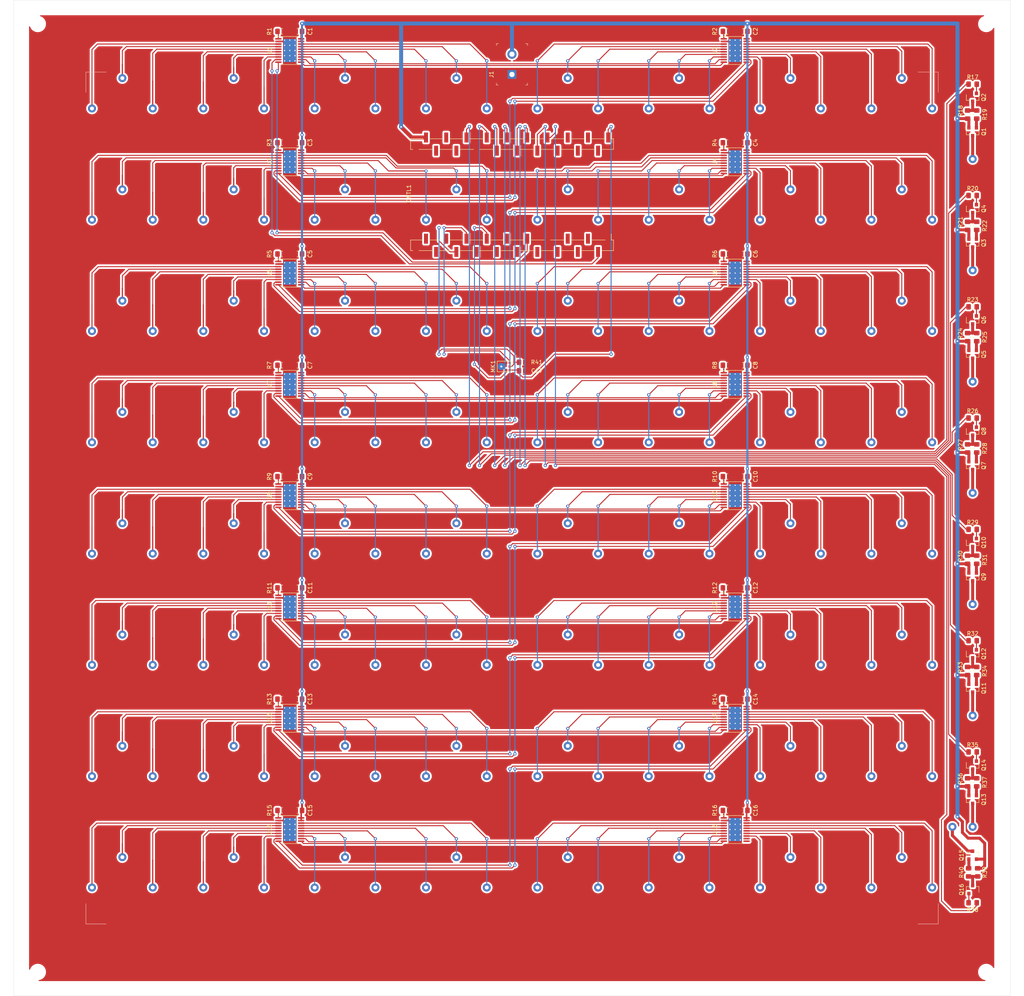
<source format=kicad_pcb>
(kicad_pcb (version 20171130) (host pcbnew "(5.1.5-0-10_14)")
  (layers (0 F.Cu signal) (31 B.Cu signal) (34 B.Paste user) (35 F.Paste user) (36 B.SilkS user) (37 F.SilkS user) (38 B.Mask user) (39 F.Mask user) (44 Edge.Cuts user))
  (net 0 "")
  (net 1 "Net-(R1-Pad2)")
  (net 2 GND)
  (net 3 "Net-(R2-Pad2)")
  (net 4 "Net-(R3-Pad2)")
  (net 5 "Net-(R4-Pad2)")
  (net 6 "Net-(R5-Pad2)")
  (net 7 "Net-(R8-Pad2)")
  (net 8 "Net-(R11-Pad2)")
  (net 9 "Net-(R14-Pad2)")
  (net 10 "Net-(R15-Pad2)")
  (net 11 "Net-(R16-Pad2)")
  (net 12 /r0)
  (net 13 /g0)
  (net 14 /b0)
  (net 15 /r1)
  (net 16 /g1)
  (net 17 /b1)
  (net 18 "Net-(U1-Pad11)")
  (net 19 "Net-(U1-Pad12)")
  (net 20 /r2)
  (net 21 /g2)
  (net 22 /b2)
  (net 23 /r3)
  (net 24 /g3)
  (net 25 /b3)
  (net 26 VCC)
  (net 27 /b7)
  (net 28 /g7)
  (net 29 /r7)
  (net 30 /b6)
  (net 31 /g6)
  (net 32 /r6)
  (net 33 "Net-(U2-Pad12)")
  (net 34 "Net-(U2-Pad11)")
  (net 35 /b5)
  (net 36 /g5)
  (net 37 /r5)
  (net 38 /b4)
  (net 39 /g4)
  (net 40 /r4)
  (net 41 /r8)
  (net 42 /g8)
  (net 43 /b8)
  (net 44 /r9)
  (net 45 /g9)
  (net 46 /b9)
  (net 47 "Net-(U3-Pad11)")
  (net 48 "Net-(U3-Pad12)")
  (net 49 /r10)
  (net 50 /g10)
  (net 51 /b10)
  (net 52 /r11)
  (net 53 /g11)
  (net 54 /b11)
  (net 55 /b15)
  (net 56 /g15)
  (net 57 /r15)
  (net 58 /b14)
  (net 59 /g14)
  (net 60 /r14)
  (net 61 "Net-(U4-Pad12)")
  (net 62 "Net-(U4-Pad11)")
  (net 63 /b13)
  (net 64 /g13)
  (net 65 /r13)
  (net 66 /b12)
  (net 67 /g12)
  (net 68 /r12)
  (net 69 /r16)
  (net 70 /g16)
  (net 71 /b16)
  (net 72 /r17)
  (net 73 /g17)
  (net 74 /b17)
  (net 75 "Net-(U5-Pad11)")
  (net 76 "Net-(U5-Pad12)")
  (net 77 /r18)
  (net 78 /g18)
  (net 79 /b18)
  (net 80 /r19)
  (net 81 /g19)
  (net 82 /b19)
  (net 83 /b23)
  (net 84 /g23)
  (net 85 /r23)
  (net 86 /b22)
  (net 87 /g22)
  (net 88 /r22)
  (net 89 "Net-(U6-Pad12)")
  (net 90 "Net-(U6-Pad11)")
  (net 91 /b21)
  (net 92 /g21)
  (net 93 /r21)
  (net 94 /b20)
  (net 95 /g20)
  (net 96 /r20)
  (net 97 /r24)
  (net 98 /g24)
  (net 99 /b24)
  (net 100 /r25)
  (net 101 /g25)
  (net 102 /b25)
  (net 103 "Net-(U7-Pad11)")
  (net 104 "Net-(U7-Pad12)")
  (net 105 /r26)
  (net 106 /g26)
  (net 107 /b26)
  (net 108 /r27)
  (net 109 /g27)
  (net 110 /b27)
  (net 111 /b31)
  (net 112 /g31)
  (net 113 /r31)
  (net 114 /b30)
  (net 115 /g30)
  (net 116 /r30)
  (net 117 "Net-(U8-Pad12)")
  (net 118 "Net-(U8-Pad11)")
  (net 119 /b29)
  (net 120 /g29)
  (net 121 /r29)
  (net 122 /b28)
  (net 123 /g28)
  (net 124 /r28)
  (net 125 /b35)
  (net 126 /g35)
  (net 127 /r35)
  (net 128 /b34)
  (net 129 /g34)
  (net 130 /r34)
  (net 131 "Net-(U10-Pad9)")
  (net 132 "Net-(U10-Pad10)")
  (net 133 /b33)
  (net 134 /g33)
  (net 135 /r33)
  (net 136 /b32)
  (net 137 /g32)
  (net 138 /r32)
  (net 139 /r36)
  (net 140 /g36)
  (net 141 /b36)
  (net 142 /r37)
  (net 143 /g37)
  (net 144 /b37)
  (net 145 "Net-(U10-Pad11)")
  (net 146 "Net-(U10-Pad12)")
  (net 147 /r38)
  (net 148 /g38)
  (net 149 /b38)
  (net 150 /r39)
  (net 151 /g39)
  (net 152 /b39)
  (net 153 /b43)
  (net 154 /g43)
  (net 155 /r43)
  (net 156 /b42)
  (net 157 /g42)
  (net 158 /r42)
  (net 159 "Net-(U11-Pad12)")
  (net 160 "Net-(U11-Pad11)")
  (net 161 /b41)
  (net 162 /g41)
  (net 163 /r41)
  (net 164 /b40)
  (net 165 /g40)
  (net 166 /r40)
  (net 167 /r44)
  (net 168 /g44)
  (net 169 /b44)
  (net 170 /r45)
  (net 171 /g45)
  (net 172 /b45)
  (net 173 "Net-(U12-Pad11)")
  (net 174 "Net-(U12-Pad12)")
  (net 175 /r46)
  (net 176 /g46)
  (net 177 /b46)
  (net 178 /r47)
  (net 179 /g47)
  (net 180 /b47)
  (net 181 /b51)
  (net 182 /g51)
  (net 183 /r51)
  (net 184 /b50)
  (net 185 /g50)
  (net 186 /r50)
  (net 187 "Net-(U13-Pad12)")
  (net 188 "Net-(U13-Pad11)")
  (net 189 /b49)
  (net 190 /g49)
  (net 191 /r49)
  (net 192 /b48)
  (net 193 /g48)
  (net 194 /r48)
  (net 195 /r52)
  (net 196 /g52)
  (net 197 /b52)
  (net 198 /r53)
  (net 199 /g53)
  (net 200 /b53)
  (net 201 "Net-(U14-Pad11)")
  (net 202 "Net-(U14-Pad12)")
  (net 203 /r54)
  (net 204 /g54)
  (net 205 /b54)
  (net 206 /r55)
  (net 207 /g55)
  (net 208 /b55)
  (net 209 /b59)
  (net 210 /g59)
  (net 211 /r59)
  (net 212 /b58)
  (net 213 /g58)
  (net 214 /r58)
  (net 215 "Net-(U15-Pad12)")
  (net 216 "Net-(U15-Pad11)")
  (net 217 /b57)
  (net 218 /g57)
  (net 219 /r57)
  (net 220 /b56)
  (net 221 /g56)
  (net 222 /r56)
  (net 223 /r60)
  (net 224 /g60)
  (net 225 /b60)
  (net 226 /r61)
  (net 227 /g61)
  (net 228 /b61)
  (net 229 /r62)
  (net 230 /g62)
  (net 231 /b62)
  (net 232 /r63)
  (net 233 /g63)
  (net 234 /b63)
  (net 235 "Net-(Q1-Pad1)")
  (net 236 "Net-(DS1-Pad200)")
  (net 237 "Net-(Q2-Pad1)")
  (net 238 "Net-(Q2-Pad3)")
  (net 239 "Net-(Q3-Pad1)")
  (net 240 "Net-(DS1-Pad199)")
  (net 241 "Net-(Q4-Pad1)")
  (net 242 "Net-(Q4-Pad3)")
  (net 243 "Net-(Q5-Pad1)")
  (net 244 "Net-(DS1-Pad198)")
  (net 245 "Net-(Q6-Pad1)")
  (net 246 "Net-(Q6-Pad3)")
  (net 247 "Net-(Q7-Pad1)")
  (net 248 "Net-(DS1-Pad197)")
  (net 249 "Net-(Q8-Pad1)")
  (net 250 "Net-(Q8-Pad3)")
  (net 251 "Net-(Q9-Pad1)")
  (net 252 "Net-(DS1-Pad196)")
  (net 253 "Net-(Q10-Pad1)")
  (net 254 "Net-(Q10-Pad3)")
  (net 255 "Net-(Q11-Pad1)")
  (net 256 "Net-(DS1-Pad195)")
  (net 257 "Net-(Q12-Pad1)")
  (net 258 "Net-(Q12-Pad3)")
  (net 259 "Net-(Q13-Pad1)")
  (net 260 "Net-(DS1-Pad194)")
  (net 261 "Net-(Q14-Pad1)")
  (net 262 "Net-(Q14-Pad3)")
  (net 263 "Net-(Q15-Pad1)")
  (net 264 "Net-(DS1-Pad193)")
  (net 265 "Net-(Q16-Pad1)")
  (net 266 "Net-(Q16-Pad3)")
  (net 267 "Net-(R6-Pad2)")
  (net 268 "Net-(R7-Pad2)")
  (net 269 "Net-(R9-Pad2)")
  (net 270 "Net-(R10-Pad2)")
  (net 271 "Net-(R12-Pad2)")
  (net 272 "Net-(R13-Pad2)")
  (net 273 "Net-(CNTL1-Pad37)")
  (net 274 "Net-(CNTL1-Pad24)")
  (net 275 "Net-(CNTL1-Pad26)")
  (net 276 "Net-(CNTL1-Pad23)")
  (net 277 "Net-(CNTL1-Pad30)")
  (net 278 "Net-(CNTL1-Pad12)")
  (net 279 "Net-(CNTL1-Pad10)")
  (net 280 "Net-(CNTL1-Pad8)")
  (net 281 "Net-(CNTL1-Pad15)")
  (net 282 "Net-(CNTL1-Pad13)")
  (net 283 "Net-(CNTL1-Pad11)")
  (net 284 "Net-(CNTL1-Pad9)")
  (net 285 "Net-(CNTL1-Pad7)")
  (net 286 "Net-(C17-Pad1)")
  (net 287 "Net-(CNTL1-Pad34)")
  (net 288 "Net-(CNTL1-Pad36)")
  (net 289 "Net-(CNTL1-Pad20)")
  (net 290 "Net-(CNTL1-Pad22)")
  (net 291 "Net-(CNTL1-Pad28)")
  (net 292 "Net-(CNTL1-Pad21)")
  (net 293 "Net-(CNTL1-Pad25)")
  (net 294 "Net-(CNTL1-Pad27)")
  (net 295 "Net-(CNTL1-Pad29)")
  (net 296 "Net-(CNTL1-Pad31)")
  (net 297 "Net-(CNTL1-Pad33)")
  (net 298 "Net-(CNTL1-Pad35)")
  (net 299 "Net-(CNTL1-Pad18)")
  (net 300 "Net-(CNTL1-Pad16)")
  (net 301 "Net-(CNTL1-Pad6)")
  (net 302 "Net-(CNTL1-Pad4)")
  (net 303 "Net-(CNTL1-Pad2)")
  (net 304 "Net-(CNTL1-Pad17)")
  (net 305 "Net-(CNTL1-Pad5)")
  (net 306 "Net-(CNTL1-Pad3)")
  (net 307 "Net-(U16-Pad12)")
  (net 308 "Net-(U16-Pad11)")
  (module rgb_led_cube:CUBE8X8X8 (layer B.Cu) (at 146.609 150.216)
    (fp_text reference DS1)
    (fp_text value CUBE8X8X8)
    (pad 200 thru_hole circle (at 114.3 78.74) (size 2 2) (drill 1) (layers *.Cu *.Mask) (net 236 "Net-(DS1-Pad200)"))
    (pad 199 thru_hole circle (at 119.38 78.74) (size 2 2) (drill 1) (layers *.Cu *.Mask) (net 240 "Net-(DS1-Pad199)"))
    (pad 198 thru_hole circle (at 119.38 50.8) (size 2 2) (drill 1) (layers *.Cu *.Mask) (net 244 "Net-(DS1-Pad198)"))
    (pad 197 thru_hole circle (at 119.38 22.86) (size 2 2) (drill 1) (layers *.Cu *.Mask) (net 248 "Net-(DS1-Pad197)"))
    (pad 196 thru_hole circle (at 119.38 -5.08) (size 2 2) (drill 1) (layers *.Cu *.Mask) (net 252 "Net-(DS1-Pad196)"))
    (pad 195 thru_hole circle (at 119.38 -33.02) (size 2 2) (drill 1) (layers *.Cu *.Mask) (net 256 "Net-(DS1-Pad195)"))
    (pad 194 thru_hole circle (at 119.38 -60.96) (size 2 2) (drill 1) (layers *.Cu *.Mask) (net 260 "Net-(DS1-Pad194)"))
    (pad 193 thru_hole circle (at 119.38 -88.9) (size 2 2) (drill 1) (layers *.Cu *.Mask) (net 264 "Net-(DS1-Pad193)"))
    (pad 1 thru_hole circle (at -101.6 -101.6) (size 2 2) (drill 1) (layers *.Cu *.Mask) (net 12 /r0))
    (pad 2 thru_hole circle (at -93.98 -109.22) (size 2 2) (drill 1) (layers *.Cu *.Mask) (net 13 /g0))
    (pad 3 thru_hole circle (at -86.36 -101.6) (size 2 2) (drill 1) (layers *.Cu *.Mask) (net 14 /b0))
    (pad 4 thru_hole circle (at -73.66 -101.6) (size 2 2) (drill 1) (layers *.Cu *.Mask) (net 15 /r1))
    (pad 5 thru_hole circle (at -66.04 -109.22) (size 2 2) (drill 1) (layers *.Cu *.Mask) (net 16 /g1))
    (pad 6 thru_hole circle (at -58.42 -101.6) (size 2 2) (drill 1) (layers *.Cu *.Mask) (net 17 /b1))
    (pad 7 thru_hole circle (at -45.72 -101.6) (size 2 2) (drill 1) (layers *.Cu *.Mask) (net 20 /r2))
    (pad 8 thru_hole circle (at -38.1 -109.22) (size 2 2) (drill 1) (layers *.Cu *.Mask) (net 21 /g2))
    (pad 9 thru_hole circle (at -30.48 -101.6) (size 2 2) (drill 1) (layers *.Cu *.Mask) (net 22 /b2))
    (pad 10 thru_hole circle (at -17.78 -101.6) (size 2 2) (drill 1) (layers *.Cu *.Mask) (net 23 /r3))
    (pad 11 thru_hole circle (at -10.16 -109.22) (size 2 2) (drill 1) (layers *.Cu *.Mask) (net 24 /g3))
    (pad 12 thru_hole circle (at -2.54 -101.6) (size 2 2) (drill 1) (layers *.Cu *.Mask) (net 25 /b3))
    (pad 13 thru_hole circle (at 10.16 -101.6) (size 2 2) (drill 1) (layers *.Cu *.Mask) (net 40 /r4))
    (pad 14 thru_hole circle (at 17.78 -109.22) (size 2 2) (drill 1) (layers *.Cu *.Mask) (net 39 /g4))
    (pad 15 thru_hole circle (at 25.4 -101.6) (size 2 2) (drill 1) (layers *.Cu *.Mask) (net 38 /b4))
    (pad 16 thru_hole circle (at 38.1 -101.6) (size 2 2) (drill 1) (layers *.Cu *.Mask) (net 37 /r5))
    (pad 17 thru_hole circle (at 45.72 -109.22) (size 2 2) (drill 1) (layers *.Cu *.Mask) (net 36 /g5))
    (pad 18 thru_hole circle (at 53.34 -101.6) (size 2 2) (drill 1) (layers *.Cu *.Mask) (net 35 /b5))
    (pad 19 thru_hole circle (at 66.04 -101.6) (size 2 2) (drill 1) (layers *.Cu *.Mask) (net 32 /r6))
    (pad 20 thru_hole circle (at 73.66 -109.22) (size 2 2) (drill 1) (layers *.Cu *.Mask) (net 31 /g6))
    (pad 21 thru_hole circle (at 81.28 -101.6) (size 2 2) (drill 1) (layers *.Cu *.Mask) (net 30 /b6))
    (pad 22 thru_hole circle (at 93.98 -101.6) (size 2 2) (drill 1) (layers *.Cu *.Mask) (net 29 /r7))
    (pad 23 thru_hole circle (at 101.6 -109.22) (size 2 2) (drill 1) (layers *.Cu *.Mask) (net 28 /g7))
    (pad 24 thru_hole circle (at 109.22 -101.6) (size 2 2) (drill 1) (layers *.Cu *.Mask) (net 27 /b7))
    (pad 25 thru_hole circle (at -101.6 -73.66) (size 2 2) (drill 1) (layers *.Cu *.Mask) (net 41 /r8))
    (pad 26 thru_hole circle (at -93.98 -81.28) (size 2 2) (drill 1) (layers *.Cu *.Mask) (net 42 /g8))
    (pad 27 thru_hole circle (at -86.36 -73.66) (size 2 2) (drill 1) (layers *.Cu *.Mask) (net 43 /b8))
    (pad 28 thru_hole circle (at -73.66 -73.66) (size 2 2) (drill 1) (layers *.Cu *.Mask) (net 44 /r9))
    (pad 29 thru_hole circle (at -66.04 -81.28) (size 2 2) (drill 1) (layers *.Cu *.Mask) (net 45 /g9))
    (pad 30 thru_hole circle (at -58.42 -73.66) (size 2 2) (drill 1) (layers *.Cu *.Mask) (net 46 /b9))
    (pad 31 thru_hole circle (at -45.72 -73.66) (size 2 2) (drill 1) (layers *.Cu *.Mask) (net 49 /r10))
    (pad 32 thru_hole circle (at -38.1 -81.28) (size 2 2) (drill 1) (layers *.Cu *.Mask) (net 50 /g10))
    (pad 33 thru_hole circle (at -30.48 -73.66) (size 2 2) (drill 1) (layers *.Cu *.Mask) (net 51 /b10))
    (pad 34 thru_hole circle (at -17.78 -73.66) (size 2 2) (drill 1) (layers *.Cu *.Mask) (net 52 /r11))
    (pad 35 thru_hole circle (at -10.16 -81.28) (size 2 2) (drill 1) (layers *.Cu *.Mask) (net 53 /g11))
    (pad 36 thru_hole circle (at -2.54 -73.66) (size 2 2) (drill 1) (layers *.Cu *.Mask) (net 54 /b11))
    (pad 37 thru_hole circle (at 10.16 -73.66) (size 2 2) (drill 1) (layers *.Cu *.Mask) (net 68 /r12))
    (pad 38 thru_hole circle (at 17.78 -81.28) (size 2 2) (drill 1) (layers *.Cu *.Mask) (net 67 /g12))
    (pad 39 thru_hole circle (at 25.4 -73.66) (size 2 2) (drill 1) (layers *.Cu *.Mask) (net 66 /b12))
    (pad 40 thru_hole circle (at 38.1 -73.66) (size 2 2) (drill 1) (layers *.Cu *.Mask) (net 65 /r13))
    (pad 41 thru_hole circle (at 45.72 -81.28) (size 2 2) (drill 1) (layers *.Cu *.Mask) (net 64 /g13))
    (pad 42 thru_hole circle (at 53.34 -73.66) (size 2 2) (drill 1) (layers *.Cu *.Mask) (net 63 /b13))
    (pad 43 thru_hole circle (at 66.04 -73.66) (size 2 2) (drill 1) (layers *.Cu *.Mask) (net 60 /r14))
    (pad 44 thru_hole circle (at 73.66 -81.28) (size 2 2) (drill 1) (layers *.Cu *.Mask) (net 59 /g14))
    (pad 45 thru_hole circle (at 81.28 -73.66) (size 2 2) (drill 1) (layers *.Cu *.Mask) (net 58 /b14))
    (pad 46 thru_hole circle (at 93.98 -73.66) (size 2 2) (drill 1) (layers *.Cu *.Mask) (net 57 /r15))
    (pad 47 thru_hole circle (at 101.6 -81.28) (size 2 2) (drill 1) (layers *.Cu *.Mask) (net 56 /g15))
    (pad 48 thru_hole circle (at 109.22 -73.66) (size 2 2) (drill 1) (layers *.Cu *.Mask) (net 55 /b15))
    (pad 49 thru_hole circle (at -101.6 -45.72) (size 2 2) (drill 1) (layers *.Cu *.Mask) (net 69 /r16))
    (pad 50 thru_hole circle (at -93.98 -53.34) (size 2 2) (drill 1) (layers *.Cu *.Mask) (net 70 /g16))
    (pad 51 thru_hole circle (at -86.36 -45.72) (size 2 2) (drill 1) (layers *.Cu *.Mask) (net 71 /b16))
    (pad 52 thru_hole circle (at -73.66 -45.72) (size 2 2) (drill 1) (layers *.Cu *.Mask) (net 72 /r17))
    (pad 53 thru_hole circle (at -66.04 -53.34) (size 2 2) (drill 1) (layers *.Cu *.Mask) (net 73 /g17))
    (pad 54 thru_hole circle (at -58.42 -45.72) (size 2 2) (drill 1) (layers *.Cu *.Mask) (net 74 /b17))
    (pad 55 thru_hole circle (at -45.72 -45.72) (size 2 2) (drill 1) (layers *.Cu *.Mask) (net 77 /r18))
    (pad 56 thru_hole circle (at -38.1 -53.34) (size 2 2) (drill 1) (layers *.Cu *.Mask) (net 78 /g18))
    (pad 57 thru_hole circle (at -30.48 -45.72) (size 2 2) (drill 1) (layers *.Cu *.Mask) (net 79 /b18))
    (pad 58 thru_hole circle (at -17.78 -45.72) (size 2 2) (drill 1) (layers *.Cu *.Mask) (net 80 /r19))
    (pad 59 thru_hole circle (at -10.16 -53.34) (size 2 2) (drill 1) (layers *.Cu *.Mask) (net 81 /g19))
    (pad 60 thru_hole circle (at -2.54 -45.72) (size 2 2) (drill 1) (layers *.Cu *.Mask) (net 82 /b19))
    (pad 61 thru_hole circle (at 10.16 -45.72) (size 2 2) (drill 1) (layers *.Cu *.Mask) (net 96 /r20))
    (pad 62 thru_hole circle (at 17.78 -53.34) (size 2 2) (drill 1) (layers *.Cu *.Mask) (net 95 /g20))
    (pad 63 thru_hole circle (at 25.4 -45.72) (size 2 2) (drill 1) (layers *.Cu *.Mask) (net 94 /b20))
    (pad 64 thru_hole circle (at 38.1 -45.72) (size 2 2) (drill 1) (layers *.Cu *.Mask) (net 93 /r21))
    (pad 65 thru_hole circle (at 45.72 -53.34) (size 2 2) (drill 1) (layers *.Cu *.Mask) (net 92 /g21))
    (pad 66 thru_hole circle (at 53.34 -45.72) (size 2 2) (drill 1) (layers *.Cu *.Mask) (net 91 /b21))
    (pad 67 thru_hole circle (at 66.04 -45.72) (size 2 2) (drill 1) (layers *.Cu *.Mask) (net 88 /r22))
    (pad 68 thru_hole circle (at 73.66 -53.34) (size 2 2) (drill 1) (layers *.Cu *.Mask) (net 87 /g22))
    (pad 69 thru_hole circle (at 81.28 -45.72) (size 2 2) (drill 1) (layers *.Cu *.Mask) (net 86 /b22))
    (pad 70 thru_hole circle (at 93.98 -45.72) (size 2 2) (drill 1) (layers *.Cu *.Mask) (net 85 /r23))
    (pad 71 thru_hole circle (at 101.6 -53.34) (size 2 2) (drill 1) (layers *.Cu *.Mask) (net 84 /g23))
    (pad 72 thru_hole circle (at 109.22 -45.72) (size 2 2) (drill 1) (layers *.Cu *.Mask) (net 83 /b23))
    (pad 73 thru_hole circle (at -101.6 -17.78) (size 2 2) (drill 1) (layers *.Cu *.Mask) (net 97 /r24))
    (pad 74 thru_hole circle (at -93.98 -25.4) (size 2 2) (drill 1) (layers *.Cu *.Mask) (net 98 /g24))
    (pad 75 thru_hole circle (at -86.36 -17.78) (size 2 2) (drill 1) (layers *.Cu *.Mask) (net 99 /b24))
    (pad 76 thru_hole circle (at -73.66 -17.78) (size 2 2) (drill 1) (layers *.Cu *.Mask) (net 100 /r25))
    (pad 77 thru_hole circle (at -66.04 -25.4) (size 2 2) (drill 1) (layers *.Cu *.Mask) (net 101 /g25))
    (pad 78 thru_hole circle (at -58.42 -17.78) (size 2 2) (drill 1) (layers *.Cu *.Mask) (net 102 /b25))
    (pad 79 thru_hole circle (at -45.72 -17.78) (size 2 2) (drill 1) (layers *.Cu *.Mask) (net 105 /r26))
    (pad 80 thru_hole circle (at -38.1 -25.4) (size 2 2) (drill 1) (layers *.Cu *.Mask) (net 106 /g26))
    (pad 81 thru_hole circle (at -30.48 -17.78) (size 2 2) (drill 1) (layers *.Cu *.Mask) (net 107 /b26))
    (pad 82 thru_hole circle (at -17.78 -17.78) (size 2 2) (drill 1) (layers *.Cu *.Mask) (net 108 /r27))
    (pad 83 thru_hole circle (at -10.16 -25.4) (size 2 2) (drill 1) (layers *.Cu *.Mask) (net 109 /g27))
    (pad 84 thru_hole circle (at -2.54 -17.78) (size 2 2) (drill 1) (layers *.Cu *.Mask) (net 110 /b27))
    (pad 85 thru_hole circle (at 10.16 -17.78) (size 2 2) (drill 1) (layers *.Cu *.Mask) (net 124 /r28))
    (pad 86 thru_hole circle (at 17.78 -25.4) (size 2 2) (drill 1) (layers *.Cu *.Mask) (net 123 /g28))
    (pad 87 thru_hole circle (at 25.4 -17.78) (size 2 2) (drill 1) (layers *.Cu *.Mask) (net 122 /b28))
    (pad 88 thru_hole circle (at 38.1 -17.78) (size 2 2) (drill 1) (layers *.Cu *.Mask) (net 121 /r29))
    (pad 89 thru_hole circle (at 45.72 -25.4) (size 2 2) (drill 1) (layers *.Cu *.Mask) (net 120 /g29))
    (pad 90 thru_hole circle (at 53.34 -17.78) (size 2 2) (drill 1) (layers *.Cu *.Mask) (net 119 /b29))
    (pad 91 thru_hole circle (at 66.04 -17.78) (size 2 2) (drill 1) (layers *.Cu *.Mask) (net 116 /r30))
    (pad 92 thru_hole circle (at 73.66 -25.4) (size 2 2) (drill 1) (layers *.Cu *.Mask) (net 115 /g30))
    (pad 93 thru_hole circle (at 81.28 -17.78) (size 2 2) (drill 1) (layers *.Cu *.Mask) (net 114 /b30))
    (pad 94 thru_hole circle (at 93.98 -17.78) (size 2 2) (drill 1) (layers *.Cu *.Mask) (net 113 /r31))
    (pad 95 thru_hole circle (at 101.6 -25.4) (size 2 2) (drill 1) (layers *.Cu *.Mask) (net 112 /g31))
    (pad 96 thru_hole circle (at 109.22 -17.78) (size 2 2) (drill 1) (layers *.Cu *.Mask) (net 111 /b31))
    (pad 173 thru_hole circle (at -66.04 86.36) (size 2 2) (drill 1) (layers *.Cu *.Mask) (net 218 /g57))
    (pad 178 thru_hole circle (at -17.78 93.98) (size 2 2) (drill 1) (layers *.Cu *.Mask) (net 211 /r59))
    (pad 159 thru_hole circle (at 25.4 66.04) (size 2 2) (drill 1) (layers *.Cu *.Mask) (net 197 /b52))
    (pad 126 thru_hole circle (at -58.42 38.1) (size 2 2) (drill 1) (layers *.Cu *.Mask) (net 161 /b41))
    (pad 127 thru_hole circle (at -45.72 38.1) (size 2 2) (drill 1) (layers *.Cu *.Mask) (net 158 /r42))
    (pad 135 thru_hole circle (at 25.4 38.1) (size 2 2) (drill 1) (layers *.Cu *.Mask) (net 169 /b44))
    (pad 151 thru_hole circle (at -45.72 66.04) (size 2 2) (drill 1) (layers *.Cu *.Mask) (net 186 /r50))
    (pad 155 thru_hole circle (at -10.16 58.42) (size 2 2) (drill 1) (layers *.Cu *.Mask) (net 182 /g51))
    (pad 187 thru_hole circle (at 66.04 93.98) (size 2 2) (drill 1) (layers *.Cu *.Mask) (net 229 /r62))
    (pad 114 thru_hole circle (at 53.34 10.16) (size 2 2) (drill 1) (layers *.Cu *.Mask) (net 144 /b37))
    (pad 123 thru_hole circle (at -86.36 38.1) (size 2 2) (drill 1) (layers *.Cu *.Mask) (net 164 /b40))
    (pad 124 thru_hole circle (at -73.66 38.1) (size 2 2) (drill 1) (layers *.Cu *.Mask) (net 163 /r41))
    (pad 129 thru_hole circle (at -30.48 38.1) (size 2 2) (drill 1) (layers *.Cu *.Mask) (net 156 /b42))
    (pad 142 thru_hole circle (at 93.98 38.1) (size 2 2) (drill 1) (layers *.Cu *.Mask) (net 178 /r47))
    (pad 146 thru_hole circle (at -93.98 58.42) (size 2 2) (drill 1) (layers *.Cu *.Mask) (net 193 /g48))
    (pad 153 thru_hole circle (at -30.48 66.04) (size 2 2) (drill 1) (layers *.Cu *.Mask) (net 184 /b50))
    (pad 156 thru_hole circle (at -2.54 66.04) (size 2 2) (drill 1) (layers *.Cu *.Mask) (net 181 /b51))
    (pad 157 thru_hole circle (at 10.16 66.04) (size 2 2) (drill 1) (layers *.Cu *.Mask) (net 195 /r52))
    (pad 161 thru_hole circle (at 45.72 58.42) (size 2 2) (drill 1) (layers *.Cu *.Mask) (net 199 /g53))
    (pad 162 thru_hole circle (at 53.34 66.04) (size 2 2) (drill 1) (layers *.Cu *.Mask) (net 200 /b53))
    (pad 165 thru_hole circle (at 81.28 66.04) (size 2 2) (drill 1) (layers *.Cu *.Mask) (net 205 /b54))
    (pad 170 thru_hole circle (at -93.98 86.36) (size 2 2) (drill 1) (layers *.Cu *.Mask) (net 221 /g56))
    (pad 174 thru_hole circle (at -58.42 93.98) (size 2 2) (drill 1) (layers *.Cu *.Mask) (net 217 /b57))
    (pad 180 thru_hole circle (at -2.54 93.98) (size 2 2) (drill 1) (layers *.Cu *.Mask) (net 209 /b59))
    (pad 108 thru_hole circle (at -2.54 10.16) (size 2 2) (drill 1) (layers *.Cu *.Mask) (net 125 /b35))
    (pad 118 thru_hole circle (at 93.98 10.16) (size 2 2) (drill 1) (layers *.Cu *.Mask) (net 150 /r39))
    (pad 125 thru_hole circle (at -66.04 30.48) (size 2 2) (drill 1) (layers *.Cu *.Mask) (net 162 /g41))
    (pad 97 thru_hole circle (at -101.6 10.16) (size 2 2) (drill 1) (layers *.Cu *.Mask) (net 138 /r32))
    (pad 98 thru_hole circle (at -93.98 2.54) (size 2 2) (drill 1) (layers *.Cu *.Mask) (net 137 /g32))
    (pad 122 thru_hole circle (at -93.98 30.48) (size 2 2) (drill 1) (layers *.Cu *.Mask) (net 165 /g40))
    (pad 132 thru_hole circle (at -2.54 38.1) (size 2 2) (drill 1) (layers *.Cu *.Mask) (net 153 /b43))
    (pad 130 thru_hole circle (at -17.78 38.1) (size 2 2) (drill 1) (layers *.Cu *.Mask) (net 155 /r43))
    (pad 144 thru_hole circle (at 109.22 38.1) (size 2 2) (drill 1) (layers *.Cu *.Mask) (net 180 /b47))
    (pad 141 thru_hole circle (at 81.28 38.1) (size 2 2) (drill 1) (layers *.Cu *.Mask) (net 177 /b46))
    (pad 143 thru_hole circle (at 101.6 30.48) (size 2 2) (drill 1) (layers *.Cu *.Mask) (net 179 /g47))
    (pad 138 thru_hole circle (at 53.34 38.1) (size 2 2) (drill 1) (layers *.Cu *.Mask) (net 172 /b45))
    (pad 145 thru_hole circle (at -101.6 66.04) (size 2 2) (drill 1) (layers *.Cu *.Mask) (net 194 /r48))
    (pad 147 thru_hole circle (at -86.36 66.04) (size 2 2) (drill 1) (layers *.Cu *.Mask) (net 192 /b48))
    (pad 101 thru_hole circle (at -66.04 2.54) (size 2 2) (drill 1) (layers *.Cu *.Mask) (net 134 /g33))
    (pad 110 thru_hole circle (at 17.78 2.54) (size 2 2) (drill 1) (layers *.Cu *.Mask) (net 140 /g36))
    (pad 113 thru_hole circle (at 45.72 2.54) (size 2 2) (drill 1) (layers *.Cu *.Mask) (net 143 /g37))
    (pad 116 thru_hole circle (at 73.66 2.54) (size 2 2) (drill 1) (layers *.Cu *.Mask) (net 148 /g38))
    (pad 128 thru_hole circle (at -38.1 30.48) (size 2 2) (drill 1) (layers *.Cu *.Mask) (net 157 /g42))
    (pad 106 thru_hole circle (at -17.78 10.16) (size 2 2) (drill 1) (layers *.Cu *.Mask) (net 127 /r35))
    (pad 107 thru_hole circle (at -10.16 2.54) (size 2 2) (drill 1) (layers *.Cu *.Mask) (net 126 /g35))
    (pad 105 thru_hole circle (at -30.48 10.16) (size 2 2) (drill 1) (layers *.Cu *.Mask) (net 128 /b34))
    (pad 112 thru_hole circle (at 38.1 10.16) (size 2 2) (drill 1) (layers *.Cu *.Mask) (net 142 /r37))
    (pad 103 thru_hole circle (at -45.72 10.16) (size 2 2) (drill 1) (layers *.Cu *.Mask) (net 130 /r34))
    (pad 139 thru_hole circle (at 66.04 38.1) (size 2 2) (drill 1) (layers *.Cu *.Mask) (net 175 /r46))
    (pad 104 thru_hole circle (at -38.1 2.54) (size 2 2) (drill 1) (layers *.Cu *.Mask) (net 129 /g34))
    (pad 99 thru_hole circle (at -86.36 10.16) (size 2 2) (drill 1) (layers *.Cu *.Mask) (net 136 /b32))
    (pad 117 thru_hole circle (at 81.28 10.16) (size 2 2) (drill 1) (layers *.Cu *.Mask) (net 149 /b38))
    (pad 100 thru_hole circle (at -73.66 10.16) (size 2 2) (drill 1) (layers *.Cu *.Mask) (net 135 /r33))
    (pad 121 thru_hole circle (at -101.6 38.1) (size 2 2) (drill 1) (layers *.Cu *.Mask) (net 166 /r40))
    (pad 120 thru_hole circle (at 109.22 10.16) (size 2 2) (drill 1) (layers *.Cu *.Mask) (net 152 /b39))
    (pad 111 thru_hole circle (at 25.4 10.16) (size 2 2) (drill 1) (layers *.Cu *.Mask) (net 141 /b36))
    (pad 189 thru_hole circle (at 81.28 93.98) (size 2 2) (drill 1) (layers *.Cu *.Mask) (net 231 /b62))
    (pad 191 thru_hole circle (at 101.6 86.36) (size 2 2) (drill 1) (layers *.Cu *.Mask) (net 233 /g63))
    (pad 192 thru_hole circle (at 109.22 93.98) (size 2 2) (drill 1) (layers *.Cu *.Mask) (net 234 /b63))
    (pad 119 thru_hole circle (at 101.6 2.54) (size 2 2) (drill 1) (layers *.Cu *.Mask) (net 151 /g39))
    (pad 171 thru_hole circle (at -86.36 93.98) (size 2 2) (drill 1) (layers *.Cu *.Mask) (net 220 /b56))
    (pad 177 thru_hole circle (at -30.48 93.98) (size 2 2) (drill 1) (layers *.Cu *.Mask) (net 212 /b58))
    (pad 179 thru_hole circle (at -10.16 86.36) (size 2 2) (drill 1) (layers *.Cu *.Mask) (net 210 /g59))
    (pad 182 thru_hole circle (at 17.78 86.36) (size 2 2) (drill 1) (layers *.Cu *.Mask) (net 224 /g60))
    (pad 183 thru_hole circle (at 25.4 93.98) (size 2 2) (drill 1) (layers *.Cu *.Mask) (net 225 /b60))
    (pad 185 thru_hole circle (at 45.72 86.36) (size 2 2) (drill 1) (layers *.Cu *.Mask) (net 227 /g61))
    (pad 131 thru_hole circle (at -10.16 30.48) (size 2 2) (drill 1) (layers *.Cu *.Mask) (net 154 /g43))
    (pad 140 thru_hole circle (at 73.66 30.48) (size 2 2) (drill 1) (layers *.Cu *.Mask) (net 176 /g46))
    (pad 154 thru_hole circle (at -17.78 66.04) (size 2 2) (drill 1) (layers *.Cu *.Mask) (net 183 /r51))
    (pad 137 thru_hole circle (at 45.72 30.48) (size 2 2) (drill 1) (layers *.Cu *.Mask) (net 171 /g45))
    (pad 133 thru_hole circle (at 10.16 38.1) (size 2 2) (drill 1) (layers *.Cu *.Mask) (net 167 /r44))
    (pad 134 thru_hole circle (at 17.78 30.48) (size 2 2) (drill 1) (layers *.Cu *.Mask) (net 168 /g44))
    (pad 136 thru_hole circle (at 38.1 38.1) (size 2 2) (drill 1) (layers *.Cu *.Mask) (net 170 /r45))
    (pad 166 thru_hole circle (at 93.98 66.04) (size 2 2) (drill 1) (layers *.Cu *.Mask) (net 206 /r55))
    (pad 169 thru_hole circle (at -101.6 93.98) (size 2 2) (drill 1) (layers *.Cu *.Mask) (net 222 /r56))
    (pad 148 thru_hole circle (at -73.66 66.04) (size 2 2) (drill 1) (layers *.Cu *.Mask) (net 191 /r49))
    (pad 149 thru_hole circle (at -66.04 58.42) (size 2 2) (drill 1) (layers *.Cu *.Mask) (net 190 /g49))
    (pad 150 thru_hole circle (at -58.42 66.04) (size 2 2) (drill 1) (layers *.Cu *.Mask) (net 189 /b49))
    (pad 152 thru_hole circle (at -38.1 58.42) (size 2 2) (drill 1) (layers *.Cu *.Mask) (net 185 /g50))
    (pad 158 thru_hole circle (at 17.78 58.42) (size 2 2) (drill 1) (layers *.Cu *.Mask) (net 196 /g52))
    (pad 160 thru_hole circle (at 38.1 66.04) (size 2 2) (drill 1) (layers *.Cu *.Mask) (net 198 /r53))
    (pad 163 thru_hole circle (at 66.04 66.04) (size 2 2) (drill 1) (layers *.Cu *.Mask) (net 203 /r54))
    (pad 164 thru_hole circle (at 73.66 58.42) (size 2 2) (drill 1) (layers *.Cu *.Mask) (net 204 /g54))
    (pad 167 thru_hole circle (at 101.6 58.42) (size 2 2) (drill 1) (layers *.Cu *.Mask) (net 207 /g55))
    (pad 168 thru_hole circle (at 109.22 66.04) (size 2 2) (drill 1) (layers *.Cu *.Mask) (net 208 /b55))
    (pad 172 thru_hole circle (at -73.66 93.98) (size 2 2) (drill 1) (layers *.Cu *.Mask) (net 219 /r57))
    (pad 175 thru_hole circle (at -45.72 93.98) (size 2 2) (drill 1) (layers *.Cu *.Mask) (net 214 /r58))
    (pad 176 thru_hole circle (at -38.1 86.36) (size 2 2) (drill 1) (layers *.Cu *.Mask) (net 213 /g58))
    (pad 181 thru_hole circle (at 10.16 93.98) (size 2 2) (drill 1) (layers *.Cu *.Mask) (net 223 /r60))
    (pad 184 thru_hole circle (at 38.1 93.98) (size 2 2) (drill 1) (layers *.Cu *.Mask) (net 226 /r61))
    (pad 186 thru_hole circle (at 53.34 93.98) (size 2 2) (drill 1) (layers *.Cu *.Mask) (net 228 /b61))
    (pad 188 thru_hole circle (at 73.66 86.36) (size 2 2) (drill 1) (layers *.Cu *.Mask) (net 230 /g62))
    (pad 190 thru_hole circle (at 93.98 93.98) (size 2 2) (drill 1) (layers *.Cu *.Mask) (net 232 /r63))
    (pad 115 thru_hole circle (at 66.04 10.16) (size 2 2) (drill 1) (layers *.Cu *.Mask) (net 147 /r38))
    (pad 109 thru_hole circle (at 10.16 10.16) (size 2 2) (drill 1) (layers *.Cu *.Mask) (net 139 /r36))
    (pad 102 thru_hole circle (at -58.42 10.16) (size 2 2) (drill 1) (layers *.Cu *.Mask) (net 133 /b33))
  )
  (module rgb_led_cube:MIC_ICS-43434 (layer F.Cu) (at 148.4377 113.3856 270)
    (fp_text reference MK1 (at 0 2.794 270) (layer F.SilkS))
    (fp_text value ICS-43434)
    (pad 6 smd rect (at 0 -1.361 270) (size 0.6 0.522) (layers F.Cu F.Mask) (net 276 "Net-(CNTL1-Pad23)"))
    (pad 5 smd rect (at 0.9 -1.361 270) (size 0.6 0.522) (layers F.Cu F.Mask) (net 286 "Net-(C17-Pad1)"))
    (pad 4 smd rect (at 0.9 -0.539 270) (size 0.6 0.522) (layers F.Cu F.Mask) (net 275 "Net-(CNTL1-Pad26)"))
    (pad 2 smd rect (at -0.9 -0.539 270) (size 0.6 0.522) (layers F.Cu F.Mask) (net 2 GND))
    (pad 1 smd rect (at -0.9 -1.361 270) (size 0.6 0.522) (layers F.Cu F.Mask) (net 274 "Net-(CNTL1-Pad24)"))
    (pad 3 thru_hole circle (at 0 0.7112 270) (size 1.83 1.83) (drill 0.5) (layers F.Cu) (net 2 GND))
  )
  (module Package_SO:HTSSOP-20-1EP_4.4x6.5mm_P0.65mm_EP3.4x6.5mm_Mask2.75x3.43mm_ThermalVias (layer F.Cu) (at 206.4 173.761)
    (fp_text reference U12 (at -5.08 0 90) (layer F.SilkS))
    (fp_text value TLC59711PWPR)
    (pad 21 smd roundrect (at 0 0) (size 3.4 6.5) (layers F.Cu) (roundrect_rratio 0.073529) (net 2 GND))
    (pad 21 thru_hole circle (at -1.3 -2.6) (size 0.6 0.6) (drill 0.3) (layers *.Cu) (net 2 GND))
    (pad 21 thru_hole circle (at 0 -2.6) (size 0.6 0.6) (drill 0.3) (layers *.Cu) (net 2 GND))
    (pad 21 thru_hole circle (at 1.3 -2.6) (size 0.6 0.6) (drill 0.3) (layers *.Cu) (net 2 GND))
    (pad 21 thru_hole circle (at -1.3 -1.3) (size 0.6 0.6) (drill 0.3) (layers *.Cu) (net 2 GND))
    (pad 21 thru_hole circle (at 0 -1.3) (size 0.6 0.6) (drill 0.3) (layers *.Cu) (net 2 GND))
    (pad 21 thru_hole circle (at 1.3 -1.3) (size 0.6 0.6) (drill 0.3) (layers *.Cu) (net 2 GND))
    (pad 21 thru_hole circle (at -1.3 0) (size 0.6 0.6) (drill 0.3) (layers *.Cu) (net 2 GND))
    (pad 21 thru_hole circle (at 0 0) (size 0.6 0.6) (drill 0.3) (layers *.Cu) (net 2 GND))
    (pad 21 thru_hole circle (at 1.3 0) (size 0.6 0.6) (drill 0.3) (layers *.Cu) (net 2 GND))
    (pad 21 thru_hole circle (at -1.3 1.3) (size 0.6 0.6) (drill 0.3) (layers *.Cu) (net 2 GND))
    (pad 21 thru_hole circle (at 0 1.3) (size 0.6 0.6) (drill 0.3) (layers *.Cu) (net 2 GND))
    (pad 21 thru_hole circle (at 1.3 1.3) (size 0.6 0.6) (drill 0.3) (layers *.Cu) (net 2 GND))
    (pad 21 thru_hole circle (at -1.3 2.6) (size 0.6 0.6) (drill 0.3) (layers *.Cu) (net 2 GND))
    (pad 21 thru_hole circle (at 0 2.6) (size 0.6 0.6) (drill 0.3) (layers *.Cu) (net 2 GND))
    (pad 21 thru_hole circle (at 1.3 2.6) (size 0.6 0.6) (drill 0.3) (layers *.Cu) (net 2 GND))
    (pad 21 smd roundrect (at 0 0) (size 3.2 5.8) (layers B.Cu) (roundrect_rratio 0.078125) (net 2 GND))
    (pad 1 smd roundrect (at -2.8625 -2.925) (size 1.575 0.4) (layers F.Cu F.Paste F.Mask) (net 271 "Net-(R12-Pad2)"))
    (pad 2 smd roundrect (at -2.8625 -2.275) (size 1.575 0.4) (layers F.Cu F.Paste F.Mask) (net 2 GND))
    (pad 3 smd roundrect (at -2.8625 -1.625) (size 1.575 0.4) (layers F.Cu F.Paste F.Mask) (net 167 /r44))
    (pad 4 smd roundrect (at -2.8625 -0.975) (size 1.575 0.4) (layers F.Cu F.Paste F.Mask) (net 168 /g44))
    (pad 5 smd roundrect (at -2.8625 -0.325) (size 1.575 0.4) (layers F.Cu F.Paste F.Mask) (net 169 /b44))
    (pad 6 smd roundrect (at -2.8625 0.325) (size 1.575 0.4) (layers F.Cu F.Paste F.Mask) (net 170 /r45))
    (pad 7 smd roundrect (at -2.8625 0.975) (size 1.575 0.4) (layers F.Cu F.Paste F.Mask) (net 171 /g45))
    (pad 8 smd roundrect (at -2.8625 1.625) (size 1.575 0.4) (layers F.Cu F.Paste F.Mask) (net 172 /b45))
    (pad 9 smd roundrect (at -2.8625 2.275) (size 1.575 0.4) (layers F.Cu F.Paste F.Mask) (net 159 "Net-(U11-Pad12)"))
    (pad 10 smd roundrect (at -2.8625 2.925) (size 1.575 0.4) (layers F.Cu F.Paste F.Mask) (net 160 "Net-(U11-Pad11)"))
    (pad 11 smd roundrect (at 2.8625 2.925) (size 1.575 0.4) (layers F.Cu F.Paste F.Mask) (net 173 "Net-(U12-Pad11)"))
    (pad 12 smd roundrect (at 2.8625 2.275) (size 1.575 0.4) (layers F.Cu F.Paste F.Mask) (net 174 "Net-(U12-Pad12)"))
    (pad 13 smd roundrect (at 2.8625 1.625) (size 1.575 0.4) (layers F.Cu F.Paste F.Mask) (net 175 /r46))
    (pad 14 smd roundrect (at 2.8625 0.975) (size 1.575 0.4) (layers F.Cu F.Paste F.Mask) (net 176 /g46))
    (pad 15 smd roundrect (at 2.8625 0.325) (size 1.575 0.4) (layers F.Cu F.Paste F.Mask) (net 177 /b46))
    (pad 16 smd roundrect (at 2.8625 -0.325) (size 1.575 0.4) (layers F.Cu F.Paste F.Mask) (net 178 /r47))
    (pad 17 smd roundrect (at 2.8625 -0.975) (size 1.575 0.4) (layers F.Cu F.Paste F.Mask) (net 179 /g47))
    (pad 18 smd roundrect (at 2.8625 -1.625) (size 1.575 0.4) (layers F.Cu F.Paste F.Mask) (net 180 /b47))
    (pad 19 smd roundrect (at 2.8625 -2.275) (size 1.575 0.4) (layers F.Cu F.Paste F.Mask) (net 26 VCC))
    (pad 20 smd roundrect (at 2.8625 -2.925) (size 1.575 0.4) (layers F.Cu F.Paste F.Mask) (net 26 VCC))
  )
  (module MountingHole:MountingHole_3.2mm_M3 (layer F.Cu) (at 31.41 27.4)
    (fp_text reference REF1)
    (fp_text value MountingHole_3.2mm_M3)
    (pad "" np_thru_hole circle (at 0 0) (size 3.2 3.2) (drill 3.2) (layers *.Cu *.Mask F.Paste))
  )
  (module MountingHole:MountingHole_3.2mm_M3 (layer F.Cu) (at 31.41 265.4)
    (fp_text reference REF4)
    (fp_text value MountingHole_3.2mm_M3)
    (pad "" np_thru_hole circle (at 0 0) (size 3.2 3.2) (drill 3.2) (layers *.Cu *.Mask F.Paste))
  )
  (module MountingHole:MountingHole_3.2mm_M3 (layer F.Cu) (at 269.41 265.4)
    (fp_text reference REF3)
    (fp_text value MountingHole_3.2mm_M3)
    (pad "" np_thru_hole circle (at 0 0) (size 3.2 3.2) (drill 3.2) (layers *.Cu *.Mask F.Paste))
  )
  (module MountingHole:MountingHole_3.2mm_M3 (layer F.Cu) (at 269.41 27.4)
    (fp_text reference REF2)
    (fp_text value MountingHole_3.2mm_M3)
    (pad "" np_thru_hole circle (at 0 0) (size 3.2 3.2) (drill 3.2) (layers *.Cu *.Mask F.Paste))
  )
  (module digikey-footprints:Term_Block_1x2_P5.08MM (layer F.Cu) (at 150.3934 40.0685 90)
    (fp_text reference J1 (at 0 -5.1562 90) (layer F.SilkS))
    (fp_text value OSTTC022162)
    (pad 1 thru_hole rect (at 0 0 90) (size 2.2 2.2) (drill 1.3) (layers *.Cu *.Mask) (net 2 GND))
    (pad 2 thru_hole circle (at 5.08 0 90) (size 2.3 2.3) (drill 1.3) (layers *.Cu *.Mask) (net 26 VCC))
  )
  (module rgb_led_cube:ESP32_NodeMCU (layer F.Cu) (at 150.41 70.2564 270)
    (fp_text reference CNTL1 (at -0.254 25.8826 90) (layer F.SilkS))
    (fp_text value CONTROLLER)
    (pad 34 smd rect (at 11.045 -13.97 270) (size 2.51 1) (layers F.Cu F.Paste F.Mask) (net 287 "Net-(CNTL1-Pad34)"))
    (pad 36 smd rect (at 11.045 -19.05 270) (size 2.51 1) (layers F.Cu F.Paste F.Mask) (net 288 "Net-(CNTL1-Pad36)"))
    (pad 38 smd rect (at 11.045 -24.13 270) (size 2.51 1) (layers F.Cu F.Paste F.Mask) (net 2 GND))
    (pad 37 smd rect (at 14.355 -21.59 270) (size 2.51 1) (layers F.Cu F.Paste F.Mask) (net 273 "Net-(CNTL1-Pad37)"))
    (pad 20 smd rect (at 11.045 21.59 270) (size 2.51 1) (layers F.Cu F.Paste F.Mask) (net 289 "Net-(CNTL1-Pad20)"))
    (pad 22 smd rect (at 11.045 16.51 270) (size 2.51 1) (layers F.Cu F.Paste F.Mask) (net 290 "Net-(CNTL1-Pad22)"))
    (pad 24 smd rect (at 11.045 11.43 270) (size 2.51 1) (layers F.Cu F.Paste F.Mask) (net 274 "Net-(CNTL1-Pad24)"))
    (pad 26 smd rect (at 11.045 6.35 270) (size 2.51 1) (layers F.Cu F.Paste F.Mask) (net 275 "Net-(CNTL1-Pad26)"))
    (pad 28 smd rect (at 11.045 1.27 270) (size 2.51 1) (layers F.Cu F.Paste F.Mask) (net 291 "Net-(CNTL1-Pad28)"))
    (pad 40 smd rect (at 14.355 24.13 270) (size 2.51 1) (layers F.Cu F.Paste F.Mask) (net 2 GND))
    (pad 21 smd rect (at 14.355 19.05 270) (size 2.51 1) (layers F.Cu F.Paste F.Mask) (net 292 "Net-(CNTL1-Pad21)"))
    (pad 23 smd rect (at 14.355 13.97 270) (size 2.51 1) (layers F.Cu F.Paste F.Mask) (net 276 "Net-(CNTL1-Pad23)"))
    (pad 25 smd rect (at 14.355 8.89 270) (size 2.51 1) (layers F.Cu F.Paste F.Mask) (net 293 "Net-(CNTL1-Pad25)"))
    (pad 30 smd rect (at 11.045 -3.81 270) (size 2.51 1) (layers F.Cu F.Paste F.Mask) (net 277 "Net-(CNTL1-Pad30)"))
    (pad 32 smd rect (at 11.045 -8.89 270) (size 2.51 1) (layers F.Cu F.Paste F.Mask) (net 2 GND))
    (pad 27 smd rect (at 14.355 3.81 270) (size 2.51 1) (layers F.Cu F.Paste F.Mask) (net 294 "Net-(CNTL1-Pad27)"))
    (pad 29 smd rect (at 14.355 -1.27 270) (size 2.51 1) (layers F.Cu F.Paste F.Mask) (net 295 "Net-(CNTL1-Pad29)"))
    (pad 31 smd rect (at 14.355 -6.35 270) (size 2.51 1) (layers F.Cu F.Paste F.Mask) (net 296 "Net-(CNTL1-Pad31)"))
    (pad 33 smd rect (at 14.355 -11.43 270) (size 2.51 1) (layers F.Cu F.Paste F.Mask) (net 297 "Net-(CNTL1-Pad33)"))
    (pad 35 smd rect (at 14.355 -16.51 270) (size 2.51 1) (layers F.Cu F.Paste F.Mask) (net 298 "Net-(CNTL1-Pad35)"))
    (pad 39 smd rect (at -11.045 24.13 270) (size 2.51 1) (layers F.Cu F.Paste F.Mask) (net 2 GND))
    (pad 18 smd rect (at -11.045 19.05 270) (size 2.51 1) (layers F.Cu F.Paste F.Mask) (net 299 "Net-(CNTL1-Pad18)"))
    (pad 16 smd rect (at -11.045 13.97 270) (size 2.51 1) (layers F.Cu F.Paste F.Mask) (net 300 "Net-(CNTL1-Pad16)"))
    (pad 14 smd rect (at -11.045 8.89 270) (size 2.51 1) (layers F.Cu F.Paste F.Mask) (net 2 GND))
    (pad 12 smd rect (at -11.045 3.81 270) (size 2.51 1) (layers F.Cu F.Paste F.Mask) (net 278 "Net-(CNTL1-Pad12)"))
    (pad 10 smd rect (at -11.045 -1.27 270) (size 2.51 1) (layers F.Cu F.Paste F.Mask) (net 279 "Net-(CNTL1-Pad10)"))
    (pad 8 smd rect (at -11.045 -6.35 270) (size 2.51 1) (layers F.Cu F.Paste F.Mask) (net 280 "Net-(CNTL1-Pad8)"))
    (pad 6 smd rect (at -11.045 -11.43 270) (size 2.51 1) (layers F.Cu F.Paste F.Mask) (net 301 "Net-(CNTL1-Pad6)"))
    (pad 4 smd rect (at -11.045 -16.51 270) (size 2.51 1) (layers F.Cu F.Paste F.Mask) (net 302 "Net-(CNTL1-Pad4)"))
    (pad 2 smd rect (at -11.045 -21.59 270) (size 2.51 1) (layers F.Cu F.Paste F.Mask) (net 303 "Net-(CNTL1-Pad2)"))
    (pad 19 smd rect (at -14.355 21.59 270) (size 2.51 1) (layers F.Cu F.Paste F.Mask) (net 26 VCC))
    (pad 17 smd rect (at -14.355 16.51 270) (size 2.51 1) (layers F.Cu F.Paste F.Mask) (net 304 "Net-(CNTL1-Pad17)"))
    (pad 15 smd rect (at -14.355 11.43 270) (size 2.51 1) (layers F.Cu F.Paste F.Mask) (net 281 "Net-(CNTL1-Pad15)"))
    (pad 13 smd rect (at -14.355 6.35 270) (size 2.51 1) (layers F.Cu F.Paste F.Mask) (net 282 "Net-(CNTL1-Pad13)"))
    (pad 11 smd rect (at -14.355 1.27 270) (size 2.51 1) (layers F.Cu F.Paste F.Mask) (net 283 "Net-(CNTL1-Pad11)"))
    (pad 9 smd rect (at -14.355 -3.81 270) (size 2.51 1) (layers F.Cu F.Paste F.Mask) (net 284 "Net-(CNTL1-Pad9)"))
    (pad 7 smd rect (at -14.355 -8.89 270) (size 2.51 1) (layers F.Cu F.Paste F.Mask) (net 285 "Net-(CNTL1-Pad7)"))
    (pad 5 smd rect (at -14.355 -13.97 270) (size 2.51 1) (layers F.Cu F.Paste F.Mask) (net 305 "Net-(CNTL1-Pad5)"))
    (pad 3 smd rect (at -14.355 -19.05 270) (size 2.51 1) (layers F.Cu F.Paste F.Mask) (net 306 "Net-(CNTL1-Pad3)"))
    (pad 1 smd rect (at -14.355 -24.13 270) (size 2.51 1) (layers F.Cu F.Paste F.Mask) (net 286 "Net-(C17-Pad1)"))
  )
  (module Package_SO:HTSSOP-20-1EP_4.4x6.5mm_P0.65mm_EP3.4x6.5mm_Mask2.75x3.43mm_ThermalVias (layer F.Cu) (at 206.4 62.0014)
    (fp_text reference U4 (at -5.08 0 90) (layer F.SilkS))
    (fp_text value TLC59711PWPR)
    (pad 20 smd roundrect (at 2.8625 -2.925) (size 1.575 0.4) (layers F.Cu F.Paste F.Mask) (net 26 VCC))
    (pad 19 smd roundrect (at 2.8625 -2.275) (size 1.575 0.4) (layers F.Cu F.Paste F.Mask) (net 26 VCC))
    (pad 18 smd roundrect (at 2.8625 -1.625) (size 1.575 0.4) (layers F.Cu F.Paste F.Mask) (net 55 /b15))
    (pad 17 smd roundrect (at 2.8625 -0.975) (size 1.575 0.4) (layers F.Cu F.Paste F.Mask) (net 56 /g15))
    (pad 16 smd roundrect (at 2.8625 -0.325) (size 1.575 0.4) (layers F.Cu F.Paste F.Mask) (net 57 /r15))
    (pad 15 smd roundrect (at 2.8625 0.325) (size 1.575 0.4) (layers F.Cu F.Paste F.Mask) (net 58 /b14))
    (pad 14 smd roundrect (at 2.8625 0.975) (size 1.575 0.4) (layers F.Cu F.Paste F.Mask) (net 59 /g14))
    (pad 13 smd roundrect (at 2.8625 1.625) (size 1.575 0.4) (layers F.Cu F.Paste F.Mask) (net 60 /r14))
    (pad 12 smd roundrect (at 2.8625 2.275) (size 1.575 0.4) (layers F.Cu F.Paste F.Mask) (net 61 "Net-(U4-Pad12)"))
    (pad 11 smd roundrect (at 2.8625 2.925) (size 1.575 0.4) (layers F.Cu F.Paste F.Mask) (net 62 "Net-(U4-Pad11)"))
    (pad 10 smd roundrect (at -2.8625 2.925) (size 1.575 0.4) (layers F.Cu F.Paste F.Mask) (net 47 "Net-(U3-Pad11)"))
    (pad 9 smd roundrect (at -2.8625 2.275) (size 1.575 0.4) (layers F.Cu F.Paste F.Mask) (net 48 "Net-(U3-Pad12)"))
    (pad 8 smd roundrect (at -2.8625 1.625) (size 1.575 0.4) (layers F.Cu F.Paste F.Mask) (net 63 /b13))
    (pad 7 smd roundrect (at -2.8625 0.975) (size 1.575 0.4) (layers F.Cu F.Paste F.Mask) (net 64 /g13))
    (pad 6 smd roundrect (at -2.8625 0.325) (size 1.575 0.4) (layers F.Cu F.Paste F.Mask) (net 65 /r13))
    (pad 5 smd roundrect (at -2.8625 -0.325) (size 1.575 0.4) (layers F.Cu F.Paste F.Mask) (net 66 /b12))
    (pad 4 smd roundrect (at -2.8625 -0.975) (size 1.575 0.4) (layers F.Cu F.Paste F.Mask) (net 67 /g12))
    (pad 3 smd roundrect (at -2.8625 -1.625) (size 1.575 0.4) (layers F.Cu F.Paste F.Mask) (net 68 /r12))
    (pad 2 smd roundrect (at -2.8625 -2.275) (size 1.575 0.4) (layers F.Cu F.Paste F.Mask) (net 2 GND))
    (pad 1 smd roundrect (at -2.8625 -2.925) (size 1.575 0.4) (layers F.Cu F.Paste F.Mask) (net 5 "Net-(R4-Pad2)"))
    (pad 21 smd roundrect (at 0 0) (size 3.2 5.8) (layers B.Cu) (roundrect_rratio 0.078125) (net 2 GND))
    (pad 21 thru_hole circle (at 1.3 2.6) (size 0.6 0.6) (drill 0.3) (layers *.Cu) (net 2 GND))
    (pad 21 thru_hole circle (at 0 2.6) (size 0.6 0.6) (drill 0.3) (layers *.Cu) (net 2 GND))
    (pad 21 thru_hole circle (at -1.3 2.6) (size 0.6 0.6) (drill 0.3) (layers *.Cu) (net 2 GND))
    (pad 21 thru_hole circle (at 1.3 1.3) (size 0.6 0.6) (drill 0.3) (layers *.Cu) (net 2 GND))
    (pad 21 thru_hole circle (at 0 1.3) (size 0.6 0.6) (drill 0.3) (layers *.Cu) (net 2 GND))
    (pad 21 thru_hole circle (at -1.3 1.3) (size 0.6 0.6) (drill 0.3) (layers *.Cu) (net 2 GND))
    (pad 21 thru_hole circle (at 1.3 0) (size 0.6 0.6) (drill 0.3) (layers *.Cu) (net 2 GND))
    (pad 21 thru_hole circle (at 0 0) (size 0.6 0.6) (drill 0.3) (layers *.Cu) (net 2 GND))
    (pad 21 thru_hole circle (at -1.3 0) (size 0.6 0.6) (drill 0.3) (layers *.Cu) (net 2 GND))
    (pad 21 thru_hole circle (at 1.3 -1.3) (size 0.6 0.6) (drill 0.3) (layers *.Cu) (net 2 GND))
    (pad 21 thru_hole circle (at 0 -1.3) (size 0.6 0.6) (drill 0.3) (layers *.Cu) (net 2 GND))
    (pad 21 thru_hole circle (at -1.3 -1.3) (size 0.6 0.6) (drill 0.3) (layers *.Cu) (net 2 GND))
    (pad 21 thru_hole circle (at 1.3 -2.6) (size 0.6 0.6) (drill 0.3) (layers *.Cu) (net 2 GND))
    (pad 21 thru_hole circle (at 0 -2.6) (size 0.6 0.6) (drill 0.3) (layers *.Cu) (net 2 GND))
    (pad 21 thru_hole circle (at -1.3 -2.6) (size 0.6 0.6) (drill 0.3) (layers *.Cu) (net 2 GND))
    (pad 21 smd roundrect (at 0 0) (size 3.4 6.5) (layers F.Cu) (roundrect_rratio 0.073529) (net 2 GND))
  )
  (module Resistor_SMD:R_0805_2012Metric_Pad1.15x1.40mm_HandSolder (layer F.Cu) (at 153.1747 112.3315 180)
    (fp_text reference R41 (at -3.4417 0.0127) (layer F.SilkS))
    (fp_text value 100K)
    (pad 2 smd roundrect (at 1.025 0 180) (size 1.15 1.4) (layers F.Cu F.Paste F.Mask) (roundrect_rratio 0.217391) (net 276 "Net-(CNTL1-Pad23)"))
    (pad 1 smd roundrect (at -1.025 0 180) (size 1.15 1.4) (layers F.Cu F.Paste F.Mask) (roundrect_rratio 0.217391) (net 2 GND))
  )
  (module Package_SO:HTSSOP-20-1EP_4.4x6.5mm_P0.65mm_EP3.4x6.5mm_Mask2.75x3.43mm_ThermalVias (layer F.Cu) (at 206.4 229.641)
    (fp_text reference U16 (at -5.08 0 270) (layer F.SilkS))
    (fp_text value TLC59711PWPR)
    (pad 20 smd roundrect (at 2.8625 -2.925) (size 1.575 0.4) (layers F.Cu F.Paste F.Mask) (net 26 VCC))
    (pad 19 smd roundrect (at 2.8625 -2.275) (size 1.575 0.4) (layers F.Cu F.Paste F.Mask) (net 26 VCC))
    (pad 18 smd roundrect (at 2.8625 -1.625) (size 1.575 0.4) (layers F.Cu F.Paste F.Mask) (net 234 /b63))
    (pad 17 smd roundrect (at 2.8625 -0.975) (size 1.575 0.4) (layers F.Cu F.Paste F.Mask) (net 233 /g63))
    (pad 16 smd roundrect (at 2.8625 -0.325) (size 1.575 0.4) (layers F.Cu F.Paste F.Mask) (net 232 /r63))
    (pad 15 smd roundrect (at 2.8625 0.325) (size 1.575 0.4) (layers F.Cu F.Paste F.Mask) (net 231 /b62))
    (pad 14 smd roundrect (at 2.8625 0.975) (size 1.575 0.4) (layers F.Cu F.Paste F.Mask) (net 230 /g62))
    (pad 13 smd roundrect (at 2.8625 1.625) (size 1.575 0.4) (layers F.Cu F.Paste F.Mask) (net 229 /r62))
    (pad 12 smd roundrect (at 2.8625 2.275) (size 1.575 0.4) (layers F.Cu F.Paste F.Mask) (net 307 "Net-(U16-Pad12)"))
    (pad 11 smd roundrect (at 2.8625 2.925) (size 1.575 0.4) (layers F.Cu F.Paste F.Mask) (net 308 "Net-(U16-Pad11)"))
    (pad 10 smd roundrect (at -2.8625 2.925) (size 1.575 0.4) (layers F.Cu F.Paste F.Mask) (net 216 "Net-(U15-Pad11)"))
    (pad 9 smd roundrect (at -2.8625 2.275) (size 1.575 0.4) (layers F.Cu F.Paste F.Mask) (net 215 "Net-(U15-Pad12)"))
    (pad 8 smd roundrect (at -2.8625 1.625) (size 1.575 0.4) (layers F.Cu F.Paste F.Mask) (net 228 /b61))
    (pad 7 smd roundrect (at -2.8625 0.975) (size 1.575 0.4) (layers F.Cu F.Paste F.Mask) (net 227 /g61))
    (pad 6 smd roundrect (at -2.8625 0.325) (size 1.575 0.4) (layers F.Cu F.Paste F.Mask) (net 226 /r61))
    (pad 5 smd roundrect (at -2.8625 -0.325) (size 1.575 0.4) (layers F.Cu F.Paste F.Mask) (net 225 /b60))
    (pad 4 smd roundrect (at -2.8625 -0.975) (size 1.575 0.4) (layers F.Cu F.Paste F.Mask) (net 224 /g60))
    (pad 3 smd roundrect (at -2.8625 -1.625) (size 1.575 0.4) (layers F.Cu F.Paste F.Mask) (net 223 /r60))
    (pad 2 smd roundrect (at -2.8625 -2.275) (size 1.575 0.4) (layers F.Cu F.Paste F.Mask) (net 2 GND))
    (pad 1 smd roundrect (at -2.8625 -2.925) (size 1.575 0.4) (layers F.Cu F.Paste F.Mask) (net 11 "Net-(R16-Pad2)"))
    (pad 21 smd roundrect (at 0 0) (size 3.2 5.8) (layers B.Cu) (roundrect_rratio 0.078125) (net 2 GND))
    (pad 21 thru_hole circle (at 1.3 2.6) (size 0.6 0.6) (drill 0.3) (layers *.Cu) (net 2 GND))
    (pad 21 thru_hole circle (at 0 2.6) (size 0.6 0.6) (drill 0.3) (layers *.Cu) (net 2 GND))
    (pad 21 thru_hole circle (at -1.3 2.6) (size 0.6 0.6) (drill 0.3) (layers *.Cu) (net 2 GND))
    (pad 21 thru_hole circle (at 1.3 1.3) (size 0.6 0.6) (drill 0.3) (layers *.Cu) (net 2 GND))
    (pad 21 thru_hole circle (at 0 1.3) (size 0.6 0.6) (drill 0.3) (layers *.Cu) (net 2 GND))
    (pad 21 thru_hole circle (at -1.3 1.3) (size 0.6 0.6) (drill 0.3) (layers *.Cu) (net 2 GND))
    (pad 21 thru_hole circle (at 1.3 0) (size 0.6 0.6) (drill 0.3) (layers *.Cu) (net 2 GND))
    (pad 21 thru_hole circle (at 0 0) (size 0.6 0.6) (drill 0.3) (layers *.Cu) (net 2 GND))
    (pad 21 thru_hole circle (at -1.3 0) (size 0.6 0.6) (drill 0.3) (layers *.Cu) (net 2 GND))
    (pad 21 thru_hole circle (at 1.3 -1.3) (size 0.6 0.6) (drill 0.3) (layers *.Cu) (net 2 GND))
    (pad 21 thru_hole circle (at 0 -1.3) (size 0.6 0.6) (drill 0.3) (layers *.Cu) (net 2 GND))
    (pad 21 thru_hole circle (at -1.3 -1.3) (size 0.6 0.6) (drill 0.3) (layers *.Cu) (net 2 GND))
    (pad 21 thru_hole circle (at 1.3 -2.6) (size 0.6 0.6) (drill 0.3) (layers *.Cu) (net 2 GND))
    (pad 21 thru_hole circle (at 0 -2.6) (size 0.6 0.6) (drill 0.3) (layers *.Cu) (net 2 GND))
    (pad 21 thru_hole circle (at -1.3 -2.6) (size 0.6 0.6) (drill 0.3) (layers *.Cu) (net 2 GND))
    (pad 21 smd roundrect (at 0 0) (size 3.4 6.5) (layers F.Cu) (roundrect_rratio 0.073529) (net 2 GND))
  )
  (module Package_SO:HTSSOP-20-1EP_4.4x6.5mm_P0.65mm_EP3.4x6.5mm_Mask2.75x3.43mm_ThermalVias (layer F.Cu) (at 94.6404 229.641)
    (fp_text reference U15 (at -5.08 0 270) (layer F.SilkS))
    (fp_text value TLC59711PWPR)
    (pad 20 smd roundrect (at 2.8625 -2.925) (size 1.575 0.4) (layers F.Cu F.Paste F.Mask) (net 26 VCC))
    (pad 19 smd roundrect (at 2.8625 -2.275) (size 1.575 0.4) (layers F.Cu F.Paste F.Mask) (net 26 VCC))
    (pad 18 smd roundrect (at 2.8625 -1.625) (size 1.575 0.4) (layers F.Cu F.Paste F.Mask) (net 209 /b59))
    (pad 17 smd roundrect (at 2.8625 -0.975) (size 1.575 0.4) (layers F.Cu F.Paste F.Mask) (net 210 /g59))
    (pad 16 smd roundrect (at 2.8625 -0.325) (size 1.575 0.4) (layers F.Cu F.Paste F.Mask) (net 211 /r59))
    (pad 15 smd roundrect (at 2.8625 0.325) (size 1.575 0.4) (layers F.Cu F.Paste F.Mask) (net 212 /b58))
    (pad 14 smd roundrect (at 2.8625 0.975) (size 1.575 0.4) (layers F.Cu F.Paste F.Mask) (net 213 /g58))
    (pad 13 smd roundrect (at 2.8625 1.625) (size 1.575 0.4) (layers F.Cu F.Paste F.Mask) (net 214 /r58))
    (pad 12 smd roundrect (at 2.8625 2.275) (size 1.575 0.4) (layers F.Cu F.Paste F.Mask) (net 215 "Net-(U15-Pad12)"))
    (pad 11 smd roundrect (at 2.8625 2.925) (size 1.575 0.4) (layers F.Cu F.Paste F.Mask) (net 216 "Net-(U15-Pad11)"))
    (pad 10 smd roundrect (at -2.8625 2.925) (size 1.575 0.4) (layers F.Cu F.Paste F.Mask) (net 201 "Net-(U14-Pad11)"))
    (pad 9 smd roundrect (at -2.8625 2.275) (size 1.575 0.4) (layers F.Cu F.Paste F.Mask) (net 202 "Net-(U14-Pad12)"))
    (pad 8 smd roundrect (at -2.8625 1.625) (size 1.575 0.4) (layers F.Cu F.Paste F.Mask) (net 217 /b57))
    (pad 7 smd roundrect (at -2.8625 0.975) (size 1.575 0.4) (layers F.Cu F.Paste F.Mask) (net 218 /g57))
    (pad 6 smd roundrect (at -2.8625 0.325) (size 1.575 0.4) (layers F.Cu F.Paste F.Mask) (net 219 /r57))
    (pad 5 smd roundrect (at -2.8625 -0.325) (size 1.575 0.4) (layers F.Cu F.Paste F.Mask) (net 220 /b56))
    (pad 4 smd roundrect (at -2.8625 -0.975) (size 1.575 0.4) (layers F.Cu F.Paste F.Mask) (net 221 /g56))
    (pad 3 smd roundrect (at -2.8625 -1.625) (size 1.575 0.4) (layers F.Cu F.Paste F.Mask) (net 222 /r56))
    (pad 2 smd roundrect (at -2.8625 -2.275) (size 1.575 0.4) (layers F.Cu F.Paste F.Mask) (net 2 GND))
    (pad 1 smd roundrect (at -2.8625 -2.925) (size 1.575 0.4) (layers F.Cu F.Paste F.Mask) (net 10 "Net-(R15-Pad2)"))
    (pad 21 smd roundrect (at 0 0) (size 3.2 5.8) (layers B.Cu) (roundrect_rratio 0.078125) (net 2 GND))
    (pad 21 thru_hole circle (at 1.3 2.6) (size 0.6 0.6) (drill 0.3) (layers *.Cu) (net 2 GND))
    (pad 21 thru_hole circle (at 0 2.6) (size 0.6 0.6) (drill 0.3) (layers *.Cu) (net 2 GND))
    (pad 21 thru_hole circle (at -1.3 2.6) (size 0.6 0.6) (drill 0.3) (layers *.Cu) (net 2 GND))
    (pad 21 thru_hole circle (at 1.3 1.3) (size 0.6 0.6) (drill 0.3) (layers *.Cu) (net 2 GND))
    (pad 21 thru_hole circle (at 0 1.3) (size 0.6 0.6) (drill 0.3) (layers *.Cu) (net 2 GND))
    (pad 21 thru_hole circle (at -1.3 1.3) (size 0.6 0.6) (drill 0.3) (layers *.Cu) (net 2 GND))
    (pad 21 thru_hole circle (at 1.3 0) (size 0.6 0.6) (drill 0.3) (layers *.Cu) (net 2 GND))
    (pad 21 thru_hole circle (at 0 0) (size 0.6 0.6) (drill 0.3) (layers *.Cu) (net 2 GND))
    (pad 21 thru_hole circle (at -1.3 0) (size 0.6 0.6) (drill 0.3) (layers *.Cu) (net 2 GND))
    (pad 21 thru_hole circle (at 1.3 -1.3) (size 0.6 0.6) (drill 0.3) (layers *.Cu) (net 2 GND))
    (pad 21 thru_hole circle (at 0 -1.3) (size 0.6 0.6) (drill 0.3) (layers *.Cu) (net 2 GND))
    (pad 21 thru_hole circle (at -1.3 -1.3) (size 0.6 0.6) (drill 0.3) (layers *.Cu) (net 2 GND))
    (pad 21 thru_hole circle (at 1.3 -2.6) (size 0.6 0.6) (drill 0.3) (layers *.Cu) (net 2 GND))
    (pad 21 thru_hole circle (at 0 -2.6) (size 0.6 0.6) (drill 0.3) (layers *.Cu) (net 2 GND))
    (pad 21 thru_hole circle (at -1.3 -2.6) (size 0.6 0.6) (drill 0.3) (layers *.Cu) (net 2 GND))
    (pad 21 smd roundrect (at 0 0) (size 3.4 6.5) (layers F.Cu) (roundrect_rratio 0.073529) (net 2 GND))
  )
  (module Package_SO:HTSSOP-20-1EP_4.4x6.5mm_P0.65mm_EP3.4x6.5mm_Mask2.75x3.43mm_ThermalVias (layer F.Cu) (at 206.4 201.701)
    (fp_text reference U14 (at -5.08 0 270) (layer F.SilkS))
    (fp_text value TLC59711PWPR)
    (pad 20 smd roundrect (at 2.8625 -2.925) (size 1.575 0.4) (layers F.Cu F.Paste F.Mask) (net 26 VCC))
    (pad 19 smd roundrect (at 2.8625 -2.275) (size 1.575 0.4) (layers F.Cu F.Paste F.Mask) (net 26 VCC))
    (pad 18 smd roundrect (at 2.8625 -1.625) (size 1.575 0.4) (layers F.Cu F.Paste F.Mask) (net 208 /b55))
    (pad 17 smd roundrect (at 2.8625 -0.975) (size 1.575 0.4) (layers F.Cu F.Paste F.Mask) (net 207 /g55))
    (pad 16 smd roundrect (at 2.8625 -0.325) (size 1.575 0.4) (layers F.Cu F.Paste F.Mask) (net 206 /r55))
    (pad 15 smd roundrect (at 2.8625 0.325) (size 1.575 0.4) (layers F.Cu F.Paste F.Mask) (net 205 /b54))
    (pad 14 smd roundrect (at 2.8625 0.975) (size 1.575 0.4) (layers F.Cu F.Paste F.Mask) (net 204 /g54))
    (pad 13 smd roundrect (at 2.8625 1.625) (size 1.575 0.4) (layers F.Cu F.Paste F.Mask) (net 203 /r54))
    (pad 12 smd roundrect (at 2.8625 2.275) (size 1.575 0.4) (layers F.Cu F.Paste F.Mask) (net 202 "Net-(U14-Pad12)"))
    (pad 11 smd roundrect (at 2.8625 2.925) (size 1.575 0.4) (layers F.Cu F.Paste F.Mask) (net 201 "Net-(U14-Pad11)"))
    (pad 10 smd roundrect (at -2.8625 2.925) (size 1.575 0.4) (layers F.Cu F.Paste F.Mask) (net 188 "Net-(U13-Pad11)"))
    (pad 9 smd roundrect (at -2.8625 2.275) (size 1.575 0.4) (layers F.Cu F.Paste F.Mask) (net 187 "Net-(U13-Pad12)"))
    (pad 8 smd roundrect (at -2.8625 1.625) (size 1.575 0.4) (layers F.Cu F.Paste F.Mask) (net 200 /b53))
    (pad 7 smd roundrect (at -2.8625 0.975) (size 1.575 0.4) (layers F.Cu F.Paste F.Mask) (net 199 /g53))
    (pad 6 smd roundrect (at -2.8625 0.325) (size 1.575 0.4) (layers F.Cu F.Paste F.Mask) (net 198 /r53))
    (pad 5 smd roundrect (at -2.8625 -0.325) (size 1.575 0.4) (layers F.Cu F.Paste F.Mask) (net 197 /b52))
    (pad 4 smd roundrect (at -2.8625 -0.975) (size 1.575 0.4) (layers F.Cu F.Paste F.Mask) (net 196 /g52))
    (pad 3 smd roundrect (at -2.8625 -1.625) (size 1.575 0.4) (layers F.Cu F.Paste F.Mask) (net 195 /r52))
    (pad 2 smd roundrect (at -2.8625 -2.275) (size 1.575 0.4) (layers F.Cu F.Paste F.Mask) (net 2 GND))
    (pad 1 smd roundrect (at -2.8625 -2.925) (size 1.575 0.4) (layers F.Cu F.Paste F.Mask) (net 9 "Net-(R14-Pad2)"))
    (pad 21 smd roundrect (at 0 0) (size 3.2 5.8) (layers B.Cu) (roundrect_rratio 0.078125) (net 2 GND))
    (pad 21 thru_hole circle (at 1.3 2.6) (size 0.6 0.6) (drill 0.3) (layers *.Cu) (net 2 GND))
    (pad 21 thru_hole circle (at 0 2.6) (size 0.6 0.6) (drill 0.3) (layers *.Cu) (net 2 GND))
    (pad 21 thru_hole circle (at -1.3 2.6) (size 0.6 0.6) (drill 0.3) (layers *.Cu) (net 2 GND))
    (pad 21 thru_hole circle (at 1.3 1.3) (size 0.6 0.6) (drill 0.3) (layers *.Cu) (net 2 GND))
    (pad 21 thru_hole circle (at 0 1.3) (size 0.6 0.6) (drill 0.3) (layers *.Cu) (net 2 GND))
    (pad 21 thru_hole circle (at -1.3 1.3) (size 0.6 0.6) (drill 0.3) (layers *.Cu) (net 2 GND))
    (pad 21 thru_hole circle (at 1.3 0) (size 0.6 0.6) (drill 0.3) (layers *.Cu) (net 2 GND))
    (pad 21 thru_hole circle (at 0 0) (size 0.6 0.6) (drill 0.3) (layers *.Cu) (net 2 GND))
    (pad 21 thru_hole circle (at -1.3 0) (size 0.6 0.6) (drill 0.3) (layers *.Cu) (net 2 GND))
    (pad 21 thru_hole circle (at 1.3 -1.3) (size 0.6 0.6) (drill 0.3) (layers *.Cu) (net 2 GND))
    (pad 21 thru_hole circle (at 0 -1.3) (size 0.6 0.6) (drill 0.3) (layers *.Cu) (net 2 GND))
    (pad 21 thru_hole circle (at -1.3 -1.3) (size 0.6 0.6) (drill 0.3) (layers *.Cu) (net 2 GND))
    (pad 21 thru_hole circle (at 1.3 -2.6) (size 0.6 0.6) (drill 0.3) (layers *.Cu) (net 2 GND))
    (pad 21 thru_hole circle (at 0 -2.6) (size 0.6 0.6) (drill 0.3) (layers *.Cu) (net 2 GND))
    (pad 21 thru_hole circle (at -1.3 -2.6) (size 0.6 0.6) (drill 0.3) (layers *.Cu) (net 2 GND))
    (pad 21 smd roundrect (at 0 0) (size 3.4 6.5) (layers F.Cu) (roundrect_rratio 0.073529) (net 2 GND))
  )
  (module Package_SO:HTSSOP-20-1EP_4.4x6.5mm_P0.65mm_EP3.4x6.5mm_Mask2.75x3.43mm_ThermalVias (layer F.Cu) (at 94.6404 201.701)
    (fp_text reference U13 (at -5.08 0 90) (layer F.SilkS))
    (fp_text value TLC59711PWPR)
    (pad 20 smd roundrect (at 2.8625 -2.925) (size 1.575 0.4) (layers F.Cu F.Paste F.Mask) (net 26 VCC))
    (pad 19 smd roundrect (at 2.8625 -2.275) (size 1.575 0.4) (layers F.Cu F.Paste F.Mask) (net 26 VCC))
    (pad 18 smd roundrect (at 2.8625 -1.625) (size 1.575 0.4) (layers F.Cu F.Paste F.Mask) (net 181 /b51))
    (pad 17 smd roundrect (at 2.8625 -0.975) (size 1.575 0.4) (layers F.Cu F.Paste F.Mask) (net 182 /g51))
    (pad 16 smd roundrect (at 2.8625 -0.325) (size 1.575 0.4) (layers F.Cu F.Paste F.Mask) (net 183 /r51))
    (pad 15 smd roundrect (at 2.8625 0.325) (size 1.575 0.4) (layers F.Cu F.Paste F.Mask) (net 184 /b50))
    (pad 14 smd roundrect (at 2.8625 0.975) (size 1.575 0.4) (layers F.Cu F.Paste F.Mask) (net 185 /g50))
    (pad 13 smd roundrect (at 2.8625 1.625) (size 1.575 0.4) (layers F.Cu F.Paste F.Mask) (net 186 /r50))
    (pad 12 smd roundrect (at 2.8625 2.275) (size 1.575 0.4) (layers F.Cu F.Paste F.Mask) (net 187 "Net-(U13-Pad12)"))
    (pad 11 smd roundrect (at 2.8625 2.925) (size 1.575 0.4) (layers F.Cu F.Paste F.Mask) (net 188 "Net-(U13-Pad11)"))
    (pad 10 smd roundrect (at -2.8625 2.925) (size 1.575 0.4) (layers F.Cu F.Paste F.Mask) (net 173 "Net-(U12-Pad11)"))
    (pad 9 smd roundrect (at -2.8625 2.275) (size 1.575 0.4) (layers F.Cu F.Paste F.Mask) (net 174 "Net-(U12-Pad12)"))
    (pad 8 smd roundrect (at -2.8625 1.625) (size 1.575 0.4) (layers F.Cu F.Paste F.Mask) (net 189 /b49))
    (pad 7 smd roundrect (at -2.8625 0.975) (size 1.575 0.4) (layers F.Cu F.Paste F.Mask) (net 190 /g49))
    (pad 6 smd roundrect (at -2.8625 0.325) (size 1.575 0.4) (layers F.Cu F.Paste F.Mask) (net 191 /r49))
    (pad 5 smd roundrect (at -2.8625 -0.325) (size 1.575 0.4) (layers F.Cu F.Paste F.Mask) (net 192 /b48))
    (pad 4 smd roundrect (at -2.8625 -0.975) (size 1.575 0.4) (layers F.Cu F.Paste F.Mask) (net 193 /g48))
    (pad 3 smd roundrect (at -2.8625 -1.625) (size 1.575 0.4) (layers F.Cu F.Paste F.Mask) (net 194 /r48))
    (pad 2 smd roundrect (at -2.8625 -2.275) (size 1.575 0.4) (layers F.Cu F.Paste F.Mask) (net 2 GND))
    (pad 1 smd roundrect (at -2.8625 -2.925) (size 1.575 0.4) (layers F.Cu F.Paste F.Mask) (net 272 "Net-(R13-Pad2)"))
    (pad 21 smd roundrect (at 0 0) (size 3.2 5.8) (layers B.Cu) (roundrect_rratio 0.078125) (net 2 GND))
    (pad 21 thru_hole circle (at 1.3 2.6) (size 0.6 0.6) (drill 0.3) (layers *.Cu) (net 2 GND))
    (pad 21 thru_hole circle (at 0 2.6) (size 0.6 0.6) (drill 0.3) (layers *.Cu) (net 2 GND))
    (pad 21 thru_hole circle (at -1.3 2.6) (size 0.6 0.6) (drill 0.3) (layers *.Cu) (net 2 GND))
    (pad 21 thru_hole circle (at 1.3 1.3) (size 0.6 0.6) (drill 0.3) (layers *.Cu) (net 2 GND))
    (pad 21 thru_hole circle (at 0 1.3) (size 0.6 0.6) (drill 0.3) (layers *.Cu) (net 2 GND))
    (pad 21 thru_hole circle (at -1.3 1.3) (size 0.6 0.6) (drill 0.3) (layers *.Cu) (net 2 GND))
    (pad 21 thru_hole circle (at 1.3 0) (size 0.6 0.6) (drill 0.3) (layers *.Cu) (net 2 GND))
    (pad 21 thru_hole circle (at 0 0) (size 0.6 0.6) (drill 0.3) (layers *.Cu) (net 2 GND))
    (pad 21 thru_hole circle (at -1.3 0) (size 0.6 0.6) (drill 0.3) (layers *.Cu) (net 2 GND))
    (pad 21 thru_hole circle (at 1.3 -1.3) (size 0.6 0.6) (drill 0.3) (layers *.Cu) (net 2 GND))
    (pad 21 thru_hole circle (at 0 -1.3) (size 0.6 0.6) (drill 0.3) (layers *.Cu) (net 2 GND))
    (pad 21 thru_hole circle (at -1.3 -1.3) (size 0.6 0.6) (drill 0.3) (layers *.Cu) (net 2 GND))
    (pad 21 thru_hole circle (at 1.3 -2.6) (size 0.6 0.6) (drill 0.3) (layers *.Cu) (net 2 GND))
    (pad 21 thru_hole circle (at 0 -2.6) (size 0.6 0.6) (drill 0.3) (layers *.Cu) (net 2 GND))
    (pad 21 thru_hole circle (at -1.3 -2.6) (size 0.6 0.6) (drill 0.3) (layers *.Cu) (net 2 GND))
    (pad 21 smd roundrect (at 0 0) (size 3.4 6.5) (layers F.Cu) (roundrect_rratio 0.073529) (net 2 GND))
  )
  (module Package_SO:HTSSOP-20-1EP_4.4x6.5mm_P0.65mm_EP3.4x6.5mm_Mask2.75x3.43mm_ThermalVias (layer F.Cu) (at 94.6404 173.761)
    (fp_text reference U11 (at -5.08 0 90) (layer F.SilkS))
    (fp_text value TLC59711PWPR)
    (pad 20 smd roundrect (at 2.8625 -2.925) (size 1.575 0.4) (layers F.Cu F.Paste F.Mask) (net 26 VCC))
    (pad 19 smd roundrect (at 2.8625 -2.275) (size 1.575 0.4) (layers F.Cu F.Paste F.Mask) (net 26 VCC))
    (pad 18 smd roundrect (at 2.8625 -1.625) (size 1.575 0.4) (layers F.Cu F.Paste F.Mask) (net 153 /b43))
    (pad 17 smd roundrect (at 2.8625 -0.975) (size 1.575 0.4) (layers F.Cu F.Paste F.Mask) (net 154 /g43))
    (pad 16 smd roundrect (at 2.8625 -0.325) (size 1.575 0.4) (layers F.Cu F.Paste F.Mask) (net 155 /r43))
    (pad 15 smd roundrect (at 2.8625 0.325) (size 1.575 0.4) (layers F.Cu F.Paste F.Mask) (net 156 /b42))
    (pad 14 smd roundrect (at 2.8625 0.975) (size 1.575 0.4) (layers F.Cu F.Paste F.Mask) (net 157 /g42))
    (pad 13 smd roundrect (at 2.8625 1.625) (size 1.575 0.4) (layers F.Cu F.Paste F.Mask) (net 158 /r42))
    (pad 12 smd roundrect (at 2.8625 2.275) (size 1.575 0.4) (layers F.Cu F.Paste F.Mask) (net 159 "Net-(U11-Pad12)"))
    (pad 11 smd roundrect (at 2.8625 2.925) (size 1.575 0.4) (layers F.Cu F.Paste F.Mask) (net 160 "Net-(U11-Pad11)"))
    (pad 10 smd roundrect (at -2.8625 2.925) (size 1.575 0.4) (layers F.Cu F.Paste F.Mask) (net 145 "Net-(U10-Pad11)"))
    (pad 9 smd roundrect (at -2.8625 2.275) (size 1.575 0.4) (layers F.Cu F.Paste F.Mask) (net 146 "Net-(U10-Pad12)"))
    (pad 8 smd roundrect (at -2.8625 1.625) (size 1.575 0.4) (layers F.Cu F.Paste F.Mask) (net 161 /b41))
    (pad 7 smd roundrect (at -2.8625 0.975) (size 1.575 0.4) (layers F.Cu F.Paste F.Mask) (net 162 /g41))
    (pad 6 smd roundrect (at -2.8625 0.325) (size 1.575 0.4) (layers F.Cu F.Paste F.Mask) (net 163 /r41))
    (pad 5 smd roundrect (at -2.8625 -0.325) (size 1.575 0.4) (layers F.Cu F.Paste F.Mask) (net 164 /b40))
    (pad 4 smd roundrect (at -2.8625 -0.975) (size 1.575 0.4) (layers F.Cu F.Paste F.Mask) (net 165 /g40))
    (pad 3 smd roundrect (at -2.8625 -1.625) (size 1.575 0.4) (layers F.Cu F.Paste F.Mask) (net 166 /r40))
    (pad 2 smd roundrect (at -2.8625 -2.275) (size 1.575 0.4) (layers F.Cu F.Paste F.Mask) (net 2 GND))
    (pad 1 smd roundrect (at -2.8625 -2.925) (size 1.575 0.4) (layers F.Cu F.Paste F.Mask) (net 8 "Net-(R11-Pad2)"))
    (pad 21 smd roundrect (at 0 0) (size 3.2 5.8) (layers B.Cu) (roundrect_rratio 0.078125) (net 2 GND))
    (pad 21 thru_hole circle (at 1.3 2.6) (size 0.6 0.6) (drill 0.3) (layers *.Cu) (net 2 GND))
    (pad 21 thru_hole circle (at 0 2.6) (size 0.6 0.6) (drill 0.3) (layers *.Cu) (net 2 GND))
    (pad 21 thru_hole circle (at -1.3 2.6) (size 0.6 0.6) (drill 0.3) (layers *.Cu) (net 2 GND))
    (pad 21 thru_hole circle (at 1.3 1.3) (size 0.6 0.6) (drill 0.3) (layers *.Cu) (net 2 GND))
    (pad 21 thru_hole circle (at 0 1.3) (size 0.6 0.6) (drill 0.3) (layers *.Cu) (net 2 GND))
    (pad 21 thru_hole circle (at -1.3 1.3) (size 0.6 0.6) (drill 0.3) (layers *.Cu) (net 2 GND))
    (pad 21 thru_hole circle (at 1.3 0) (size 0.6 0.6) (drill 0.3) (layers *.Cu) (net 2 GND))
    (pad 21 thru_hole circle (at 0 0) (size 0.6 0.6) (drill 0.3) (layers *.Cu) (net 2 GND))
    (pad 21 thru_hole circle (at -1.3 0) (size 0.6 0.6) (drill 0.3) (layers *.Cu) (net 2 GND))
    (pad 21 thru_hole circle (at 1.3 -1.3) (size 0.6 0.6) (drill 0.3) (layers *.Cu) (net 2 GND))
    (pad 21 thru_hole circle (at 0 -1.3) (size 0.6 0.6) (drill 0.3) (layers *.Cu) (net 2 GND))
    (pad 21 thru_hole circle (at -1.3 -1.3) (size 0.6 0.6) (drill 0.3) (layers *.Cu) (net 2 GND))
    (pad 21 thru_hole circle (at 1.3 -2.6) (size 0.6 0.6) (drill 0.3) (layers *.Cu) (net 2 GND))
    (pad 21 thru_hole circle (at 0 -2.6) (size 0.6 0.6) (drill 0.3) (layers *.Cu) (net 2 GND))
    (pad 21 thru_hole circle (at -1.3 -2.6) (size 0.6 0.6) (drill 0.3) (layers *.Cu) (net 2 GND))
    (pad 21 smd roundrect (at 0 0) (size 3.4 6.5) (layers F.Cu) (roundrect_rratio 0.073529) (net 2 GND))
  )
  (module Package_SO:HTSSOP-20-1EP_4.4x6.5mm_P0.65mm_EP3.4x6.5mm_Mask2.75x3.43mm_ThermalVias (layer F.Cu) (at 206.4 145.821)
    (fp_text reference U10 (at -5.08 0 90) (layer F.SilkS))
    (fp_text value TLC59711PWPR)
    (pad 20 smd roundrect (at 2.8625 -2.925) (size 1.575 0.4) (layers F.Cu F.Paste F.Mask) (net 26 VCC))
    (pad 19 smd roundrect (at 2.8625 -2.275) (size 1.575 0.4) (layers F.Cu F.Paste F.Mask) (net 26 VCC))
    (pad 18 smd roundrect (at 2.8625 -1.625) (size 1.575 0.4) (layers F.Cu F.Paste F.Mask) (net 152 /b39))
    (pad 17 smd roundrect (at 2.8625 -0.975) (size 1.575 0.4) (layers F.Cu F.Paste F.Mask) (net 151 /g39))
    (pad 16 smd roundrect (at 2.8625 -0.325) (size 1.575 0.4) (layers F.Cu F.Paste F.Mask) (net 150 /r39))
    (pad 15 smd roundrect (at 2.8625 0.325) (size 1.575 0.4) (layers F.Cu F.Paste F.Mask) (net 149 /b38))
    (pad 14 smd roundrect (at 2.8625 0.975) (size 1.575 0.4) (layers F.Cu F.Paste F.Mask) (net 148 /g38))
    (pad 13 smd roundrect (at 2.8625 1.625) (size 1.575 0.4) (layers F.Cu F.Paste F.Mask) (net 147 /r38))
    (pad 12 smd roundrect (at 2.8625 2.275) (size 1.575 0.4) (layers F.Cu F.Paste F.Mask) (net 146 "Net-(U10-Pad12)"))
    (pad 11 smd roundrect (at 2.8625 2.925) (size 1.575 0.4) (layers F.Cu F.Paste F.Mask) (net 145 "Net-(U10-Pad11)"))
    (pad 10 smd roundrect (at -2.8625 2.925) (size 1.575 0.4) (layers F.Cu F.Paste F.Mask) (net 132 "Net-(U10-Pad10)"))
    (pad 9 smd roundrect (at -2.8625 2.275) (size 1.575 0.4) (layers F.Cu F.Paste F.Mask) (net 131 "Net-(U10-Pad9)"))
    (pad 8 smd roundrect (at -2.8625 1.625) (size 1.575 0.4) (layers F.Cu F.Paste F.Mask) (net 144 /b37))
    (pad 7 smd roundrect (at -2.8625 0.975) (size 1.575 0.4) (layers F.Cu F.Paste F.Mask) (net 143 /g37))
    (pad 6 smd roundrect (at -2.8625 0.325) (size 1.575 0.4) (layers F.Cu F.Paste F.Mask) (net 142 /r37))
    (pad 5 smd roundrect (at -2.8625 -0.325) (size 1.575 0.4) (layers F.Cu F.Paste F.Mask) (net 141 /b36))
    (pad 4 smd roundrect (at -2.8625 -0.975) (size 1.575 0.4) (layers F.Cu F.Paste F.Mask) (net 140 /g36))
    (pad 3 smd roundrect (at -2.8625 -1.625) (size 1.575 0.4) (layers F.Cu F.Paste F.Mask) (net 139 /r36))
    (pad 2 smd roundrect (at -2.8625 -2.275) (size 1.575 0.4) (layers F.Cu F.Paste F.Mask) (net 2 GND))
    (pad 1 smd roundrect (at -2.8625 -2.925) (size 1.575 0.4) (layers F.Cu F.Paste F.Mask) (net 270 "Net-(R10-Pad2)"))
    (pad 21 smd roundrect (at 0 0) (size 3.2 5.8) (layers B.Cu) (roundrect_rratio 0.078125) (net 2 GND))
    (pad 21 thru_hole circle (at 1.3 2.6) (size 0.6 0.6) (drill 0.3) (layers *.Cu) (net 2 GND))
    (pad 21 thru_hole circle (at 0 2.6) (size 0.6 0.6) (drill 0.3) (layers *.Cu) (net 2 GND))
    (pad 21 thru_hole circle (at -1.3 2.6) (size 0.6 0.6) (drill 0.3) (layers *.Cu) (net 2 GND))
    (pad 21 thru_hole circle (at 1.3 1.3) (size 0.6 0.6) (drill 0.3) (layers *.Cu) (net 2 GND))
    (pad 21 thru_hole circle (at 0 1.3) (size 0.6 0.6) (drill 0.3) (layers *.Cu) (net 2 GND))
    (pad 21 thru_hole circle (at -1.3 1.3) (size 0.6 0.6) (drill 0.3) (layers *.Cu) (net 2 GND))
    (pad 21 thru_hole circle (at 1.3 0) (size 0.6 0.6) (drill 0.3) (layers *.Cu) (net 2 GND))
    (pad 21 thru_hole circle (at 0 0) (size 0.6 0.6) (drill 0.3) (layers *.Cu) (net 2 GND))
    (pad 21 thru_hole circle (at -1.3 0) (size 0.6 0.6) (drill 0.3) (layers *.Cu) (net 2 GND))
    (pad 21 thru_hole circle (at 1.3 -1.3) (size 0.6 0.6) (drill 0.3) (layers *.Cu) (net 2 GND))
    (pad 21 thru_hole circle (at 0 -1.3) (size 0.6 0.6) (drill 0.3) (layers *.Cu) (net 2 GND))
    (pad 21 thru_hole circle (at -1.3 -1.3) (size 0.6 0.6) (drill 0.3) (layers *.Cu) (net 2 GND))
    (pad 21 thru_hole circle (at 1.3 -2.6) (size 0.6 0.6) (drill 0.3) (layers *.Cu) (net 2 GND))
    (pad 21 thru_hole circle (at 0 -2.6) (size 0.6 0.6) (drill 0.3) (layers *.Cu) (net 2 GND))
    (pad 21 thru_hole circle (at -1.3 -2.6) (size 0.6 0.6) (drill 0.3) (layers *.Cu) (net 2 GND))
    (pad 21 smd roundrect (at 0 0) (size 3.4 6.5) (layers F.Cu) (roundrect_rratio 0.073529) (net 2 GND))
  )
  (module Package_SO:HTSSOP-20-1EP_4.4x6.5mm_P0.65mm_EP3.4x6.5mm_Mask2.75x3.43mm_ThermalVias (layer F.Cu) (at 94.6404 145.821)
    (fp_text reference U9 (at -5.08 0 90) (layer F.SilkS))
    (fp_text value TLC59711PWPR)
    (pad 20 smd roundrect (at 2.8625 -2.925) (size 1.575 0.4) (layers F.Cu F.Paste F.Mask) (net 26 VCC))
    (pad 19 smd roundrect (at 2.8625 -2.275) (size 1.575 0.4) (layers F.Cu F.Paste F.Mask) (net 26 VCC))
    (pad 18 smd roundrect (at 2.8625 -1.625) (size 1.575 0.4) (layers F.Cu F.Paste F.Mask) (net 125 /b35))
    (pad 17 smd roundrect (at 2.8625 -0.975) (size 1.575 0.4) (layers F.Cu F.Paste F.Mask) (net 126 /g35))
    (pad 16 smd roundrect (at 2.8625 -0.325) (size 1.575 0.4) (layers F.Cu F.Paste F.Mask) (net 127 /r35))
    (pad 15 smd roundrect (at 2.8625 0.325) (size 1.575 0.4) (layers F.Cu F.Paste F.Mask) (net 128 /b34))
    (pad 14 smd roundrect (at 2.8625 0.975) (size 1.575 0.4) (layers F.Cu F.Paste F.Mask) (net 129 /g34))
    (pad 13 smd roundrect (at 2.8625 1.625) (size 1.575 0.4) (layers F.Cu F.Paste F.Mask) (net 130 /r34))
    (pad 12 smd roundrect (at 2.8625 2.275) (size 1.575 0.4) (layers F.Cu F.Paste F.Mask) (net 131 "Net-(U10-Pad9)"))
    (pad 11 smd roundrect (at 2.8625 2.925) (size 1.575 0.4) (layers F.Cu F.Paste F.Mask) (net 132 "Net-(U10-Pad10)"))
    (pad 10 smd roundrect (at -2.8625 2.925) (size 1.575 0.4) (layers F.Cu F.Paste F.Mask) (net 118 "Net-(U8-Pad11)"))
    (pad 9 smd roundrect (at -2.8625 2.275) (size 1.575 0.4) (layers F.Cu F.Paste F.Mask) (net 117 "Net-(U8-Pad12)"))
    (pad 8 smd roundrect (at -2.8625 1.625) (size 1.575 0.4) (layers F.Cu F.Paste F.Mask) (net 133 /b33))
    (pad 7 smd roundrect (at -2.8625 0.975) (size 1.575 0.4) (layers F.Cu F.Paste F.Mask) (net 134 /g33))
    (pad 6 smd roundrect (at -2.8625 0.325) (size 1.575 0.4) (layers F.Cu F.Paste F.Mask) (net 135 /r33))
    (pad 5 smd roundrect (at -2.8625 -0.325) (size 1.575 0.4) (layers F.Cu F.Paste F.Mask) (net 136 /b32))
    (pad 4 smd roundrect (at -2.8625 -0.975) (size 1.575 0.4) (layers F.Cu F.Paste F.Mask) (net 137 /g32))
    (pad 3 smd roundrect (at -2.8625 -1.625) (size 1.575 0.4) (layers F.Cu F.Paste F.Mask) (net 138 /r32))
    (pad 2 smd roundrect (at -2.8625 -2.275) (size 1.575 0.4) (layers F.Cu F.Paste F.Mask) (net 2 GND))
    (pad 1 smd roundrect (at -2.8625 -2.925) (size 1.575 0.4) (layers F.Cu F.Paste F.Mask) (net 269 "Net-(R9-Pad2)"))
    (pad 21 smd roundrect (at 0 0) (size 3.2 5.8) (layers B.Cu) (roundrect_rratio 0.078125) (net 2 GND))
    (pad 21 thru_hole circle (at 1.3 2.6) (size 0.6 0.6) (drill 0.3) (layers *.Cu) (net 2 GND))
    (pad 21 thru_hole circle (at 0 2.6) (size 0.6 0.6) (drill 0.3) (layers *.Cu) (net 2 GND))
    (pad 21 thru_hole circle (at -1.3 2.6) (size 0.6 0.6) (drill 0.3) (layers *.Cu) (net 2 GND))
    (pad 21 thru_hole circle (at 1.3 1.3) (size 0.6 0.6) (drill 0.3) (layers *.Cu) (net 2 GND))
    (pad 21 thru_hole circle (at 0 1.3) (size 0.6 0.6) (drill 0.3) (layers *.Cu) (net 2 GND))
    (pad 21 thru_hole circle (at -1.3 1.3) (size 0.6 0.6) (drill 0.3) (layers *.Cu) (net 2 GND))
    (pad 21 thru_hole circle (at 1.3 0) (size 0.6 0.6) (drill 0.3) (layers *.Cu) (net 2 GND))
    (pad 21 thru_hole circle (at 0 0) (size 0.6 0.6) (drill 0.3) (layers *.Cu) (net 2 GND))
    (pad 21 thru_hole circle (at -1.3 0) (size 0.6 0.6) (drill 0.3) (layers *.Cu) (net 2 GND))
    (pad 21 thru_hole circle (at 1.3 -1.3) (size 0.6 0.6) (drill 0.3) (layers *.Cu) (net 2 GND))
    (pad 21 thru_hole circle (at 0 -1.3) (size 0.6 0.6) (drill 0.3) (layers *.Cu) (net 2 GND))
    (pad 21 thru_hole circle (at -1.3 -1.3) (size 0.6 0.6) (drill 0.3) (layers *.Cu) (net 2 GND))
    (pad 21 thru_hole circle (at 1.3 -2.6) (size 0.6 0.6) (drill 0.3) (layers *.Cu) (net 2 GND))
    (pad 21 thru_hole circle (at 0 -2.6) (size 0.6 0.6) (drill 0.3) (layers *.Cu) (net 2 GND))
    (pad 21 thru_hole circle (at -1.3 -2.6) (size 0.6 0.6) (drill 0.3) (layers *.Cu) (net 2 GND))
    (pad 21 smd roundrect (at 0 0) (size 3.4 6.5) (layers F.Cu) (roundrect_rratio 0.073529) (net 2 GND))
  )
  (module Package_SO:HTSSOP-20-1EP_4.4x6.5mm_P0.65mm_EP3.4x6.5mm_Mask2.75x3.43mm_ThermalVias (layer F.Cu) (at 206.4 117.881)
    (fp_text reference U8 (at -5.08 0 90) (layer F.SilkS))
    (fp_text value TLC59711PWPR)
    (pad 20 smd roundrect (at 2.8625 -2.925) (size 1.575 0.4) (layers F.Cu F.Paste F.Mask) (net 26 VCC))
    (pad 19 smd roundrect (at 2.8625 -2.275) (size 1.575 0.4) (layers F.Cu F.Paste F.Mask) (net 26 VCC))
    (pad 18 smd roundrect (at 2.8625 -1.625) (size 1.575 0.4) (layers F.Cu F.Paste F.Mask) (net 111 /b31))
    (pad 17 smd roundrect (at 2.8625 -0.975) (size 1.575 0.4) (layers F.Cu F.Paste F.Mask) (net 112 /g31))
    (pad 16 smd roundrect (at 2.8625 -0.325) (size 1.575 0.4) (layers F.Cu F.Paste F.Mask) (net 113 /r31))
    (pad 15 smd roundrect (at 2.8625 0.325) (size 1.575 0.4) (layers F.Cu F.Paste F.Mask) (net 114 /b30))
    (pad 14 smd roundrect (at 2.8625 0.975) (size 1.575 0.4) (layers F.Cu F.Paste F.Mask) (net 115 /g30))
    (pad 13 smd roundrect (at 2.8625 1.625) (size 1.575 0.4) (layers F.Cu F.Paste F.Mask) (net 116 /r30))
    (pad 12 smd roundrect (at 2.8625 2.275) (size 1.575 0.4) (layers F.Cu F.Paste F.Mask) (net 117 "Net-(U8-Pad12)"))
    (pad 11 smd roundrect (at 2.8625 2.925) (size 1.575 0.4) (layers F.Cu F.Paste F.Mask) (net 118 "Net-(U8-Pad11)"))
    (pad 10 smd roundrect (at -2.8625 2.925) (size 1.575 0.4) (layers F.Cu F.Paste F.Mask) (net 103 "Net-(U7-Pad11)"))
    (pad 9 smd roundrect (at -2.8625 2.275) (size 1.575 0.4) (layers F.Cu F.Paste F.Mask) (net 104 "Net-(U7-Pad12)"))
    (pad 8 smd roundrect (at -2.8625 1.625) (size 1.575 0.4) (layers F.Cu F.Paste F.Mask) (net 119 /b29))
    (pad 7 smd roundrect (at -2.8625 0.975) (size 1.575 0.4) (layers F.Cu F.Paste F.Mask) (net 120 /g29))
    (pad 6 smd roundrect (at -2.8625 0.325) (size 1.575 0.4) (layers F.Cu F.Paste F.Mask) (net 121 /r29))
    (pad 5 smd roundrect (at -2.8625 -0.325) (size 1.575 0.4) (layers F.Cu F.Paste F.Mask) (net 122 /b28))
    (pad 4 smd roundrect (at -2.8625 -0.975) (size 1.575 0.4) (layers F.Cu F.Paste F.Mask) (net 123 /g28))
    (pad 3 smd roundrect (at -2.8625 -1.625) (size 1.575 0.4) (layers F.Cu F.Paste F.Mask) (net 124 /r28))
    (pad 2 smd roundrect (at -2.8625 -2.275) (size 1.575 0.4) (layers F.Cu F.Paste F.Mask) (net 2 GND))
    (pad 1 smd roundrect (at -2.8625 -2.925) (size 1.575 0.4) (layers F.Cu F.Paste F.Mask) (net 7 "Net-(R8-Pad2)"))
    (pad 21 smd roundrect (at 0 0) (size 3.2 5.8) (layers B.Cu) (roundrect_rratio 0.078125) (net 2 GND))
    (pad 21 thru_hole circle (at 1.3 2.6) (size 0.6 0.6) (drill 0.3) (layers *.Cu) (net 2 GND))
    (pad 21 thru_hole circle (at 0 2.6) (size 0.6 0.6) (drill 0.3) (layers *.Cu) (net 2 GND))
    (pad 21 thru_hole circle (at -1.3 2.6) (size 0.6 0.6) (drill 0.3) (layers *.Cu) (net 2 GND))
    (pad 21 thru_hole circle (at 1.3 1.3) (size 0.6 0.6) (drill 0.3) (layers *.Cu) (net 2 GND))
    (pad 21 thru_hole circle (at 0 1.3) (size 0.6 0.6) (drill 0.3) (layers *.Cu) (net 2 GND))
    (pad 21 thru_hole circle (at -1.3 1.3) (size 0.6 0.6) (drill 0.3) (layers *.Cu) (net 2 GND))
    (pad 21 thru_hole circle (at 1.3 0) (size 0.6 0.6) (drill 0.3) (layers *.Cu) (net 2 GND))
    (pad 21 thru_hole circle (at 0 0) (size 0.6 0.6) (drill 0.3) (layers *.Cu) (net 2 GND))
    (pad 21 thru_hole circle (at -1.3 0) (size 0.6 0.6) (drill 0.3) (layers *.Cu) (net 2 GND))
    (pad 21 thru_hole circle (at 1.3 -1.3) (size 0.6 0.6) (drill 0.3) (layers *.Cu) (net 2 GND))
    (pad 21 thru_hole circle (at 0 -1.3) (size 0.6 0.6) (drill 0.3) (layers *.Cu) (net 2 GND))
    (pad 21 thru_hole circle (at -1.3 -1.3) (size 0.6 0.6) (drill 0.3) (layers *.Cu) (net 2 GND))
    (pad 21 thru_hole circle (at 1.3 -2.6) (size 0.6 0.6) (drill 0.3) (layers *.Cu) (net 2 GND))
    (pad 21 thru_hole circle (at 0 -2.6) (size 0.6 0.6) (drill 0.3) (layers *.Cu) (net 2 GND))
    (pad 21 thru_hole circle (at -1.3 -2.6) (size 0.6 0.6) (drill 0.3) (layers *.Cu) (net 2 GND))
    (pad 21 smd roundrect (at 0 0) (size 3.4 6.5) (layers F.Cu) (roundrect_rratio 0.073529) (net 2 GND))
  )
  (module Package_SO:HTSSOP-20-1EP_4.4x6.5mm_P0.65mm_EP3.4x6.5mm_Mask2.75x3.43mm_ThermalVias (layer F.Cu) (at 94.6404 117.881)
    (fp_text reference U7 (at -5.08 0 90) (layer F.SilkS))
    (fp_text value TLC59711PWPR)
    (pad 20 smd roundrect (at 2.8625 -2.925) (size 1.575 0.4) (layers F.Cu F.Paste F.Mask) (net 26 VCC))
    (pad 19 smd roundrect (at 2.8625 -2.275) (size 1.575 0.4) (layers F.Cu F.Paste F.Mask) (net 26 VCC))
    (pad 18 smd roundrect (at 2.8625 -1.625) (size 1.575 0.4) (layers F.Cu F.Paste F.Mask) (net 110 /b27))
    (pad 17 smd roundrect (at 2.8625 -0.975) (size 1.575 0.4) (layers F.Cu F.Paste F.Mask) (net 109 /g27))
    (pad 16 smd roundrect (at 2.8625 -0.325) (size 1.575 0.4) (layers F.Cu F.Paste F.Mask) (net 108 /r27))
    (pad 15 smd roundrect (at 2.8625 0.325) (size 1.575 0.4) (layers F.Cu F.Paste F.Mask) (net 107 /b26))
    (pad 14 smd roundrect (at 2.8625 0.975) (size 1.575 0.4) (layers F.Cu F.Paste F.Mask) (net 106 /g26))
    (pad 13 smd roundrect (at 2.8625 1.625) (size 1.575 0.4) (layers F.Cu F.Paste F.Mask) (net 105 /r26))
    (pad 12 smd roundrect (at 2.8625 2.275) (size 1.575 0.4) (layers F.Cu F.Paste F.Mask) (net 104 "Net-(U7-Pad12)"))
    (pad 11 smd roundrect (at 2.8625 2.925) (size 1.575 0.4) (layers F.Cu F.Paste F.Mask) (net 103 "Net-(U7-Pad11)"))
    (pad 10 smd roundrect (at -2.8625 2.925) (size 1.575 0.4) (layers F.Cu F.Paste F.Mask) (net 90 "Net-(U6-Pad11)"))
    (pad 9 smd roundrect (at -2.8625 2.275) (size 1.575 0.4) (layers F.Cu F.Paste F.Mask) (net 89 "Net-(U6-Pad12)"))
    (pad 8 smd roundrect (at -2.8625 1.625) (size 1.575 0.4) (layers F.Cu F.Paste F.Mask) (net 102 /b25))
    (pad 7 smd roundrect (at -2.8625 0.975) (size 1.575 0.4) (layers F.Cu F.Paste F.Mask) (net 101 /g25))
    (pad 6 smd roundrect (at -2.8625 0.325) (size 1.575 0.4) (layers F.Cu F.Paste F.Mask) (net 100 /r25))
    (pad 5 smd roundrect (at -2.8625 -0.325) (size 1.575 0.4) (layers F.Cu F.Paste F.Mask) (net 99 /b24))
    (pad 4 smd roundrect (at -2.8625 -0.975) (size 1.575 0.4) (layers F.Cu F.Paste F.Mask) (net 98 /g24))
    (pad 3 smd roundrect (at -2.8625 -1.625) (size 1.575 0.4) (layers F.Cu F.Paste F.Mask) (net 97 /r24))
    (pad 2 smd roundrect (at -2.8625 -2.275) (size 1.575 0.4) (layers F.Cu F.Paste F.Mask) (net 2 GND))
    (pad 1 smd roundrect (at -2.8625 -2.925) (size 1.575 0.4) (layers F.Cu F.Paste F.Mask) (net 268 "Net-(R7-Pad2)"))
    (pad 21 smd roundrect (at 0 0) (size 3.2 5.8) (layers B.Cu) (roundrect_rratio 0.078125) (net 2 GND))
    (pad 21 thru_hole circle (at 1.3 2.6) (size 0.6 0.6) (drill 0.3) (layers *.Cu) (net 2 GND))
    (pad 21 thru_hole circle (at 0 2.6) (size 0.6 0.6) (drill 0.3) (layers *.Cu) (net 2 GND))
    (pad 21 thru_hole circle (at -1.3 2.6) (size 0.6 0.6) (drill 0.3) (layers *.Cu) (net 2 GND))
    (pad 21 thru_hole circle (at 1.3 1.3) (size 0.6 0.6) (drill 0.3) (layers *.Cu) (net 2 GND))
    (pad 21 thru_hole circle (at 0 1.3) (size 0.6 0.6) (drill 0.3) (layers *.Cu) (net 2 GND))
    (pad 21 thru_hole circle (at -1.3 1.3) (size 0.6 0.6) (drill 0.3) (layers *.Cu) (net 2 GND))
    (pad 21 thru_hole circle (at 1.3 0) (size 0.6 0.6) (drill 0.3) (layers *.Cu) (net 2 GND))
    (pad 21 thru_hole circle (at 0 0) (size 0.6 0.6) (drill 0.3) (layers *.Cu) (net 2 GND))
    (pad 21 thru_hole circle (at -1.3 0) (size 0.6 0.6) (drill 0.3) (layers *.Cu) (net 2 GND))
    (pad 21 thru_hole circle (at 1.3 -1.3) (size 0.6 0.6) (drill 0.3) (layers *.Cu) (net 2 GND))
    (pad 21 thru_hole circle (at 0 -1.3) (size 0.6 0.6) (drill 0.3) (layers *.Cu) (net 2 GND))
    (pad 21 thru_hole circle (at -1.3 -1.3) (size 0.6 0.6) (drill 0.3) (layers *.Cu) (net 2 GND))
    (pad 21 thru_hole circle (at 1.3 -2.6) (size 0.6 0.6) (drill 0.3) (layers *.Cu) (net 2 GND))
    (pad 21 thru_hole circle (at 0 -2.6) (size 0.6 0.6) (drill 0.3) (layers *.Cu) (net 2 GND))
    (pad 21 thru_hole circle (at -1.3 -2.6) (size 0.6 0.6) (drill 0.3) (layers *.Cu) (net 2 GND))
    (pad 21 smd roundrect (at 0 0) (size 3.4 6.5) (layers F.Cu) (roundrect_rratio 0.073529) (net 2 GND))
  )
  (module Package_SO:HTSSOP-20-1EP_4.4x6.5mm_P0.65mm_EP3.4x6.5mm_Mask2.75x3.43mm_ThermalVias (layer F.Cu) (at 206.4 89.9414)
    (fp_text reference U6 (at -5.08 0 90) (layer F.SilkS))
    (fp_text value TLC59711PWPR)
    (pad 20 smd roundrect (at 2.8625 -2.925) (size 1.575 0.4) (layers F.Cu F.Paste F.Mask) (net 26 VCC))
    (pad 19 smd roundrect (at 2.8625 -2.275) (size 1.575 0.4) (layers F.Cu F.Paste F.Mask) (net 26 VCC))
    (pad 18 smd roundrect (at 2.8625 -1.625) (size 1.575 0.4) (layers F.Cu F.Paste F.Mask) (net 83 /b23))
    (pad 17 smd roundrect (at 2.8625 -0.975) (size 1.575 0.4) (layers F.Cu F.Paste F.Mask) (net 84 /g23))
    (pad 16 smd roundrect (at 2.8625 -0.325) (size 1.575 0.4) (layers F.Cu F.Paste F.Mask) (net 85 /r23))
    (pad 15 smd roundrect (at 2.8625 0.325) (size 1.575 0.4) (layers F.Cu F.Paste F.Mask) (net 86 /b22))
    (pad 14 smd roundrect (at 2.8625 0.975) (size 1.575 0.4) (layers F.Cu F.Paste F.Mask) (net 87 /g22))
    (pad 13 smd roundrect (at 2.8625 1.625) (size 1.575 0.4) (layers F.Cu F.Paste F.Mask) (net 88 /r22))
    (pad 12 smd roundrect (at 2.8625 2.275) (size 1.575 0.4) (layers F.Cu F.Paste F.Mask) (net 89 "Net-(U6-Pad12)"))
    (pad 11 smd roundrect (at 2.8625 2.925) (size 1.575 0.4) (layers F.Cu F.Paste F.Mask) (net 90 "Net-(U6-Pad11)"))
    (pad 10 smd roundrect (at -2.8625 2.925) (size 1.575 0.4) (layers F.Cu F.Paste F.Mask) (net 75 "Net-(U5-Pad11)"))
    (pad 9 smd roundrect (at -2.8625 2.275) (size 1.575 0.4) (layers F.Cu F.Paste F.Mask) (net 76 "Net-(U5-Pad12)"))
    (pad 8 smd roundrect (at -2.8625 1.625) (size 1.575 0.4) (layers F.Cu F.Paste F.Mask) (net 91 /b21))
    (pad 7 smd roundrect (at -2.8625 0.975) (size 1.575 0.4) (layers F.Cu F.Paste F.Mask) (net 92 /g21))
    (pad 6 smd roundrect (at -2.8625 0.325) (size 1.575 0.4) (layers F.Cu F.Paste F.Mask) (net 93 /r21))
    (pad 5 smd roundrect (at -2.8625 -0.325) (size 1.575 0.4) (layers F.Cu F.Paste F.Mask) (net 94 /b20))
    (pad 4 smd roundrect (at -2.8625 -0.975) (size 1.575 0.4) (layers F.Cu F.Paste F.Mask) (net 95 /g20))
    (pad 3 smd roundrect (at -2.8625 -1.625) (size 1.575 0.4) (layers F.Cu F.Paste F.Mask) (net 96 /r20))
    (pad 2 smd roundrect (at -2.8625 -2.275) (size 1.575 0.4) (layers F.Cu F.Paste F.Mask) (net 2 GND))
    (pad 1 smd roundrect (at -2.8625 -2.925) (size 1.575 0.4) (layers F.Cu F.Paste F.Mask) (net 267 "Net-(R6-Pad2)"))
    (pad 21 smd roundrect (at 0 0) (size 3.2 5.8) (layers B.Cu) (roundrect_rratio 0.078125) (net 2 GND))
    (pad 21 thru_hole circle (at 1.3 2.6) (size 0.6 0.6) (drill 0.3) (layers *.Cu) (net 2 GND))
    (pad 21 thru_hole circle (at 0 2.6) (size 0.6 0.6) (drill 0.3) (layers *.Cu) (net 2 GND))
    (pad 21 thru_hole circle (at -1.3 2.6) (size 0.6 0.6) (drill 0.3) (layers *.Cu) (net 2 GND))
    (pad 21 thru_hole circle (at 1.3 1.3) (size 0.6 0.6) (drill 0.3) (layers *.Cu) (net 2 GND))
    (pad 21 thru_hole circle (at 0 1.3) (size 0.6 0.6) (drill 0.3) (layers *.Cu) (net 2 GND))
    (pad 21 thru_hole circle (at -1.3 1.3) (size 0.6 0.6) (drill 0.3) (layers *.Cu) (net 2 GND))
    (pad 21 thru_hole circle (at 1.3 0) (size 0.6 0.6) (drill 0.3) (layers *.Cu) (net 2 GND))
    (pad 21 thru_hole circle (at 0 0) (size 0.6 0.6) (drill 0.3) (layers *.Cu) (net 2 GND))
    (pad 21 thru_hole circle (at -1.3 0) (size 0.6 0.6) (drill 0.3) (layers *.Cu) (net 2 GND))
    (pad 21 thru_hole circle (at 1.3 -1.3) (size 0.6 0.6) (drill 0.3) (layers *.Cu) (net 2 GND))
    (pad 21 thru_hole circle (at 0 -1.3) (size 0.6 0.6) (drill 0.3) (layers *.Cu) (net 2 GND))
    (pad 21 thru_hole circle (at -1.3 -1.3) (size 0.6 0.6) (drill 0.3) (layers *.Cu) (net 2 GND))
    (pad 21 thru_hole circle (at 1.3 -2.6) (size 0.6 0.6) (drill 0.3) (layers *.Cu) (net 2 GND))
    (pad 21 thru_hole circle (at 0 -2.6) (size 0.6 0.6) (drill 0.3) (layers *.Cu) (net 2 GND))
    (pad 21 thru_hole circle (at -1.3 -2.6) (size 0.6 0.6) (drill 0.3) (layers *.Cu) (net 2 GND))
    (pad 21 smd roundrect (at 0 0) (size 3.4 6.5) (layers F.Cu) (roundrect_rratio 0.073529) (net 2 GND))
  )
  (module Package_SO:HTSSOP-20-1EP_4.4x6.5mm_P0.65mm_EP3.4x6.5mm_Mask2.75x3.43mm_ThermalVias (layer F.Cu) (at 94.6404 89.9414)
    (fp_text reference U5 (at -5.08 0 90) (layer F.SilkS))
    (fp_text value TLC59711PWPR)
    (pad 20 smd roundrect (at 2.8625 -2.925) (size 1.575 0.4) (layers F.Cu F.Paste F.Mask) (net 26 VCC))
    (pad 19 smd roundrect (at 2.8625 -2.275) (size 1.575 0.4) (layers F.Cu F.Paste F.Mask) (net 26 VCC))
    (pad 18 smd roundrect (at 2.8625 -1.625) (size 1.575 0.4) (layers F.Cu F.Paste F.Mask) (net 82 /b19))
    (pad 17 smd roundrect (at 2.8625 -0.975) (size 1.575 0.4) (layers F.Cu F.Paste F.Mask) (net 81 /g19))
    (pad 16 smd roundrect (at 2.8625 -0.325) (size 1.575 0.4) (layers F.Cu F.Paste F.Mask) (net 80 /r19))
    (pad 15 smd roundrect (at 2.8625 0.325) (size 1.575 0.4) (layers F.Cu F.Paste F.Mask) (net 79 /b18))
    (pad 14 smd roundrect (at 2.8625 0.975) (size 1.575 0.4) (layers F.Cu F.Paste F.Mask) (net 78 /g18))
    (pad 13 smd roundrect (at 2.8625 1.625) (size 1.575 0.4) (layers F.Cu F.Paste F.Mask) (net 77 /r18))
    (pad 12 smd roundrect (at 2.8625 2.275) (size 1.575 0.4) (layers F.Cu F.Paste F.Mask) (net 76 "Net-(U5-Pad12)"))
    (pad 11 smd roundrect (at 2.8625 2.925) (size 1.575 0.4) (layers F.Cu F.Paste F.Mask) (net 75 "Net-(U5-Pad11)"))
    (pad 10 smd roundrect (at -2.8625 2.925) (size 1.575 0.4) (layers F.Cu F.Paste F.Mask) (net 62 "Net-(U4-Pad11)"))
    (pad 9 smd roundrect (at -2.8625 2.275) (size 1.575 0.4) (layers F.Cu F.Paste F.Mask) (net 61 "Net-(U4-Pad12)"))
    (pad 8 smd roundrect (at -2.8625 1.625) (size 1.575 0.4) (layers F.Cu F.Paste F.Mask) (net 74 /b17))
    (pad 7 smd roundrect (at -2.8625 0.975) (size 1.575 0.4) (layers F.Cu F.Paste F.Mask) (net 73 /g17))
    (pad 6 smd roundrect (at -2.8625 0.325) (size 1.575 0.4) (layers F.Cu F.Paste F.Mask) (net 72 /r17))
    (pad 5 smd roundrect (at -2.8625 -0.325) (size 1.575 0.4) (layers F.Cu F.Paste F.Mask) (net 71 /b16))
    (pad 4 smd roundrect (at -2.8625 -0.975) (size 1.575 0.4) (layers F.Cu F.Paste F.Mask) (net 70 /g16))
    (pad 3 smd roundrect (at -2.8625 -1.625) (size 1.575 0.4) (layers F.Cu F.Paste F.Mask) (net 69 /r16))
    (pad 2 smd roundrect (at -2.8625 -2.275) (size 1.575 0.4) (layers F.Cu F.Paste F.Mask) (net 2 GND))
    (pad 1 smd roundrect (at -2.8625 -2.925) (size 1.575 0.4) (layers F.Cu F.Paste F.Mask) (net 6 "Net-(R5-Pad2)"))
    (pad 21 smd roundrect (at 0 0) (size 3.2 5.8) (layers B.Cu) (roundrect_rratio 0.078125) (net 2 GND))
    (pad 21 thru_hole circle (at 1.3 2.6) (size 0.6 0.6) (drill 0.3) (layers *.Cu) (net 2 GND))
    (pad 21 thru_hole circle (at 0 2.6) (size 0.6 0.6) (drill 0.3) (layers *.Cu) (net 2 GND))
    (pad 21 thru_hole circle (at -1.3 2.6) (size 0.6 0.6) (drill 0.3) (layers *.Cu) (net 2 GND))
    (pad 21 thru_hole circle (at 1.3 1.3) (size 0.6 0.6) (drill 0.3) (layers *.Cu) (net 2 GND))
    (pad 21 thru_hole circle (at 0 1.3) (size 0.6 0.6) (drill 0.3) (layers *.Cu) (net 2 GND))
    (pad 21 thru_hole circle (at -1.3 1.3) (size 0.6 0.6) (drill 0.3) (layers *.Cu) (net 2 GND))
    (pad 21 thru_hole circle (at 1.3 0) (size 0.6 0.6) (drill 0.3) (layers *.Cu) (net 2 GND))
    (pad 21 thru_hole circle (at 0 0) (size 0.6 0.6) (drill 0.3) (layers *.Cu) (net 2 GND))
    (pad 21 thru_hole circle (at -1.3 0) (size 0.6 0.6) (drill 0.3) (layers *.Cu) (net 2 GND))
    (pad 21 thru_hole circle (at 1.3 -1.3) (size 0.6 0.6) (drill 0.3) (layers *.Cu) (net 2 GND))
    (pad 21 thru_hole circle (at 0 -1.3) (size 0.6 0.6) (drill 0.3) (layers *.Cu) (net 2 GND))
    (pad 21 thru_hole circle (at -1.3 -1.3) (size 0.6 0.6) (drill 0.3) (layers *.Cu) (net 2 GND))
    (pad 21 thru_hole circle (at 1.3 -2.6) (size 0.6 0.6) (drill 0.3) (layers *.Cu) (net 2 GND))
    (pad 21 thru_hole circle (at 0 -2.6) (size 0.6 0.6) (drill 0.3) (layers *.Cu) (net 2 GND))
    (pad 21 thru_hole circle (at -1.3 -2.6) (size 0.6 0.6) (drill 0.3) (layers *.Cu) (net 2 GND))
    (pad 21 smd roundrect (at 0 0) (size 3.4 6.5) (layers F.Cu) (roundrect_rratio 0.073529) (net 2 GND))
  )
  (module Package_SO:HTSSOP-20-1EP_4.4x6.5mm_P0.65mm_EP3.4x6.5mm_Mask2.75x3.43mm_ThermalVias (layer F.Cu) (at 94.6404 62.0014)
    (fp_text reference U3 (at -5.08 0 90) (layer F.SilkS))
    (fp_text value TLC59711PWPR)
    (pad 20 smd roundrect (at 2.8625 -2.925) (size 1.575 0.4) (layers F.Cu F.Paste F.Mask) (net 26 VCC))
    (pad 19 smd roundrect (at 2.8625 -2.275) (size 1.575 0.4) (layers F.Cu F.Paste F.Mask) (net 26 VCC))
    (pad 18 smd roundrect (at 2.8625 -1.625) (size 1.575 0.4) (layers F.Cu F.Paste F.Mask) (net 54 /b11))
    (pad 17 smd roundrect (at 2.8625 -0.975) (size 1.575 0.4) (layers F.Cu F.Paste F.Mask) (net 53 /g11))
    (pad 16 smd roundrect (at 2.8625 -0.325) (size 1.575 0.4) (layers F.Cu F.Paste F.Mask) (net 52 /r11))
    (pad 15 smd roundrect (at 2.8625 0.325) (size 1.575 0.4) (layers F.Cu F.Paste F.Mask) (net 51 /b10))
    (pad 14 smd roundrect (at 2.8625 0.975) (size 1.575 0.4) (layers F.Cu F.Paste F.Mask) (net 50 /g10))
    (pad 13 smd roundrect (at 2.8625 1.625) (size 1.575 0.4) (layers F.Cu F.Paste F.Mask) (net 49 /r10))
    (pad 12 smd roundrect (at 2.8625 2.275) (size 1.575 0.4) (layers F.Cu F.Paste F.Mask) (net 48 "Net-(U3-Pad12)"))
    (pad 11 smd roundrect (at 2.8625 2.925) (size 1.575 0.4) (layers F.Cu F.Paste F.Mask) (net 47 "Net-(U3-Pad11)"))
    (pad 10 smd roundrect (at -2.8625 2.925) (size 1.575 0.4) (layers F.Cu F.Paste F.Mask) (net 34 "Net-(U2-Pad11)"))
    (pad 9 smd roundrect (at -2.8625 2.275) (size 1.575 0.4) (layers F.Cu F.Paste F.Mask) (net 33 "Net-(U2-Pad12)"))
    (pad 8 smd roundrect (at -2.8625 1.625) (size 1.575 0.4) (layers F.Cu F.Paste F.Mask) (net 46 /b9))
    (pad 7 smd roundrect (at -2.8625 0.975) (size 1.575 0.4) (layers F.Cu F.Paste F.Mask) (net 45 /g9))
    (pad 6 smd roundrect (at -2.8625 0.325) (size 1.575 0.4) (layers F.Cu F.Paste F.Mask) (net 44 /r9))
    (pad 5 smd roundrect (at -2.8625 -0.325) (size 1.575 0.4) (layers F.Cu F.Paste F.Mask) (net 43 /b8))
    (pad 4 smd roundrect (at -2.8625 -0.975) (size 1.575 0.4) (layers F.Cu F.Paste F.Mask) (net 42 /g8))
    (pad 3 smd roundrect (at -2.8625 -1.625) (size 1.575 0.4) (layers F.Cu F.Paste F.Mask) (net 41 /r8))
    (pad 2 smd roundrect (at -2.8625 -2.275) (size 1.575 0.4) (layers F.Cu F.Paste F.Mask) (net 2 GND))
    (pad 1 smd roundrect (at -2.8625 -2.925) (size 1.575 0.4) (layers F.Cu F.Paste F.Mask) (net 4 "Net-(R3-Pad2)"))
    (pad 21 smd roundrect (at 0 0) (size 3.2 5.8) (layers B.Cu) (roundrect_rratio 0.078125) (net 2 GND))
    (pad 21 thru_hole circle (at 1.3 2.6) (size 0.6 0.6) (drill 0.3) (layers *.Cu) (net 2 GND))
    (pad 21 thru_hole circle (at 0 2.6) (size 0.6 0.6) (drill 0.3) (layers *.Cu) (net 2 GND))
    (pad 21 thru_hole circle (at -1.3 2.6) (size 0.6 0.6) (drill 0.3) (layers *.Cu) (net 2 GND))
    (pad 21 thru_hole circle (at 1.3 1.3) (size 0.6 0.6) (drill 0.3) (layers *.Cu) (net 2 GND))
    (pad 21 thru_hole circle (at 0 1.3) (size 0.6 0.6) (drill 0.3) (layers *.Cu) (net 2 GND))
    (pad 21 thru_hole circle (at -1.3 1.3) (size 0.6 0.6) (drill 0.3) (layers *.Cu) (net 2 GND))
    (pad 21 thru_hole circle (at 1.3 0) (size 0.6 0.6) (drill 0.3) (layers *.Cu) (net 2 GND))
    (pad 21 thru_hole circle (at 0 0) (size 0.6 0.6) (drill 0.3) (layers *.Cu) (net 2 GND))
    (pad 21 thru_hole circle (at -1.3 0) (size 0.6 0.6) (drill 0.3) (layers *.Cu) (net 2 GND))
    (pad 21 thru_hole circle (at 1.3 -1.3) (size 0.6 0.6) (drill 0.3) (layers *.Cu) (net 2 GND))
    (pad 21 thru_hole circle (at 0 -1.3) (size 0.6 0.6) (drill 0.3) (layers *.Cu) (net 2 GND))
    (pad 21 thru_hole circle (at -1.3 -1.3) (size 0.6 0.6) (drill 0.3) (layers *.Cu) (net 2 GND))
    (pad 21 thru_hole circle (at 1.3 -2.6) (size 0.6 0.6) (drill 0.3) (layers *.Cu) (net 2 GND))
    (pad 21 thru_hole circle (at 0 -2.6) (size 0.6 0.6) (drill 0.3) (layers *.Cu) (net 2 GND))
    (pad 21 thru_hole circle (at -1.3 -2.6) (size 0.6 0.6) (drill 0.3) (layers *.Cu) (net 2 GND))
    (pad 21 smd roundrect (at 0 0) (size 3.4 6.5) (layers F.Cu) (roundrect_rratio 0.073529) (net 2 GND))
  )
  (module Package_SO:HTSSOP-20-1EP_4.4x6.5mm_P0.65mm_EP3.4x6.5mm_Mask2.75x3.43mm_ThermalVias (layer F.Cu) (at 206.4 34.0614)
    (fp_text reference U2 (at -5.08 0 90) (layer F.SilkS))
    (fp_text value TLC59711PWPR)
    (pad 20 smd roundrect (at 2.8625 -2.925) (size 1.575 0.4) (layers F.Cu F.Paste F.Mask) (net 26 VCC))
    (pad 19 smd roundrect (at 2.8625 -2.275) (size 1.575 0.4) (layers F.Cu F.Paste F.Mask) (net 26 VCC))
    (pad 18 smd roundrect (at 2.8625 -1.625) (size 1.575 0.4) (layers F.Cu F.Paste F.Mask) (net 27 /b7))
    (pad 17 smd roundrect (at 2.8625 -0.975) (size 1.575 0.4) (layers F.Cu F.Paste F.Mask) (net 28 /g7))
    (pad 16 smd roundrect (at 2.8625 -0.325) (size 1.575 0.4) (layers F.Cu F.Paste F.Mask) (net 29 /r7))
    (pad 15 smd roundrect (at 2.8625 0.325) (size 1.575 0.4) (layers F.Cu F.Paste F.Mask) (net 30 /b6))
    (pad 14 smd roundrect (at 2.8625 0.975) (size 1.575 0.4) (layers F.Cu F.Paste F.Mask) (net 31 /g6))
    (pad 13 smd roundrect (at 2.8625 1.625) (size 1.575 0.4) (layers F.Cu F.Paste F.Mask) (net 32 /r6))
    (pad 12 smd roundrect (at 2.8625 2.275) (size 1.575 0.4) (layers F.Cu F.Paste F.Mask) (net 33 "Net-(U2-Pad12)"))
    (pad 11 smd roundrect (at 2.8625 2.925) (size 1.575 0.4) (layers F.Cu F.Paste F.Mask) (net 34 "Net-(U2-Pad11)"))
    (pad 10 smd roundrect (at -2.8625 2.925) (size 1.575 0.4) (layers F.Cu F.Paste F.Mask) (net 18 "Net-(U1-Pad11)"))
    (pad 9 smd roundrect (at -2.8625 2.275) (size 1.575 0.4) (layers F.Cu F.Paste F.Mask) (net 19 "Net-(U1-Pad12)"))
    (pad 8 smd roundrect (at -2.8625 1.625) (size 1.575 0.4) (layers F.Cu F.Paste F.Mask) (net 35 /b5))
    (pad 7 smd roundrect (at -2.8625 0.975) (size 1.575 0.4) (layers F.Cu F.Paste F.Mask) (net 36 /g5))
    (pad 6 smd roundrect (at -2.8625 0.325) (size 1.575 0.4) (layers F.Cu F.Paste F.Mask) (net 37 /r5))
    (pad 5 smd roundrect (at -2.8625 -0.325) (size 1.575 0.4) (layers F.Cu F.Paste F.Mask) (net 38 /b4))
    (pad 4 smd roundrect (at -2.8625 -0.975) (size 1.575 0.4) (layers F.Cu F.Paste F.Mask) (net 39 /g4))
    (pad 3 smd roundrect (at -2.8625 -1.625) (size 1.575 0.4) (layers F.Cu F.Paste F.Mask) (net 40 /r4))
    (pad 2 smd roundrect (at -2.8625 -2.275) (size 1.575 0.4) (layers F.Cu F.Paste F.Mask) (net 2 GND))
    (pad 1 smd roundrect (at -2.8625 -2.925) (size 1.575 0.4) (layers F.Cu F.Paste F.Mask) (net 3 "Net-(R2-Pad2)"))
    (pad 21 smd roundrect (at 0 0) (size 3.2 5.8) (layers B.Cu) (roundrect_rratio 0.078125) (net 2 GND))
    (pad 21 thru_hole circle (at 1.3 2.6) (size 0.6 0.6) (drill 0.3) (layers *.Cu) (net 2 GND))
    (pad 21 thru_hole circle (at 0 2.6) (size 0.6 0.6) (drill 0.3) (layers *.Cu) (net 2 GND))
    (pad 21 thru_hole circle (at -1.3 2.6) (size 0.6 0.6) (drill 0.3) (layers *.Cu) (net 2 GND))
    (pad 21 thru_hole circle (at 1.3 1.3) (size 0.6 0.6) (drill 0.3) (layers *.Cu) (net 2 GND))
    (pad 21 thru_hole circle (at 0 1.3) (size 0.6 0.6) (drill 0.3) (layers *.Cu) (net 2 GND))
    (pad 21 thru_hole circle (at -1.3 1.3) (size 0.6 0.6) (drill 0.3) (layers *.Cu) (net 2 GND))
    (pad 21 thru_hole circle (at 1.3 0) (size 0.6 0.6) (drill 0.3) (layers *.Cu) (net 2 GND))
    (pad 21 thru_hole circle (at 0 0) (size 0.6 0.6) (drill 0.3) (layers *.Cu) (net 2 GND))
    (pad 21 thru_hole circle (at -1.3 0) (size 0.6 0.6) (drill 0.3) (layers *.Cu) (net 2 GND))
    (pad 21 thru_hole circle (at 1.3 -1.3) (size 0.6 0.6) (drill 0.3) (layers *.Cu) (net 2 GND))
    (pad 21 thru_hole circle (at 0 -1.3) (size 0.6 0.6) (drill 0.3) (layers *.Cu) (net 2 GND))
    (pad 21 thru_hole circle (at -1.3 -1.3) (size 0.6 0.6) (drill 0.3) (layers *.Cu) (net 2 GND))
    (pad 21 thru_hole circle (at 1.3 -2.6) (size 0.6 0.6) (drill 0.3) (layers *.Cu) (net 2 GND))
    (pad 21 thru_hole circle (at 0 -2.6) (size 0.6 0.6) (drill 0.3) (layers *.Cu) (net 2 GND))
    (pad 21 thru_hole circle (at -1.3 -2.6) (size 0.6 0.6) (drill 0.3) (layers *.Cu) (net 2 GND))
    (pad 21 smd roundrect (at 0 0) (size 3.4 6.5) (layers F.Cu) (roundrect_rratio 0.073529) (net 2 GND))
  )
  (module Package_SO:HTSSOP-20-1EP_4.4x6.5mm_P0.65mm_EP3.4x6.5mm_Mask2.75x3.43mm_ThermalVias (layer F.Cu) (at 94.6404 34.0614)
    (fp_text reference U1 (at -5.08 0 90) (layer F.SilkS))
    (fp_text value TLC59711PWPR)
    (pad 20 smd roundrect (at 2.8625 -2.925) (size 1.575 0.4) (layers F.Cu F.Paste F.Mask) (net 26 VCC))
    (pad 19 smd roundrect (at 2.8625 -2.275) (size 1.575 0.4) (layers F.Cu F.Paste F.Mask) (net 26 VCC))
    (pad 18 smd roundrect (at 2.8625 -1.625) (size 1.575 0.4) (layers F.Cu F.Paste F.Mask) (net 25 /b3))
    (pad 17 smd roundrect (at 2.8625 -0.975) (size 1.575 0.4) (layers F.Cu F.Paste F.Mask) (net 24 /g3))
    (pad 16 smd roundrect (at 2.8625 -0.325) (size 1.575 0.4) (layers F.Cu F.Paste F.Mask) (net 23 /r3))
    (pad 15 smd roundrect (at 2.8625 0.325) (size 1.575 0.4) (layers F.Cu F.Paste F.Mask) (net 22 /b2))
    (pad 14 smd roundrect (at 2.8625 0.975) (size 1.575 0.4) (layers F.Cu F.Paste F.Mask) (net 21 /g2))
    (pad 13 smd roundrect (at 2.8625 1.625) (size 1.575 0.4) (layers F.Cu F.Paste F.Mask) (net 20 /r2))
    (pad 12 smd roundrect (at 2.8625 2.275) (size 1.575 0.4) (layers F.Cu F.Paste F.Mask) (net 19 "Net-(U1-Pad12)"))
    (pad 11 smd roundrect (at 2.8625 2.925) (size 1.575 0.4) (layers F.Cu F.Paste F.Mask) (net 18 "Net-(U1-Pad11)"))
    (pad 10 smd roundrect (at -2.8625 2.925) (size 1.575 0.4) (layers F.Cu F.Paste F.Mask) (net 277 "Net-(CNTL1-Pad30)"))
    (pad 9 smd roundrect (at -2.8625 2.275) (size 1.575 0.4) (layers F.Cu F.Paste F.Mask) (net 273 "Net-(CNTL1-Pad37)"))
    (pad 8 smd roundrect (at -2.8625 1.625) (size 1.575 0.4) (layers F.Cu F.Paste F.Mask) (net 17 /b1))
    (pad 7 smd roundrect (at -2.8625 0.975) (size 1.575 0.4) (layers F.Cu F.Paste F.Mask) (net 16 /g1))
    (pad 6 smd roundrect (at -2.8625 0.325) (size 1.575 0.4) (layers F.Cu F.Paste F.Mask) (net 15 /r1))
    (pad 5 smd roundrect (at -2.8625 -0.325) (size 1.575 0.4) (layers F.Cu F.Paste F.Mask) (net 14 /b0))
    (pad 4 smd roundrect (at -2.8625 -0.975) (size 1.575 0.4) (layers F.Cu F.Paste F.Mask) (net 13 /g0))
    (pad 3 smd roundrect (at -2.8625 -1.625) (size 1.575 0.4) (layers F.Cu F.Paste F.Mask) (net 12 /r0))
    (pad 2 smd roundrect (at -2.8625 -2.275) (size 1.575 0.4) (layers F.Cu F.Paste F.Mask) (net 2 GND))
    (pad 1 smd roundrect (at -2.8625 -2.925) (size 1.575 0.4) (layers F.Cu F.Paste F.Mask) (net 1 "Net-(R1-Pad2)"))
    (pad 21 smd roundrect (at 0 0) (size 3.2 5.8) (layers B.Cu) (roundrect_rratio 0.078125) (net 2 GND))
    (pad 21 thru_hole circle (at 1.3 2.6) (size 0.6 0.6) (drill 0.3) (layers *.Cu) (net 2 GND))
    (pad 21 thru_hole circle (at 0 2.6) (size 0.6 0.6) (drill 0.3) (layers *.Cu) (net 2 GND))
    (pad 21 thru_hole circle (at -1.3 2.6) (size 0.6 0.6) (drill 0.3) (layers *.Cu) (net 2 GND))
    (pad 21 thru_hole circle (at 1.3 1.3) (size 0.6 0.6) (drill 0.3) (layers *.Cu) (net 2 GND))
    (pad 21 thru_hole circle (at 0 1.3) (size 0.6 0.6) (drill 0.3) (layers *.Cu) (net 2 GND))
    (pad 21 thru_hole circle (at -1.3 1.3) (size 0.6 0.6) (drill 0.3) (layers *.Cu) (net 2 GND))
    (pad 21 thru_hole circle (at 1.3 0) (size 0.6 0.6) (drill 0.3) (layers *.Cu) (net 2 GND))
    (pad 21 thru_hole circle (at 0 0) (size 0.6 0.6) (drill 0.3) (layers *.Cu) (net 2 GND))
    (pad 21 thru_hole circle (at -1.3 0) (size 0.6 0.6) (drill 0.3) (layers *.Cu) (net 2 GND))
    (pad 21 thru_hole circle (at 1.3 -1.3) (size 0.6 0.6) (drill 0.3) (layers *.Cu) (net 2 GND))
    (pad 21 thru_hole circle (at 0 -1.3) (size 0.6 0.6) (drill 0.3) (layers *.Cu) (net 2 GND))
    (pad 21 thru_hole circle (at -1.3 -1.3) (size 0.6 0.6) (drill 0.3) (layers *.Cu) (net 2 GND))
    (pad 21 thru_hole circle (at 1.3 -2.6) (size 0.6 0.6) (drill 0.3) (layers *.Cu) (net 2 GND))
    (pad 21 thru_hole circle (at 0 -2.6) (size 0.6 0.6) (drill 0.3) (layers *.Cu) (net 2 GND))
    (pad 21 thru_hole circle (at -1.3 -2.6) (size 0.6 0.6) (drill 0.3) (layers *.Cu) (net 2 GND))
    (pad 21 smd roundrect (at 0 0) (size 3.4 6.5) (layers F.Cu) (roundrect_rratio 0.073529) (net 2 GND))
  )
  (module Package_TO_SOT_SMD:SOT-23 (layer F.Cu) (at 265.989 244.704 90)
    (fp_text reference Q16 (at 0 -2.794 90) (layer F.SilkS))
    (fp_text value MMBT2222A-TP)
    (pad 3 smd rect (at 1 0 90) (size 0.9 0.8) (layers F.Cu F.Paste F.Mask) (net 266 "Net-(Q16-Pad3)"))
    (pad 2 smd rect (at -1 0.95 90) (size 0.9 0.8) (layers F.Cu F.Paste F.Mask) (net 2 GND))
    (pad 1 smd rect (at -1 -0.95 90) (size 0.9 0.8) (layers F.Cu F.Paste F.Mask) (net 265 "Net-(Q16-Pad1)"))
  )
  (module Package_TO_SOT_SMD:SOT-23 (layer F.Cu) (at 265.989 236.068 90)
    (fp_text reference Q15 (at 0 -2.794 90) (layer F.SilkS))
    (fp_text value IRLML6401TRPBF)
    (pad 3 smd rect (at 1 0 90) (size 0.9 0.8) (layers F.Cu F.Paste F.Mask) (net 236 "Net-(DS1-Pad200)"))
    (pad 2 smd rect (at -1 0.95 90) (size 0.9 0.8) (layers F.Cu F.Paste F.Mask) (net 26 VCC))
    (pad 1 smd rect (at -1 -0.95 90) (size 0.9 0.8) (layers F.Cu F.Paste F.Mask) (net 263 "Net-(Q15-Pad1)"))
  )
  (module Package_TO_SOT_SMD:SOT-23 (layer F.Cu) (at 265.989 213.462 270)
    (fp_text reference Q14 (at 0 -2.794 90) (layer F.SilkS))
    (fp_text value MMBT2222A-TP)
    (pad 3 smd rect (at 1 0 270) (size 0.9 0.8) (layers F.Cu F.Paste F.Mask) (net 262 "Net-(Q14-Pad3)"))
    (pad 2 smd rect (at -1 0.95 270) (size 0.9 0.8) (layers F.Cu F.Paste F.Mask) (net 2 GND))
    (pad 1 smd rect (at -1 -0.95 270) (size 0.9 0.8) (layers F.Cu F.Paste F.Mask) (net 261 "Net-(Q14-Pad1)"))
  )
  (module Package_TO_SOT_SMD:SOT-23 (layer F.Cu) (at 265.989 222.098 270)
    (fp_text reference Q13 (at 0 -2.794 90) (layer F.SilkS))
    (fp_text value IRLML6401TRPBF)
    (pad 3 smd rect (at 1 0 270) (size 0.9 0.8) (layers F.Cu F.Paste F.Mask) (net 240 "Net-(DS1-Pad199)"))
    (pad 2 smd rect (at -1 0.95 270) (size 0.9 0.8) (layers F.Cu F.Paste F.Mask) (net 26 VCC))
    (pad 1 smd rect (at -1 -0.95 270) (size 0.9 0.8) (layers F.Cu F.Paste F.Mask) (net 259 "Net-(Q13-Pad1)"))
  )
  (module Package_TO_SOT_SMD:SOT-23 (layer F.Cu) (at 265.989 185.522 270)
    (fp_text reference Q12 (at 0 -2.794 90) (layer F.SilkS))
    (fp_text value MMBT2222A-TP)
    (pad 3 smd rect (at 1 0 270) (size 0.9 0.8) (layers F.Cu F.Paste F.Mask) (net 258 "Net-(Q12-Pad3)"))
    (pad 2 smd rect (at -1 0.95 270) (size 0.9 0.8) (layers F.Cu F.Paste F.Mask) (net 2 GND))
    (pad 1 smd rect (at -1 -0.95 270) (size 0.9 0.8) (layers F.Cu F.Paste F.Mask) (net 257 "Net-(Q12-Pad1)"))
  )
  (module Package_TO_SOT_SMD:SOT-23 (layer F.Cu) (at 265.989 194.158 270)
    (fp_text reference Q11 (at 0 -2.794 90) (layer F.SilkS))
    (fp_text value IRLML6401TRPBF)
    (pad 3 smd rect (at 1 0 270) (size 0.9 0.8) (layers F.Cu F.Paste F.Mask) (net 244 "Net-(DS1-Pad198)"))
    (pad 2 smd rect (at -1 0.95 270) (size 0.9 0.8) (layers F.Cu F.Paste F.Mask) (net 26 VCC))
    (pad 1 smd rect (at -1 -0.95 270) (size 0.9 0.8) (layers F.Cu F.Paste F.Mask) (net 255 "Net-(Q11-Pad1)"))
  )
  (module Package_TO_SOT_SMD:SOT-23 (layer F.Cu) (at 265.989 157.582 270)
    (fp_text reference Q10 (at 0 -2.794 90) (layer F.SilkS))
    (fp_text value MMBT2222A-TP)
    (pad 3 smd rect (at 1 0 270) (size 0.9 0.8) (layers F.Cu F.Paste F.Mask) (net 254 "Net-(Q10-Pad3)"))
    (pad 2 smd rect (at -1 0.95 270) (size 0.9 0.8) (layers F.Cu F.Paste F.Mask) (net 2 GND))
    (pad 1 smd rect (at -1 -0.95 270) (size 0.9 0.8) (layers F.Cu F.Paste F.Mask) (net 253 "Net-(Q10-Pad1)"))
  )
  (module Package_TO_SOT_SMD:SOT-23 (layer F.Cu) (at 265.989 166.218 270)
    (fp_text reference Q9 (at 0 -2.794 90) (layer F.SilkS))
    (fp_text value IRLML6401TRPBF)
    (pad 3 smd rect (at 1 0 270) (size 0.9 0.8) (layers F.Cu F.Paste F.Mask) (net 248 "Net-(DS1-Pad197)"))
    (pad 2 smd rect (at -1 0.95 270) (size 0.9 0.8) (layers F.Cu F.Paste F.Mask) (net 26 VCC))
    (pad 1 smd rect (at -1 -0.95 270) (size 0.9 0.8) (layers F.Cu F.Paste F.Mask) (net 251 "Net-(Q9-Pad1)"))
  )
  (module Package_TO_SOT_SMD:SOT-23 (layer F.Cu) (at 265.989 129.642 270)
    (fp_text reference Q8 (at 0 -2.794 90) (layer F.SilkS))
    (fp_text value MMBT2222A-TP)
    (pad 3 smd rect (at 1 0 270) (size 0.9 0.8) (layers F.Cu F.Paste F.Mask) (net 250 "Net-(Q8-Pad3)"))
    (pad 2 smd rect (at -1 0.95 270) (size 0.9 0.8) (layers F.Cu F.Paste F.Mask) (net 2 GND))
    (pad 1 smd rect (at -1 -0.95 270) (size 0.9 0.8) (layers F.Cu F.Paste F.Mask) (net 249 "Net-(Q8-Pad1)"))
  )
  (module Package_TO_SOT_SMD:SOT-23 (layer F.Cu) (at 265.989 138.278 270)
    (fp_text reference Q7 (at 0 -2.794 90) (layer F.SilkS))
    (fp_text value IRLML6401TRPBF)
    (pad 3 smd rect (at 1 0 270) (size 0.9 0.8) (layers F.Cu F.Paste F.Mask) (net 252 "Net-(DS1-Pad196)"))
    (pad 2 smd rect (at -1 0.95 270) (size 0.9 0.8) (layers F.Cu F.Paste F.Mask) (net 26 VCC))
    (pad 1 smd rect (at -1 -0.95 270) (size 0.9 0.8) (layers F.Cu F.Paste F.Mask) (net 247 "Net-(Q7-Pad1)"))
  )
  (module Package_TO_SOT_SMD:SOT-23 (layer F.Cu) (at 265.989 101.702 270)
    (fp_text reference Q6 (at 0 -2.794 90) (layer F.SilkS))
    (fp_text value MMBT2222A-TP)
    (pad 3 smd rect (at 1 0 270) (size 0.9 0.8) (layers F.Cu F.Paste F.Mask) (net 246 "Net-(Q6-Pad3)"))
    (pad 2 smd rect (at -1 0.95 270) (size 0.9 0.8) (layers F.Cu F.Paste F.Mask) (net 2 GND))
    (pad 1 smd rect (at -1 -0.95 270) (size 0.9 0.8) (layers F.Cu F.Paste F.Mask) (net 245 "Net-(Q6-Pad1)"))
  )
  (module Package_TO_SOT_SMD:SOT-23 (layer F.Cu) (at 265.989 110.338 270)
    (fp_text reference Q5 (at 0 -2.794 90) (layer F.SilkS))
    (fp_text value IRLML6401TRPBF)
    (pad 3 smd rect (at 1 0 270) (size 0.9 0.8) (layers F.Cu F.Paste F.Mask) (net 256 "Net-(DS1-Pad195)"))
    (pad 2 smd rect (at -1 0.95 270) (size 0.9 0.8) (layers F.Cu F.Paste F.Mask) (net 26 VCC))
    (pad 1 smd rect (at -1 -0.95 270) (size 0.9 0.8) (layers F.Cu F.Paste F.Mask) (net 243 "Net-(Q5-Pad1)"))
  )
  (module Package_TO_SOT_SMD:SOT-23 (layer F.Cu) (at 265.989 73.7616 270)
    (fp_text reference Q4 (at 0 -2.794 90) (layer F.SilkS))
    (fp_text value MMBT2222A-TP)
    (pad 3 smd rect (at 1 0 270) (size 0.9 0.8) (layers F.Cu F.Paste F.Mask) (net 242 "Net-(Q4-Pad3)"))
    (pad 2 smd rect (at -1 0.95 270) (size 0.9 0.8) (layers F.Cu F.Paste F.Mask) (net 2 GND))
    (pad 1 smd rect (at -1 -0.95 270) (size 0.9 0.8) (layers F.Cu F.Paste F.Mask) (net 241 "Net-(Q4-Pad1)"))
  )
  (module Package_TO_SOT_SMD:SOT-23 (layer F.Cu) (at 265.989 82.3976 270)
    (fp_text reference Q3 (at 0 -2.794 90) (layer F.SilkS))
    (fp_text value IRLML6401TRPBF)
    (pad 3 smd rect (at 1 0 270) (size 0.9 0.8) (layers F.Cu F.Paste F.Mask) (net 260 "Net-(DS1-Pad194)"))
    (pad 2 smd rect (at -1 0.95 270) (size 0.9 0.8) (layers F.Cu F.Paste F.Mask) (net 26 VCC))
    (pad 1 smd rect (at -1 -0.95 270) (size 0.9 0.8) (layers F.Cu F.Paste F.Mask) (net 239 "Net-(Q3-Pad1)"))
  )
  (module Package_TO_SOT_SMD:SOT-23 (layer F.Cu) (at 265.989 45.8216 270)
    (fp_text reference Q2 (at 0 -2.794 90) (layer F.SilkS))
    (fp_text value MMBT2222A-TP)
    (pad 3 smd rect (at 1 0 270) (size 0.9 0.8) (layers F.Cu F.Paste F.Mask) (net 238 "Net-(Q2-Pad3)"))
    (pad 2 smd rect (at -1 0.95 270) (size 0.9 0.8) (layers F.Cu F.Paste F.Mask) (net 2 GND))
    (pad 1 smd rect (at -1 -0.95 270) (size 0.9 0.8) (layers F.Cu F.Paste F.Mask) (net 237 "Net-(Q2-Pad1)"))
  )
  (module Package_TO_SOT_SMD:SOT-23 (layer F.Cu) (at 265.989 54.4576 270)
    (fp_text reference Q1 (at 0 -2.794 90) (layer F.SilkS))
    (fp_text value IRLML6401TRPBF)
    (pad 3 smd rect (at 1 0 270) (size 0.9 0.8) (layers F.Cu F.Paste F.Mask) (net 264 "Net-(DS1-Pad193)"))
    (pad 2 smd rect (at -1 0.95 270) (size 0.9 0.8) (layers F.Cu F.Paste F.Mask) (net 26 VCC))
    (pad 1 smd rect (at -1 -0.95 270) (size 0.9 0.8) (layers F.Cu F.Paste F.Mask) (net 235 "Net-(Q1-Pad1)"))
  )
  (module Resistor_SMD:R_0805_2012Metric_Pad1.15x1.40mm_HandSolder (layer F.Cu) (at 204.343 224.841 180)
    (fp_text reference R16 (at 3.048 0 270) (layer F.SilkS))
    (fp_text value 1K)
    (pad 2 smd roundrect (at 1.025 0 180) (size 1.15 1.4) (layers F.Cu F.Paste F.Mask) (roundrect_rratio 0.217391) (net 11 "Net-(R16-Pad2)"))
    (pad 1 smd roundrect (at -1.025 0 180) (size 1.15 1.4) (layers F.Cu F.Paste F.Mask) (roundrect_rratio 0.217391) (net 2 GND))
  )
  (module Resistor_SMD:R_0805_2012Metric_Pad1.15x1.40mm_HandSolder (layer F.Cu) (at 92.583 224.841 180)
    (fp_text reference R15 (at 3.048 0 270) (layer F.SilkS))
    (fp_text value 1K)
    (pad 2 smd roundrect (at 1.025 0 180) (size 1.15 1.4) (layers F.Cu F.Paste F.Mask) (roundrect_rratio 0.217391) (net 10 "Net-(R15-Pad2)"))
    (pad 1 smd roundrect (at -1.025 0 180) (size 1.15 1.4) (layers F.Cu F.Paste F.Mask) (roundrect_rratio 0.217391) (net 2 GND))
  )
  (module Resistor_SMD:R_0805_2012Metric_Pad1.15x1.40mm_HandSolder (layer F.Cu) (at 204.343 196.901 180)
    (fp_text reference R14 (at 3.048 0 270) (layer F.SilkS))
    (fp_text value 1K)
    (pad 2 smd roundrect (at 1.025 0 180) (size 1.15 1.4) (layers F.Cu F.Paste F.Mask) (roundrect_rratio 0.217391) (net 9 "Net-(R14-Pad2)"))
    (pad 1 smd roundrect (at -1.025 0 180) (size 1.15 1.4) (layers F.Cu F.Paste F.Mask) (roundrect_rratio 0.217391) (net 2 GND))
  )
  (module Resistor_SMD:R_0805_2012Metric_Pad1.15x1.40mm_HandSolder (layer F.Cu) (at 92.583 196.901 180)
    (fp_text reference R13 (at 3.048 0 270) (layer F.SilkS))
    (fp_text value 1K)
    (pad 2 smd roundrect (at 1.025 0 180) (size 1.15 1.4) (layers F.Cu F.Paste F.Mask) (roundrect_rratio 0.217391) (net 272 "Net-(R13-Pad2)"))
    (pad 1 smd roundrect (at -1.025 0 180) (size 1.15 1.4) (layers F.Cu F.Paste F.Mask) (roundrect_rratio 0.217391) (net 2 GND))
  )
  (module Resistor_SMD:R_0805_2012Metric_Pad1.15x1.40mm_HandSolder (layer F.Cu) (at 264.973 240.386 270)
    (fp_text reference R40 (at 0 1.778 90) (layer F.SilkS))
    (fp_text value 10)
    (pad 2 smd roundrect (at 1.025 0 270) (size 1.15 1.4) (layers F.Cu F.Paste F.Mask) (roundrect_rratio 0.217391) (net 266 "Net-(Q16-Pad3)"))
    (pad 1 smd roundrect (at -1.025 0 270) (size 1.15 1.4) (layers F.Cu F.Paste F.Mask) (roundrect_rratio 0.217391) (net 263 "Net-(Q15-Pad1)"))
  )
  (module Resistor_SMD:R_0805_2012Metric_Pad1.15x1.40mm_HandSolder (layer F.Cu) (at 267.259 240.386 270)
    (fp_text reference R39 (at 0 -1.778 90) (layer F.SilkS))
    (fp_text value 1K)
    (pad 2 smd roundrect (at 1.025 0 270) (size 1.15 1.4) (layers F.Cu F.Paste F.Mask) (roundrect_rratio 0.217391) (net 266 "Net-(Q16-Pad3)"))
    (pad 1 smd roundrect (at -1.025 0 270) (size 1.15 1.4) (layers F.Cu F.Paste F.Mask) (roundrect_rratio 0.217391) (net 26 VCC))
  )
  (module Resistor_SMD:R_0805_2012Metric_Pad1.15x1.40mm_HandSolder (layer F.Cu) (at 265.989 248.006)
    (fp_text reference R38 (at 0 1.778) (layer F.SilkS))
    (fp_text value 1K)
    (pad 2 smd roundrect (at 1.025 0) (size 1.15 1.4) (layers F.Cu F.Paste F.Mask) (roundrect_rratio 0.217391) (net 285 "Net-(CNTL1-Pad7)"))
    (pad 1 smd roundrect (at -1.025 0) (size 1.15 1.4) (layers F.Cu F.Paste F.Mask) (roundrect_rratio 0.217391) (net 265 "Net-(Q16-Pad1)"))
  )
  (module Resistor_SMD:R_0805_2012Metric_Pad1.15x1.40mm_HandSolder (layer F.Cu) (at 267.005 217.78 90)
    (fp_text reference R37 (at 0 2.032 90) (layer F.SilkS))
    (fp_text value 10)
    (pad 2 smd roundrect (at 1.025 0 90) (size 1.15 1.4) (layers F.Cu F.Paste F.Mask) (roundrect_rratio 0.217391) (net 262 "Net-(Q14-Pad3)"))
    (pad 1 smd roundrect (at -1.025 0 90) (size 1.15 1.4) (layers F.Cu F.Paste F.Mask) (roundrect_rratio 0.217391) (net 259 "Net-(Q13-Pad1)"))
  )
  (module Resistor_SMD:R_0805_2012Metric_Pad1.15x1.40mm_HandSolder (layer F.Cu) (at 264.719 217.78 90)
    (fp_text reference R36 (at 0.9017 -1.8161 90) (layer F.SilkS))
    (fp_text value 1K)
    (pad 2 smd roundrect (at 1.025 0 90) (size 1.15 1.4) (layers F.Cu F.Paste F.Mask) (roundrect_rratio 0.217391) (net 262 "Net-(Q14-Pad3)"))
    (pad 1 smd roundrect (at -1.025 0 90) (size 1.15 1.4) (layers F.Cu F.Paste F.Mask) (roundrect_rratio 0.217391) (net 26 VCC))
  )
  (module Resistor_SMD:R_0805_2012Metric_Pad1.15x1.40mm_HandSolder (layer F.Cu) (at 265.989 210.16 180)
    (fp_text reference R35 (at 0 1.778) (layer F.SilkS))
    (fp_text value 1K)
    (pad 2 smd roundrect (at 1.025 0 180) (size 1.15 1.4) (layers F.Cu F.Paste F.Mask) (roundrect_rratio 0.217391) (net 280 "Net-(CNTL1-Pad8)"))
    (pad 1 smd roundrect (at -1.025 0 180) (size 1.15 1.4) (layers F.Cu F.Paste F.Mask) (roundrect_rratio 0.217391) (net 261 "Net-(Q14-Pad1)"))
  )
  (module Resistor_SMD:R_0805_2012Metric_Pad1.15x1.40mm_HandSolder (layer F.Cu) (at 204.343 168.961 180)
    (fp_text reference R12 (at 3.048 0 270) (layer F.SilkS))
    (fp_text value 1K)
    (pad 2 smd roundrect (at 1.025 0 180) (size 1.15 1.4) (layers F.Cu F.Paste F.Mask) (roundrect_rratio 0.217391) (net 271 "Net-(R12-Pad2)"))
    (pad 1 smd roundrect (at -1.025 0 180) (size 1.15 1.4) (layers F.Cu F.Paste F.Mask) (roundrect_rratio 0.217391) (net 2 GND))
  )
  (module Resistor_SMD:R_0805_2012Metric_Pad1.15x1.40mm_HandSolder (layer F.Cu) (at 92.583 168.961 180)
    (fp_text reference R11 (at 3.048 0 270) (layer F.SilkS))
    (fp_text value 1K)
    (pad 2 smd roundrect (at 1.025 0 180) (size 1.15 1.4) (layers F.Cu F.Paste F.Mask) (roundrect_rratio 0.217391) (net 8 "Net-(R11-Pad2)"))
    (pad 1 smd roundrect (at -1.025 0 180) (size 1.15 1.4) (layers F.Cu F.Paste F.Mask) (roundrect_rratio 0.217391) (net 2 GND))
  )
  (module Resistor_SMD:R_0805_2012Metric_Pad1.15x1.40mm_HandSolder (layer F.Cu) (at 204.343 141.021 180)
    (fp_text reference R10 (at 3.048 0 270) (layer F.SilkS))
    (fp_text value 1K)
    (pad 2 smd roundrect (at 1.025 0 180) (size 1.15 1.4) (layers F.Cu F.Paste F.Mask) (roundrect_rratio 0.217391) (net 270 "Net-(R10-Pad2)"))
    (pad 1 smd roundrect (at -1.025 0 180) (size 1.15 1.4) (layers F.Cu F.Paste F.Mask) (roundrect_rratio 0.217391) (net 2 GND))
  )
  (module Resistor_SMD:R_0805_2012Metric_Pad1.15x1.40mm_HandSolder (layer F.Cu) (at 92.583 141.021 180)
    (fp_text reference R9 (at 3.048 0 270) (layer F.SilkS))
    (fp_text value 1K)
    (pad 2 smd roundrect (at 1.025 0 180) (size 1.15 1.4) (layers F.Cu F.Paste F.Mask) (roundrect_rratio 0.217391) (net 269 "Net-(R9-Pad2)"))
    (pad 1 smd roundrect (at -1.025 0 180) (size 1.15 1.4) (layers F.Cu F.Paste F.Mask) (roundrect_rratio 0.217391) (net 2 GND))
  )
  (module Resistor_SMD:R_0805_2012Metric_Pad1.15x1.40mm_HandSolder (layer F.Cu) (at 267.005 189.84 90)
    (fp_text reference R34 (at 0 2.032 90) (layer F.SilkS))
    (fp_text value 10)
    (pad 2 smd roundrect (at 1.025 0 90) (size 1.15 1.4) (layers F.Cu F.Paste F.Mask) (roundrect_rratio 0.217391) (net 258 "Net-(Q12-Pad3)"))
    (pad 1 smd roundrect (at -1.025 0 90) (size 1.15 1.4) (layers F.Cu F.Paste F.Mask) (roundrect_rratio 0.217391) (net 255 "Net-(Q11-Pad1)"))
  )
  (module Resistor_SMD:R_0805_2012Metric_Pad1.15x1.40mm_HandSolder (layer F.Cu) (at 264.719 189.84 90)
    (fp_text reference R33 (at 0.9017 -1.8161 90) (layer F.SilkS))
    (fp_text value 1K)
    (pad 2 smd roundrect (at 1.025 0 90) (size 1.15 1.4) (layers F.Cu F.Paste F.Mask) (roundrect_rratio 0.217391) (net 258 "Net-(Q12-Pad3)"))
    (pad 1 smd roundrect (at -1.025 0 90) (size 1.15 1.4) (layers F.Cu F.Paste F.Mask) (roundrect_rratio 0.217391) (net 26 VCC))
  )
  (module Resistor_SMD:R_0805_2012Metric_Pad1.15x1.40mm_HandSolder (layer F.Cu) (at 265.989 182.22 180)
    (fp_text reference R32 (at 0 1.778) (layer F.SilkS))
    (fp_text value 1K)
    (pad 2 smd roundrect (at 1.025 0 180) (size 1.15 1.4) (layers F.Cu F.Paste F.Mask) (roundrect_rratio 0.217391) (net 284 "Net-(CNTL1-Pad9)"))
    (pad 1 smd roundrect (at -1.025 0 180) (size 1.15 1.4) (layers F.Cu F.Paste F.Mask) (roundrect_rratio 0.217391) (net 257 "Net-(Q12-Pad1)"))
  )
  (module Resistor_SMD:R_0805_2012Metric_Pad1.15x1.40mm_HandSolder (layer F.Cu) (at 267.005 161.9 90)
    (fp_text reference R31 (at 0 2.032 90) (layer F.SilkS))
    (fp_text value 10)
    (pad 2 smd roundrect (at 1.025 0 90) (size 1.15 1.4) (layers F.Cu F.Paste F.Mask) (roundrect_rratio 0.217391) (net 254 "Net-(Q10-Pad3)"))
    (pad 1 smd roundrect (at -1.025 0 90) (size 1.15 1.4) (layers F.Cu F.Paste F.Mask) (roundrect_rratio 0.217391) (net 251 "Net-(Q9-Pad1)"))
  )
  (module Resistor_SMD:R_0805_2012Metric_Pad1.15x1.40mm_HandSolder (layer F.Cu) (at 264.719 161.9 90)
    (fp_text reference R30 (at 0.9017 -1.8161 90) (layer F.SilkS))
    (fp_text value 1K)
    (pad 2 smd roundrect (at 1.025 0 90) (size 1.15 1.4) (layers F.Cu F.Paste F.Mask) (roundrect_rratio 0.217391) (net 254 "Net-(Q10-Pad3)"))
    (pad 1 smd roundrect (at -1.025 0 90) (size 1.15 1.4) (layers F.Cu F.Paste F.Mask) (roundrect_rratio 0.217391) (net 26 VCC))
  )
  (module Resistor_SMD:R_0805_2012Metric_Pad1.15x1.40mm_HandSolder (layer F.Cu) (at 265.989 154.28 180)
    (fp_text reference R29 (at 0 1.778) (layer F.SilkS))
    (fp_text value 1K)
    (pad 2 smd roundrect (at 1.025 0 180) (size 1.15 1.4) (layers F.Cu F.Paste F.Mask) (roundrect_rratio 0.217391) (net 279 "Net-(CNTL1-Pad10)"))
    (pad 1 smd roundrect (at -1.025 0 180) (size 1.15 1.4) (layers F.Cu F.Paste F.Mask) (roundrect_rratio 0.217391) (net 253 "Net-(Q10-Pad1)"))
  )
  (module Resistor_SMD:R_0805_2012Metric_Pad1.15x1.40mm_HandSolder (layer F.Cu) (at 267.005 133.96 90)
    (fp_text reference R28 (at 0 2.032 90) (layer F.SilkS))
    (fp_text value 10)
    (pad 2 smd roundrect (at 1.025 0 90) (size 1.15 1.4) (layers F.Cu F.Paste F.Mask) (roundrect_rratio 0.217391) (net 250 "Net-(Q8-Pad3)"))
    (pad 1 smd roundrect (at -1.025 0 90) (size 1.15 1.4) (layers F.Cu F.Paste F.Mask) (roundrect_rratio 0.217391) (net 247 "Net-(Q7-Pad1)"))
  )
  (module Resistor_SMD:R_0805_2012Metric_Pad1.15x1.40mm_HandSolder (layer F.Cu) (at 264.719 133.96 90)
    (fp_text reference R27 (at 0.8894 -1.7782 90) (layer F.SilkS))
    (fp_text value 1K)
    (pad 2 smd roundrect (at 1.025 0 90) (size 1.15 1.4) (layers F.Cu F.Paste F.Mask) (roundrect_rratio 0.217391) (net 250 "Net-(Q8-Pad3)"))
    (pad 1 smd roundrect (at -1.025 0 90) (size 1.15 1.4) (layers F.Cu F.Paste F.Mask) (roundrect_rratio 0.217391) (net 26 VCC))
  )
  (module Resistor_SMD:R_0805_2012Metric_Pad1.15x1.40mm_HandSolder (layer F.Cu) (at 265.989 126.34 180)
    (fp_text reference R26 (at 0 1.778) (layer F.SilkS))
    (fp_text value 1K)
    (pad 2 smd roundrect (at 1.025 0 180) (size 1.15 1.4) (layers F.Cu F.Paste F.Mask) (roundrect_rratio 0.217391) (net 283 "Net-(CNTL1-Pad11)"))
    (pad 1 smd roundrect (at -1.025 0 180) (size 1.15 1.4) (layers F.Cu F.Paste F.Mask) (roundrect_rratio 0.217391) (net 249 "Net-(Q8-Pad1)"))
  )
  (module Resistor_SMD:R_0805_2012Metric_Pad1.15x1.40mm_HandSolder (layer F.Cu) (at 204.343 113.081 180)
    (fp_text reference R8 (at 3.048 0 270) (layer F.SilkS))
    (fp_text value 1K)
    (pad 2 smd roundrect (at 1.025 0 180) (size 1.15 1.4) (layers F.Cu F.Paste F.Mask) (roundrect_rratio 0.217391) (net 7 "Net-(R8-Pad2)"))
    (pad 1 smd roundrect (at -1.025 0 180) (size 1.15 1.4) (layers F.Cu F.Paste F.Mask) (roundrect_rratio 0.217391) (net 2 GND))
  )
  (module Resistor_SMD:R_0805_2012Metric_Pad1.15x1.40mm_HandSolder (layer F.Cu) (at 92.583 113.081 180)
    (fp_text reference R7 (at 3.048 0 270) (layer F.SilkS))
    (fp_text value 1K)
    (pad 2 smd roundrect (at 1.025 0 180) (size 1.15 1.4) (layers F.Cu F.Paste F.Mask) (roundrect_rratio 0.217391) (net 268 "Net-(R7-Pad2)"))
    (pad 1 smd roundrect (at -1.025 0 180) (size 1.15 1.4) (layers F.Cu F.Paste F.Mask) (roundrect_rratio 0.217391) (net 2 GND))
  )
  (module Resistor_SMD:R_0805_2012Metric_Pad1.15x1.40mm_HandSolder (layer F.Cu) (at 204.343 85.1408 180)
    (fp_text reference R6 (at 3.048 0 270) (layer F.SilkS))
    (fp_text value 1K)
    (pad 2 smd roundrect (at 1.025 0 180) (size 1.15 1.4) (layers F.Cu F.Paste F.Mask) (roundrect_rratio 0.217391) (net 267 "Net-(R6-Pad2)"))
    (pad 1 smd roundrect (at -1.025 0 180) (size 1.15 1.4) (layers F.Cu F.Paste F.Mask) (roundrect_rratio 0.217391) (net 2 GND))
  )
  (module Resistor_SMD:R_0805_2012Metric_Pad1.15x1.40mm_HandSolder (layer F.Cu) (at 92.583 85.1408 180)
    (fp_text reference R5 (at 3.057 0 270) (layer F.SilkS))
    (fp_text value 1K)
    (pad 2 smd roundrect (at 1.025 0 180) (size 1.15 1.4) (layers F.Cu F.Paste F.Mask) (roundrect_rratio 0.217391) (net 6 "Net-(R5-Pad2)"))
    (pad 1 smd roundrect (at -1.025 0 180) (size 1.15 1.4) (layers F.Cu F.Paste F.Mask) (roundrect_rratio 0.217391) (net 2 GND))
  )
  (module Resistor_SMD:R_0805_2012Metric_Pad1.15x1.40mm_HandSolder (layer F.Cu) (at 267.005 106.02 90)
    (fp_text reference R25 (at 0 2.032 90) (layer F.SilkS))
    (fp_text value 10)
    (pad 2 smd roundrect (at 1.025 0 90) (size 1.15 1.4) (layers F.Cu F.Paste F.Mask) (roundrect_rratio 0.217391) (net 246 "Net-(Q6-Pad3)"))
    (pad 1 smd roundrect (at -1.025 0 90) (size 1.15 1.4) (layers F.Cu F.Paste F.Mask) (roundrect_rratio 0.217391) (net 243 "Net-(Q5-Pad1)"))
  )
  (module Resistor_SMD:R_0805_2012Metric_Pad1.15x1.40mm_HandSolder (layer F.Cu) (at 264.719 106.02 90)
    (fp_text reference R24 (at 0.9148 -1.8163 90) (layer F.SilkS))
    (fp_text value 1K)
    (pad 2 smd roundrect (at 1.025 0 90) (size 1.15 1.4) (layers F.Cu F.Paste F.Mask) (roundrect_rratio 0.217391) (net 246 "Net-(Q6-Pad3)"))
    (pad 1 smd roundrect (at -1.025 0 90) (size 1.15 1.4) (layers F.Cu F.Paste F.Mask) (roundrect_rratio 0.217391) (net 26 VCC))
  )
  (module Resistor_SMD:R_0805_2012Metric_Pad1.15x1.40mm_HandSolder (layer F.Cu) (at 265.989 98.3996 180)
    (fp_text reference R23 (at 0 1.778) (layer F.SilkS))
    (fp_text value 1K)
    (pad 2 smd roundrect (at 1.025 0 180) (size 1.15 1.4) (layers F.Cu F.Paste F.Mask) (roundrect_rratio 0.217391) (net 278 "Net-(CNTL1-Pad12)"))
    (pad 1 smd roundrect (at -1.025 0 180) (size 1.15 1.4) (layers F.Cu F.Paste F.Mask) (roundrect_rratio 0.217391) (net 245 "Net-(Q6-Pad1)"))
  )
  (module Resistor_SMD:R_0805_2012Metric_Pad1.15x1.40mm_HandSolder (layer F.Cu) (at 267.005 78.0796 90)
    (fp_text reference R22 (at 0 2.032 90) (layer F.SilkS))
    (fp_text value 10)
    (pad 2 smd roundrect (at 1.025 0 90) (size 1.15 1.4) (layers F.Cu F.Paste F.Mask) (roundrect_rratio 0.217391) (net 242 "Net-(Q4-Pad3)"))
    (pad 1 smd roundrect (at -1.025 0 90) (size 1.15 1.4) (layers F.Cu F.Paste F.Mask) (roundrect_rratio 0.217391) (net 239 "Net-(Q3-Pad1)"))
  )
  (module Resistor_SMD:R_0805_2012Metric_Pad1.15x1.40mm_HandSolder (layer F.Cu) (at 264.719 78.0796 90)
    (fp_text reference R21 (at 0.9017 -1.7782 90) (layer F.SilkS))
    (fp_text value 1K)
    (pad 2 smd roundrect (at 1.025 0 90) (size 1.15 1.4) (layers F.Cu F.Paste F.Mask) (roundrect_rratio 0.217391) (net 242 "Net-(Q4-Pad3)"))
    (pad 1 smd roundrect (at -1.025 0 90) (size 1.15 1.4) (layers F.Cu F.Paste F.Mask) (roundrect_rratio 0.217391) (net 26 VCC))
  )
  (module Resistor_SMD:R_0805_2012Metric_Pad1.15x1.40mm_HandSolder (layer F.Cu) (at 265.989 70.4596 180)
    (fp_text reference R20 (at 0 1.778) (layer F.SilkS))
    (fp_text value 1K)
    (pad 2 smd roundrect (at 1.025 0 180) (size 1.15 1.4) (layers F.Cu F.Paste F.Mask) (roundrect_rratio 0.217391) (net 282 "Net-(CNTL1-Pad13)"))
    (pad 1 smd roundrect (at -1.025 0 180) (size 1.15 1.4) (layers F.Cu F.Paste F.Mask) (roundrect_rratio 0.217391) (net 241 "Net-(Q4-Pad1)"))
  )
  (module Resistor_SMD:R_0805_2012Metric_Pad1.15x1.40mm_HandSolder (layer F.Cu) (at 267.005 50.1396 90)
    (fp_text reference R19 (at 0 2.032 90) (layer F.SilkS))
    (fp_text value 10)
    (pad 2 smd roundrect (at 1.025 0 90) (size 1.15 1.4) (layers F.Cu F.Paste F.Mask) (roundrect_rratio 0.217391) (net 238 "Net-(Q2-Pad3)"))
    (pad 1 smd roundrect (at -1.025 0 90) (size 1.15 1.4) (layers F.Cu F.Paste F.Mask) (roundrect_rratio 0.217391) (net 235 "Net-(Q1-Pad1)"))
  )
  (module Resistor_SMD:R_0805_2012Metric_Pad1.15x1.40mm_HandSolder (layer F.Cu) (at 264.719 50.1396 90)
    (fp_text reference R18 (at 0.9017 -1.7782 90) (layer F.SilkS))
    (fp_text value 1K)
    (pad 2 smd roundrect (at 1.025 0 90) (size 1.15 1.4) (layers F.Cu F.Paste F.Mask) (roundrect_rratio 0.217391) (net 238 "Net-(Q2-Pad3)"))
    (pad 1 smd roundrect (at -1.025 0 90) (size 1.15 1.4) (layers F.Cu F.Paste F.Mask) (roundrect_rratio 0.217391) (net 26 VCC))
  )
  (module Resistor_SMD:R_0805_2012Metric_Pad1.15x1.40mm_HandSolder (layer F.Cu) (at 265.989 42.5196 180)
    (fp_text reference R17 (at 0 1.778) (layer F.SilkS))
    (fp_text value 1K)
    (pad 2 smd roundrect (at 1.025 0 180) (size 1.15 1.4) (layers F.Cu F.Paste F.Mask) (roundrect_rratio 0.217391) (net 281 "Net-(CNTL1-Pad15)"))
    (pad 1 smd roundrect (at -1.025 0 180) (size 1.15 1.4) (layers F.Cu F.Paste F.Mask) (roundrect_rratio 0.217391) (net 237 "Net-(Q2-Pad1)"))
  )
  (module Resistor_SMD:R_0805_2012Metric_Pad1.15x1.40mm_HandSolder (layer F.Cu) (at 204.343 57.2008 180)
    (fp_text reference R4 (at 3.048 0 270) (layer F.SilkS))
    (fp_text value 1K)
    (pad 1 smd roundrect (at -1.025 0 180) (size 1.15 1.4) (layers F.Cu F.Paste F.Mask) (roundrect_rratio 0.217391) (net 2 GND))
    (pad 2 smd roundrect (at 1.025 0 180) (size 1.15 1.4) (layers F.Cu F.Paste F.Mask) (roundrect_rratio 0.217391) (net 5 "Net-(R4-Pad2)"))
  )
  (module Resistor_SMD:R_0805_2012Metric_Pad1.15x1.40mm_HandSolder (layer F.Cu) (at 92.583 57.2008 180)
    (fp_text reference R3 (at 3.048 0 270) (layer F.SilkS))
    (fp_text value 1K)
    (pad 1 smd roundrect (at -1.025 0 180) (size 1.15 1.4) (layers F.Cu F.Paste F.Mask) (roundrect_rratio 0.217391) (net 2 GND))
    (pad 2 smd roundrect (at 1.025 0 180) (size 1.15 1.4) (layers F.Cu F.Paste F.Mask) (roundrect_rratio 0.217391) (net 4 "Net-(R3-Pad2)"))
  )
  (module Resistor_SMD:R_0805_2012Metric_Pad1.15x1.40mm_HandSolder (layer F.Cu) (at 204.343 29.2608 180)
    (fp_text reference R2 (at 3.048 0 270) (layer F.SilkS))
    (fp_text value 1K)
    (pad 1 smd roundrect (at -1.025 0 180) (size 1.15 1.4) (layers F.Cu F.Paste F.Mask) (roundrect_rratio 0.217391) (net 2 GND))
    (pad 2 smd roundrect (at 1.025 0 180) (size 1.15 1.4) (layers F.Cu F.Paste F.Mask) (roundrect_rratio 0.217391) (net 3 "Net-(R2-Pad2)"))
  )
  (module Resistor_SMD:R_0805_2012Metric_Pad1.15x1.40mm_HandSolder (layer F.Cu) (at 92.583 29.2608 180)
    (fp_text reference R1 (at 3.048 0 270) (layer F.SilkS))
    (fp_text value 1K)
    (pad 1 smd roundrect (at -1.025 0 180) (size 1.15 1.4) (layers F.Cu F.Paste F.Mask) (roundrect_rratio 0.217391) (net 2 GND))
    (pad 2 smd roundrect (at 1.025 0 180) (size 1.15 1.4) (layers F.Cu F.Paste F.Mask) (roundrect_rratio 0.217391) (net 1 "Net-(R1-Pad2)"))
  )
  (module Capacitor_SMD:C_0805_2012Metric_Pad1.15x1.40mm_HandSolder (layer F.Cu) (at 208.458 224.841 180)
    (fp_text reference C16 (at -3.039 0 270) (layer F.SilkS))
    (fp_text value 0.1µF)
    (pad 2 smd roundrect (at 1.025 0 180) (size 1.15 1.4) (layers F.Cu F.Paste F.Mask) (roundrect_rratio 0.217391) (net 2 GND))
    (pad 1 smd roundrect (at -1.025 0 180) (size 1.15 1.4) (layers F.Cu F.Paste F.Mask) (roundrect_rratio 0.217391) (net 26 VCC))
  )
  (module Capacitor_SMD:C_0805_2012Metric_Pad1.15x1.40mm_HandSolder (layer F.Cu) (at 96.6978 224.841 180)
    (fp_text reference C15 (at -3.039 0 270) (layer F.SilkS))
    (fp_text value 0.1µF)
    (pad 2 smd roundrect (at 1.025 0 180) (size 1.15 1.4) (layers F.Cu F.Paste F.Mask) (roundrect_rratio 0.217391) (net 2 GND))
    (pad 1 smd roundrect (at -1.025 0 180) (size 1.15 1.4) (layers F.Cu F.Paste F.Mask) (roundrect_rratio 0.217391) (net 26 VCC))
  )
  (module Capacitor_SMD:C_0805_2012Metric_Pad1.15x1.40mm_HandSolder (layer F.Cu) (at 208.458 196.901 180)
    (fp_text reference C14 (at -3.048 0 270) (layer F.SilkS))
    (fp_text value 0.1µF)
    (pad 2 smd roundrect (at 1.025 0 180) (size 1.15 1.4) (layers F.Cu F.Paste F.Mask) (roundrect_rratio 0.217391) (net 2 GND))
    (pad 1 smd roundrect (at -1.025 0 180) (size 1.15 1.4) (layers F.Cu F.Paste F.Mask) (roundrect_rratio 0.217391) (net 26 VCC))
  )
  (module Capacitor_SMD:C_0805_2012Metric_Pad1.15x1.40mm_HandSolder (layer F.Cu) (at 96.6978 196.901 180)
    (fp_text reference C13 (at -3.039 0 270) (layer F.SilkS))
    (fp_text value 0.1µF)
    (pad 2 smd roundrect (at 1.025 0 180) (size 1.15 1.4) (layers F.Cu F.Paste F.Mask) (roundrect_rratio 0.217391) (net 2 GND))
    (pad 1 smd roundrect (at -1.025 0 180) (size 1.15 1.4) (layers F.Cu F.Paste F.Mask) (roundrect_rratio 0.217391) (net 26 VCC))
  )
  (module Capacitor_SMD:C_0805_2012Metric_Pad1.15x1.40mm_HandSolder (layer F.Cu) (at 208.458 168.961 180)
    (fp_text reference C12 (at -3.039 0 270) (layer F.SilkS))
    (fp_text value 0.1µF)
    (pad 2 smd roundrect (at 1.025 0 180) (size 1.15 1.4) (layers F.Cu F.Paste F.Mask) (roundrect_rratio 0.217391) (net 2 GND))
    (pad 1 smd roundrect (at -1.025 0 180) (size 1.15 1.4) (layers F.Cu F.Paste F.Mask) (roundrect_rratio 0.217391) (net 26 VCC))
  )
  (module Capacitor_SMD:C_0805_2012Metric_Pad1.15x1.40mm_HandSolder (layer F.Cu) (at 96.6978 168.961 180)
    (fp_text reference C11 (at -3.039 0 270) (layer F.SilkS))
    (fp_text value 0.1µF)
    (pad 2 smd roundrect (at 1.025 0 180) (size 1.15 1.4) (layers F.Cu F.Paste F.Mask) (roundrect_rratio 0.217391) (net 2 GND))
    (pad 1 smd roundrect (at -1.025 0 180) (size 1.15 1.4) (layers F.Cu F.Paste F.Mask) (roundrect_rratio 0.217391) (net 26 VCC))
  )
  (module Capacitor_SMD:C_0805_2012Metric_Pad1.15x1.40mm_HandSolder (layer F.Cu) (at 208.458 141.021 180)
    (fp_text reference C10 (at -3.039 0 270) (layer F.SilkS))
    (fp_text value 0.1µF)
    (pad 2 smd roundrect (at 1.025 0 180) (size 1.15 1.4) (layers F.Cu F.Paste F.Mask) (roundrect_rratio 0.217391) (net 2 GND))
    (pad 1 smd roundrect (at -1.025 0 180) (size 1.15 1.4) (layers F.Cu F.Paste F.Mask) (roundrect_rratio 0.217391) (net 26 VCC))
  )
  (module Capacitor_SMD:C_0805_2012Metric_Pad1.15x1.40mm_HandSolder (layer F.Cu) (at 96.6978 141.021 180)
    (fp_text reference C9 (at -3.039 0 270) (layer F.SilkS))
    (fp_text value 0.1µF)
    (pad 2 smd roundrect (at 1.025 0 180) (size 1.15 1.4) (layers F.Cu F.Paste F.Mask) (roundrect_rratio 0.217391) (net 2 GND))
    (pad 1 smd roundrect (at -1.025 0 180) (size 1.15 1.4) (layers F.Cu F.Paste F.Mask) (roundrect_rratio 0.217391) (net 26 VCC))
  )
  (module Capacitor_SMD:C_0805_2012Metric_Pad1.15x1.40mm_HandSolder (layer F.Cu) (at 208.458 113.081 180)
    (fp_text reference C8 (at -3.039 0 270) (layer F.SilkS))
    (fp_text value 0.1µF)
    (pad 2 smd roundrect (at 1.025 0 180) (size 1.15 1.4) (layers F.Cu F.Paste F.Mask) (roundrect_rratio 0.217391) (net 2 GND))
    (pad 1 smd roundrect (at -1.025 0 180) (size 1.15 1.4) (layers F.Cu F.Paste F.Mask) (roundrect_rratio 0.217391) (net 26 VCC))
  )
  (module Capacitor_SMD:C_0805_2012Metric_Pad1.15x1.40mm_HandSolder (layer F.Cu) (at 96.6978 113.081 180)
    (fp_text reference C7 (at -3.039 0 270) (layer F.SilkS))
    (fp_text value 0.1µF)
    (pad 2 smd roundrect (at 1.025 0 180) (size 1.15 1.4) (layers F.Cu F.Paste F.Mask) (roundrect_rratio 0.217391) (net 2 GND))
    (pad 1 smd roundrect (at -1.025 0 180) (size 1.15 1.4) (layers F.Cu F.Paste F.Mask) (roundrect_rratio 0.217391) (net 26 VCC))
  )
  (module Capacitor_SMD:C_0805_2012Metric_Pad1.15x1.40mm_HandSolder (layer F.Cu) (at 208.458 85.1408 180)
    (fp_text reference C6 (at -3.039 0 270) (layer F.SilkS))
    (fp_text value 0.1µF)
    (pad 2 smd roundrect (at 1.025 0 180) (size 1.15 1.4) (layers F.Cu F.Paste F.Mask) (roundrect_rratio 0.217391) (net 2 GND))
    (pad 1 smd roundrect (at -1.025 0 180) (size 1.15 1.4) (layers F.Cu F.Paste F.Mask) (roundrect_rratio 0.217391) (net 26 VCC))
  )
  (module Capacitor_SMD:C_0805_2012Metric_Pad1.15x1.40mm_HandSolder (layer F.Cu) (at 96.6978 85.1408 180)
    (fp_text reference C5 (at -3.039 0 270) (layer F.SilkS))
    (fp_text value 0.1µF)
    (pad 2 smd roundrect (at 1.025 0 180) (size 1.15 1.4) (layers F.Cu F.Paste F.Mask) (roundrect_rratio 0.217391) (net 2 GND))
    (pad 1 smd roundrect (at -1.025 0 180) (size 1.15 1.4) (layers F.Cu F.Paste F.Mask) (roundrect_rratio 0.217391) (net 26 VCC))
  )
  (module Capacitor_SMD:C_0805_2012Metric_Pad1.15x1.40mm_HandSolder (layer F.Cu) (at 208.458 57.2008 180)
    (fp_text reference C4 (at -3.048 0 270) (layer F.SilkS))
    (fp_text value 0.1µF)
    (pad 2 smd roundrect (at 1.025 0 180) (size 1.15 1.4) (layers F.Cu F.Paste F.Mask) (roundrect_rratio 0.217391) (net 2 GND))
    (pad 1 smd roundrect (at -1.025 0 180) (size 1.15 1.4) (layers F.Cu F.Paste F.Mask) (roundrect_rratio 0.217391) (net 26 VCC))
  )
  (module Capacitor_SMD:C_0805_2012Metric_Pad1.15x1.40mm_HandSolder (layer F.Cu) (at 96.6978 57.2008 180)
    (fp_text reference C3 (at -3.039 0 270) (layer F.SilkS))
    (fp_text value 0.1µF)
    (pad 2 smd roundrect (at 1.025 0 180) (size 1.15 1.4) (layers F.Cu F.Paste F.Mask) (roundrect_rratio 0.217391) (net 2 GND))
    (pad 1 smd roundrect (at -1.025 0 180) (size 1.15 1.4) (layers F.Cu F.Paste F.Mask) (roundrect_rratio 0.217391) (net 26 VCC))
  )
  (module Capacitor_SMD:C_0805_2012Metric_Pad1.15x1.40mm_HandSolder (layer F.Cu) (at 208.458 29.2608 180)
    (fp_text reference C2 (at -3.048 0 270) (layer F.SilkS))
    (fp_text value 0.1µF)
    (pad 2 smd roundrect (at 1.025 0 180) (size 1.15 1.4) (layers F.Cu F.Paste F.Mask) (roundrect_rratio 0.217391) (net 2 GND))
    (pad 1 smd roundrect (at -1.025 0 180) (size 1.15 1.4) (layers F.Cu F.Paste F.Mask) (roundrect_rratio 0.217391) (net 26 VCC))
  )
  (module Capacitor_SMD:C_0805_2012Metric_Pad1.15x1.40mm_HandSolder (layer F.Cu) (at 96.6978 29.2608 180)
    (fp_text reference C1 (at -3.048 0 270) (layer F.SilkS))
    (fp_text value 0.1µF)
    (pad 2 smd roundrect (at 1.025 0 180) (size 1.15 1.4) (layers F.Cu F.Paste F.Mask) (roundrect_rratio 0.217391) (net 2 GND))
    (pad 1 smd roundrect (at -1.025 0 180) (size 1.15 1.4) (layers F.Cu F.Paste F.Mask) (roundrect_rratio 0.217391) (net 26 VCC))
  )
  (module Capacitor_SMD:C_0805_2012Metric_Pad1.15x1.40mm_HandSolder (layer F.Cu) (at 153.1747 114.4651)
    (fp_text reference C17 (at 3.4925 0) (layer F.SilkS))
    (fp_text value 0.1µF)
    (pad 1 smd roundrect (at -1.025 0) (size 1.15 1.4) (layers F.Cu F.Paste F.Mask) (roundrect_rratio 0.217391) (net 286 "Net-(C17-Pad1)"))
    (pad 2 smd roundrect (at 1.025 0) (size 1.15 1.4) (layers F.Cu F.Paste F.Mask) (roundrect_rratio 0.217391) (net 2 GND))
  )
  (gr_line (start 25.4188 21.4056) (end 25.4188 271.4056) (layer Edge.Cuts) (width 0.05))
  (gr_line (start 25.4188 271.4056) (end 275.4188 271.4056) (layer Edge.Cuts) (width 0.05))
  (gr_line (start 275.4188 21.4056) (end 275.4188 271.4056) (layer Edge.Cuts) (width 0.05))
  (gr_line (start 25.4188 21.4056) (end 275.4188 21.4056) (layer Edge.Cuts) (width 0.05))
  (segment (start 91.7779 31.1364) (end 91.7779 29.4807) (width 0.25) (layer F.Cu) (net 1))
  (segment (start 91.7779 29.4807) (end 91.558 29.2608) (width 0.25) (layer F.Cu) (net 1))
  (segment (start 203.538 227.366) (end 206.075 227.366) (width 0.4) (layer F.Cu) (net 2))
  (segment (start 203.538 199.426) (end 206.075 199.426) (width 0.4) (layer F.Cu) (net 2))
  (segment (start 203.538 171.486) (end 206.075 171.486) (width 0.4) (layer F.Cu) (net 2))
  (segment (start 203.538 143.546) (end 206.075 143.546) (width 0.4) (layer F.Cu) (net 2))
  (segment (start 203.538 115.606) (end 206.075 115.606) (width 0.4) (layer F.Cu) (net 2))
  (segment (start 203.538 87.6664) (end 206.075 87.6664) (width 0.4) (layer F.Cu) (net 2))
  (segment (start 203.538 59.7264) (end 206.075 59.7264) (width 0.4) (layer F.Cu) (net 2))
  (segment (start 91.7779 59.7264) (end 94.3154 59.7264) (width 0.4) (layer F.Cu) (net 2))
  (segment (start 203.538 31.7864) (end 206.075 31.7864) (width 0.4) (layer F.Cu) (net 2))
  (segment (start 91.7779 227.366) (end 94.3154 227.366) (width 0.4) (layer F.Cu) (net 2))
  (segment (start 91.7779 199.426) (end 94.3154 199.426) (width 0.4) (layer F.Cu) (net 2))
  (segment (start 91.7779 171.486) (end 94.3154 171.486) (width 0.4) (layer F.Cu) (net 2))
  (segment (start 91.7779 143.546) (end 94.3154 143.546) (width 0.4) (layer F.Cu) (net 2))
  (segment (start 91.7779 115.606) (end 94.3154 115.606) (width 0.4) (layer F.Cu) (net 2))
  (segment (start 91.7779 87.6664) (end 94.3154 87.6664) (width 0.4) (layer F.Cu) (net 2))
  (segment (start 91.7779 31.7864) (end 94.3154 31.7864) (width 0.4) (layer F.Cu) (net 2))
  (segment (start 203.538 30.3085) (end 203.5375 30.309) (width 0.25) (layer F.Cu) (net 3))
  (segment (start 203.5375 30.309) (end 203.5375 31.1364) (width 0.25) (layer F.Cu) (net 3))
  (segment (start 203.538 30.3085) (end 203.538 29.4807) (width 0.25) (layer F.Cu) (net 3))
  (segment (start 203.538 29.4807) (end 203.318 29.2608) (width 0.25) (layer F.Cu) (net 3))
  (segment (start 203.538 31.1364) (end 203.538 30.3085) (width 0.25) (layer F.Cu) (net 3))
  (segment (start 91.7779 59.0764) (end 91.7779 57.4207) (width 0.25) (layer F.Cu) (net 4))
  (segment (start 91.7779 57.4207) (end 91.558 57.2008) (width 0.25) (layer F.Cu) (net 4))
  (segment (start 203.538 58.2485) (end 203.5375 58.249) (width 0.25) (layer F.Cu) (net 5))
  (segment (start 203.5375 58.249) (end 203.5375 59.0764) (width 0.25) (layer F.Cu) (net 5))
  (segment (start 203.538 58.2485) (end 203.538 57.4207) (width 0.25) (layer F.Cu) (net 5))
  (segment (start 203.538 57.4207) (end 203.318 57.2008) (width 0.25) (layer F.Cu) (net 5))
  (segment (start 203.538 59.0764) (end 203.538 58.2485) (width 0.25) (layer F.Cu) (net 5))
  (segment (start 91.7779 87.0164) (end 91.7779 85.3607) (width 0.25) (layer F.Cu) (net 6))
  (segment (start 91.7779 85.3607) (end 91.558 85.1408) (width 0.25) (layer F.Cu) (net 6))
  (segment (start 203.538 114.1285) (end 203.5375 114.129) (width 0.25) (layer F.Cu) (net 7))
  (segment (start 203.5375 114.129) (end 203.5375 114.956) (width 0.25) (layer F.Cu) (net 7))
  (segment (start 203.538 114.1285) (end 203.538 113.301) (width 0.25) (layer F.Cu) (net 7))
  (segment (start 203.538 113.301) (end 203.318 113.081) (width 0.25) (layer F.Cu) (net 7))
  (segment (start 203.538 114.956) (end 203.538 114.1285) (width 0.25) (layer F.Cu) (net 7))
  (segment (start 91.7779 170.836) (end 91.7779 169.181) (width 0.25) (layer F.Cu) (net 8))
  (segment (start 91.7779 169.181) (end 91.558 168.961) (width 0.25) (layer F.Cu) (net 8))
  (segment (start 203.538 197.9485) (end 203.5375 197.949) (width 0.25) (layer F.Cu) (net 9))
  (segment (start 203.5375 197.949) (end 203.5375 198.776) (width 0.25) (layer F.Cu) (net 9))
  (segment (start 203.538 197.9485) (end 203.538 197.121) (width 0.25) (layer F.Cu) (net 9))
  (segment (start 203.538 197.121) (end 203.318 196.901) (width 0.25) (layer F.Cu) (net 9))
  (segment (start 203.538 198.776) (end 203.538 197.9485) (width 0.25) (layer F.Cu) (net 9))
  (segment (start 91.7779 226.716) (end 91.7779 225.061) (width 0.25) (layer F.Cu) (net 10))
  (segment (start 91.7779 225.061) (end 91.558 224.841) (width 0.25) (layer F.Cu) (net 10))
  (segment (start 203.538 225.8885) (end 203.5375 225.889) (width 0.25) (layer F.Cu) (net 11))
  (segment (start 203.5375 225.889) (end 203.5375 226.716) (width 0.25) (layer F.Cu) (net 11))
  (segment (start 203.538 225.8885) (end 203.538 225.061) (width 0.25) (layer F.Cu) (net 11))
  (segment (start 203.538 225.061) (end 203.318 224.841) (width 0.25) (layer F.Cu) (net 11))
  (segment (start 203.538 226.716) (end 203.538 225.8885) (width 0.25) (layer F.Cu) (net 11))
  (segment (start 45.0088 41.7736) (end 45.009 41.7738) (width 0.25) (layer F.Cu) (net 12))
  (segment (start 45.009 41.7738) (end 45.009 48.616) (width 0.25) (layer F.Cu) (net 12))
  (segment (start 45.0088 41.7736) (end 45.0088 48.6156) (width 0.25) (layer F.Cu) (net 12))
  (segment (start 91.7779 32.4364) (end 46.3925 32.4364) (width 0.25) (layer F.Cu) (net 12))
  (segment (start 46.3925 32.4364) (end 45.0088 33.8201) (width 0.25) (layer F.Cu) (net 12))
  (segment (start 45.0088 33.8201) (end 45.0088 41.7736) (width 0.25) (layer F.Cu) (net 12))
  (segment (start 52.6288 37.5475) (end 52.629 37.5477) (width 0.25) (layer F.Cu) (net 13))
  (segment (start 52.629 37.5477) (end 52.629 40.996) (width 0.25) (layer F.Cu) (net 13))
  (segment (start 52.6288 37.5475) (end 52.6288 40.9956) (width 0.25) (layer F.Cu) (net 13))
  (segment (start 91.7779 33.0864) (end 53.6419 33.0864) (width 0.25) (layer F.Cu) (net 13))
  (segment (start 53.6419 33.0864) (end 52.6288 34.0995) (width 0.25) (layer F.Cu) (net 13))
  (segment (start 52.6288 34.0995) (end 52.6288 37.5475) (width 0.25) (layer F.Cu) (net 13))
  (segment (start 60.2488 41.7738) (end 60.249 41.774) (width 0.25) (layer F.Cu) (net 14))
  (segment (start 60.249 41.774) (end 60.249 48.616) (width 0.25) (layer F.Cu) (net 14))
  (segment (start 60.2488 41.7738) (end 60.2488 48.6156) (width 0.25) (layer F.Cu) (net 14))
  (segment (start 91.7779 33.7364) (end 61.2596 33.7364) (width 0.25) (layer F.Cu) (net 14))
  (segment (start 61.2596 33.7364) (end 60.2488 34.7472) (width 0.25) (layer F.Cu) (net 14))
  (segment (start 60.2488 34.7472) (end 60.2488 41.7738) (width 0.25) (layer F.Cu) (net 14))
  (segment (start 72.9488 41.9925) (end 72.949 41.9927) (width 0.25) (layer F.Cu) (net 15))
  (segment (start 72.949 41.9927) (end 72.949 48.616) (width 0.25) (layer F.Cu) (net 15))
  (segment (start 72.9488 41.9925) (end 72.9488 48.6156) (width 0.25) (layer F.Cu) (net 15))
  (segment (start 91.7779 34.3864) (end 73.9319 34.3864) (width 0.25) (layer F.Cu) (net 15))
  (segment (start 73.9319 34.3864) (end 72.9488 35.3695) (width 0.25) (layer F.Cu) (net 15))
  (segment (start 72.9488 35.3695) (end 72.9488 41.9925) (width 0.25) (layer F.Cu) (net 15))
  (segment (start 80.5688 38.4683) (end 80.569 38.4685) (width 0.25) (layer F.Cu) (net 16))
  (segment (start 80.569 38.4685) (end 80.569 40.996) (width 0.25) (layer F.Cu) (net 16))
  (segment (start 80.5688 38.4683) (end 80.5688 40.9956) (width 0.25) (layer F.Cu) (net 16))
  (segment (start 91.7779 35.0364) (end 81.4734 35.0364) (width 0.25) (layer F.Cu) (net 16))
  (segment (start 81.4734 35.0364) (end 80.5688 35.941) (width 0.25) (layer F.Cu) (net 16))
  (segment (start 80.5688 35.941) (end 80.5688 38.4683) (width 0.25) (layer F.Cu) (net 16))
  (segment (start 88.1888 43.337) (end 88.189 43.3372) (width 0.25) (layer F.Cu) (net 17))
  (segment (start 88.189 43.3372) (end 88.189 48.616) (width 0.25) (layer F.Cu) (net 17))
  (segment (start 88.1888 43.337) (end 88.1888 48.6156) (width 0.25) (layer F.Cu) (net 17))
  (segment (start 91.7779 35.6864) (end 89.053 35.6864) (width 0.25) (layer F.Cu) (net 17))
  (segment (start 89.053 35.6864) (end 88.1888 36.5506) (width 0.25) (layer F.Cu) (net 17))
  (segment (start 88.1888 36.5506) (end 88.1888 43.337) (width 0.25) (layer F.Cu) (net 17))
  (segment (start 202.6906 37.8333) (end 203.5375 36.9864) (width 0.25) (layer F.Cu) (net 18))
  (segment (start 98.3498 37.8333) (end 202.6906 37.8333) (width 0.25) (layer F.Cu) (net 18))
  (segment (start 97.5029 36.9864) (end 98.3498 37.8333) (width 0.25) (layer F.Cu) (net 18))
  (segment (start 203.5375 36.3364) (end 202.40539 36.3364) (width 0.25) (layer F.Cu) (net 19))
  (segment (start 202.40539 36.3364) (end 201.3585 37.38329) (width 0.25) (layer F.Cu) (net 19))
  (segment (start 201.3585 37.38329) (end 99.68949 37.38329) (width 0.25) (layer F.Cu) (net 19))
  (segment (start 98.6426 36.3364) (end 97.5029 36.3364) (width 0.25) (layer F.Cu) (net 19))
  (segment (start 99.68949 37.38329) (end 98.6426 36.3364) (width 0.25) (layer F.Cu) (net 19))
  (via (at 100.8888 36.65829) (size 0.8) (drill 0.4) (layers F.Cu B.Cu) (net 20))
  (segment (start 100.889 36.65849) (end 100.8888 36.65829) (width 0.25) (layer B.Cu) (net 20))
  (segment (start 100.889 48.616) (end 100.889 36.65849) (width 0.25) (layer B.Cu) (net 20))
  (segment (start 99.91691 35.6864) (end 100.8888 36.65829) (width 0.25) (layer F.Cu) (net 20))
  (segment (start 97.5029 35.6864) (end 99.91691 35.6864) (width 0.25) (layer F.Cu) (net 20))
  (via (at 108.5088 36.65829) (size 0.8) (drill 0.4) (layers F.Cu B.Cu) (net 21))
  (segment (start 108.509 36.65849) (end 108.5088 36.65829) (width 0.25) (layer B.Cu) (net 21))
  (segment (start 108.509 40.996) (end 108.509 36.65849) (width 0.25) (layer B.Cu) (net 21))
  (segment (start 106.88691 35.0364) (end 108.5088 36.65829) (width 0.25) (layer F.Cu) (net 21))
  (segment (start 97.5029 35.0364) (end 106.88691 35.0364) (width 0.25) (layer F.Cu) (net 21))
  (via (at 116.1288 36.65829) (size 0.8) (drill 0.4) (layers F.Cu B.Cu) (net 22))
  (segment (start 116.129 36.65849) (end 116.1288 36.65829) (width 0.25) (layer B.Cu) (net 22))
  (segment (start 116.129 48.616) (end 116.129 36.65849) (width 0.25) (layer B.Cu) (net 22))
  (segment (start 113.85691 34.3864) (end 116.1288 36.65829) (width 0.25) (layer F.Cu) (net 22))
  (segment (start 97.5029 34.3864) (end 113.85691 34.3864) (width 0.25) (layer F.Cu) (net 22))
  (via (at 128.8288 36.65829) (size 0.8) (drill 0.4) (layers F.Cu B.Cu) (net 23))
  (segment (start 128.829 36.65849) (end 128.8288 36.65829) (width 0.25) (layer B.Cu) (net 23))
  (segment (start 128.829 48.616) (end 128.829 36.65849) (width 0.25) (layer B.Cu) (net 23))
  (segment (start 125.90691 33.7364) (end 128.8288 36.65829) (width 0.25) (layer F.Cu) (net 23))
  (segment (start 97.5029 33.7364) (end 125.90691 33.7364) (width 0.25) (layer F.Cu) (net 23))
  (segment (start 136.449 36.65849) (end 136.4488 36.65829) (width 0.25) (layer B.Cu) (net 24))
  (via (at 136.4488 36.65829) (size 0.8) (drill 0.4) (layers F.Cu B.Cu) (net 24))
  (segment (start 136.449 40.996) (end 136.449 36.65849) (width 0.25) (layer B.Cu) (net 24))
  (segment (start 132.87691 33.0864) (end 136.4488 36.65829) (width 0.25) (layer F.Cu) (net 24))
  (segment (start 97.5029 33.0864) (end 132.87691 33.0864) (width 0.25) (layer F.Cu) (net 24))
  (via (at 144.0688 36.65829) (size 0.8) (drill 0.4) (layers F.Cu B.Cu) (net 25))
  (segment (start 144.069 36.65849) (end 144.0688 36.65829) (width 0.25) (layer B.Cu) (net 25))
  (segment (start 144.069 48.616) (end 144.069 36.65849) (width 0.25) (layer B.Cu) (net 25))
  (segment (start 139.84691 32.4364) (end 144.0688 36.65829) (width 0.25) (layer F.Cu) (net 25))
  (segment (start 97.5029 32.4364) (end 139.84691 32.4364) (width 0.25) (layer F.Cu) (net 25))
  (segment (start 209.263 31.2099) (end 209.263 30.6335) (width 0.4) (layer F.Cu) (net 26))
  (segment (start 209.263 31.7864) (end 209.263 31.2099) (width 0.4) (layer F.Cu) (net 26))
  (segment (start 209.263 59.1499) (end 209.263 58.5735) (width 0.4) (layer F.Cu) (net 26))
  (segment (start 209.263 59.7264) (end 209.263 59.1499) (width 0.4) (layer F.Cu) (net 26))
  (segment (start 209.263 87.0899) (end 209.263 86.5135) (width 0.4) (layer F.Cu) (net 26))
  (segment (start 209.263 87.6664) (end 209.263 87.0899) (width 0.4) (layer F.Cu) (net 26))
  (segment (start 209.263 115.0297) (end 209.263 114.4535) (width 0.4) (layer F.Cu) (net 26))
  (segment (start 209.263 115.606) (end 209.263 115.0297) (width 0.4) (layer F.Cu) (net 26))
  (segment (start 209.263 142.9697) (end 209.263 142.3935) (width 0.4) (layer F.Cu) (net 26))
  (segment (start 209.263 143.546) (end 209.263 142.9697) (width 0.4) (layer F.Cu) (net 26))
  (segment (start 209.263 198.8497) (end 209.2625 198.8502) (width 0.25) (layer F.Cu) (net 26))
  (segment (start 209.2625 198.8502) (end 209.2625 199.426) (width 0.25) (layer F.Cu) (net 26))
  (segment (start 209.263 198.8497) (end 209.263 198.2735) (width 0.4) (layer F.Cu) (net 26))
  (segment (start 209.263 199.426) (end 209.263 198.8497) (width 0.4) (layer F.Cu) (net 26))
  (segment (start 209.263 226.7897) (end 209.2625 226.7902) (width 0.25) (layer F.Cu) (net 26))
  (segment (start 209.2625 226.7902) (end 209.2625 227.366) (width 0.25) (layer F.Cu) (net 26))
  (segment (start 209.263 226.7897) (end 209.263 226.2135) (width 0.4) (layer F.Cu) (net 26))
  (segment (start 209.263 227.366) (end 209.263 226.7897) (width 0.4) (layer F.Cu) (net 26))
  (segment (start 209.263 226.2135) (end 209.2625 226.214) (width 0.25) (layer F.Cu) (net 26))
  (segment (start 209.2625 226.214) (end 209.2625 226.716) (width 0.25) (layer F.Cu) (net 26))
  (segment (start 209.263 226.2135) (end 209.263 225.061) (width 0.4) (layer F.Cu) (net 26))
  (segment (start 209.263 198.2735) (end 209.2625 198.274) (width 0.25) (layer F.Cu) (net 26))
  (segment (start 209.2625 198.274) (end 209.2625 198.776) (width 0.25) (layer F.Cu) (net 26))
  (segment (start 209.263 198.2735) (end 209.263 197.121) (width 0.4) (layer F.Cu) (net 26))
  (segment (start 209.263 142.3935) (end 209.263 141.241) (width 0.4) (layer F.Cu) (net 26))
  (segment (start 209.263 114.4535) (end 209.263 113.301) (width 0.4) (layer F.Cu) (net 26))
  (segment (start 209.263 86.5135) (end 209.263 85.3607) (width 0.4) (layer F.Cu) (net 26))
  (segment (start 209.263 58.5735) (end 209.263 57.4207) (width 0.4) (layer F.Cu) (net 26))
  (segment (start 209.263 30.6335) (end 209.263 29.4807) (width 0.4) (layer F.Cu) (net 26))
  (segment (start 209.263 170.9097) (end 209.2625 170.9102) (width 0.25) (layer F.Cu) (net 26))
  (segment (start 209.2625 170.9102) (end 209.2625 171.486) (width 0.25) (layer F.Cu) (net 26))
  (segment (start 209.263 170.9097) (end 209.263 170.3335) (width 0.4) (layer F.Cu) (net 26))
  (segment (start 209.263 171.486) (end 209.263 170.9097) (width 0.4) (layer F.Cu) (net 26))
  (segment (start 209.263 170.3335) (end 209.2625 170.334) (width 0.25) (layer F.Cu) (net 26))
  (segment (start 209.2625 170.334) (end 209.2625 170.836) (width 0.25) (layer F.Cu) (net 26))
  (segment (start 209.263 170.3335) (end 209.263 169.181) (width 0.4) (layer F.Cu) (net 26))
  (segment (start 262.179 218.796) (end 262.179 190.856) (width 1) (layer B.Cu) (net 26))
  (segment (start 262.179 226.416) (end 262.179 218.796) (width 1) (layer B.Cu) (net 26))
  (segment (start 209.474 83.1596) (end 209.474 111.1) (width 0.5) (layer B.Cu) (net 26))
  (segment (start 209.474 55.2196) (end 209.474 83.1596) (width 0.5) (layer B.Cu) (net 26))
  (segment (start 262.179 190.856) (end 262.179 162.916) (width 1) (layer B.Cu) (net 26))
  (segment (start 262.179 162.916) (end 262.179 134.976) (width 1) (layer B.Cu) (net 26))
  (segment (start 209.474 111.1) (end 209.474 139.04) (width 0.5) (layer B.Cu) (net 26))
  (segment (start 97.7138 139.04) (end 97.7138 166.98) (width 0.5) (layer B.Cu) (net 26))
  (segment (start 97.7138 111.1) (end 97.7138 139.04) (width 0.5) (layer B.Cu) (net 26))
  (segment (start 209.474 139.04) (end 209.474 166.98) (width 0.5) (layer B.Cu) (net 26))
  (segment (start 262.179 134.976) (end 262.179 107.036) (width 1) (layer B.Cu) (net 26))
  (segment (start 262.179 107.036) (end 262.179 79.0956) (width 1) (layer B.Cu) (net 26))
  (segment (start 209.474 166.98) (end 209.474 194.92) (width 0.5) (layer B.Cu) (net 26))
  (segment (start 97.7138 166.98) (end 97.7138 194.92) (width 0.5) (layer B.Cu) (net 26))
  (segment (start 97.7138 83.1596) (end 97.7138 111.1) (width 0.5) (layer B.Cu) (net 26))
  (segment (start 97.7138 27.2796) (end 97.7138 55.2196) (width 0.5) (layer B.Cu) (net 26))
  (segment (start 97.7138 194.92) (end 97.7138 222.86) (width 0.5) (layer B.Cu) (net 26))
  (segment (start 209.474 194.92) (end 209.474 222.86) (width 0.5) (layer B.Cu) (net 26))
  (segment (start 262.179 79.0956) (end 262.179 51.1556) (width 1) (layer B.Cu) (net 26))
  (segment (start 262.179 51.1556) (end 262.179 27.2796) (width 1) (layer B.Cu) (net 26))
  (segment (start 209.474 27.2796) (end 209.474 55.2196) (width 0.5) (layer B.Cu) (net 26))
  (segment (start 97.5029 31.1364) (end 97.5029 29.4807) (width 0.4) (layer F.Cu) (net 26))
  (segment (start 97.5029 31.7864) (end 97.5029 31.1364) (width 0.4) (layer F.Cu) (net 26))
  (segment (start 97.5029 59.0764) (end 97.5029 57.4207) (width 0.4) (layer F.Cu) (net 26))
  (segment (start 97.5029 59.7264) (end 97.5029 59.0764) (width 0.4) (layer F.Cu) (net 26))
  (segment (start 97.5029 87.0164) (end 97.5029 85.3607) (width 0.4) (layer F.Cu) (net 26))
  (segment (start 97.5029 87.6664) (end 97.5029 87.0164) (width 0.4) (layer F.Cu) (net 26))
  (segment (start 97.5029 114.956) (end 97.5029 113.301) (width 0.4) (layer F.Cu) (net 26))
  (segment (start 97.5029 115.606) (end 97.5029 114.956) (width 0.4) (layer F.Cu) (net 26))
  (segment (start 97.5029 142.896) (end 97.5029 141.241) (width 0.4) (layer F.Cu) (net 26))
  (segment (start 97.5029 143.546) (end 97.5029 142.896) (width 0.4) (layer F.Cu) (net 26))
  (segment (start 97.5029 170.836) (end 97.5029 169.181) (width 0.4) (layer F.Cu) (net 26))
  (segment (start 97.5029 171.486) (end 97.5029 170.836) (width 0.4) (layer F.Cu) (net 26))
  (segment (start 97.5029 198.776) (end 97.5029 197.121) (width 0.4) (layer F.Cu) (net 26))
  (segment (start 97.5029 199.426) (end 97.5029 198.776) (width 0.4) (layer F.Cu) (net 26))
  (segment (start 97.5029 226.716) (end 97.5029 225.061) (width 0.4) (layer F.Cu) (net 26))
  (segment (start 97.5029 227.366) (end 97.5029 226.716) (width 0.4) (layer F.Cu) (net 26))
  (segment (start 122.58 53.2384) (end 122.58 27.2796) (width 1) (layer B.Cu) (net 26))
  (segment (start 128.82 55.9014) (end 125.243 55.9014) (width 1) (layer F.Cu) (net 26))
  (segment (start 125.243 55.9014) (end 122.58 53.2384) (width 1) (layer F.Cu) (net 26))
  (segment (start 209.474 222.86) (end 209.474 224.832) (width 0.5) (layer F.Cu) (net 26))
  (segment (start 209.474 224.832) (end 209.483 224.841) (width 0.5) (layer F.Cu) (net 26))
  (segment (start 209.263 225.061) (end 209.483 224.841) (width 0.5) (layer F.Cu) (net 26))
  (segment (start 209.474 194.92) (end 209.474 196.892) (width 0.5) (layer F.Cu) (net 26))
  (segment (start 209.474 196.892) (end 209.483 196.901) (width 0.5) (layer F.Cu) (net 26))
  (segment (start 209.263 197.121) (end 209.483 196.901) (width 0.5) (layer F.Cu) (net 26))
  (segment (start 209.474 166.98) (end 209.474 168.952) (width 0.5) (layer F.Cu) (net 26))
  (segment (start 209.474 168.952) (end 209.483 168.961) (width 0.5) (layer F.Cu) (net 26))
  (segment (start 209.263 169.181) (end 209.483 168.961) (width 0.5) (layer F.Cu) (net 26))
  (segment (start 209.474 139.04) (end 209.474 141.012) (width 0.5) (layer F.Cu) (net 26))
  (segment (start 209.474 141.012) (end 209.483 141.021) (width 0.5) (layer F.Cu) (net 26))
  (segment (start 209.263 141.241) (end 209.483 141.021) (width 0.5) (layer F.Cu) (net 26))
  (segment (start 209.474 111.1) (end 209.474 113.072) (width 0.5) (layer F.Cu) (net 26))
  (segment (start 209.474 113.072) (end 209.483 113.081) (width 0.5) (layer F.Cu) (net 26))
  (segment (start 209.263 113.301) (end 209.483 113.081) (width 0.5) (layer F.Cu) (net 26))
  (segment (start 209.474 83.1596) (end 209.474 85.1318) (width 0.5) (layer F.Cu) (net 26))
  (segment (start 209.474 85.1318) (end 209.483 85.1408) (width 0.5) (layer F.Cu) (net 26))
  (segment (start 209.263 85.3607) (end 209.483 85.1408) (width 0.5) (layer F.Cu) (net 26))
  (segment (start 209.474 55.2196) (end 209.474 57.1918) (width 0.5) (layer F.Cu) (net 26))
  (segment (start 209.474 57.1918) (end 209.483 57.2008) (width 0.5) (layer F.Cu) (net 26))
  (segment (start 209.263 57.4207) (end 209.483 57.2008) (width 0.5) (layer F.Cu) (net 26))
  (segment (start 209.474 27.2796) (end 209.474 29.2518) (width 0.5) (layer F.Cu) (net 26))
  (segment (start 209.474 29.2518) (end 209.483 29.2608) (width 0.5) (layer F.Cu) (net 26))
  (segment (start 209.263 29.4807) (end 209.483 29.2608) (width 0.5) (layer F.Cu) (net 26))
  (segment (start 97.7138 222.86) (end 97.7138 224.832) (width 0.5) (layer F.Cu) (net 26))
  (segment (start 97.7138 224.832) (end 97.7228 224.841) (width 0.5) (layer F.Cu) (net 26))
  (segment (start 97.5029 225.061) (end 97.7228 224.841) (width 0.5) (layer F.Cu) (net 26))
  (segment (start 97.7138 194.92) (end 97.7138 196.892) (width 0.5) (layer F.Cu) (net 26))
  (segment (start 97.7138 196.892) (end 97.7228 196.901) (width 0.5) (layer F.Cu) (net 26))
  (segment (start 97.5029 197.121) (end 97.7228 196.901) (width 0.5) (layer F.Cu) (net 26))
  (segment (start 97.7138 166.98) (end 97.7138 168.952) (width 0.5) (layer F.Cu) (net 26))
  (segment (start 97.7138 168.952) (end 97.7228 168.961) (width 0.5) (layer F.Cu) (net 26))
  (segment (start 97.5029 169.181) (end 97.7228 168.961) (width 0.5) (layer F.Cu) (net 26))
  (segment (start 97.7138 139.04) (end 97.7138 141.012) (width 0.5) (layer F.Cu) (net 26))
  (segment (start 97.7138 141.012) (end 97.7228 141.021) (width 0.5) (layer F.Cu) (net 26))
  (segment (start 97.5029 141.241) (end 97.7228 141.021) (width 0.5) (layer F.Cu) (net 26))
  (segment (start 97.7138 111.1) (end 97.7138 113.072) (width 0.5) (layer F.Cu) (net 26))
  (segment (start 97.7138 113.072) (end 97.7228 113.081) (width 0.5) (layer F.Cu) (net 26))
  (segment (start 97.5029 113.301) (end 97.7228 113.081) (width 0.5) (layer F.Cu) (net 26))
  (segment (start 97.7138 83.1596) (end 97.7138 85.1318) (width 0.5) (layer F.Cu) (net 26))
  (segment (start 97.7138 85.1318) (end 97.7228 85.1408) (width 0.5) (layer F.Cu) (net 26))
  (segment (start 97.5029 85.3607) (end 97.7228 85.1408) (width 0.5) (layer F.Cu) (net 26))
  (segment (start 97.7138 55.2196) (end 97.7138 57.1918) (width 0.5) (layer F.Cu) (net 26))
  (segment (start 97.7138 57.1918) (end 97.7228 57.2008) (width 0.5) (layer F.Cu) (net 26))
  (segment (start 97.5029 57.4207) (end 97.7228 57.2008) (width 0.5) (layer F.Cu) (net 26))
  (segment (start 97.7138 27.2796) (end 97.7138 29.2518) (width 0.5) (layer F.Cu) (net 26))
  (segment (start 97.7138 29.2518) (end 97.7228 29.2608) (width 0.5) (layer F.Cu) (net 26))
  (segment (start 97.5029 29.4807) (end 97.7228 29.2608) (width 0.5) (layer F.Cu) (net 26))
  (segment (start 266.939 237.068) (end 269.011 237.068) (width 0.75) (layer F.Cu) (net 26))
  (segment (start 269.011 237.068) (end 269.011 238.76) (width 0.75) (layer F.Cu) (net 26))
  (segment (start 269.011 238.76) (end 268.411 239.361) (width 0.75) (layer F.Cu) (net 26))
  (segment (start 268.411 239.361) (end 267.259 239.361) (width 0.75) (layer F.Cu) (net 26))
  (segment (start 269.011 237.068) (end 269.011 233.096) (width 0.75) (layer F.Cu) (net 26))
  (segment (start 269.011 233.096) (end 267.716 231.8) (width 0.75) (layer F.Cu) (net 26))
  (segment (start 267.716 231.8) (end 264.846 231.8) (width 0.75) (layer F.Cu) (net 26))
  (segment (start 264.846 231.8) (end 263.423 230.378) (width 0.75) (layer F.Cu) (net 26))
  (segment (start 263.423 230.378) (end 263.423 227.66) (width 0.75) (layer F.Cu) (net 26))
  (segment (start 263.423 227.66) (end 262.179 226.416) (width 0.75) (layer F.Cu) (net 26))
  (segment (start 265.039 221.098) (end 265.039 219.125) (width 0.75) (layer F.Cu) (net 26))
  (segment (start 265.039 219.125) (end 264.719 218.805) (width 0.75) (layer F.Cu) (net 26))
  (segment (start 264.719 218.805) (end 262.188 218.805) (width 0.75) (layer F.Cu) (net 26))
  (segment (start 262.188 218.805) (end 262.179 218.796) (width 0.75) (layer F.Cu) (net 26))
  (segment (start 264.719 190.865) (end 262.188 190.865) (width 0.75) (layer F.Cu) (net 26))
  (segment (start 262.188 190.865) (end 262.179 190.856) (width 0.75) (layer F.Cu) (net 26))
  (segment (start 265.039 193.158) (end 265.039 191.185) (width 0.75) (layer F.Cu) (net 26))
  (segment (start 265.039 191.185) (end 264.719 190.865) (width 0.75) (layer F.Cu) (net 26))
  (segment (start 265.039 165.218) (end 265.039 163.245) (width 0.75) (layer F.Cu) (net 26))
  (segment (start 265.039 163.245) (end 264.719 162.925) (width 0.75) (layer F.Cu) (net 26))
  (segment (start 264.719 162.925) (end 262.188 162.925) (width 0.75) (layer F.Cu) (net 26))
  (segment (start 262.188 162.925) (end 262.179 162.916) (width 0.75) (layer F.Cu) (net 26))
  (segment (start 262.179 134.976) (end 264.71 134.976) (width 0.75) (layer F.Cu) (net 26))
  (segment (start 264.71 134.976) (end 264.719 134.985) (width 0.75) (layer F.Cu) (net 26))
  (segment (start 265.039 137.278) (end 265.039 135.305) (width 0.75) (layer F.Cu) (net 26))
  (segment (start 265.039 135.305) (end 264.719 134.985) (width 0.75) (layer F.Cu) (net 26))
  (segment (start 265.039 109.338) (end 265.039 107.365) (width 0.75) (layer F.Cu) (net 26))
  (segment (start 265.039 107.365) (end 264.719 107.045) (width 0.75) (layer F.Cu) (net 26))
  (segment (start 262.179 107.036) (end 264.71 107.036) (width 0.75) (layer F.Cu) (net 26))
  (segment (start 264.71 107.036) (end 264.719 107.045) (width 0.75) (layer F.Cu) (net 26))
  (segment (start 262.179 79.0956) (end 264.71 79.0956) (width 0.75) (layer F.Cu) (net 26))
  (segment (start 264.71 79.0956) (end 264.719 79.1046) (width 0.75) (layer F.Cu) (net 26))
  (segment (start 265.039 81.3976) (end 265.039 79.4246) (width 0.75) (layer F.Cu) (net 26))
  (segment (start 265.039 79.4246) (end 264.719 79.1046) (width 0.75) (layer F.Cu) (net 26))
  (segment (start 265.039 53.4576) (end 265.039 51.4846) (width 0.75) (layer F.Cu) (net 26))
  (segment (start 265.039 51.4846) (end 264.719 51.1646) (width 0.75) (layer F.Cu) (net 26))
  (segment (start 262.179 51.1556) (end 264.71 51.1556) (width 0.75) (layer F.Cu) (net 26))
  (segment (start 264.71 51.1556) (end 264.719 51.1646) (width 0.75) (layer F.Cu) (net 26))
  (via (at 122.58 53.2384) (size 0.8) (layers F.Cu B.Cu) (net 26))
  (via (at 209.474 55.2196) (size 0.8) (layers F.Cu B.Cu) (net 26))
  (via (at 209.474 27.2796) (size 0.8) (layers F.Cu B.Cu) (net 26))
  (via (at 97.7138 111.1) (size 0.8) (layers F.Cu B.Cu) (net 26))
  (via (at 97.7138 55.2196) (size 0.8) (layers F.Cu B.Cu) (net 26))
  (via (at 97.7138 27.2796) (size 0.8) (layers F.Cu B.Cu) (net 26))
  (via (at 262.179 51.1556) (size 0.8) (layers F.Cu B.Cu) (net 26))
  (via (at 262.179 79.0956) (size 0.8) (layers F.Cu B.Cu) (net 26))
  (via (at 262.179 107.036) (size 0.8) (layers F.Cu B.Cu) (net 26))
  (via (at 262.179 134.976) (size 0.8) (layers F.Cu B.Cu) (net 26))
  (via (at 262.179 162.916) (size 0.8) (layers F.Cu B.Cu) (net 26))
  (via (at 262.179 190.856) (size 0.8) (layers F.Cu B.Cu) (net 26))
  (via (at 262.179 218.796) (size 0.8) (layers F.Cu B.Cu) (net 26))
  (via (at 262.179 226.416) (size 0.8) (layers F.Cu B.Cu) (net 26))
  (via (at 209.474 194.92) (size 0.8) (layers F.Cu B.Cu) (net 26))
  (via (at 209.474 166.98) (size 0.8) (layers F.Cu B.Cu) (net 26))
  (via (at 209.474 139.04) (size 0.8) (layers F.Cu B.Cu) (net 26))
  (via (at 209.474 111.1) (size 0.8) (layers F.Cu B.Cu) (net 26))
  (via (at 209.474 83.1596) (size 0.8) (layers F.Cu B.Cu) (net 26))
  (via (at 209.474 222.86) (size 0.8) (layers F.Cu B.Cu) (net 26))
  (via (at 97.7138 194.92) (size 0.8) (layers F.Cu B.Cu) (net 26))
  (via (at 97.7138 166.98) (size 0.8) (layers F.Cu B.Cu) (net 26))
  (via (at 97.7138 139.04) (size 0.8) (layers F.Cu B.Cu) (net 26))
  (via (at 97.7138 83.1596) (size 0.8) (layers F.Cu B.Cu) (net 26))
  (via (at 97.7138 222.86) (size 0.8) (layers F.Cu B.Cu) (net 26))
  (segment (start 97.7138 55.2196) (end 97.7138 83.1596) (width 0.5) (layer B.Cu) (net 26))
  (segment (start 150.3934 27.3177) (end 150.3934 34.9885) (width 1) (layer B.Cu) (net 26))
  (segment (start 150.4315 27.2796) (end 150.3934 27.3177) (width 1) (layer B.Cu) (net 26))
  (segment (start 262.179 27.2796) (end 150.4315 27.2796) (width 1) (layer B.Cu) (net 26))
  (segment (start 150.4315 27.2796) (end 97.7138 27.2796) (width 1) (layer B.Cu) (net 26))
  (segment (start 209.2625 32.4364) (end 254.7372 32.4364) (width 0.25) (layer F.Cu) (net 27))
  (segment (start 255.829 33.5282) (end 255.829 48.616) (width 0.25) (layer F.Cu) (net 27))
  (segment (start 254.7372 32.4364) (end 255.829 33.5282) (width 0.25) (layer F.Cu) (net 27))
  (segment (start 209.2625 33.0864) (end 247.0433 33.0864) (width 0.25) (layer F.Cu) (net 28))
  (segment (start 248.209 34.2521) (end 248.209 40.996) (width 0.25) (layer F.Cu) (net 28))
  (segment (start 247.0433 33.0864) (end 248.209 34.2521) (width 0.25) (layer F.Cu) (net 28))
  (segment (start 209.2625 33.7364) (end 239.3494 33.7364) (width 0.25) (layer F.Cu) (net 29))
  (segment (start 240.589 34.976) (end 240.589 48.616) (width 0.25) (layer F.Cu) (net 29))
  (segment (start 239.3494 33.7364) (end 240.589 34.976) (width 0.25) (layer F.Cu) (net 29))
  (segment (start 209.2625 34.3864) (end 226.6644 34.3864) (width 0.25) (layer F.Cu) (net 30))
  (segment (start 227.889 35.611) (end 227.889 48.616) (width 0.25) (layer F.Cu) (net 30))
  (segment (start 226.6644 34.3864) (end 227.889 35.611) (width 0.25) (layer F.Cu) (net 30))
  (segment (start 209.2625 35.0364) (end 219.3007 35.0364) (width 0.25) (layer F.Cu) (net 31))
  (segment (start 220.269 36.0047) (end 220.269 40.996) (width 0.25) (layer F.Cu) (net 31))
  (segment (start 219.3007 35.0364) (end 220.269 36.0047) (width 0.25) (layer F.Cu) (net 31))
  (segment (start 209.2625 35.6864) (end 211.9116 35.6864) (width 0.25) (layer F.Cu) (net 32))
  (segment (start 212.649 36.4238) (end 212.649 48.616) (width 0.25) (layer F.Cu) (net 32))
  (segment (start 211.9116 35.6864) (end 212.649 36.4238) (width 0.25) (layer F.Cu) (net 32))
  (segment (start 150.417699 71.654501) (end 151.1427 70.9295) (width 0.25) (layer F.Cu) (net 33))
  (segment (start 90.66539 65.202448) (end 97.117443 71.654501) (width 0.25) (layer F.Cu) (net 33))
  (segment (start 97.117443 71.654501) (end 150.417699 71.654501) (width 0.25) (layer F.Cu) (net 33))
  (segment (start 90.66539 64.60141) (end 90.66539 65.202448) (width 0.25) (layer F.Cu) (net 33))
  (via (at 151.1427 70.9295) (size 0.8) (drill 0.4) (layers F.Cu B.Cu) (net 33))
  (segment (start 90.9904 64.2764) (end 90.66539 64.60141) (width 0.25) (layer F.Cu) (net 33))
  (segment (start 91.7779 64.2764) (end 90.9904 64.2764) (width 0.25) (layer F.Cu) (net 33))
  (via (at 151.1427 46.7995) (size 0.8) (drill 0.4) (layers F.Cu B.Cu) (net 33))
  (segment (start 151.1427 70.9295) (end 151.1427 46.7995) (width 0.25) (layer B.Cu) (net 33))
  (segment (start 210.37501 37.262448) (end 210.37501 36.66141) (width 0.25) (layer F.Cu) (net 33))
  (segment (start 210.05 36.3364) (end 209.2625 36.3364) (width 0.25) (layer F.Cu) (net 33))
  (segment (start 210.37501 36.66141) (end 210.05 36.3364) (width 0.25) (layer F.Cu) (net 33))
  (segment (start 200.837958 46.7995) (end 210.37501 37.262448) (width 0.25) (layer F.Cu) (net 33))
  (segment (start 151.1427 46.7995) (end 200.837958 46.7995) (width 0.25) (layer F.Cu) (net 33))
  (via (at 149.8727 70.9295) (size 0.8) (drill 0.4) (layers F.Cu B.Cu) (net 34))
  (segment (start 97.781 70.9295) (end 149.8727 70.9295) (width 0.25) (layer F.Cu) (net 34))
  (segment (start 91.7779 64.9264) (end 97.781 70.9295) (width 0.25) (layer F.Cu) (net 34))
  (via (at 149.8727 46.7995) (size 0.8) (drill 0.4) (layers F.Cu B.Cu) (net 34))
  (segment (start 149.8727 70.9295) (end 149.8727 46.7995) (width 0.25) (layer B.Cu) (net 34))
  (segment (start 209.0625 37.1864) (end 209.2625 36.9864) (width 0.25) (layer F.Cu) (net 34))
  (segment (start 200.174401 46.074499) (end 209.0625 37.1864) (width 0.25) (layer F.Cu) (net 34))
  (segment (start 150.597701 46.074499) (end 200.174401 46.074499) (width 0.25) (layer F.Cu) (net 34))
  (segment (start 149.8727 46.7995) (end 150.597701 46.074499) (width 0.25) (layer F.Cu) (net 34))
  (segment (start 199.949 36.65849) (end 199.9488 36.65829) (width 0.25) (layer B.Cu) (net 35))
  (via (at 199.9488 36.65829) (size 0.8) (drill 0.4) (layers F.Cu B.Cu) (net 35))
  (segment (start 199.949 48.616) (end 199.949 36.65849) (width 0.25) (layer B.Cu) (net 35))
  (segment (start 200.92069 35.6864) (end 199.9488 36.65829) (width 0.25) (layer F.Cu) (net 35))
  (segment (start 203.5375 35.6864) (end 200.92069 35.6864) (width 0.25) (layer F.Cu) (net 35))
  (via (at 192.3288 36.65829) (size 0.8) (drill 0.4) (layers F.Cu B.Cu) (net 36))
  (segment (start 192.329 36.65849) (end 192.3288 36.65829) (width 0.25) (layer B.Cu) (net 36))
  (segment (start 192.329 40.996) (end 192.329 36.65849) (width 0.25) (layer B.Cu) (net 36))
  (segment (start 193.95069 35.0364) (end 192.3288 36.65829) (width 0.25) (layer F.Cu) (net 36))
  (segment (start 203.5375 35.0364) (end 193.95069 35.0364) (width 0.25) (layer F.Cu) (net 36))
  (via (at 184.7088 36.65829) (size 0.8) (drill 0.4) (layers F.Cu B.Cu) (net 37))
  (segment (start 184.709 36.65849) (end 184.7088 36.65829) (width 0.25) (layer B.Cu) (net 37))
  (segment (start 184.709 48.616) (end 184.709 36.65849) (width 0.25) (layer B.Cu) (net 37))
  (segment (start 186.98069 34.3864) (end 184.7088 36.65829) (width 0.25) (layer F.Cu) (net 37))
  (segment (start 203.5375 34.3864) (end 186.98069 34.3864) (width 0.25) (layer F.Cu) (net 37))
  (via (at 172.0088 36.65829) (size 0.8) (drill 0.4) (layers F.Cu B.Cu) (net 38))
  (segment (start 172.009 36.65849) (end 172.0088 36.65829) (width 0.25) (layer B.Cu) (net 38))
  (segment (start 172.009 48.616) (end 172.009 36.65849) (width 0.25) (layer B.Cu) (net 38))
  (segment (start 174.93069 33.7364) (end 172.0088 36.65829) (width 0.25) (layer F.Cu) (net 38))
  (segment (start 203.5375 33.7364) (end 174.93069 33.7364) (width 0.25) (layer F.Cu) (net 38))
  (via (at 164.3888 36.65829) (size 0.8) (drill 0.4) (layers F.Cu B.Cu) (net 39))
  (segment (start 164.389 36.65849) (end 164.3888 36.65829) (width 0.25) (layer B.Cu) (net 39))
  (segment (start 164.389 40.996) (end 164.389 36.65849) (width 0.25) (layer B.Cu) (net 39))
  (segment (start 167.96069 33.0864) (end 164.3888 36.65829) (width 0.25) (layer F.Cu) (net 39))
  (segment (start 203.5375 33.0864) (end 167.96069 33.0864) (width 0.25) (layer F.Cu) (net 39))
  (segment (start 156.769 36.65849) (end 156.7688 36.65829) (width 0.25) (layer B.Cu) (net 40))
  (via (at 156.7688 36.65829) (size 0.8) (drill 0.4) (layers F.Cu B.Cu) (net 40))
  (segment (start 156.769 48.616) (end 156.769 36.65849) (width 0.25) (layer B.Cu) (net 40))
  (segment (start 160.99069 32.4364) (end 156.7688 36.65829) (width 0.25) (layer F.Cu) (net 40))
  (segment (start 203.5375 32.4364) (end 160.99069 32.4364) (width 0.25) (layer F.Cu) (net 40))
  (segment (start 45.0088 69.7136) (end 45.009 69.7138) (width 0.25) (layer F.Cu) (net 41))
  (segment (start 45.009 69.7138) (end 45.009 76.556) (width 0.25) (layer F.Cu) (net 41))
  (segment (start 45.0088 69.7136) (end 45.0088 61.9506) (width 0.25) (layer F.Cu) (net 41))
  (segment (start 45.0088 61.9506) (end 46.583 60.3764) (width 0.25) (layer F.Cu) (net 41))
  (segment (start 46.583 60.3764) (end 91.7779 60.3764) (width 0.25) (layer F.Cu) (net 41))
  (segment (start 45.0088 76.5556) (end 45.0088 69.7136) (width 0.25) (layer F.Cu) (net 41))
  (segment (start 52.6288 65.4367) (end 52.629 65.4369) (width 0.25) (layer F.Cu) (net 42))
  (segment (start 52.629 65.4369) (end 52.629 68.936) (width 0.25) (layer F.Cu) (net 42))
  (segment (start 52.6288 65.4367) (end 52.6288 68.9356) (width 0.25) (layer F.Cu) (net 42))
  (segment (start 91.7779 61.0264) (end 53.5403 61.0264) (width 0.25) (layer F.Cu) (net 42))
  (segment (start 53.5403 61.0264) (end 52.6288 61.9379) (width 0.25) (layer F.Cu) (net 42))
  (segment (start 52.6288 61.9379) (end 52.6288 65.4367) (width 0.25) (layer F.Cu) (net 42))
  (segment (start 60.2488 69.7138) (end 60.249 69.714) (width 0.25) (layer F.Cu) (net 43))
  (segment (start 60.249 69.714) (end 60.249 76.556) (width 0.25) (layer F.Cu) (net 43))
  (segment (start 60.2488 69.7138) (end 60.2488 76.5556) (width 0.25) (layer F.Cu) (net 43))
  (segment (start 91.7779 61.6764) (end 60.8659 61.6764) (width 0.25) (layer F.Cu) (net 43))
  (segment (start 60.8659 61.6764) (end 60.2488 62.2935) (width 0.25) (layer F.Cu) (net 43))
  (segment (start 60.2488 62.2935) (end 60.2488 69.7138) (width 0.25) (layer F.Cu) (net 43))
  (segment (start 72.9488 69.7547) (end 72.949 69.7549) (width 0.25) (layer F.Cu) (net 44))
  (segment (start 72.949 69.7549) (end 72.949 76.556) (width 0.25) (layer F.Cu) (net 44))
  (segment (start 72.9488 69.7547) (end 72.9488 76.5556) (width 0.25) (layer F.Cu) (net 44))
  (segment (start 91.7779 62.3264) (end 73.5763 62.3264) (width 0.25) (layer F.Cu) (net 44))
  (segment (start 73.5763 62.3264) (end 72.9488 62.9539) (width 0.25) (layer F.Cu) (net 44))
  (segment (start 72.9488 62.9539) (end 72.9488 69.7547) (width 0.25) (layer F.Cu) (net 44))
  (segment (start 80.5688 66.2114) (end 80.569 66.2116) (width 0.25) (layer F.Cu) (net 45))
  (segment (start 80.569 66.2116) (end 80.569 68.936) (width 0.25) (layer F.Cu) (net 45))
  (segment (start 80.5688 66.2114) (end 80.5688 68.9356) (width 0.25) (layer F.Cu) (net 45))
  (segment (start 91.7779 62.9764) (end 81.0797 62.9764) (width 0.25) (layer F.Cu) (net 45))
  (segment (start 81.0797 62.9764) (end 80.5688 63.4873) (width 0.25) (layer F.Cu) (net 45))
  (segment (start 80.5688 63.4873) (end 80.5688 66.2114) (width 0.25) (layer F.Cu) (net 45))
  (segment (start 88.1888 71.1246) (end 88.189 71.1248) (width 0.25) (layer F.Cu) (net 46))
  (segment (start 88.189 71.1248) (end 88.189 76.556) (width 0.25) (layer F.Cu) (net 46))
  (segment (start 88.1888 71.1246) (end 88.1888 76.5556) (width 0.25) (layer F.Cu) (net 46))
  (segment (start 88.615 63.6264) (end 88.1888 64.0526) (width 0.25) (layer F.Cu) (net 46))
  (segment (start 88.1888 64.0526) (end 88.1888 71.1246) (width 0.25) (layer F.Cu) (net 46))
  (segment (start 91.7779 63.6264) (end 88.615 63.6264) (width 0.25) (layer F.Cu) (net 46))
  (segment (start 203.1954 65.4685) (end 203.5375 65.1264) (width 0.25) (layer F.Cu) (net 47))
  (segment (start 97.845 65.4685) (end 203.1954 65.4685) (width 0.25) (layer F.Cu) (net 47))
  (segment (start 203.5375 65.1264) (end 203.5375 64.9264) (width 0.25) (layer F.Cu) (net 47))
  (segment (start 97.5029 65.1264) (end 97.845 65.4685) (width 0.25) (layer F.Cu) (net 47))
  (segment (start 97.5029 64.9264) (end 97.5029 65.1264) (width 0.25) (layer F.Cu) (net 47))
  (segment (start 98.3694 64.2764) (end 97.5029 64.2764) (width 0.25) (layer F.Cu) (net 48))
  (segment (start 98.9395 64.84) (end 98.933 64.84) (width 0.25) (layer F.Cu) (net 48))
  (segment (start 99.118 65.0185) (end 98.9395 64.84) (width 0.25) (layer F.Cu) (net 48))
  (segment (start 202.798942 64.2764) (end 202.056842 65.0185) (width 0.25) (layer F.Cu) (net 48))
  (segment (start 98.933 64.84) (end 98.3694 64.2764) (width 0.25) (layer F.Cu) (net 48))
  (segment (start 202.056842 65.0185) (end 99.118 65.0185) (width 0.25) (layer F.Cu) (net 48))
  (segment (start 203.5375 64.2764) (end 202.798942 64.2764) (width 0.25) (layer F.Cu) (net 48))
  (segment (start 100.889 76.5556) (end 100.889 76.556) (width 0.25) (layer B.Cu) (net 49))
  (via (at 100.889 64.2935) (size 0.8) (layers F.Cu B.Cu) (net 49))
  (segment (start 100.889 64.859185) (end 100.889 76.556) (width 0.25) (layer B.Cu) (net 49))
  (segment (start 100.889 64.2935) (end 100.889 64.859185) (width 0.25) (layer B.Cu) (net 49))
  (segment (start 100.2219 63.6264) (end 100.889 64.2935) (width 0.25) (layer F.Cu) (net 49))
  (segment (start 97.5029 63.6264) (end 100.2219 63.6264) (width 0.25) (layer F.Cu) (net 49))
  (segment (start 108.509 68.9356) (end 108.509 68.936) (width 0.25) (layer B.Cu) (net 50))
  (via (at 108.509 64.2935) (size 0.8) (layers F.Cu B.Cu) (net 50))
  (segment (start 108.509 64.2935) (end 108.509 68.936) (width 0.25) (layer B.Cu) (net 50))
  (segment (start 107.1919 62.9764) (end 108.509 64.2935) (width 0.25) (layer F.Cu) (net 50))
  (segment (start 97.5029 62.9764) (end 107.1919 62.9764) (width 0.25) (layer F.Cu) (net 50))
  (segment (start 116.129 76.5556) (end 116.129 76.556) (width 0.25) (layer B.Cu) (net 51))
  (via (at 116.129 64.2935) (size 0.8) (layers F.Cu B.Cu) (net 51))
  (segment (start 116.129 64.859185) (end 116.129 76.556) (width 0.25) (layer B.Cu) (net 51))
  (segment (start 116.129 64.2935) (end 116.129 64.859185) (width 0.25) (layer B.Cu) (net 51))
  (segment (start 114.1619 62.3264) (end 116.129 64.2935) (width 0.25) (layer F.Cu) (net 51))
  (segment (start 97.5029 62.3264) (end 114.1619 62.3264) (width 0.25) (layer F.Cu) (net 51))
  (segment (start 128.829 76.5556) (end 128.829 76.556) (width 0.25) (layer B.Cu) (net 52))
  (via (at 128.829 64.2935) (size 0.8) (layers F.Cu B.Cu) (net 52))
  (segment (start 128.829 64.2935) (end 128.829 76.556) (width 0.25) (layer B.Cu) (net 52))
  (segment (start 97.5029 61.6764) (end 116.7944 61.6764) (width 0.25) (layer F.Cu) (net 52))
  (segment (start 119.4115 64.2935) (end 128.829 64.2935) (width 0.25) (layer F.Cu) (net 52))
  (segment (start 116.7944 61.6764) (end 119.4115 64.2935) (width 0.25) (layer F.Cu) (net 52))
  (segment (start 136.449 68.9356) (end 136.449 68.936) (width 0.25) (layer B.Cu) (net 53))
  (via (at 136.449 64.2935) (size 0.8) (layers F.Cu B.Cu) (net 53))
  (segment (start 136.449 64.2935) (end 136.449 68.936) (width 0.25) (layer B.Cu) (net 53))
  (segment (start 97.5029 61.0264) (end 118.7987 61.0264) (width 0.25) (layer F.Cu) (net 53))
  (segment (start 118.7987 61.0264) (end 121.3231 63.5508) (width 0.25) (layer F.Cu) (net 53))
  (segment (start 135.7063 63.5508) (end 136.449 64.2935) (width 0.25) (layer F.Cu) (net 53))
  (segment (start 121.3231 63.5508) (end 135.7063 63.5508) (width 0.25) (layer F.Cu) (net 53))
  (segment (start 144.069 76.5556) (end 144.069 76.556) (width 0.25) (layer B.Cu) (net 54))
  (via (at 144.069 64.2935) (size 0.8) (layers F.Cu B.Cu) (net 54))
  (segment (start 144.069 64.2935) (end 144.069 76.556) (width 0.25) (layer B.Cu) (net 54))
  (segment (start 97.5029 60.3764) (end 118.853415 60.3764) (width 0.25) (layer F.Cu) (net 54))
  (segment (start 143.669001 63.893501) (end 144.069 64.2935) (width 0.25) (layer F.Cu) (net 54))
  (segment (start 142.87629 63.10079) (end 143.669001 63.893501) (width 0.25) (layer F.Cu) (net 54))
  (segment (start 121.577805 63.10079) (end 142.87629 63.10079) (width 0.25) (layer F.Cu) (net 54))
  (segment (start 118.853415 60.3764) (end 121.577805 63.10079) (width 0.25) (layer F.Cu) (net 54))
  (segment (start 209.2625 60.3764) (end 254.4197 60.3764) (width 0.25) (layer F.Cu) (net 55))
  (segment (start 255.829 61.7857) (end 255.829 76.556) (width 0.25) (layer F.Cu) (net 55))
  (segment (start 254.4197 60.3764) (end 255.829 61.7857) (width 0.25) (layer F.Cu) (net 55))
  (segment (start 209.2625 61.0264) (end 246.8274 61.0264) (width 0.25) (layer F.Cu) (net 56))
  (segment (start 248.209 62.408) (end 248.209 68.936) (width 0.25) (layer F.Cu) (net 56))
  (segment (start 246.8274 61.0264) (end 248.209 62.408) (width 0.25) (layer F.Cu) (net 56))
  (segment (start 209.2625 61.6764) (end 239.197 61.6764) (width 0.25) (layer F.Cu) (net 57))
  (segment (start 240.589 63.0684) (end 240.589 76.556) (width 0.25) (layer F.Cu) (net 57))
  (segment (start 239.197 61.6764) (end 240.589 63.0684) (width 0.25) (layer F.Cu) (net 57))
  (segment (start 209.2625 62.3264) (end 226.5501 62.3264) (width 0.25) (layer F.Cu) (net 58))
  (segment (start 227.889 63.6653) (end 227.889 76.556) (width 0.25) (layer F.Cu) (net 58))
  (segment (start 226.5501 62.3264) (end 227.889 63.6653) (width 0.25) (layer F.Cu) (net 58))
  (segment (start 209.2625 62.9764) (end 219.0086 62.9764) (width 0.25) (layer F.Cu) (net 59))
  (segment (start 220.269 64.2368) (end 220.269 68.936) (width 0.25) (layer F.Cu) (net 59))
  (segment (start 219.0086 62.9764) (end 220.269 64.2368) (width 0.25) (layer F.Cu) (net 59))
  (segment (start 209.2625 63.6264) (end 211.5814 63.6264) (width 0.25) (layer F.Cu) (net 60))
  (segment (start 212.649 64.694) (end 212.649 76.556) (width 0.25) (layer F.Cu) (net 60))
  (segment (start 211.5814 63.6264) (end 212.649 64.694) (width 0.25) (layer F.Cu) (net 60))
  (segment (start 150.417699 99.594501) (end 151.1427 98.8695) (width 0.25) (layer F.Cu) (net 61))
  (via (at 151.1427 98.8695) (size 0.8) (drill 0.4) (layers F.Cu B.Cu) (net 61))
  (segment (start 97.117443 99.594501) (end 150.417699 99.594501) (width 0.25) (layer F.Cu) (net 61))
  (segment (start 90.66539 93.142448) (end 97.117443 99.594501) (width 0.25) (layer F.Cu) (net 61))
  (segment (start 90.66539 92.54141) (end 90.66539 93.142448) (width 0.25) (layer F.Cu) (net 61))
  (segment (start 90.9904 92.2164) (end 90.66539 92.54141) (width 0.25) (layer F.Cu) (net 61))
  (segment (start 91.7779 92.2164) (end 90.9904 92.2164) (width 0.25) (layer F.Cu) (net 61))
  (via (at 151.1427 74.7395) (size 0.8) (drill 0.4) (layers F.Cu B.Cu) (net 61))
  (segment (start 151.1427 98.8695) (end 151.1427 74.7395) (width 0.25) (layer B.Cu) (net 61))
  (segment (start 210.37501 65.202448) (end 210.37501 64.60141) (width 0.25) (layer F.Cu) (net 61))
  (segment (start 210.37501 64.60141) (end 210.05 64.2764) (width 0.25) (layer F.Cu) (net 61))
  (segment (start 200.837958 74.7395) (end 210.37501 65.202448) (width 0.25) (layer F.Cu) (net 61))
  (segment (start 210.05 64.2764) (end 209.2625 64.2764) (width 0.25) (layer F.Cu) (net 61))
  (segment (start 151.1427 74.7395) (end 200.837958 74.7395) (width 0.25) (layer F.Cu) (net 61))
  (via (at 149.8727 98.8695) (size 0.8) (drill 0.4) (layers F.Cu B.Cu) (net 62))
  (segment (start 97.781 98.8695) (end 149.8727 98.8695) (width 0.25) (layer F.Cu) (net 62))
  (segment (start 91.7779 92.8664) (end 97.781 98.8695) (width 0.25) (layer F.Cu) (net 62))
  (via (at 149.8727 74.7395) (size 0.8) (drill 0.4) (layers F.Cu B.Cu) (net 62))
  (segment (start 149.8727 98.8695) (end 149.8727 74.7395) (width 0.25) (layer B.Cu) (net 62))
  (segment (start 209.0625 65.1264) (end 209.2625 64.9264) (width 0.25) (layer F.Cu) (net 62))
  (segment (start 200.174401 74.014499) (end 209.0625 65.1264) (width 0.25) (layer F.Cu) (net 62))
  (segment (start 150.597701 74.014499) (end 200.174401 74.014499) (width 0.25) (layer F.Cu) (net 62))
  (segment (start 149.8727 74.7395) (end 150.597701 74.014499) (width 0.25) (layer F.Cu) (net 62))
  (segment (start 199.949 76.5556) (end 199.949 76.556) (width 0.25) (layer B.Cu) (net 63))
  (segment (start 199.949 76.5556) (end 199.949 64.2935) (width 0.25) (layer B.Cu) (net 63))
  (via (at 199.949 64.2935) (size 0.8) (layers F.Cu B.Cu) (net 63))
  (segment (start 200.6161 63.6264) (end 199.949 64.2935) (width 0.25) (layer F.Cu) (net 63))
  (segment (start 203.5375 63.6264) (end 200.6161 63.6264) (width 0.25) (layer F.Cu) (net 63))
  (segment (start 192.329 68.9356) (end 192.329 68.936) (width 0.25) (layer B.Cu) (net 64))
  (segment (start 192.329 68.9356) (end 192.329 64.2935) (width 0.25) (layer B.Cu) (net 64))
  (via (at 192.329 64.2935) (size 0.8) (layers F.Cu B.Cu) (net 64))
  (segment (start 193.6461 62.9764) (end 192.329 64.2935) (width 0.25) (layer F.Cu) (net 64))
  (segment (start 203.5375 62.9764) (end 193.6461 62.9764) (width 0.25) (layer F.Cu) (net 64))
  (segment (start 184.709 76.5556) (end 184.709 76.556) (width 0.25) (layer B.Cu) (net 65))
  (segment (start 184.709 76.5556) (end 184.709 64.2935) (width 0.25) (layer B.Cu) (net 65))
  (via (at 184.709 64.2935) (size 0.8) (layers F.Cu B.Cu) (net 65))
  (segment (start 186.6761 62.3264) (end 184.709 64.2935) (width 0.25) (layer F.Cu) (net 65))
  (segment (start 203.5375 62.3264) (end 186.6761 62.3264) (width 0.25) (layer F.Cu) (net 65))
  (segment (start 172.009 76.5556) (end 172.009 76.556) (width 0.25) (layer B.Cu) (net 66))
  (segment (start 172.009 76.5556) (end 172.009 64.2935) (width 0.25) (layer B.Cu) (net 66))
  (via (at 172.009 64.2935) (size 0.8) (layers F.Cu B.Cu) (net 66))
  (segment (start 203.5375 61.6764) (end 185.5545 61.6764) (width 0.25) (layer F.Cu) (net 66))
  (segment (start 182.9374 64.2935) (end 172.009 64.2935) (width 0.25) (layer F.Cu) (net 66))
  (segment (start 185.5545 61.6764) (end 182.9374 64.2935) (width 0.25) (layer F.Cu) (net 66))
  (segment (start 164.389 68.9356) (end 164.389 68.936) (width 0.25) (layer B.Cu) (net 67))
  (segment (start 164.389 68.9356) (end 164.389 64.2935) (width 0.25) (layer B.Cu) (net 67))
  (via (at 164.389 64.2935) (size 0.8) (layers F.Cu B.Cu) (net 67))
  (segment (start 203.5375 61.0264) (end 185.1631 61.0264) (width 0.25) (layer F.Cu) (net 67))
  (segment (start 185.1631 61.0264) (end 182.9181 63.2714) (width 0.25) (layer F.Cu) (net 67))
  (segment (start 182.9181 63.2714) (end 171.5008 63.2714) (width 0.25) (layer F.Cu) (net 67))
  (segment (start 170.4787 64.2935) (end 164.389 64.2935) (width 0.25) (layer F.Cu) (net 67))
  (segment (start 171.5008 63.2714) (end 170.4787 64.2935) (width 0.25) (layer F.Cu) (net 67))
  (via (at 156.769 64.2935) (size 0.8) (layers F.Cu B.Cu) (net 68))
  (segment (start 156.769 76.5556) (end 156.769 64.2935) (width 0.25) (layer B.Cu) (net 68))
  (segment (start 156.769 76.5556) (end 156.769 76.556) (width 0.25) (layer B.Cu) (net 68))
  (segment (start 203.5375 60.3764) (end 184.7717 60.3764) (width 0.25) (layer F.Cu) (net 68))
  (segment (start 184.7717 60.3764) (end 182.7657 62.3824) (width 0.25) (layer F.Cu) (net 68))
  (segment (start 182.7657 62.3824) (end 171.0944 62.3824) (width 0.25) (layer F.Cu) (net 68))
  (segment (start 169.908301 63.568499) (end 163.672601 63.568499) (width 0.25) (layer F.Cu) (net 68))
  (segment (start 171.0944 62.3824) (end 169.908301 63.568499) (width 0.25) (layer F.Cu) (net 68))
  (segment (start 162.9476 64.2935) (end 156.769 64.2935) (width 0.25) (layer F.Cu) (net 68))
  (segment (start 163.672601 63.568499) (end 162.9476 64.2935) (width 0.25) (layer F.Cu) (net 68))
  (segment (start 45.0088 97.6538) (end 45.009 97.654) (width 0.25) (layer F.Cu) (net 69))
  (segment (start 45.009 97.654) (end 45.009 104.496) (width 0.25) (layer F.Cu) (net 69))
  (segment (start 45.0088 97.6538) (end 45.0088 104.496) (width 0.25) (layer F.Cu) (net 69))
  (segment (start 91.7779 88.3164) (end 46.5957 88.3164) (width 0.25) (layer F.Cu) (net 69))
  (segment (start 46.5957 88.3164) (end 45.0088 89.9033) (width 0.25) (layer F.Cu) (net 69))
  (segment (start 45.0088 89.9033) (end 45.0088 97.6538) (width 0.25) (layer F.Cu) (net 69))
  (segment (start 52.6288 93.7323) (end 52.629 93.7325) (width 0.25) (layer F.Cu) (net 70))
  (segment (start 52.629 93.7325) (end 52.629 96.876) (width 0.25) (layer F.Cu) (net 70))
  (segment (start 52.6288 93.7323) (end 52.6288 96.8756) (width 0.25) (layer F.Cu) (net 70))
  (segment (start 91.7779 88.9664) (end 54.2515 88.9664) (width 0.25) (layer F.Cu) (net 70))
  (segment (start 54.2515 88.9664) (end 52.6288 90.5891) (width 0.25) (layer F.Cu) (net 70))
  (segment (start 52.6288 90.5891) (end 52.6288 93.7323) (width 0.25) (layer F.Cu) (net 70))
  (segment (start 60.2488 97.9489) (end 60.249 97.9491) (width 0.25) (layer F.Cu) (net 71))
  (segment (start 60.249 97.9491) (end 60.249 104.496) (width 0.25) (layer F.Cu) (net 71))
  (segment (start 60.2488 97.9489) (end 60.2488 104.496) (width 0.25) (layer F.Cu) (net 71))
  (segment (start 91.7779 89.6164) (end 62.0343 89.6164) (width 0.25) (layer F.Cu) (net 71))
  (segment (start 62.0343 89.6164) (end 60.2488 91.4019) (width 0.25) (layer F.Cu) (net 71))
  (segment (start 60.2488 91.4019) (end 60.2488 97.9489) (width 0.25) (layer F.Cu) (net 71))
  (segment (start 72.9488 97.9807) (end 72.949 97.9809) (width 0.25) (layer F.Cu) (net 72))
  (segment (start 72.949 97.9809) (end 72.949 104.496) (width 0.25) (layer F.Cu) (net 72))
  (segment (start 72.9488 97.9807) (end 72.9488 104.496) (width 0.25) (layer F.Cu) (net 72))
  (segment (start 91.7779 90.2664) (end 74.1478 90.2664) (width 0.25) (layer F.Cu) (net 72))
  (segment (start 74.1478 90.2664) (end 72.9488 91.4654) (width 0.25) (layer F.Cu) (net 72))
  (segment (start 72.9488 91.4654) (end 72.9488 97.9807) (width 0.25) (layer F.Cu) (net 72))
  (segment (start 80.5688 94.3991) (end 80.569 94.3993) (width 0.25) (layer F.Cu) (net 73))
  (segment (start 80.569 94.3993) (end 80.569 96.876) (width 0.25) (layer F.Cu) (net 73))
  (segment (start 80.5688 94.3991) (end 80.5688 96.8756) (width 0.25) (layer F.Cu) (net 73))
  (segment (start 91.7779 90.9164) (end 81.575 90.9164) (width 0.25) (layer F.Cu) (net 73))
  (segment (start 81.575 90.9164) (end 80.5688 91.9226) (width 0.25) (layer F.Cu) (net 73))
  (segment (start 80.5688 91.9226) (end 80.5688 94.3991) (width 0.25) (layer F.Cu) (net 73))
  (segment (start 88.1888 98.9679) (end 88.189 98.9681) (width 0.25) (layer F.Cu) (net 74))
  (segment (start 88.189 98.9681) (end 88.189 104.496) (width 0.25) (layer F.Cu) (net 74))
  (segment (start 88.1888 98.9679) (end 88.1888 104.496) (width 0.25) (layer F.Cu) (net 74))
  (segment (start 88.7928 91.5664) (end 88.1888 92.1704) (width 0.25) (layer F.Cu) (net 74))
  (segment (start 88.1888 92.1704) (end 88.1888 98.9679) (width 0.25) (layer F.Cu) (net 74))
  (segment (start 91.7779 91.5664) (end 88.7928 91.5664) (width 0.25) (layer F.Cu) (net 74))
  (segment (start 97.5029 92.8664) (end 98.3625 93.726) (width 0.25) (layer F.Cu) (net 75))
  (segment (start 202.6779 93.726) (end 203.5375 92.8664) (width 0.25) (layer F.Cu) (net 75))
  (segment (start 98.3625 93.726) (end 202.6779 93.726) (width 0.25) (layer F.Cu) (net 75))
  (segment (start 203.5375 92.2164) (end 202.2712 92.2164) (width 0.25) (layer F.Cu) (net 76))
  (segment (start 202.2712 92.2164) (end 201.21161 93.27599) (width 0.25) (layer F.Cu) (net 76))
  (segment (start 201.21161 93.27599) (end 99.72759 93.27599) (width 0.25) (layer F.Cu) (net 76))
  (segment (start 98.668 92.2164) (end 97.5029 92.2164) (width 0.25) (layer F.Cu) (net 76))
  (segment (start 99.72759 93.27599) (end 98.668 92.2164) (width 0.25) (layer F.Cu) (net 76))
  (segment (start 100.889 92.55119) (end 100.8888 92.55099) (width 0.25) (layer B.Cu) (net 77))
  (via (at 100.8888 92.55099) (size 0.8) (drill 0.4) (layers F.Cu B.Cu) (net 77))
  (segment (start 100.889 104.496) (end 100.889 92.55119) (width 0.25) (layer B.Cu) (net 77))
  (segment (start 99.90421 91.5664) (end 100.8888 92.55099) (width 0.25) (layer F.Cu) (net 77))
  (segment (start 97.5029 91.5664) (end 99.90421 91.5664) (width 0.25) (layer F.Cu) (net 77))
  (via (at 108.5088 92.55099) (size 0.8) (drill 0.4) (layers F.Cu B.Cu) (net 78))
  (segment (start 108.509 92.55119) (end 108.5088 92.55099) (width 0.25) (layer B.Cu) (net 78))
  (segment (start 108.509 96.876) (end 108.509 92.55119) (width 0.25) (layer B.Cu) (net 78))
  (segment (start 106.87421 90.9164) (end 108.5088 92.55099) (width 0.25) (layer F.Cu) (net 78))
  (segment (start 97.5029 90.9164) (end 106.87421 90.9164) (width 0.25) (layer F.Cu) (net 78))
  (via (at 116.1288 92.55099) (size 0.8) (drill 0.4) (layers F.Cu B.Cu) (net 79))
  (segment (start 116.129 92.55119) (end 116.1288 92.55099) (width 0.25) (layer B.Cu) (net 79))
  (segment (start 116.129 104.496) (end 116.129 92.55119) (width 0.25) (layer B.Cu) (net 79))
  (segment (start 113.84421 90.2664) (end 116.1288 92.55099) (width 0.25) (layer F.Cu) (net 79))
  (segment (start 97.5029 90.2664) (end 113.84421 90.2664) (width 0.25) (layer F.Cu) (net 79))
  (via (at 128.8288 92.55099) (size 0.8) (drill 0.4) (layers F.Cu B.Cu) (net 80))
  (segment (start 128.829 92.55119) (end 128.8288 92.55099) (width 0.25) (layer B.Cu) (net 80))
  (segment (start 128.829 104.496) (end 128.829 92.55119) (width 0.25) (layer B.Cu) (net 80))
  (segment (start 125.89421 89.6164) (end 128.8288 92.55099) (width 0.25) (layer F.Cu) (net 80))
  (segment (start 97.5029 89.6164) (end 125.89421 89.6164) (width 0.25) (layer F.Cu) (net 80))
  (segment (start 136.449 92.55119) (end 136.4488 92.55099) (width 0.25) (layer B.Cu) (net 81))
  (via (at 136.4488 92.55099) (size 0.8) (drill 0.4) (layers F.Cu B.Cu) (net 81))
  (segment (start 136.449 96.876) (end 136.449 92.55119) (width 0.25) (layer B.Cu) (net 81))
  (segment (start 132.86421 88.9664) (end 136.4488 92.55099) (width 0.25) (layer F.Cu) (net 81))
  (segment (start 97.5029 88.9664) (end 132.86421 88.9664) (width 0.25) (layer F.Cu) (net 81))
  (segment (start 144.069 92.55119) (end 144.0688 92.55099) (width 0.25) (layer B.Cu) (net 82))
  (via (at 144.0688 92.55099) (size 0.8) (drill 0.4) (layers F.Cu B.Cu) (net 82))
  (segment (start 144.069 104.496) (end 144.069 92.55119) (width 0.25) (layer B.Cu) (net 82))
  (segment (start 139.83421 88.3164) (end 144.0688 92.55099) (width 0.25) (layer F.Cu) (net 82))
  (segment (start 97.5029 88.3164) (end 139.83421 88.3164) (width 0.25) (layer F.Cu) (net 82))
  (segment (start 209.2625 88.3164) (end 254.4832 88.3164) (width 0.25) (layer F.Cu) (net 83))
  (segment (start 255.829 89.6622) (end 255.829 104.496) (width 0.25) (layer F.Cu) (net 83))
  (segment (start 254.4832 88.3164) (end 255.829 89.6622) (width 0.25) (layer F.Cu) (net 83))
  (segment (start 209.2625 88.9664) (end 247.056 88.9664) (width 0.25) (layer F.Cu) (net 84))
  (segment (start 248.209 90.1194) (end 248.209 96.876) (width 0.25) (layer F.Cu) (net 84))
  (segment (start 247.056 88.9664) (end 248.209 90.1194) (width 0.25) (layer F.Cu) (net 84))
  (segment (start 209.2625 89.6164) (end 239.3748 89.6164) (width 0.25) (layer F.Cu) (net 85))
  (segment (start 240.589 90.8306) (end 240.589 104.496) (width 0.25) (layer F.Cu) (net 85))
  (segment (start 239.3748 89.6164) (end 240.589 90.8306) (width 0.25) (layer F.Cu) (net 85))
  (segment (start 209.2625 90.2664) (end 226.7025 90.2664) (width 0.25) (layer F.Cu) (net 86))
  (segment (start 227.889 91.4529) (end 227.889 104.496) (width 0.25) (layer F.Cu) (net 86))
  (segment (start 226.7025 90.2664) (end 227.889 91.4529) (width 0.25) (layer F.Cu) (net 86))
  (segment (start 209.2625 90.9164) (end 219.3642 90.9164) (width 0.25) (layer F.Cu) (net 87))
  (segment (start 220.269 91.8212) (end 220.269 96.876) (width 0.25) (layer F.Cu) (net 87))
  (segment (start 219.3642 90.9164) (end 220.269 91.8212) (width 0.25) (layer F.Cu) (net 87))
  (segment (start 209.2625 91.5664) (end 211.7719 91.5664) (width 0.25) (layer F.Cu) (net 88))
  (segment (start 212.649 92.4435) (end 212.649 104.496) (width 0.25) (layer F.Cu) (net 88))
  (segment (start 211.7719 91.5664) (end 212.649 92.4435) (width 0.25) (layer F.Cu) (net 88))
  (segment (start 150.417699 127.534501) (end 151.1427 126.8095) (width 0.25) (layer F.Cu) (net 89))
  (segment (start 90.9904 120.156) (end 90.66539 120.48101) (width 0.25) (layer F.Cu) (net 89))
  (segment (start 97.117843 127.534501) (end 150.417699 127.534501) (width 0.25) (layer F.Cu) (net 89))
  (segment (start 90.66539 120.48101) (end 90.66539 121.082048) (width 0.25) (layer F.Cu) (net 89))
  (segment (start 90.66539 121.082048) (end 97.117843 127.534501) (width 0.25) (layer F.Cu) (net 89))
  (via (at 151.1427 126.8095) (size 0.8) (drill 0.4) (layers F.Cu B.Cu) (net 89))
  (segment (start 91.7779 120.156) (end 90.9904 120.156) (width 0.25) (layer F.Cu) (net 89))
  (via (at 151.1427 102.6795) (size 0.8) (drill 0.4) (layers F.Cu B.Cu) (net 89))
  (segment (start 151.1427 126.8095) (end 151.1427 102.6795) (width 0.25) (layer B.Cu) (net 89))
  (segment (start 210.05 92.2164) (end 209.2625 92.2164) (width 0.25) (layer F.Cu) (net 89))
  (segment (start 210.37501 93.142448) (end 210.37501 92.54141) (width 0.25) (layer F.Cu) (net 89))
  (segment (start 200.837958 102.6795) (end 210.37501 93.142448) (width 0.25) (layer F.Cu) (net 89))
  (segment (start 210.37501 92.54141) (end 210.05 92.2164) (width 0.25) (layer F.Cu) (net 89))
  (segment (start 151.1427 102.6795) (end 200.837958 102.6795) (width 0.25) (layer F.Cu) (net 89))
  (via (at 149.8727 126.8095) (size 0.8) (drill 0.4) (layers F.Cu B.Cu) (net 90))
  (segment (start 97.7814 126.8095) (end 149.8727 126.8095) (width 0.25) (layer F.Cu) (net 90))
  (segment (start 91.7779 120.806) (end 97.7814 126.8095) (width 0.25) (layer F.Cu) (net 90))
  (via (at 149.8727 102.6795) (size 0.8) (drill 0.4) (layers F.Cu B.Cu) (net 90))
  (segment (start 149.8727 126.8095) (end 149.8727 102.6795) (width 0.25) (layer B.Cu) (net 90))
  (segment (start 200.174401 101.954499) (end 209.0625 93.0664) (width 0.25) (layer F.Cu) (net 90))
  (segment (start 209.0625 93.0664) (end 209.2625 92.8664) (width 0.25) (layer F.Cu) (net 90))
  (segment (start 150.597701 101.954499) (end 200.174401 101.954499) (width 0.25) (layer F.Cu) (net 90))
  (segment (start 149.8727 102.6795) (end 150.597701 101.954499) (width 0.25) (layer F.Cu) (net 90))
  (via (at 199.9488 92.55099) (size 0.8) (drill 0.4) (layers F.Cu B.Cu) (net 91))
  (segment (start 199.949 92.55119) (end 199.9488 92.55099) (width 0.25) (layer B.Cu) (net 91))
  (segment (start 199.949 104.496) (end 199.949 92.55119) (width 0.25) (layer B.Cu) (net 91))
  (segment (start 200.93339 91.5664) (end 199.9488 92.55099) (width 0.25) (layer F.Cu) (net 91))
  (segment (start 203.5375 91.5664) (end 200.93339 91.5664) (width 0.25) (layer F.Cu) (net 91))
  (via (at 192.3288 92.55099) (size 0.8) (drill 0.4) (layers F.Cu B.Cu) (net 92))
  (segment (start 192.329 92.55119) (end 192.3288 92.55099) (width 0.25) (layer B.Cu) (net 92))
  (segment (start 192.329 96.876) (end 192.329 92.55119) (width 0.25) (layer B.Cu) (net 92))
  (segment (start 193.96339 90.9164) (end 192.3288 92.55099) (width 0.25) (layer F.Cu) (net 92))
  (segment (start 203.5375 90.9164) (end 193.96339 90.9164) (width 0.25) (layer F.Cu) (net 92))
  (via (at 184.7088 92.55099) (size 0.8) (drill 0.4) (layers F.Cu B.Cu) (net 93))
  (segment (start 184.709 92.55119) (end 184.7088 92.55099) (width 0.25) (layer B.Cu) (net 93))
  (segment (start 184.709 104.496) (end 184.709 92.55119) (width 0.25) (layer B.Cu) (net 93))
  (segment (start 186.99339 90.2664) (end 184.7088 92.55099) (width 0.25) (layer F.Cu) (net 93))
  (segment (start 203.5375 90.2664) (end 186.99339 90.2664) (width 0.25) (layer F.Cu) (net 93))
  (via (at 172.0088 92.55099) (size 0.8) (drill 0.4) (layers F.Cu B.Cu) (net 94))
  (segment (start 172.009 92.55119) (end 172.0088 92.55099) (width 0.25) (layer B.Cu) (net 94))
  (segment (start 172.009 104.496) (end 172.009 92.55119) (width 0.25) (layer B.Cu) (net 94))
  (segment (start 174.94339 89.6164) (end 172.0088 92.55099) (width 0.25) (layer F.Cu) (net 94))
  (segment (start 203.5375 89.6164) (end 174.94339 89.6164) (width 0.25) (layer F.Cu) (net 94))
  (via (at 164.3888 92.55099) (size 0.8) (drill 0.4) (layers F.Cu B.Cu) (net 95))
  (segment (start 164.389 92.55119) (end 164.3888 92.55099) (width 0.25) (layer B.Cu) (net 95))
  (segment (start 164.389 96.876) (end 164.389 92.55119) (width 0.25) (layer B.Cu) (net 95))
  (segment (start 167.97339 88.9664) (end 164.3888 92.55099) (width 0.25) (layer F.Cu) (net 95))
  (segment (start 203.5375 88.9664) (end 167.97339 88.9664) (width 0.25) (layer F.Cu) (net 95))
  (via (at 156.7688 92.55099) (size 0.8) (drill 0.4) (layers F.Cu B.Cu) (net 96))
  (segment (start 156.769 92.55119) (end 156.7688 92.55099) (width 0.25) (layer B.Cu) (net 96))
  (segment (start 156.769 104.496) (end 156.769 92.55119) (width 0.25) (layer B.Cu) (net 96))
  (segment (start 161.00339 88.3164) (end 156.7688 92.55099) (width 0.25) (layer F.Cu) (net 96))
  (segment (start 203.5375 88.3164) (end 161.00339 88.3164) (width 0.25) (layer F.Cu) (net 96))
  (segment (start 45.0088 125.5938) (end 45.009 125.594) (width 0.25) (layer F.Cu) (net 97))
  (segment (start 45.009 125.594) (end 45.009 132.436) (width 0.25) (layer F.Cu) (net 97))
  (segment (start 45.0088 125.5938) (end 45.0088 132.436) (width 0.25) (layer F.Cu) (net 97))
  (segment (start 91.7779 116.256) (end 46.4052 116.256) (width 0.25) (layer F.Cu) (net 97))
  (segment (start 46.4052 116.256) (end 45.0088 117.653) (width 0.25) (layer F.Cu) (net 97))
  (segment (start 45.0088 117.653) (end 45.0088 125.5938) (width 0.25) (layer F.Cu) (net 97))
  (segment (start 52.6288 121.4885) (end 52.629 121.4887) (width 0.25) (layer F.Cu) (net 98))
  (segment (start 52.629 121.4887) (end 52.629 124.816) (width 0.25) (layer F.Cu) (net 98))
  (segment (start 52.6288 121.4885) (end 52.6288 124.816) (width 0.25) (layer F.Cu) (net 98))
  (segment (start 91.7779 116.906) (end 53.8832 116.906) (width 0.25) (layer F.Cu) (net 98))
  (segment (start 53.8832 116.906) (end 52.6288 118.161) (width 0.25) (layer F.Cu) (net 98))
  (segment (start 52.6288 118.161) (end 52.6288 121.4885) (width 0.25) (layer F.Cu) (net 98))
  (segment (start 60.2488 125.594) (end 60.249 125.5942) (width 0.25) (layer F.Cu) (net 99))
  (segment (start 60.249 125.5942) (end 60.249 132.436) (width 0.25) (layer F.Cu) (net 99))
  (segment (start 60.2488 125.594) (end 60.2488 132.436) (width 0.25) (layer F.Cu) (net 99))
  (segment (start 91.7779 117.556) (end 61.285 117.556) (width 0.25) (layer F.Cu) (net 99))
  (segment (start 61.285 117.556) (end 60.2488 118.593) (width 0.25) (layer F.Cu) (net 99))
  (segment (start 60.2488 118.593) (end 60.2488 125.594) (width 0.25) (layer F.Cu) (net 99))
  (segment (start 72.9488 125.813) (end 72.949 125.8132) (width 0.25) (layer F.Cu) (net 100))
  (segment (start 72.949 125.8132) (end 72.949 132.436) (width 0.25) (layer F.Cu) (net 100))
  (segment (start 72.9488 125.813) (end 72.9488 132.436) (width 0.25) (layer F.Cu) (net 100))
  (segment (start 91.7779 118.206) (end 73.9319 118.206) (width 0.25) (layer F.Cu) (net 100))
  (segment (start 73.9319 118.206) (end 72.9488 119.19) (width 0.25) (layer F.Cu) (net 100))
  (segment (start 72.9488 119.19) (end 72.9488 125.813) (width 0.25) (layer F.Cu) (net 100))
  (segment (start 80.5688 122.3585) (end 80.569 122.3587) (width 0.25) (layer F.Cu) (net 101))
  (segment (start 80.569 122.3587) (end 80.569 124.816) (width 0.25) (layer F.Cu) (net 101))
  (segment (start 80.5688 122.3585) (end 80.5688 124.816) (width 0.25) (layer F.Cu) (net 101))
  (segment (start 91.7779 118.856) (end 81.6131 118.856) (width 0.25) (layer F.Cu) (net 101))
  (segment (start 81.6131 118.856) (end 80.5688 119.901) (width 0.25) (layer F.Cu) (net 101))
  (segment (start 80.5688 119.901) (end 80.5688 122.3585) (width 0.25) (layer F.Cu) (net 101))
  (segment (start 88.1888 126.9085) (end 88.189 126.9087) (width 0.25) (layer F.Cu) (net 102))
  (segment (start 88.189 126.9087) (end 88.189 132.436) (width 0.25) (layer F.Cu) (net 102))
  (segment (start 88.1888 126.9085) (end 88.1888 132.436) (width 0.25) (layer F.Cu) (net 102))
  (segment (start 91.7779 119.506) (end 88.8314 119.506) (width 0.25) (layer F.Cu) (net 102))
  (segment (start 88.8314 119.506) (end 88.1888 120.149) (width 0.25) (layer F.Cu) (net 102))
  (segment (start 88.1888 120.149) (end 88.1888 126.9085) (width 0.25) (layer F.Cu) (net 102))
  (segment (start 203.538 120.806) (end 203.5375 120.806) (width 0.25) (layer F.Cu) (net 103))
  (segment (start 97.5029 120.806) (end 98.3629 121.666) (width 0.25) (layer F.Cu) (net 103))
  (segment (start 202.6775 121.666) (end 203.5375 120.806) (width 0.25) (layer F.Cu) (net 103))
  (segment (start 98.3629 121.666) (end 202.6775 121.666) (width 0.25) (layer F.Cu) (net 103))
  (segment (start 203.5375 120.156) (end 203.538 120.156) (width 0.25) (layer F.Cu) (net 104))
  (segment (start 98.46991 120.156) (end 97.5029 120.156) (width 0.25) (layer F.Cu) (net 104))
  (segment (start 201.42751 121.21599) (end 99.5299 121.21599) (width 0.25) (layer F.Cu) (net 104))
  (segment (start 99.5299 121.21599) (end 98.46991 120.156) (width 0.25) (layer F.Cu) (net 104))
  (segment (start 202.4875 120.156) (end 201.42751 121.21599) (width 0.25) (layer F.Cu) (net 104))
  (segment (start 203.5375 120.156) (end 202.4875 120.156) (width 0.25) (layer F.Cu) (net 104))
  (segment (start 100.889 120.49119) (end 100.8888 120.49099) (width 0.25) (layer B.Cu) (net 105))
  (via (at 100.8888 120.49099) (size 0.8) (drill 0.4) (layers F.Cu B.Cu) (net 105))
  (segment (start 100.889 132.436) (end 100.889 120.49119) (width 0.25) (layer B.Cu) (net 105))
  (segment (start 99.90381 119.506) (end 100.8888 120.49099) (width 0.25) (layer F.Cu) (net 105))
  (segment (start 97.5029 119.506) (end 99.90381 119.506) (width 0.25) (layer F.Cu) (net 105))
  (segment (start 108.509 120.49119) (end 108.5088 120.49099) (width 0.25) (layer B.Cu) (net 106))
  (via (at 108.5088 120.49099) (size 0.8) (drill 0.4) (layers F.Cu B.Cu) (net 106))
  (segment (start 108.509 124.816) (end 108.509 120.49119) (width 0.25) (layer B.Cu) (net 106))
  (segment (start 106.87381 118.856) (end 108.5088 120.49099) (width 0.25) (layer F.Cu) (net 106))
  (segment (start 97.5029 118.856) (end 106.87381 118.856) (width 0.25) (layer F.Cu) (net 106))
  (via (at 116.1288 120.49099) (size 0.8) (drill 0.4) (layers F.Cu B.Cu) (net 107))
  (segment (start 116.129 120.49119) (end 116.1288 120.49099) (width 0.25) (layer B.Cu) (net 107))
  (segment (start 116.129 132.436) (end 116.129 120.49119) (width 0.25) (layer B.Cu) (net 107))
  (segment (start 113.84381 118.206) (end 116.1288 120.49099) (width 0.25) (layer F.Cu) (net 107))
  (segment (start 97.5029 118.206) (end 113.84381 118.206) (width 0.25) (layer F.Cu) (net 107))
  (segment (start 128.829 120.49119) (end 128.8288 120.49099) (width 0.25) (layer B.Cu) (net 108))
  (via (at 128.8288 120.49099) (size 0.8) (drill 0.4) (layers F.Cu B.Cu) (net 108))
  (segment (start 128.829 132.436) (end 128.829 120.49119) (width 0.25) (layer B.Cu) (net 108))
  (segment (start 125.89381 117.556) (end 128.8288 120.49099) (width 0.25) (layer F.Cu) (net 108))
  (segment (start 97.5029 117.556) (end 125.89381 117.556) (width 0.25) (layer F.Cu) (net 108))
  (via (at 136.4488 120.49099) (size 0.8) (drill 0.4) (layers F.Cu B.Cu) (net 109))
  (segment (start 136.449 120.49119) (end 136.4488 120.49099) (width 0.25) (layer B.Cu) (net 109))
  (segment (start 136.449 124.816) (end 136.449 120.49119) (width 0.25) (layer B.Cu) (net 109))
  (segment (start 132.86381 116.906) (end 136.4488 120.49099) (width 0.25) (layer F.Cu) (net 109))
  (segment (start 97.5029 116.906) (end 132.86381 116.906) (width 0.25) (layer F.Cu) (net 109))
  (via (at 144.0688 120.49099) (size 0.8) (drill 0.4) (layers F.Cu B.Cu) (net 110))
  (segment (start 144.069 120.49119) (end 144.0688 120.49099) (width 0.25) (layer B.Cu) (net 110))
  (segment (start 144.069 132.436) (end 144.069 120.49119) (width 0.25) (layer B.Cu) (net 110))
  (segment (start 139.83381 116.256) (end 144.0688 120.49099) (width 0.25) (layer F.Cu) (net 110))
  (segment (start 97.5029 116.256) (end 139.83381 116.256) (width 0.25) (layer F.Cu) (net 110))
  (segment (start 209.2625 116.256) (end 254.2796 116.256) (width 0.25) (layer F.Cu) (net 111))
  (segment (start 255.829 117.8054) (end 255.829 132.436) (width 0.25) (layer F.Cu) (net 111))
  (segment (start 254.2796 116.256) (end 255.829 117.8054) (width 0.25) (layer F.Cu) (net 111))
  (segment (start 209.2625 116.906) (end 247.0302 116.906) (width 0.25) (layer F.Cu) (net 112))
  (segment (start 248.209 118.0848) (end 248.209 124.816) (width 0.25) (layer F.Cu) (net 112))
  (segment (start 247.0302 116.906) (end 248.209 118.0848) (width 0.25) (layer F.Cu) (net 112))
  (segment (start 209.2625 117.556) (end 239.2601 117.556) (width 0.25) (layer F.Cu) (net 113))
  (segment (start 240.589 118.8849) (end 240.589 132.436) (width 0.25) (layer F.Cu) (net 113))
  (segment (start 239.2601 117.556) (end 240.589 118.8849) (width 0.25) (layer F.Cu) (net 113))
  (segment (start 209.2625 118.206) (end 226.6259 118.206) (width 0.25) (layer F.Cu) (net 114))
  (segment (start 227.889 119.4691) (end 227.889 132.436) (width 0.25) (layer F.Cu) (net 114))
  (segment (start 226.6259 118.206) (end 227.889 119.4691) (width 0.25) (layer F.Cu) (net 114))
  (segment (start 209.2625 118.856) (end 219.1352 118.856) (width 0.25) (layer F.Cu) (net 115))
  (segment (start 220.269 119.9898) (end 220.269 124.816) (width 0.25) (layer F.Cu) (net 115))
  (segment (start 219.1352 118.856) (end 220.269 119.9898) (width 0.25) (layer F.Cu) (net 115))
  (segment (start 212.674 132.41) (end 212.649 132.436) (width 0.25) (layer B.Cu) (net 116))
  (segment (start 209.2625 119.506) (end 211.7969 119.506) (width 0.25) (layer F.Cu) (net 116))
  (segment (start 212.649 120.3581) (end 212.649 132.436) (width 0.25) (layer F.Cu) (net 116))
  (segment (start 211.7969 119.506) (end 212.649 120.3581) (width 0.25) (layer F.Cu) (net 116))
  (segment (start 150.417699 155.474501) (end 151.1427 154.7495) (width 0.25) (layer F.Cu) (net 117))
  (segment (start 90.66539 149.022048) (end 97.117843 155.474501) (width 0.25) (layer F.Cu) (net 117))
  (segment (start 97.117843 155.474501) (end 150.417699 155.474501) (width 0.25) (layer F.Cu) (net 117))
  (segment (start 90.66539 148.42101) (end 90.66539 149.022048) (width 0.25) (layer F.Cu) (net 117))
  (via (at 151.1427 154.7495) (size 0.8) (drill 0.4) (layers F.Cu B.Cu) (net 117))
  (segment (start 90.9904 148.096) (end 90.66539 148.42101) (width 0.25) (layer F.Cu) (net 117))
  (segment (start 91.7779 148.096) (end 90.9904 148.096) (width 0.25) (layer F.Cu) (net 117))
  (via (at 151.1427 130.6195) (size 0.8) (drill 0.4) (layers F.Cu B.Cu) (net 117))
  (segment (start 210.37501 121.082048) (end 200.837558 130.6195) (width 0.25) (layer F.Cu) (net 117))
  (segment (start 210.37501 120.48101) (end 210.37501 121.082048) (width 0.25) (layer F.Cu) (net 117))
  (segment (start 200.837558 130.6195) (end 151.1427 130.6195) (width 0.25) (layer F.Cu) (net 117))
  (segment (start 210.05 120.156) (end 210.37501 120.48101) (width 0.25) (layer F.Cu) (net 117))
  (segment (start 209.2625 120.156) (end 210.05 120.156) (width 0.25) (layer F.Cu) (net 117))
  (segment (start 151.1427 131.185185) (end 151.1427 154.7495) (width 0.25) (layer B.Cu) (net 117))
  (segment (start 151.1427 130.6195) (end 151.1427 131.185185) (width 0.25) (layer B.Cu) (net 117))
  (segment (start 97.7814 154.7495) (end 149.8727 154.7495) (width 0.25) (layer F.Cu) (net 118))
  (via (at 149.8727 154.7495) (size 0.8) (drill 0.4) (layers F.Cu B.Cu) (net 118))
  (segment (start 91.7779 148.746) (end 97.7814 154.7495) (width 0.25) (layer F.Cu) (net 118))
  (segment (start 209.2625 120.806) (end 200.174001 129.894499) (width 0.25) (layer F.Cu) (net 118))
  (segment (start 200.174001 129.894499) (end 151.776599 129.894499) (width 0.25) (layer F.Cu) (net 118))
  (via (at 149.8727 130.6195) (size 0.8) (drill 0.4) (layers F.Cu B.Cu) (net 118))
  (segment (start 150.597701 129.894499) (end 149.8727 130.6195) (width 0.25) (layer F.Cu) (net 118))
  (segment (start 151.776599 129.894499) (end 150.597701 129.894499) (width 0.25) (layer F.Cu) (net 118))
  (segment (start 149.8727 130.6195) (end 149.8727 154.7495) (width 0.25) (layer B.Cu) (net 118))
  (via (at 199.9488 120.49099) (size 0.8) (drill 0.4) (layers F.Cu B.Cu) (net 119))
  (segment (start 199.949 120.49119) (end 199.9488 120.49099) (width 0.25) (layer B.Cu) (net 119))
  (segment (start 199.949 132.436) (end 199.949 120.49119) (width 0.25) (layer B.Cu) (net 119))
  (segment (start 200.93379 119.506) (end 199.9488 120.49099) (width 0.25) (layer F.Cu) (net 119))
  (segment (start 203.5375 119.506) (end 200.93379 119.506) (width 0.25) (layer F.Cu) (net 119))
  (via (at 192.3288 120.49099) (size 0.8) (drill 0.4) (layers F.Cu B.Cu) (net 120))
  (segment (start 192.329 120.49119) (end 192.3288 120.49099) (width 0.25) (layer B.Cu) (net 120))
  (segment (start 192.329 124.816) (end 192.329 120.49119) (width 0.25) (layer B.Cu) (net 120))
  (segment (start 193.96379 118.856) (end 192.3288 120.49099) (width 0.25) (layer F.Cu) (net 120))
  (segment (start 203.5375 118.856) (end 193.96379 118.856) (width 0.25) (layer F.Cu) (net 120))
  (via (at 184.7088 120.49099) (size 0.8) (drill 0.4) (layers F.Cu B.Cu) (net 121))
  (segment (start 184.709 120.49119) (end 184.7088 120.49099) (width 0.25) (layer B.Cu) (net 121))
  (segment (start 184.709 132.436) (end 184.709 120.49119) (width 0.25) (layer B.Cu) (net 121))
  (segment (start 186.99379 118.206) (end 184.7088 120.49099) (width 0.25) (layer F.Cu) (net 121))
  (segment (start 203.5375 118.206) (end 186.99379 118.206) (width 0.25) (layer F.Cu) (net 121))
  (via (at 172.0088 120.49099) (size 0.8) (drill 0.4) (layers F.Cu B.Cu) (net 122))
  (segment (start 172.009 120.49119) (end 172.0088 120.49099) (width 0.25) (layer B.Cu) (net 122))
  (segment (start 172.009 132.436) (end 172.009 120.49119) (width 0.25) (layer B.Cu) (net 122))
  (segment (start 174.94379 117.556) (end 172.0088 120.49099) (width 0.25) (layer F.Cu) (net 122))
  (segment (start 203.5375 117.556) (end 174.94379 117.556) (width 0.25) (layer F.Cu) (net 122))
  (via (at 164.3888 120.49099) (size 0.8) (drill 0.4) (layers F.Cu B.Cu) (net 123))
  (segment (start 164.389 120.49119) (end 164.3888 120.49099) (width 0.25) (layer B.Cu) (net 123))
  (segment (start 164.389 124.816) (end 164.389 120.49119) (width 0.25) (layer B.Cu) (net 123))
  (segment (start 167.97379 116.906) (end 164.3888 120.49099) (width 0.25) (layer F.Cu) (net 123))
  (segment (start 203.5375 116.906) (end 167.97379 116.906) (width 0.25) (layer F.Cu) (net 123))
  (via (at 156.7688 120.49099) (size 0.8) (drill 0.4) (layers F.Cu B.Cu) (net 124))
  (segment (start 156.769 120.49119) (end 156.7688 120.49099) (width 0.25) (layer B.Cu) (net 124))
  (segment (start 156.769 132.436) (end 156.769 120.49119) (width 0.25) (layer B.Cu) (net 124))
  (segment (start 161.00379 116.256) (end 156.7688 120.49099) (width 0.25) (layer F.Cu) (net 124))
  (segment (start 203.5375 116.256) (end 161.00379 116.256) (width 0.25) (layer F.Cu) (net 124))
  (via (at 144.0688 148.45639) (size 0.8) (drill 0.4) (layers F.Cu B.Cu) (net 125))
  (segment (start 144.069 148.45659) (end 144.0688 148.45639) (width 0.25) (layer B.Cu) (net 125))
  (segment (start 144.069 160.376) (end 144.069 148.45659) (width 0.25) (layer B.Cu) (net 125))
  (segment (start 139.80841 144.196) (end 144.0688 148.45639) (width 0.25) (layer F.Cu) (net 125))
  (segment (start 97.5029 144.196) (end 139.80841 144.196) (width 0.25) (layer F.Cu) (net 125))
  (segment (start 136.449 148.45659) (end 136.4488 148.45639) (width 0.25) (layer B.Cu) (net 126))
  (via (at 136.4488 148.45639) (size 0.8) (drill 0.4) (layers F.Cu B.Cu) (net 126))
  (segment (start 136.449 152.756) (end 136.449 148.45659) (width 0.25) (layer B.Cu) (net 126))
  (segment (start 132.83841 144.846) (end 136.4488 148.45639) (width 0.25) (layer F.Cu) (net 126))
  (segment (start 97.5029 144.846) (end 132.83841 144.846) (width 0.25) (layer F.Cu) (net 126))
  (via (at 128.8288 148.45639) (size 0.8) (drill 0.4) (layers F.Cu B.Cu) (net 127))
  (segment (start 128.829 148.45659) (end 128.8288 148.45639) (width 0.25) (layer B.Cu) (net 127))
  (segment (start 128.829 160.376) (end 128.829 148.45659) (width 0.25) (layer B.Cu) (net 127))
  (segment (start 125.86841 145.496) (end 128.8288 148.45639) (width 0.25) (layer F.Cu) (net 127))
  (segment (start 97.5029 145.496) (end 125.86841 145.496) (width 0.25) (layer F.Cu) (net 127))
  (via (at 116.1288 148.45639) (size 0.8) (drill 0.4) (layers F.Cu B.Cu) (net 128))
  (segment (start 116.129 148.45659) (end 116.1288 148.45639) (width 0.25) (layer B.Cu) (net 128))
  (segment (start 116.129 160.376) (end 116.129 148.45659) (width 0.25) (layer B.Cu) (net 128))
  (segment (start 113.81841 146.146) (end 116.1288 148.45639) (width 0.25) (layer F.Cu) (net 128))
  (segment (start 97.5029 146.146) (end 113.81841 146.146) (width 0.25) (layer F.Cu) (net 128))
  (via (at 108.5088 148.45639) (size 0.8) (drill 0.4) (layers F.Cu B.Cu) (net 129))
  (segment (start 108.509 148.45659) (end 108.5088 148.45639) (width 0.25) (layer B.Cu) (net 129))
  (segment (start 108.509 152.756) (end 108.509 148.45659) (width 0.25) (layer B.Cu) (net 129))
  (segment (start 106.84841 146.796) (end 108.5088 148.45639) (width 0.25) (layer F.Cu) (net 129))
  (segment (start 97.5029 146.796) (end 106.84841 146.796) (width 0.25) (layer F.Cu) (net 129))
  (via (at 100.8888 148.45639) (size 0.8) (drill 0.4) (layers F.Cu B.Cu) (net 130))
  (segment (start 100.889 148.45659) (end 100.8888 148.45639) (width 0.25) (layer B.Cu) (net 130))
  (segment (start 100.889 160.376) (end 100.889 148.45659) (width 0.25) (layer B.Cu) (net 130))
  (segment (start 99.87841 147.446) (end 100.8888 148.45639) (width 0.25) (layer F.Cu) (net 130))
  (segment (start 97.5029 147.446) (end 99.87841 147.446) (width 0.25) (layer F.Cu) (net 130))
  (segment (start 203.5375 148.096) (end 202.4113 148.096) (width 0.25) (layer F.Cu) (net 131))
  (segment (start 202.4113 148.096) (end 201.32591 149.18139) (width 0.25) (layer F.Cu) (net 131))
  (segment (start 201.32591 149.18139) (end 99.57519 149.18139) (width 0.25) (layer F.Cu) (net 131))
  (segment (start 98.4898 148.096) (end 97.5029 148.096) (width 0.25) (layer F.Cu) (net 131))
  (segment (start 99.57519 149.18139) (end 98.4898 148.096) (width 0.25) (layer F.Cu) (net 131))
  (segment (start 203.538 148.746) (end 203.5375 148.7465) (width 0.25) (layer F.Cu) (net 132))
  (segment (start 97.5029 148.746) (end 98.3883 149.6314) (width 0.25) (layer F.Cu) (net 132))
  (segment (start 202.6521 149.6314) (end 203.5375 148.746) (width 0.25) (layer F.Cu) (net 132))
  (segment (start 98.3883 149.6314) (end 202.6521 149.6314) (width 0.25) (layer F.Cu) (net 132))
  (segment (start 88.1888 154.8485) (end 88.189 154.8487) (width 0.25) (layer F.Cu) (net 133))
  (segment (start 88.189 154.8487) (end 88.189 160.376) (width 0.25) (layer F.Cu) (net 133))
  (segment (start 88.1888 154.8485) (end 88.1888 160.376) (width 0.25) (layer F.Cu) (net 133))
  (segment (start 91.7779 147.446) (end 88.8568 147.446) (width 0.25) (layer F.Cu) (net 133))
  (segment (start 88.8568 147.446) (end 88.1888 148.114) (width 0.25) (layer F.Cu) (net 133))
  (segment (start 88.1888 148.114) (end 88.1888 154.8485) (width 0.25) (layer F.Cu) (net 133))
  (segment (start 80.5688 150.387) (end 80.569 150.3872) (width 0.25) (layer F.Cu) (net 134))
  (segment (start 80.569 150.3872) (end 80.569 152.756) (width 0.25) (layer F.Cu) (net 134))
  (segment (start 80.5688 150.387) (end 80.5688 152.756) (width 0.25) (layer F.Cu) (net 134))
  (segment (start 91.7779 146.796) (end 81.7909 146.796) (width 0.25) (layer F.Cu) (net 134))
  (segment (start 81.7909 146.796) (end 80.5688 148.018) (width 0.25) (layer F.Cu) (net 134))
  (segment (start 80.5688 148.018) (end 80.5688 150.387) (width 0.25) (layer F.Cu) (net 134))
  (segment (start 72.9488 153.8735) (end 72.949 153.8737) (width 0.25) (layer F.Cu) (net 135))
  (segment (start 72.949 153.8737) (end 72.949 160.376) (width 0.25) (layer F.Cu) (net 135))
  (segment (start 72.9488 153.8735) (end 72.9488 160.376) (width 0.25) (layer F.Cu) (net 135))
  (segment (start 91.7779 146.146) (end 74.1732 146.146) (width 0.25) (layer F.Cu) (net 135))
  (segment (start 74.1732 146.146) (end 72.9488 147.371) (width 0.25) (layer F.Cu) (net 135))
  (segment (start 72.9488 147.371) (end 72.9488 153.8735) (width 0.25) (layer F.Cu) (net 135))
  (segment (start 60.2488 153.651) (end 60.249 153.6512) (width 0.25) (layer F.Cu) (net 136))
  (segment (start 60.249 153.6512) (end 60.249 160.376) (width 0.25) (layer F.Cu) (net 136))
  (segment (start 60.2488 153.651) (end 60.2488 160.376) (width 0.25) (layer F.Cu) (net 136))
  (segment (start 91.7779 145.496) (end 61.6787 145.496) (width 0.25) (layer F.Cu) (net 136))
  (segment (start 61.6787 145.496) (end 60.2488 146.926) (width 0.25) (layer F.Cu) (net 136))
  (segment (start 60.2488 146.926) (end 60.2488 153.651) (width 0.25) (layer F.Cu) (net 136))
  (segment (start 52.6288 149.4665) (end 52.629 149.4667) (width 0.25) (layer F.Cu) (net 137))
  (segment (start 52.629 149.4667) (end 52.629 152.756) (width 0.25) (layer F.Cu) (net 137))
  (segment (start 52.6288 149.4665) (end 52.6288 152.756) (width 0.25) (layer F.Cu) (net 137))
  (segment (start 91.7779 144.846) (end 53.9594 144.846) (width 0.25) (layer F.Cu) (net 137))
  (segment (start 53.9594 144.846) (end 52.6288 146.177) (width 0.25) (layer F.Cu) (net 137))
  (segment (start 52.6288 146.177) (end 52.6288 149.4665) (width 0.25) (layer F.Cu) (net 137))
  (segment (start 45.0088 153.5338) (end 45.009 153.534) (width 0.25) (layer F.Cu) (net 138))
  (segment (start 45.009 153.534) (end 45.009 160.376) (width 0.25) (layer F.Cu) (net 138))
  (segment (start 45.0088 153.5338) (end 45.0088 160.376) (width 0.25) (layer F.Cu) (net 138))
  (segment (start 91.7779 144.196) (end 46.4433 144.196) (width 0.25) (layer F.Cu) (net 138))
  (segment (start 46.4433 144.196) (end 45.0088 145.631) (width 0.25) (layer F.Cu) (net 138))
  (segment (start 45.0088 145.631) (end 45.0088 153.5338) (width 0.25) (layer F.Cu) (net 138))
  (via (at 156.7688 148.45639) (size 0.8) (drill 0.4) (layers F.Cu B.Cu) (net 139))
  (segment (start 156.769 148.45659) (end 156.7688 148.45639) (width 0.25) (layer B.Cu) (net 139))
  (segment (start 156.769 160.376) (end 156.769 148.45659) (width 0.25) (layer B.Cu) (net 139))
  (segment (start 161.02919 144.196) (end 156.7688 148.45639) (width 0.25) (layer F.Cu) (net 139))
  (segment (start 203.5375 144.196) (end 161.02919 144.196) (width 0.25) (layer F.Cu) (net 139))
  (via (at 164.3888 148.45639) (size 0.8) (drill 0.4) (layers F.Cu B.Cu) (net 140))
  (segment (start 164.389 148.45659) (end 164.3888 148.45639) (width 0.25) (layer B.Cu) (net 140))
  (segment (start 164.389 152.756) (end 164.389 148.45659) (width 0.25) (layer B.Cu) (net 140))
  (segment (start 167.99919 144.846) (end 164.3888 148.45639) (width 0.25) (layer F.Cu) (net 140))
  (segment (start 203.5375 144.846) (end 167.99919 144.846) (width 0.25) (layer F.Cu) (net 140))
  (via (at 172.0088 148.45639) (size 0.8) (drill 0.4) (layers F.Cu B.Cu) (net 141))
  (segment (start 172.009 148.45659) (end 172.0088 148.45639) (width 0.25) (layer B.Cu) (net 141))
  (segment (start 172.009 160.376) (end 172.009 148.45659) (width 0.25) (layer B.Cu) (net 141))
  (segment (start 174.96919 145.496) (end 172.0088 148.45639) (width 0.25) (layer F.Cu) (net 141))
  (segment (start 203.5375 145.496) (end 174.96919 145.496) (width 0.25) (layer F.Cu) (net 141))
  (via (at 184.7088 148.45639) (size 0.8) (drill 0.4) (layers F.Cu B.Cu) (net 142))
  (segment (start 184.709 148.45659) (end 184.7088 148.45639) (width 0.25) (layer B.Cu) (net 142))
  (segment (start 184.709 160.376) (end 184.709 148.45659) (width 0.25) (layer B.Cu) (net 142))
  (segment (start 187.01919 146.146) (end 184.7088 148.45639) (width 0.25) (layer F.Cu) (net 142))
  (segment (start 203.5375 146.146) (end 187.01919 146.146) (width 0.25) (layer F.Cu) (net 142))
  (via (at 192.3288 148.45639) (size 0.8) (drill 0.4) (layers F.Cu B.Cu) (net 143))
  (segment (start 192.329 148.45659) (end 192.3288 148.45639) (width 0.25) (layer B.Cu) (net 143))
  (segment (start 192.329 152.756) (end 192.329 148.45659) (width 0.25) (layer B.Cu) (net 143))
  (segment (start 193.98919 146.796) (end 192.3288 148.45639) (width 0.25) (layer F.Cu) (net 143))
  (segment (start 203.5375 146.796) (end 193.98919 146.796) (width 0.25) (layer F.Cu) (net 143))
  (via (at 199.9488 148.45639) (size 0.8) (drill 0.4) (layers F.Cu B.Cu) (net 144))
  (segment (start 199.949 148.45659) (end 199.9488 148.45639) (width 0.25) (layer B.Cu) (net 144))
  (segment (start 199.949 160.376) (end 199.949 148.45659) (width 0.25) (layer B.Cu) (net 144))
  (segment (start 200.95919 147.446) (end 199.9488 148.45639) (width 0.25) (layer F.Cu) (net 144))
  (segment (start 203.5375 147.446) (end 200.95919 147.446) (width 0.25) (layer F.Cu) (net 144))
  (segment (start 209.263 148.746) (end 209.2625 148.746) (width 0.25) (layer F.Cu) (net 145))
  (via (at 149.8727 182.6895) (size 0.8) (drill 0.4) (layers F.Cu B.Cu) (net 145))
  (segment (start 97.7814 182.6895) (end 149.8727 182.6895) (width 0.25) (layer F.Cu) (net 145))
  (segment (start 91.7779 176.686) (end 97.7814 182.6895) (width 0.25) (layer F.Cu) (net 145))
  (via (at 149.8727 158.5595) (size 0.8) (drill 0.4) (layers F.Cu B.Cu) (net 145))
  (segment (start 149.8727 159.125185) (end 149.8727 182.6895) (width 0.25) (layer B.Cu) (net 145))
  (segment (start 149.8727 158.5595) (end 149.8727 159.125185) (width 0.25) (layer B.Cu) (net 145))
  (segment (start 209.0625 148.946) (end 209.2625 148.746) (width 0.25) (layer F.Cu) (net 145))
  (segment (start 200.174001 157.834499) (end 209.0625 148.946) (width 0.25) (layer F.Cu) (net 145))
  (segment (start 150.597701 157.834499) (end 200.174001 157.834499) (width 0.25) (layer F.Cu) (net 145))
  (segment (start 149.8727 158.5595) (end 150.597701 157.834499) (width 0.25) (layer F.Cu) (net 145))
  (segment (start 90.9904 176.036) (end 90.66539 176.36101) (width 0.25) (layer F.Cu) (net 146))
  (segment (start 97.117843 183.414501) (end 150.417699 183.414501) (width 0.25) (layer F.Cu) (net 146))
  (segment (start 90.66539 176.962048) (end 97.117843 183.414501) (width 0.25) (layer F.Cu) (net 146))
  (segment (start 150.417699 183.414501) (end 151.1427 182.6895) (width 0.25) (layer F.Cu) (net 146))
  (segment (start 90.66539 176.36101) (end 90.66539 176.962048) (width 0.25) (layer F.Cu) (net 146))
  (via (at 151.1427 182.6895) (size 0.8) (drill 0.4) (layers F.Cu B.Cu) (net 146))
  (segment (start 91.7779 176.036) (end 90.9904 176.036) (width 0.25) (layer F.Cu) (net 146))
  (segment (start 210.05 148.096) (end 210.37501 148.42101) (width 0.25) (layer F.Cu) (net 146))
  (segment (start 200.837558 158.5595) (end 151.1427 158.5595) (width 0.25) (layer F.Cu) (net 146))
  (segment (start 210.37501 149.022048) (end 200.837558 158.5595) (width 0.25) (layer F.Cu) (net 146))
  (via (at 151.1427 158.5595) (size 0.8) (drill 0.4) (layers F.Cu B.Cu) (net 146))
  (segment (start 210.37501 148.42101) (end 210.37501 149.022048) (width 0.25) (layer F.Cu) (net 146))
  (segment (start 209.2625 148.096) (end 210.05 148.096) (width 0.25) (layer F.Cu) (net 146))
  (segment (start 151.1427 158.5595) (end 151.1427 182.6895) (width 0.25) (layer B.Cu) (net 146))
  (segment (start 209.2625 147.446) (end 211.5937 147.446) (width 0.25) (layer F.Cu) (net 147))
  (segment (start 212.649 148.5013) (end 212.649 160.376) (width 0.25) (layer F.Cu) (net 147))
  (segment (start 211.5937 147.446) (end 212.649 148.5013) (width 0.25) (layer F.Cu) (net 147))
  (segment (start 209.2625 146.796) (end 219.1225 146.796) (width 0.25) (layer F.Cu) (net 148))
  (segment (start 220.269 147.9425) (end 220.269 152.756) (width 0.25) (layer F.Cu) (net 148))
  (segment (start 219.1225 146.796) (end 220.269 147.9425) (width 0.25) (layer F.Cu) (net 148))
  (segment (start 209.2625 146.146) (end 226.7783 146.146) (width 0.25) (layer F.Cu) (net 149))
  (segment (start 227.889 147.2567) (end 227.889 160.376) (width 0.25) (layer F.Cu) (net 149))
  (segment (start 226.7783 146.146) (end 227.889 147.2567) (width 0.25) (layer F.Cu) (net 149))
  (segment (start 209.2625 145.496) (end 239.2474 145.496) (width 0.25) (layer F.Cu) (net 150))
  (segment (start 240.589 146.8376) (end 240.589 160.376) (width 0.25) (layer F.Cu) (net 150))
  (segment (start 239.2474 145.496) (end 240.589 146.8376) (width 0.25) (layer F.Cu) (net 150))
  (segment (start 209.2625 144.846) (end 246.827 144.846) (width 0.25) (layer F.Cu) (net 151))
  (segment (start 248.209 146.228) (end 248.209 152.756) (width 0.25) (layer F.Cu) (net 151))
  (segment (start 246.827 144.846) (end 248.209 146.228) (width 0.25) (layer F.Cu) (net 151))
  (segment (start 209.2625 144.196) (end 254.2669 144.196) (width 0.25) (layer F.Cu) (net 152))
  (segment (start 255.829 145.7581) (end 255.829 160.376) (width 0.25) (layer F.Cu) (net 152))
  (segment (start 254.2669 144.196) (end 255.829 145.7581) (width 0.25) (layer F.Cu) (net 152))
  (via (at 144.0688 176.30749) (size 0.8) (drill 0.4) (layers F.Cu B.Cu) (net 153))
  (segment (start 144.069 176.30769) (end 144.0688 176.30749) (width 0.25) (layer B.Cu) (net 153))
  (segment (start 144.069 188.316) (end 144.069 176.30769) (width 0.25) (layer B.Cu) (net 153))
  (segment (start 139.89731 172.136) (end 144.0688 176.30749) (width 0.25) (layer F.Cu) (net 153))
  (segment (start 97.5029 172.136) (end 139.89731 172.136) (width 0.25) (layer F.Cu) (net 153))
  (via (at 136.4488 176.30749) (size 0.8) (drill 0.4) (layers F.Cu B.Cu) (net 154))
  (segment (start 136.449 176.30769) (end 136.4488 176.30749) (width 0.25) (layer B.Cu) (net 154))
  (segment (start 136.449 180.696) (end 136.449 176.30769) (width 0.25) (layer B.Cu) (net 154))
  (segment (start 132.92731 172.786) (end 136.4488 176.30749) (width 0.25) (layer F.Cu) (net 154))
  (segment (start 97.5029 172.786) (end 132.92731 172.786) (width 0.25) (layer F.Cu) (net 154))
  (via (at 128.8288 176.30749) (size 0.8) (drill 0.4) (layers F.Cu B.Cu) (net 155))
  (segment (start 128.829 176.30769) (end 128.8288 176.30749) (width 0.25) (layer B.Cu) (net 155))
  (segment (start 128.829 188.316) (end 128.829 176.30769) (width 0.25) (layer B.Cu) (net 155))
  (segment (start 125.95731 173.436) (end 128.8288 176.30749) (width 0.25) (layer F.Cu) (net 155))
  (segment (start 97.5029 173.436) (end 125.95731 173.436) (width 0.25) (layer F.Cu) (net 155))
  (segment (start 116.129 176.30769) (end 116.1288 176.30749) (width 0.25) (layer B.Cu) (net 156))
  (via (at 116.1288 176.30749) (size 0.8) (drill 0.4) (layers F.Cu B.Cu) (net 156))
  (segment (start 116.129 188.316) (end 116.129 176.30769) (width 0.25) (layer B.Cu) (net 156))
  (segment (start 113.90731 174.086) (end 116.1288 176.30749) (width 0.25) (layer F.Cu) (net 156))
  (segment (start 97.5029 174.086) (end 113.90731 174.086) (width 0.25) (layer F.Cu) (net 156))
  (via (at 108.5088 176.30749) (size 0.8) (drill 0.4) (layers F.Cu B.Cu) (net 157))
  (segment (start 108.509 176.30769) (end 108.5088 176.30749) (width 0.25) (layer B.Cu) (net 157))
  (segment (start 108.509 180.696) (end 108.509 176.30769) (width 0.25) (layer B.Cu) (net 157))
  (segment (start 106.93731 174.736) (end 108.5088 176.30749) (width 0.25) (layer F.Cu) (net 157))
  (segment (start 97.5029 174.736) (end 106.93731 174.736) (width 0.25) (layer F.Cu) (net 157))
  (via (at 100.8888 176.30749) (size 0.8) (drill 0.4) (layers F.Cu B.Cu) (net 158))
  (segment (start 100.889 176.30769) (end 100.8888 176.30749) (width 0.25) (layer B.Cu) (net 158))
  (segment (start 100.889 188.316) (end 100.889 176.30769) (width 0.25) (layer B.Cu) (net 158))
  (segment (start 99.96731 175.386) (end 100.8888 176.30749) (width 0.25) (layer F.Cu) (net 158))
  (segment (start 97.5029 175.386) (end 99.96731 175.386) (width 0.25) (layer F.Cu) (net 158))
  (segment (start 202.3986 176.036) (end 203.5375 176.036) (width 0.25) (layer F.Cu) (net 159))
  (segment (start 99.6696 177.03249) (end 201.40211 177.03249) (width 0.25) (layer F.Cu) (net 159))
  (segment (start 201.40211 177.03249) (end 202.3986 176.036) (width 0.25) (layer F.Cu) (net 159))
  (segment (start 98.67311 176.036) (end 99.6696 177.03249) (width 0.25) (layer F.Cu) (net 159))
  (segment (start 97.5029 176.036) (end 98.67311 176.036) (width 0.25) (layer F.Cu) (net 159))
  (segment (start 97.5029 176.686) (end 98.2994 177.4825) (width 0.25) (layer F.Cu) (net 160))
  (segment (start 202.741 177.4825) (end 203.5375 176.686) (width 0.25) (layer F.Cu) (net 160))
  (segment (start 98.2994 177.4825) (end 202.741 177.4825) (width 0.25) (layer F.Cu) (net 160))
  (segment (start 88.1888 182.7885) (end 88.189 182.7887) (width 0.25) (layer F.Cu) (net 161))
  (segment (start 88.189 182.7887) (end 88.189 188.316) (width 0.25) (layer F.Cu) (net 161))
  (segment (start 88.1888 182.7885) (end 88.1888 188.316) (width 0.25) (layer F.Cu) (net 161))
  (segment (start 91.7779 175.386) (end 88.8568 175.386) (width 0.25) (layer F.Cu) (net 161))
  (segment (start 88.8568 175.386) (end 88.1888 176.054) (width 0.25) (layer F.Cu) (net 161))
  (segment (start 88.1888 176.054) (end 88.1888 182.7885) (width 0.25) (layer F.Cu) (net 161))
  (segment (start 80.5688 178.2255) (end 80.569 178.2257) (width 0.25) (layer F.Cu) (net 162))
  (segment (start 80.569 178.2257) (end 80.569 180.696) (width 0.25) (layer F.Cu) (net 162))
  (segment (start 80.5688 178.2255) (end 80.5688 180.696) (width 0.25) (layer F.Cu) (net 162))
  (segment (start 91.7779 174.736) (end 81.5877 174.736) (width 0.25) (layer F.Cu) (net 162))
  (segment (start 81.5877 174.736) (end 80.5688 175.755) (width 0.25) (layer F.Cu) (net 162))
  (segment (start 80.5688 175.755) (end 80.5688 178.2255) (width 0.25) (layer F.Cu) (net 162))
  (segment (start 72.9488 181.7625) (end 72.949 181.7627) (width 0.25) (layer F.Cu) (net 163))
  (segment (start 72.949 181.7627) (end 72.949 188.316) (width 0.25) (layer F.Cu) (net 163))
  (segment (start 72.9488 181.7625) (end 72.9488 188.316) (width 0.25) (layer F.Cu) (net 163))
  (segment (start 91.7779 174.086) (end 74.0716 174.086) (width 0.25) (layer F.Cu) (net 163))
  (segment (start 74.0716 174.086) (end 72.9488 175.209) (width 0.25) (layer F.Cu) (net 163))
  (segment (start 72.9488 175.209) (end 72.9488 181.7625) (width 0.25) (layer F.Cu) (net 163))
  (segment (start 60.2488 181.4895) (end 60.249 181.4897) (width 0.25) (layer F.Cu) (net 164))
  (segment (start 60.249 181.4897) (end 60.249 188.316) (width 0.25) (layer F.Cu) (net 164))
  (segment (start 60.2488 181.4895) (end 60.2488 188.316) (width 0.25) (layer F.Cu) (net 164))
  (segment (start 91.7779 173.436) (end 61.4755 173.436) (width 0.25) (layer F.Cu) (net 164))
  (segment (start 61.4755 173.436) (end 60.2488 174.663) (width 0.25) (layer F.Cu) (net 164))
  (segment (start 60.2488 174.663) (end 60.2488 181.4895) (width 0.25) (layer F.Cu) (net 164))
  (segment (start 52.6288 177.343) (end 52.629 177.3432) (width 0.25) (layer F.Cu) (net 165))
  (segment (start 52.629 177.3432) (end 52.629 180.696) (width 0.25) (layer F.Cu) (net 165))
  (segment (start 52.6288 177.343) (end 52.6288 180.696) (width 0.25) (layer F.Cu) (net 165))
  (segment (start 91.7779 172.786) (end 53.8324 172.786) (width 0.25) (layer F.Cu) (net 165))
  (segment (start 53.8324 172.786) (end 52.6288 173.99) (width 0.25) (layer F.Cu) (net 165))
  (segment (start 52.6288 173.99) (end 52.6288 177.343) (width 0.25) (layer F.Cu) (net 165))
  (segment (start 45.0088 181.4738) (end 45.009 181.474) (width 0.25) (layer F.Cu) (net 166))
  (segment (start 45.009 181.474) (end 45.009 188.316) (width 0.25) (layer F.Cu) (net 166))
  (segment (start 45.0088 181.4738) (end 45.0088 188.316) (width 0.25) (layer F.Cu) (net 166))
  (segment (start 91.7779 172.136) (end 45.9861 172.136) (width 0.25) (layer F.Cu) (net 166))
  (segment (start 45.9861 172.136) (end 45.0088 173.114) (width 0.25) (layer F.Cu) (net 166))
  (segment (start 45.0088 173.114) (end 45.0088 181.4738) (width 0.25) (layer F.Cu) (net 166))
  (segment (start 156.769 176.30769) (end 156.7688 176.30749) (width 0.25) (layer B.Cu) (net 167))
  (via (at 156.7688 176.30749) (size 0.8) (drill 0.4) (layers F.Cu B.Cu) (net 167))
  (segment (start 156.769 188.316) (end 156.769 176.30769) (width 0.25) (layer B.Cu) (net 167))
  (segment (start 160.94029 172.136) (end 156.7688 176.30749) (width 0.25) (layer F.Cu) (net 167))
  (segment (start 203.5375 172.136) (end 160.94029 172.136) (width 0.25) (layer F.Cu) (net 167))
  (via (at 164.3888 176.30749) (size 0.8) (drill 0.4) (layers F.Cu B.Cu) (net 168))
  (segment (start 164.389 176.30769) (end 164.3888 176.30749) (width 0.25) (layer B.Cu) (net 168))
  (segment (start 164.389 180.696) (end 164.389 176.30769) (width 0.25) (layer B.Cu) (net 168))
  (segment (start 167.91029 172.786) (end 164.3888 176.30749) (width 0.25) (layer F.Cu) (net 168))
  (segment (start 203.5375 172.786) (end 167.91029 172.786) (width 0.25) (layer F.Cu) (net 168))
  (via (at 172.0088 176.30749) (size 0.8) (drill 0.4) (layers F.Cu B.Cu) (net 169))
  (segment (start 172.009 176.30769) (end 172.0088 176.30749) (width 0.25) (layer B.Cu) (net 169))
  (segment (start 172.009 188.316) (end 172.009 176.30769) (width 0.25) (layer B.Cu) (net 169))
  (segment (start 174.88029 173.436) (end 172.0088 176.30749) (width 0.25) (layer F.Cu) (net 169))
  (segment (start 203.5375 173.436) (end 174.88029 173.436) (width 0.25) (layer F.Cu) (net 169))
  (via (at 184.7088 176.30749) (size 0.8) (drill 0.4) (layers F.Cu B.Cu) (net 170))
  (segment (start 184.709 176.30769) (end 184.7088 176.30749) (width 0.25) (layer B.Cu) (net 170))
  (segment (start 184.709 188.316) (end 184.709 176.30769) (width 0.25) (layer B.Cu) (net 170))
  (segment (start 186.93029 174.086) (end 184.7088 176.30749) (width 0.25) (layer F.Cu) (net 170))
  (segment (start 203.5375 174.086) (end 186.93029 174.086) (width 0.25) (layer F.Cu) (net 170))
  (segment (start 192.329 176.30769) (end 192.3288 176.30749) (width 0.25) (layer B.Cu) (net 171))
  (via (at 192.3288 176.30749) (size 0.8) (drill 0.4) (layers F.Cu B.Cu) (net 171))
  (segment (start 192.329 180.696) (end 192.329 176.30769) (width 0.25) (layer B.Cu) (net 171))
  (segment (start 193.90029 174.736) (end 192.3288 176.30749) (width 0.25) (layer F.Cu) (net 171))
  (segment (start 203.5375 174.736) (end 193.90029 174.736) (width 0.25) (layer F.Cu) (net 171))
  (via (at 199.9488 176.30749) (size 0.8) (drill 0.4) (layers F.Cu B.Cu) (net 172))
  (segment (start 199.949 176.30769) (end 199.9488 176.30749) (width 0.25) (layer B.Cu) (net 172))
  (segment (start 199.949 188.316) (end 199.949 176.30769) (width 0.25) (layer B.Cu) (net 172))
  (segment (start 200.87029 175.386) (end 199.9488 176.30749) (width 0.25) (layer F.Cu) (net 172))
  (segment (start 203.5375 175.386) (end 200.87029 175.386) (width 0.25) (layer F.Cu) (net 172))
  (via (at 149.8727 210.6295) (size 0.8) (drill 0.4) (layers F.Cu B.Cu) (net 173))
  (segment (start 97.7814 210.6295) (end 149.8727 210.6295) (width 0.25) (layer F.Cu) (net 173))
  (segment (start 91.7779 204.626) (end 97.7814 210.6295) (width 0.25) (layer F.Cu) (net 173))
  (via (at 149.8727 186.4995) (size 0.8) (drill 0.4) (layers F.Cu B.Cu) (net 173))
  (segment (start 149.8727 186.4995) (end 149.8727 210.6295) (width 0.25) (layer B.Cu) (net 173))
  (segment (start 200.174001 185.774499) (end 209.0625 176.886) (width 0.25) (layer F.Cu) (net 173))
  (segment (start 209.0625 176.886) (end 209.2625 176.686) (width 0.25) (layer F.Cu) (net 173))
  (segment (start 150.597701 185.774499) (end 200.174001 185.774499) (width 0.25) (layer F.Cu) (net 173))
  (segment (start 149.8727 186.4995) (end 150.597701 185.774499) (width 0.25) (layer F.Cu) (net 173))
  (segment (start 150.417699 211.354501) (end 151.1427 210.6295) (width 0.25) (layer F.Cu) (net 174))
  (segment (start 97.117843 211.354501) (end 150.417699 211.354501) (width 0.25) (layer F.Cu) (net 174))
  (via (at 151.1427 210.6295) (size 0.8) (drill 0.4) (layers F.Cu B.Cu) (net 174))
  (segment (start 91.7779 203.976) (end 90.9904 203.976) (width 0.25) (layer F.Cu) (net 174))
  (segment (start 90.66539 204.902048) (end 97.117843 211.354501) (width 0.25) (layer F.Cu) (net 174))
  (segment (start 90.9904 203.976) (end 90.66539 204.30101) (width 0.25) (layer F.Cu) (net 174))
  (segment (start 90.66539 204.30101) (end 90.66539 204.902048) (width 0.25) (layer F.Cu) (net 174))
  (via (at 151.1427 186.4995) (size 0.8) (drill 0.4) (layers F.Cu B.Cu) (net 174))
  (segment (start 210.37501 176.36101) (end 210.37501 176.962048) (width 0.25) (layer F.Cu) (net 174))
  (segment (start 209.2625 176.036) (end 210.05 176.036) (width 0.25) (layer F.Cu) (net 174))
  (segment (start 200.837558 186.4995) (end 151.1427 186.4995) (width 0.25) (layer F.Cu) (net 174))
  (segment (start 210.05 176.036) (end 210.37501 176.36101) (width 0.25) (layer F.Cu) (net 174))
  (segment (start 210.37501 176.962048) (end 200.837558 186.4995) (width 0.25) (layer F.Cu) (net 174))
  (segment (start 151.1427 186.4995) (end 151.1427 210.6295) (width 0.25) (layer B.Cu) (net 174))
  (segment (start 209.263 175.386) (end 209.2625 175.386) (width 0.25) (layer F.Cu) (net 175))
  (segment (start 209.2625 175.386) (end 211.708 175.386) (width 0.25) (layer F.Cu) (net 175))
  (segment (start 212.649 176.327) (end 212.649 188.316) (width 0.25) (layer F.Cu) (net 175))
  (segment (start 211.708 175.386) (end 212.649 176.327) (width 0.25) (layer F.Cu) (net 175))
  (segment (start 209.263 174.736) (end 209.2625 174.736) (width 0.25) (layer F.Cu) (net 176))
  (segment (start 209.2625 174.736) (end 219.4146 174.736) (width 0.25) (layer F.Cu) (net 176))
  (segment (start 220.269 175.5904) (end 220.269 180.696) (width 0.25) (layer F.Cu) (net 176))
  (segment (start 219.4146 174.736) (end 220.269 175.5904) (width 0.25) (layer F.Cu) (net 176))
  (segment (start 209.263 174.086) (end 209.2625 174.086) (width 0.25) (layer F.Cu) (net 177))
  (segment (start 209.2625 174.086) (end 226.4608 174.086) (width 0.25) (layer F.Cu) (net 177))
  (segment (start 227.889 175.5142) (end 227.889 188.316) (width 0.25) (layer F.Cu) (net 177))
  (segment (start 226.4608 174.086) (end 227.889 175.5142) (width 0.25) (layer F.Cu) (net 177))
  (segment (start 209.263 173.436) (end 209.2625 173.436) (width 0.25) (layer F.Cu) (net 178))
  (segment (start 209.2625 173.436) (end 239.3617 173.436) (width 0.25) (layer F.Cu) (net 178))
  (segment (start 240.589 174.6633) (end 240.589 188.316) (width 0.25) (layer F.Cu) (net 178))
  (segment (start 239.3617 173.436) (end 240.589 174.6633) (width 0.25) (layer F.Cu) (net 178))
  (segment (start 209.263 172.786) (end 209.2625 172.786) (width 0.25) (layer F.Cu) (net 179))
  (segment (start 248.234 180.67) (end 248.209 180.696) (width 0.25) (layer B.Cu) (net 179))
  (segment (start 209.2625 172.786) (end 247.0429 172.786) (width 0.25) (layer F.Cu) (net 179))
  (segment (start 248.209 173.9521) (end 248.209 180.696) (width 0.25) (layer F.Cu) (net 179))
  (segment (start 247.0429 172.786) (end 248.209 173.9521) (width 0.25) (layer F.Cu) (net 179))
  (segment (start 209.263 172.136) (end 209.2625 172.136) (width 0.25) (layer F.Cu) (net 180))
  (segment (start 209.2625 172.136) (end 254.4447 172.136) (width 0.25) (layer F.Cu) (net 180))
  (segment (start 255.829 173.5203) (end 255.829 188.316) (width 0.25) (layer F.Cu) (net 180))
  (segment (start 254.4447 172.136) (end 255.829 173.5203) (width 0.25) (layer F.Cu) (net 180))
  (via (at 144.0688 204.26019) (size 0.8) (drill 0.4) (layers F.Cu B.Cu) (net 181))
  (segment (start 144.069 204.26039) (end 144.0688 204.26019) (width 0.25) (layer B.Cu) (net 181))
  (segment (start 144.069 216.256) (end 144.069 204.26039) (width 0.25) (layer B.Cu) (net 181))
  (segment (start 139.88461 200.076) (end 144.0688 204.26019) (width 0.25) (layer F.Cu) (net 181))
  (segment (start 97.5029 200.076) (end 139.88461 200.076) (width 0.25) (layer F.Cu) (net 181))
  (via (at 136.4488 204.26019) (size 0.8) (drill 0.4) (layers F.Cu B.Cu) (net 182))
  (segment (start 136.449 204.26039) (end 136.4488 204.26019) (width 0.25) (layer B.Cu) (net 182))
  (segment (start 136.449 208.636) (end 136.449 204.26039) (width 0.25) (layer B.Cu) (net 182))
  (segment (start 132.91461 200.726) (end 136.4488 204.26019) (width 0.25) (layer F.Cu) (net 182))
  (segment (start 97.5029 200.726) (end 132.91461 200.726) (width 0.25) (layer F.Cu) (net 182))
  (via (at 128.8288 204.26019) (size 0.8) (drill 0.4) (layers F.Cu B.Cu) (net 183))
  (segment (start 128.829 204.26039) (end 128.8288 204.26019) (width 0.25) (layer B.Cu) (net 183))
  (segment (start 128.829 216.256) (end 128.829 204.26039) (width 0.25) (layer B.Cu) (net 183))
  (segment (start 125.94461 201.376) (end 128.8288 204.26019) (width 0.25) (layer F.Cu) (net 183))
  (segment (start 97.5029 201.376) (end 125.94461 201.376) (width 0.25) (layer F.Cu) (net 183))
  (via (at 116.1288 204.26019) (size 0.8) (drill 0.4) (layers F.Cu B.Cu) (net 184))
  (segment (start 116.129 204.26039) (end 116.1288 204.26019) (width 0.25) (layer B.Cu) (net 184))
  (segment (start 116.129 216.256) (end 116.129 204.26039) (width 0.25) (layer B.Cu) (net 184))
  (segment (start 113.89461 202.026) (end 116.1288 204.26019) (width 0.25) (layer F.Cu) (net 184))
  (segment (start 97.5029 202.026) (end 113.89461 202.026) (width 0.25) (layer F.Cu) (net 184))
  (via (at 108.5088 204.26019) (size 0.8) (drill 0.4) (layers F.Cu B.Cu) (net 185))
  (segment (start 108.509 204.26039) (end 108.5088 204.26019) (width 0.25) (layer B.Cu) (net 185))
  (segment (start 108.509 208.636) (end 108.509 204.26039) (width 0.25) (layer B.Cu) (net 185))
  (segment (start 106.92461 202.676) (end 108.5088 204.26019) (width 0.25) (layer F.Cu) (net 185))
  (segment (start 97.5029 202.676) (end 106.92461 202.676) (width 0.25) (layer F.Cu) (net 185))
  (via (at 100.8888 204.26019) (size 0.8) (drill 0.4) (layers F.Cu B.Cu) (net 186))
  (segment (start 100.889 204.26039) (end 100.8888 204.26019) (width 0.25) (layer B.Cu) (net 186))
  (segment (start 100.889 216.256) (end 100.889 204.26039) (width 0.25) (layer B.Cu) (net 186))
  (segment (start 99.95461 203.326) (end 100.8888 204.26019) (width 0.25) (layer F.Cu) (net 186))
  (segment (start 97.5029 203.326) (end 99.95461 203.326) (width 0.25) (layer F.Cu) (net 186))
  (segment (start 203.5375 203.976) (end 202.4367 203.976) (width 0.25) (layer F.Cu) (net 187))
  (segment (start 202.4367 203.976) (end 201.42751 204.98519) (width 0.25) (layer F.Cu) (net 187))
  (segment (start 201.42751 204.98519) (end 99.72759 204.98519) (width 0.25) (layer F.Cu) (net 187))
  (segment (start 98.7184 203.976) (end 97.5029 203.976) (width 0.25) (layer F.Cu) (net 187))
  (segment (start 99.72759 204.98519) (end 98.7184 203.976) (width 0.25) (layer F.Cu) (net 187))
  (segment (start 97.5029 204.626) (end 98.3121 205.4352) (width 0.25) (layer F.Cu) (net 188))
  (segment (start 202.7283 205.4352) (end 203.5375 204.626) (width 0.25) (layer F.Cu) (net 188))
  (segment (start 98.3121 205.4352) (end 202.7283 205.4352) (width 0.25) (layer F.Cu) (net 188))
  (segment (start 88.1888 210.7285) (end 88.189 210.7287) (width 0.25) (layer F.Cu) (net 189))
  (segment (start 88.189 210.7287) (end 88.189 216.256) (width 0.25) (layer F.Cu) (net 189))
  (segment (start 88.1888 210.7285) (end 88.1888 216.256) (width 0.25) (layer F.Cu) (net 189))
  (segment (start 91.7779 203.326) (end 88.806 203.326) (width 0.25) (layer F.Cu) (net 189))
  (segment (start 88.806 203.326) (end 88.1888 203.944) (width 0.25) (layer F.Cu) (net 189))
  (segment (start 88.1888 203.944) (end 88.1888 210.7285) (width 0.25) (layer F.Cu) (net 189))
  (segment (start 91.7779 202.676) (end 81.5627 202.676) (width 0.25) (layer F.Cu) (net 190))
  (segment (start 80.569 203.6697) (end 80.569 208.636) (width 0.25) (layer F.Cu) (net 190))
  (segment (start 81.5627 202.676) (end 80.569 203.6697) (width 0.25) (layer F.Cu) (net 190))
  (segment (start 72.9488 209.652) (end 72.949 209.6522) (width 0.25) (layer F.Cu) (net 191))
  (segment (start 72.949 209.6522) (end 72.949 216.256) (width 0.25) (layer F.Cu) (net 191))
  (segment (start 72.9488 209.652) (end 72.9488 216.256) (width 0.25) (layer F.Cu) (net 191))
  (segment (start 91.7779 202.026) (end 73.97 202.026) (width 0.25) (layer F.Cu) (net 191))
  (segment (start 73.97 202.026) (end 72.9488 203.048) (width 0.25) (layer F.Cu) (net 191))
  (segment (start 72.9488 203.048) (end 72.9488 209.652) (width 0.25) (layer F.Cu) (net 191))
  (segment (start 60.2488 209.414) (end 60.249 209.4142) (width 0.25) (layer F.Cu) (net 192))
  (segment (start 60.249 209.4142) (end 60.249 216.256) (width 0.25) (layer F.Cu) (net 192))
  (segment (start 60.2488 209.414) (end 60.2488 216.256) (width 0.25) (layer F.Cu) (net 192))
  (segment (start 91.7779 201.376) (end 61.3231 201.376) (width 0.25) (layer F.Cu) (net 192))
  (segment (start 61.3231 201.376) (end 60.2488 202.451) (width 0.25) (layer F.Cu) (net 192))
  (segment (start 60.2488 202.451) (end 60.2488 209.414) (width 0.25) (layer F.Cu) (net 192))
  (segment (start 52.6288 205.1815) (end 52.629 205.1817) (width 0.25) (layer F.Cu) (net 193))
  (segment (start 52.629 205.1817) (end 52.629 208.636) (width 0.25) (layer F.Cu) (net 193))
  (segment (start 52.6288 205.1815) (end 52.6288 208.636) (width 0.25) (layer F.Cu) (net 193))
  (segment (start 91.7779 200.726) (end 53.6292 200.726) (width 0.25) (layer F.Cu) (net 193))
  (segment (start 53.6292 200.726) (end 52.6288 201.727) (width 0.25) (layer F.Cu) (net 193))
  (segment (start 52.6288 201.727) (end 52.6288 205.1815) (width 0.25) (layer F.Cu) (net 193))
  (segment (start 45.0088 209.4138) (end 45.009 209.414) (width 0.25) (layer F.Cu) (net 194))
  (segment (start 45.009 209.414) (end 45.009 216.256) (width 0.25) (layer F.Cu) (net 194))
  (segment (start 45.0088 209.4138) (end 45.0088 216.256) (width 0.25) (layer F.Cu) (net 194))
  (segment (start 91.7779 200.076) (end 46.4179 200.076) (width 0.25) (layer F.Cu) (net 194))
  (segment (start 46.4179 200.076) (end 45.0088 201.486) (width 0.25) (layer F.Cu) (net 194))
  (segment (start 45.0088 201.486) (end 45.0088 209.4138) (width 0.25) (layer F.Cu) (net 194))
  (via (at 156.7688 204.26019) (size 0.8) (drill 0.4) (layers F.Cu B.Cu) (net 195))
  (segment (start 156.769 204.26039) (end 156.7688 204.26019) (width 0.25) (layer B.Cu) (net 195))
  (segment (start 156.769 216.256) (end 156.769 204.26039) (width 0.25) (layer B.Cu) (net 195))
  (segment (start 160.95299 200.076) (end 203.5375 200.076) (width 0.25) (layer F.Cu) (net 195))
  (segment (start 156.7688 204.26019) (end 160.95299 200.076) (width 0.25) (layer F.Cu) (net 195))
  (via (at 164.3888 204.26019) (size 0.8) (drill 0.4) (layers F.Cu B.Cu) (net 196))
  (segment (start 164.389 204.26039) (end 164.3888 204.26019) (width 0.25) (layer B.Cu) (net 196))
  (segment (start 164.389 208.636) (end 164.389 204.26039) (width 0.25) (layer B.Cu) (net 196))
  (segment (start 167.92299 200.726) (end 164.3888 204.26019) (width 0.25) (layer F.Cu) (net 196))
  (segment (start 203.5375 200.726) (end 167.92299 200.726) (width 0.25) (layer F.Cu) (net 196))
  (via (at 172.0088 204.26019) (size 0.8) (drill 0.4) (layers F.Cu B.Cu) (net 197))
  (segment (start 172.009 204.26039) (end 172.0088 204.26019) (width 0.25) (layer B.Cu) (net 197))
  (segment (start 172.009 216.256) (end 172.009 204.26039) (width 0.25) (layer B.Cu) (net 197))
  (segment (start 174.89299 201.376) (end 172.0088 204.26019) (width 0.25) (layer F.Cu) (net 197))
  (segment (start 203.5375 201.376) (end 174.89299 201.376) (width 0.25) (layer F.Cu) (net 197))
  (via (at 184.7088 204.26019) (size 0.8) (drill 0.4) (layers F.Cu B.Cu) (net 198))
  (segment (start 184.709 204.26039) (end 184.7088 204.26019) (width 0.25) (layer B.Cu) (net 198))
  (segment (start 184.709 216.256) (end 184.709 204.26039) (width 0.25) (layer B.Cu) (net 198))
  (segment (start 186.94299 202.026) (end 184.7088 204.26019) (width 0.25) (layer F.Cu) (net 198))
  (segment (start 203.5375 202.026) (end 186.94299 202.026) (width 0.25) (layer F.Cu) (net 198))
  (segment (start 192.329 204.26039) (end 192.3288 204.26019) (width 0.25) (layer B.Cu) (net 199))
  (via (at 192.3288 204.26019) (size 0.8) (drill 0.4) (layers F.Cu B.Cu) (net 199))
  (segment (start 192.329 208.636) (end 192.329 204.26039) (width 0.25) (layer B.Cu) (net 199))
  (segment (start 193.91299 202.676) (end 192.3288 204.26019) (width 0.25) (layer F.Cu) (net 199))
  (segment (start 203.5375 202.676) (end 193.91299 202.676) (width 0.25) (layer F.Cu) (net 199))
  (via (at 199.9488 204.26019) (size 0.8) (drill 0.4) (layers F.Cu B.Cu) (net 200))
  (segment (start 199.949 204.26039) (end 199.9488 204.26019) (width 0.25) (layer B.Cu) (net 200))
  (segment (start 199.949 216.256) (end 199.949 204.26039) (width 0.25) (layer B.Cu) (net 200))
  (segment (start 200.88299 203.326) (end 199.9488 204.26019) (width 0.25) (layer F.Cu) (net 200))
  (segment (start 203.5375 203.326) (end 200.88299 203.326) (width 0.25) (layer F.Cu) (net 200))
  (via (at 149.8727 238.5695) (size 0.8) (drill 0.4) (layers F.Cu B.Cu) (net 201))
  (segment (start 97.7814 238.5695) (end 91.7779 232.566) (width 0.25) (layer F.Cu) (net 201))
  (segment (start 149.8727 238.5695) (end 97.7814 238.5695) (width 0.25) (layer F.Cu) (net 201))
  (segment (start 149.8727 214.4395) (end 149.8727 238.5695) (width 0.25) (layer B.Cu) (net 201))
  (via (at 149.8727 214.4395) (size 0.8) (drill 0.4) (layers F.Cu B.Cu) (net 201))
  (segment (start 209.0625 204.826) (end 209.2625 204.626) (width 0.25) (layer F.Cu) (net 201))
  (segment (start 200.174001 213.714499) (end 209.0625 204.826) (width 0.25) (layer F.Cu) (net 201))
  (segment (start 150.597701 213.714499) (end 200.174001 213.714499) (width 0.25) (layer F.Cu) (net 201))
  (segment (start 149.8727 214.4395) (end 150.597701 213.714499) (width 0.25) (layer F.Cu) (net 201))
  (via (at 151.1427 238.5695) (size 0.8) (drill 0.4) (layers F.Cu B.Cu) (net 202))
  (segment (start 151.1427 238.5695) (end 151.1427 238.791602) (width 0.25) (layer F.Cu) (net 202))
  (segment (start 150.742701 238.969499) (end 151.1427 238.5695) (width 0.25) (layer F.Cu) (net 202))
  (segment (start 90.66539 232.842048) (end 97.117843 239.294501) (width 0.25) (layer F.Cu) (net 202))
  (segment (start 90.66539 232.24101) (end 90.66539 232.842048) (width 0.25) (layer F.Cu) (net 202))
  (segment (start 97.117843 239.294501) (end 150.417699 239.294501) (width 0.25) (layer F.Cu) (net 202))
  (segment (start 90.9904 231.916) (end 90.66539 232.24101) (width 0.25) (layer F.Cu) (net 202))
  (segment (start 150.417699 239.294501) (end 150.742701 238.969499) (width 0.25) (layer F.Cu) (net 202))
  (segment (start 91.7779 231.916) (end 90.9904 231.916) (width 0.25) (layer F.Cu) (net 202))
  (segment (start 151.1427 214.4395) (end 151.1427 238.5695) (width 0.25) (layer B.Cu) (net 202))
  (via (at 151.1427 214.4395) (size 0.8) (drill 0.4) (layers F.Cu B.Cu) (net 202))
  (segment (start 210.37501 204.30101) (end 210.05 203.976) (width 0.25) (layer F.Cu) (net 202))
  (segment (start 210.37501 204.902048) (end 210.37501 204.30101) (width 0.25) (layer F.Cu) (net 202))
  (segment (start 200.837558 214.4395) (end 210.37501 204.902048) (width 0.25) (layer F.Cu) (net 202))
  (segment (start 210.05 203.976) (end 209.2625 203.976) (width 0.25) (layer F.Cu) (net 202))
  (segment (start 151.1427 214.4395) (end 200.837558 214.4395) (width 0.25) (layer F.Cu) (net 202))
  (segment (start 209.2625 203.326) (end 211.9112 203.326) (width 0.25) (layer F.Cu) (net 203))
  (segment (start 212.649 204.0638) (end 212.649 216.256) (width 0.25) (layer F.Cu) (net 203))
  (segment (start 211.9112 203.326) (end 212.649 204.0638) (width 0.25) (layer F.Cu) (net 203))
  (segment (start 209.2625 202.676) (end 219.0971 202.676) (width 0.25) (layer F.Cu) (net 204))
  (segment (start 220.269 203.8479) (end 220.269 208.636) (width 0.25) (layer F.Cu) (net 204))
  (segment (start 219.0971 202.676) (end 220.269 203.8479) (width 0.25) (layer F.Cu) (net 204))
  (segment (start 209.2625 202.026) (end 226.1179 202.026) (width 0.25) (layer F.Cu) (net 205))
  (segment (start 227.889 203.7971) (end 227.889 216.256) (width 0.25) (layer F.Cu) (net 205))
  (segment (start 226.1179 202.026) (end 227.889 203.7971) (width 0.25) (layer F.Cu) (net 205))
  (segment (start 209.2625 201.376) (end 238.5362 201.376) (width 0.25) (layer F.Cu) (net 206))
  (segment (start 240.589 203.4288) (end 240.589 216.256) (width 0.25) (layer F.Cu) (net 206))
  (segment (start 238.5362 201.376) (end 240.589 203.4288) (width 0.25) (layer F.Cu) (net 206))
  (segment (start 209.2625 200.726) (end 246.2428 200.726) (width 0.25) (layer F.Cu) (net 207))
  (segment (start 248.209 202.6922) (end 248.209 208.636) (width 0.25) (layer F.Cu) (net 207))
  (segment (start 246.2428 200.726) (end 248.209 202.6922) (width 0.25) (layer F.Cu) (net 207))
  (segment (start 209.2625 200.076) (end 253.5938 200.076) (width 0.25) (layer F.Cu) (net 208))
  (segment (start 255.829 202.3112) (end 255.829 216.256) (width 0.25) (layer F.Cu) (net 208))
  (segment (start 253.5938 200.076) (end 255.829 202.3112) (width 0.25) (layer F.Cu) (net 208))
  (segment (start 144.069 231.97179) (end 144.0688 231.97159) (width 0.25) (layer B.Cu) (net 209))
  (via (at 144.0688 231.97159) (size 0.8) (drill 0.4) (layers F.Cu B.Cu) (net 209))
  (segment (start 144.069 244.196) (end 144.069 231.97179) (width 0.25) (layer B.Cu) (net 209))
  (segment (start 140.11321 228.016) (end 144.0688 231.97159) (width 0.25) (layer F.Cu) (net 209))
  (segment (start 97.5029 228.016) (end 140.11321 228.016) (width 0.25) (layer F.Cu) (net 209))
  (via (at 136.4488 231.97159) (size 0.8) (drill 0.4) (layers F.Cu B.Cu) (net 210))
  (segment (start 136.449 231.97179) (end 136.4488 231.97159) (width 0.25) (layer B.Cu) (net 210))
  (segment (start 136.449 236.576) (end 136.449 231.97179) (width 0.25) (layer B.Cu) (net 210))
  (segment (start 133.14321 228.666) (end 136.4488 231.97159) (width 0.25) (layer F.Cu) (net 210))
  (segment (start 97.5029 228.666) (end 133.14321 228.666) (width 0.25) (layer F.Cu) (net 210))
  (via (at 128.8288 231.97159) (size 0.8) (drill 0.4) (layers F.Cu B.Cu) (net 211))
  (segment (start 128.829 231.97179) (end 128.8288 231.97159) (width 0.25) (layer B.Cu) (net 211))
  (segment (start 128.829 244.196) (end 128.829 231.97179) (width 0.25) (layer B.Cu) (net 211))
  (segment (start 126.17321 229.316) (end 128.8288 231.97159) (width 0.25) (layer F.Cu) (net 211))
  (segment (start 97.5029 229.316) (end 126.17321 229.316) (width 0.25) (layer F.Cu) (net 211))
  (via (at 116.1288 231.97159) (size 0.8) (drill 0.4) (layers F.Cu B.Cu) (net 212))
  (segment (start 116.129 231.97179) (end 116.1288 231.97159) (width 0.25) (layer B.Cu) (net 212))
  (segment (start 116.129 244.196) (end 116.129 231.97179) (width 0.25) (layer B.Cu) (net 212))
  (segment (start 114.12321 229.966) (end 116.1288 231.97159) (width 0.25) (layer F.Cu) (net 212))
  (segment (start 97.5029 229.966) (end 114.12321 229.966) (width 0.25) (layer F.Cu) (net 212))
  (via (at 108.5088 231.97159) (size 0.8) (drill 0.4) (layers F.Cu B.Cu) (net 213))
  (segment (start 108.509 231.97179) (end 108.5088 231.97159) (width 0.25) (layer B.Cu) (net 213))
  (segment (start 108.509 236.576) (end 108.509 231.97179) (width 0.25) (layer B.Cu) (net 213))
  (segment (start 107.15321 230.616) (end 108.5088 231.97159) (width 0.25) (layer F.Cu) (net 213))
  (segment (start 97.5029 230.616) (end 107.15321 230.616) (width 0.25) (layer F.Cu) (net 213))
  (via (at 100.8888 231.97159) (size 0.8) (drill 0.4) (layers F.Cu B.Cu) (net 214))
  (segment (start 100.889 231.97179) (end 100.8888 231.97159) (width 0.25) (layer B.Cu) (net 214))
  (segment (start 100.889 244.196) (end 100.889 231.97179) (width 0.25) (layer B.Cu) (net 214))
  (segment (start 100.18321 231.266) (end 100.8888 231.97159) (width 0.25) (layer F.Cu) (net 214))
  (segment (start 97.5029 231.266) (end 100.18321 231.266) (width 0.25) (layer F.Cu) (net 214))
  (segment (start 203.538 231.916) (end 203.5375 231.916) (width 0.25) (layer F.Cu) (net 215))
  (segment (start 202.63439 231.916) (end 203.5375 231.916) (width 0.25) (layer F.Cu) (net 215))
  (segment (start 99.34659 232.69659) (end 201.8538 232.69659) (width 0.25) (layer F.Cu) (net 215))
  (segment (start 98.566 231.916) (end 99.34659 232.69659) (width 0.25) (layer F.Cu) (net 215))
  (segment (start 201.8538 232.69659) (end 202.63439 231.916) (width 0.25) (layer F.Cu) (net 215))
  (segment (start 97.5029 231.916) (end 98.566 231.916) (width 0.25) (layer F.Cu) (net 215))
  (segment (start 203.5375 232.566) (end 203.538 232.566) (width 0.25) (layer F.Cu) (net 216))
  (segment (start 97.5029 232.566) (end 98.0835 233.1466) (width 0.25) (layer F.Cu) (net 216))
  (segment (start 202.9569 233.1466) (end 203.5375 232.566) (width 0.25) (layer F.Cu) (net 216))
  (segment (start 98.0835 233.1466) (end 202.9569 233.1466) (width 0.25) (layer F.Cu) (net 216))
  (segment (start 88.1888 238.6685) (end 88.189 238.6687) (width 0.25) (layer F.Cu) (net 217))
  (segment (start 88.189 238.6687) (end 88.189 244.196) (width 0.25) (layer F.Cu) (net 217))
  (segment (start 88.1888 238.6685) (end 88.1888 244.196) (width 0.25) (layer F.Cu) (net 217))
  (segment (start 91.7779 231.266) (end 88.7298 231.266) (width 0.25) (layer F.Cu) (net 217))
  (segment (start 88.7298 231.266) (end 88.1888 231.807) (width 0.25) (layer F.Cu) (net 217))
  (segment (start 88.1888 231.807) (end 88.1888 238.6685) (width 0.25) (layer F.Cu) (net 217))
  (segment (start 80.5688 234.112) (end 80.569 234.1122) (width 0.25) (layer F.Cu) (net 218))
  (segment (start 80.569 234.1122) (end 80.569 236.576) (width 0.25) (layer F.Cu) (net 218))
  (segment (start 80.5688 234.112) (end 80.5688 236.576) (width 0.25) (layer F.Cu) (net 218))
  (segment (start 91.7779 230.616) (end 81.6004 230.616) (width 0.25) (layer F.Cu) (net 218))
  (segment (start 81.6004 230.616) (end 80.5688 231.648) (width 0.25) (layer F.Cu) (net 218))
  (segment (start 80.5688 231.648) (end 80.5688 234.112) (width 0.25) (layer F.Cu) (net 218))
  (segment (start 72.9488 237.744) (end 72.949 237.7442) (width 0.25) (layer F.Cu) (net 219))
  (segment (start 72.949 237.7442) (end 72.949 244.196) (width 0.25) (layer F.Cu) (net 219))
  (segment (start 72.9488 237.744) (end 72.9488 244.196) (width 0.25) (layer F.Cu) (net 219))
  (segment (start 91.7779 229.966) (end 74.2748 229.966) (width 0.25) (layer F.Cu) (net 219))
  (segment (start 74.2748 229.966) (end 72.9488 231.292) (width 0.25) (layer F.Cu) (net 219))
  (segment (start 72.9488 231.292) (end 72.9488 237.744) (width 0.25) (layer F.Cu) (net 219))
  (segment (start 60.2488 237.354) (end 60.249 237.3542) (width 0.25) (layer F.Cu) (net 220))
  (segment (start 60.249 237.3542) (end 60.249 244.196) (width 0.25) (layer F.Cu) (net 220))
  (segment (start 60.2488 237.354) (end 60.2488 244.196) (width 0.25) (layer F.Cu) (net 220))
  (segment (start 91.7779 229.316) (end 61.412 229.316) (width 0.25) (layer F.Cu) (net 220))
  (segment (start 61.412 229.316) (end 60.2488 230.48) (width 0.25) (layer F.Cu) (net 220))
  (segment (start 60.2488 230.48) (end 60.2488 237.354) (width 0.25) (layer F.Cu) (net 220))
  (segment (start 52.6288 233.2485) (end 52.629 233.2487) (width 0.25) (layer F.Cu) (net 221))
  (segment (start 52.629 233.2487) (end 52.629 236.576) (width 0.25) (layer F.Cu) (net 221))
  (segment (start 52.6288 233.2485) (end 52.6288 236.576) (width 0.25) (layer F.Cu) (net 221))
  (segment (start 91.7779 228.666) (end 53.8832 228.666) (width 0.25) (layer F.Cu) (net 221))
  (segment (start 53.8832 228.666) (end 52.6288 229.921) (width 0.25) (layer F.Cu) (net 221))
  (segment (start 52.6288 229.921) (end 52.6288 233.2485) (width 0.25) (layer F.Cu) (net 221))
  (segment (start 45.0088 237.3538) (end 45.009 237.354) (width 0.25) (layer F.Cu) (net 222))
  (segment (start 45.009 237.354) (end 45.009 244.196) (width 0.25) (layer F.Cu) (net 222))
  (segment (start 45.0088 237.3538) (end 45.0088 244.196) (width 0.25) (layer F.Cu) (net 222))
  (segment (start 91.7779 228.016) (end 46.2274 228.016) (width 0.25) (layer F.Cu) (net 222))
  (segment (start 46.2274 228.016) (end 45.0088 229.235) (width 0.25) (layer F.Cu) (net 222))
  (segment (start 45.0088 229.235) (end 45.0088 237.3538) (width 0.25) (layer F.Cu) (net 222))
  (segment (start 156.769 231.97179) (end 156.7688 231.97159) (width 0.25) (layer B.Cu) (net 223))
  (via (at 156.7688 231.97159) (size 0.8) (drill 0.4) (layers F.Cu B.Cu) (net 223))
  (segment (start 156.769 244.196) (end 156.769 231.97179) (width 0.25) (layer B.Cu) (net 223))
  (segment (start 160.72439 228.016) (end 156.7688 231.97159) (width 0.25) (layer F.Cu) (net 223))
  (segment (start 203.5375 228.016) (end 160.72439 228.016) (width 0.25) (layer F.Cu) (net 223))
  (via (at 164.3888 231.97159) (size 0.8) (drill 0.4) (layers F.Cu B.Cu) (net 224))
  (segment (start 164.389 231.97179) (end 164.3888 231.97159) (width 0.25) (layer B.Cu) (net 224))
  (segment (start 164.389 236.576) (end 164.389 231.97179) (width 0.25) (layer B.Cu) (net 224))
  (segment (start 167.69439 228.666) (end 164.3888 231.97159) (width 0.25) (layer F.Cu) (net 224))
  (segment (start 203.5375 228.666) (end 167.69439 228.666) (width 0.25) (layer F.Cu) (net 224))
  (via (at 172.0088 231.97159) (size 0.8) (drill 0.4) (layers F.Cu B.Cu) (net 225))
  (segment (start 172.009 231.97179) (end 172.0088 231.97159) (width 0.25) (layer B.Cu) (net 225))
  (segment (start 172.009 244.196) (end 172.009 231.97179) (width 0.25) (layer B.Cu) (net 225))
  (segment (start 174.66439 229.316) (end 172.0088 231.97159) (width 0.25) (layer F.Cu) (net 225))
  (segment (start 203.5375 229.316) (end 174.66439 229.316) (width 0.25) (layer F.Cu) (net 225))
  (via (at 184.7088 231.97159) (size 0.8) (drill 0.4) (layers F.Cu B.Cu) (net 226))
  (segment (start 184.709 231.97179) (end 184.7088 231.97159) (width 0.25) (layer B.Cu) (net 226))
  (segment (start 184.709 244.196) (end 184.709 231.97179) (width 0.25) (layer B.Cu) (net 226))
  (segment (start 186.71439 229.966) (end 184.7088 231.97159) (width 0.25) (layer F.Cu) (net 226))
  (segment (start 203.5375 229.966) (end 186.71439 229.966) (width 0.25) (layer F.Cu) (net 226))
  (via (at 192.3288 231.97159) (size 0.8) (drill 0.4) (layers F.Cu B.Cu) (net 227))
  (segment (start 192.329 231.97179) (end 192.3288 231.97159) (width 0.25) (layer B.Cu) (net 227))
  (segment (start 192.329 236.576) (end 192.329 231.97179) (width 0.25) (layer B.Cu) (net 227))
  (segment (start 193.68439 230.616) (end 192.3288 231.97159) (width 0.25) (layer F.Cu) (net 227))
  (segment (start 203.5375 230.616) (end 193.68439 230.616) (width 0.25) (layer F.Cu) (net 227))
  (segment (start 199.949 231.97179) (end 199.9488 231.97159) (width 0.25) (layer B.Cu) (net 228))
  (via (at 199.9488 231.97159) (size 0.8) (drill 0.4) (layers F.Cu B.Cu) (net 228))
  (segment (start 199.949 244.196) (end 199.949 231.97179) (width 0.25) (layer B.Cu) (net 228))
  (segment (start 200.65439 231.266) (end 199.9488 231.97159) (width 0.25) (layer F.Cu) (net 228))
  (segment (start 203.5375 231.266) (end 200.65439 231.266) (width 0.25) (layer F.Cu) (net 228))
  (segment (start 209.2625 231.266) (end 211.6064 231.266) (width 0.25) (layer F.Cu) (net 229))
  (segment (start 212.649 232.3086) (end 212.649 244.196) (width 0.25) (layer F.Cu) (net 229))
  (segment (start 211.6064 231.266) (end 212.649 232.3086) (width 0.25) (layer F.Cu) (net 229))
  (segment (start 209.2625 230.616) (end 219.3638 230.616) (width 0.25) (layer F.Cu) (net 230))
  (segment (start 220.269 231.5212) (end 220.269 236.576) (width 0.25) (layer F.Cu) (net 230))
  (segment (start 219.3638 230.616) (end 220.269 231.5212) (width 0.25) (layer F.Cu) (net 230))
  (segment (start 209.2625 229.966) (end 226.2576 229.966) (width 0.25) (layer F.Cu) (net 231))
  (segment (start 227.889 231.5974) (end 227.889 244.196) (width 0.25) (layer F.Cu) (net 231))
  (segment (start 226.2576 229.966) (end 227.889 231.5974) (width 0.25) (layer F.Cu) (net 231))
  (segment (start 209.2625 229.316) (end 239.0188 229.316) (width 0.25) (layer F.Cu) (net 232))
  (segment (start 240.589 230.8862) (end 240.589 244.196) (width 0.25) (layer F.Cu) (net 232))
  (segment (start 239.0188 229.316) (end 240.589 230.8862) (width 0.25) (layer F.Cu) (net 232))
  (segment (start 209.2625 228.666) (end 246.446 228.666) (width 0.25) (layer F.Cu) (net 233))
  (segment (start 248.209 230.429) (end 248.209 236.576) (width 0.25) (layer F.Cu) (net 233))
  (segment (start 246.446 228.666) (end 248.209 230.429) (width 0.25) (layer F.Cu) (net 233))
  (segment (start 209.2625 228.016) (end 253.8732 228.016) (width 0.25) (layer F.Cu) (net 234))
  (segment (start 255.829 229.9718) (end 255.829 244.196) (width 0.25) (layer F.Cu) (net 234))
  (segment (start 253.8732 228.016) (end 255.829 229.9718) (width 0.25) (layer F.Cu) (net 234))
  (segment (start 266.939 53.4576) (end 266.939 51.2306) (width 0.75) (layer F.Cu) (net 235))
  (segment (start 266.939 51.2306) (end 267.005 51.1646) (width 0.75) (layer F.Cu) (net 235))
  (segment (start 265.989 235.068) (end 264.839 235.068) (width 0.75) (layer F.Cu) (net 236))
  (segment (start 264.839 235.068) (end 260.909 231.138) (width 0.75) (layer F.Cu) (net 236))
  (segment (start 260.909 231.138) (end 260.909 228.956) (width 0.75) (layer F.Cu) (net 236))
  (segment (start 266.939 44.8216) (end 266.939 42.5946) (width 0.25) (layer F.Cu) (net 237))
  (segment (start 266.939 42.5946) (end 267.014 42.5196) (width 0.25) (layer F.Cu) (net 237))
  (segment (start 266.305 49.1146) (end 267.005 49.1146) (width 0.75) (layer F.Cu) (net 238))
  (segment (start 265.989 49.1146) (end 266.305 49.1146) (width 0.75) (layer F.Cu) (net 238))
  (segment (start 264.719 49.1146) (end 265.989 49.1146) (width 0.75) (layer F.Cu) (net 238))
  (segment (start 265.989 46.8216) (end 265.989 49.1146) (width 0.75) (layer F.Cu) (net 238))
  (segment (start 266.305 49.1146) (end 267.005 49.1146) (width 0.75) (layer F.Cu) (net 238))
  (segment (start 266.939 81.3976) (end 266.939 79.1706) (width 0.75) (layer F.Cu) (net 239))
  (segment (start 266.939 79.1706) (end 267.005 79.1046) (width 0.75) (layer F.Cu) (net 239))
  (segment (start 265.989 223.098) (end 265.989 228.956) (width 0.75) (layer F.Cu) (net 240))
  (segment (start 266.939 72.7616) (end 266.939 70.5346) (width 0.25) (layer F.Cu) (net 241))
  (segment (start 266.939 70.5346) (end 267.014 70.4596) (width 0.25) (layer F.Cu) (net 241))
  (segment (start 266.305 77.0546) (end 267.005 77.0546) (width 0.75) (layer F.Cu) (net 242))
  (segment (start 265.989 77.0546) (end 266.305 77.0546) (width 0.75) (layer F.Cu) (net 242))
  (segment (start 264.719 77.0546) (end 265.989 77.0546) (width 0.75) (layer F.Cu) (net 242))
  (segment (start 265.989 74.7616) (end 265.989 77.0546) (width 0.75) (layer F.Cu) (net 242))
  (segment (start 266.305 77.0546) (end 267.005 77.0546) (width 0.75) (layer F.Cu) (net 242))
  (segment (start 266.939 109.338) (end 266.939 107.111) (width 0.75) (layer F.Cu) (net 243))
  (segment (start 266.939 107.111) (end 267.005 107.045) (width 0.75) (layer F.Cu) (net 243))
  (segment (start 265.989 195.158) (end 265.989 201.016) (width 0.75) (layer F.Cu) (net 244))
  (segment (start 266.939 100.702) (end 266.939 98.4746) (width 0.25) (layer F.Cu) (net 245))
  (segment (start 266.939 98.4746) (end 267.014 98.3996) (width 0.25) (layer F.Cu) (net 245))
  (segment (start 265.989 104.995) (end 267.005 104.995) (width 0.75) (layer F.Cu) (net 246))
  (segment (start 264.719 104.995) (end 265.989 104.995) (width 0.75) (layer F.Cu) (net 246))
  (segment (start 265.989 102.702) (end 265.989 104.995) (width 0.75) (layer F.Cu) (net 246))
  (segment (start 266.939 137.278) (end 266.939 135.051) (width 0.75) (layer F.Cu) (net 247))
  (segment (start 266.939 135.051) (end 267.005 134.985) (width 0.75) (layer F.Cu) (net 247))
  (segment (start 265.989 167.218) (end 265.989 173.076) (width 0.75) (layer F.Cu) (net 248))
  (segment (start 266.939 128.642) (end 266.939 126.415) (width 0.25) (layer F.Cu) (net 249))
  (segment (start 266.939 126.415) (end 267.014 126.34) (width 0.25) (layer F.Cu) (net 249))
  (segment (start 265.989 132.935) (end 267.005 132.935) (width 0.75) (layer F.Cu) (net 250))
  (segment (start 264.719 132.935) (end 265.989 132.935) (width 0.75) (layer F.Cu) (net 250))
  (segment (start 265.989 130.642) (end 265.989 132.935) (width 0.75) (layer F.Cu) (net 250))
  (segment (start 266.939 165.218) (end 266.939 162.991) (width 0.75) (layer F.Cu) (net 251))
  (segment (start 266.939 162.991) (end 267.005 162.925) (width 0.75) (layer F.Cu) (net 251))
  (segment (start 265.989 139.278) (end 265.989 145.136) (width 0.75) (layer F.Cu) (net 252))
  (segment (start 266.939 156.582) (end 266.939 154.355) (width 0.25) (layer F.Cu) (net 253))
  (segment (start 266.939 154.355) (end 267.014 154.28) (width 0.25) (layer F.Cu) (net 253))
  (segment (start 265.989 160.875) (end 267.005 160.875) (width 0.75) (layer F.Cu) (net 254))
  (segment (start 264.719 160.875) (end 265.989 160.875) (width 0.75) (layer F.Cu) (net 254))
  (segment (start 265.989 158.582) (end 265.989 160.875) (width 0.75) (layer F.Cu) (net 254))
  (segment (start 266.939 193.158) (end 266.939 190.931) (width 0.75) (layer F.Cu) (net 255))
  (segment (start 266.939 190.931) (end 267.005 190.865) (width 0.75) (layer F.Cu) (net 255))
  (segment (start 265.989 111.338) (end 265.989 117.196) (width 0.75) (layer F.Cu) (net 256))
  (segment (start 266.939 184.522) (end 266.939 182.295) (width 0.25) (layer F.Cu) (net 257))
  (segment (start 266.939 182.295) (end 267.014 182.22) (width 0.25) (layer F.Cu) (net 257))
  (segment (start 265.989 188.815) (end 267.005 188.815) (width 0.75) (layer F.Cu) (net 258))
  (segment (start 264.719 188.815) (end 265.989 188.815) (width 0.75) (layer F.Cu) (net 258))
  (segment (start 265.989 186.522) (end 265.989 188.815) (width 0.75) (layer F.Cu) (net 258))
  (segment (start 266.939 221.098) (end 266.939 218.871) (width 0.75) (layer F.Cu) (net 259))
  (segment (start 266.939 218.871) (end 267.005 218.805) (width 0.75) (layer F.Cu) (net 259))
  (segment (start 265.989 89.2556) (end 265.989 89.256) (width 0.25) (layer F.Cu) (net 260))
  (segment (start 265.989 83.3976) (end 265.989 89.2556) (width 0.75) (layer F.Cu) (net 260))
  (segment (start 266.939 212.462) (end 266.939 210.235) (width 0.25) (layer F.Cu) (net 261))
  (segment (start 266.939 210.235) (end 267.014 210.16) (width 0.25) (layer F.Cu) (net 261))
  (segment (start 265.989 216.755) (end 267.005 216.755) (width 0.75) (layer F.Cu) (net 262))
  (segment (start 264.719 216.755) (end 265.989 216.755) (width 0.75) (layer F.Cu) (net 262))
  (segment (start 265.989 214.462) (end 265.989 216.755) (width 0.75) (layer F.Cu) (net 262))
  (segment (start 265.039 237.068) (end 265.039 239.295) (width 0.75) (layer F.Cu) (net 263))
  (segment (start 265.039 239.295) (end 264.973 239.361) (width 0.75) (layer F.Cu) (net 263))
  (segment (start 265.989 61.3156) (end 265.989 61.316) (width 0.25) (layer F.Cu) (net 264))
  (segment (start 265.989 55.4576) (end 265.989 61.3156) (width 0.75) (layer F.Cu) (net 264))
  (segment (start 265.039 245.704) (end 265.039 247.931) (width 0.25) (layer F.Cu) (net 265))
  (segment (start 265.039 247.931) (end 264.964 248.006) (width 0.25) (layer F.Cu) (net 265))
  (segment (start 265.989 241.411) (end 267.259 241.411) (width 0.75) (layer F.Cu) (net 266))
  (segment (start 264.973 241.411) (end 265.989 241.411) (width 0.75) (layer F.Cu) (net 266))
  (segment (start 265.989 243.704) (end 265.989 241.411) (width 0.75) (layer F.Cu) (net 266))
  (segment (start 203.538 86.1885) (end 203.5375 86.189) (width 0.25) (layer F.Cu) (net 267))
  (segment (start 203.5375 86.189) (end 203.5375 87.0164) (width 0.25) (layer F.Cu) (net 267))
  (segment (start 203.538 86.1885) (end 203.538 85.3607) (width 0.25) (layer F.Cu) (net 267))
  (segment (start 203.538 85.3607) (end 203.318 85.1408) (width 0.25) (layer F.Cu) (net 267))
  (segment (start 203.538 87.0164) (end 203.538 86.1885) (width 0.25) (layer F.Cu) (net 267))
  (segment (start 91.7779 114.956) (end 91.7779 113.301) (width 0.25) (layer F.Cu) (net 268))
  (segment (start 91.7779 113.301) (end 91.558 113.081) (width 0.25) (layer F.Cu) (net 268))
  (segment (start 91.7779 142.896) (end 91.7779 141.241) (width 0.25) (layer F.Cu) (net 269))
  (segment (start 91.7779 141.241) (end 91.558 141.021) (width 0.25) (layer F.Cu) (net 269))
  (segment (start 203.538 142.0685) (end 203.5375 142.069) (width 0.25) (layer F.Cu) (net 270))
  (segment (start 203.5375 142.069) (end 203.5375 142.896) (width 0.25) (layer F.Cu) (net 270))
  (segment (start 203.538 142.0685) (end 203.538 141.241) (width 0.25) (layer F.Cu) (net 270))
  (segment (start 203.538 141.241) (end 203.318 141.021) (width 0.25) (layer F.Cu) (net 270))
  (segment (start 203.538 142.896) (end 203.538 142.0685) (width 0.25) (layer F.Cu) (net 270))
  (segment (start 203.538 170.0085) (end 203.5375 170.009) (width 0.25) (layer F.Cu) (net 271))
  (segment (start 203.5375 170.009) (end 203.5375 170.836) (width 0.25) (layer F.Cu) (net 271))
  (segment (start 203.538 170.0085) (end 203.538 169.181) (width 0.25) (layer F.Cu) (net 271))
  (segment (start 203.538 169.181) (end 203.318 168.961) (width 0.25) (layer F.Cu) (net 271))
  (segment (start 203.538 170.836) (end 203.538 170.0085) (width 0.25) (layer F.Cu) (net 271))
  (segment (start 91.7779 198.776) (end 91.7779 197.121) (width 0.25) (layer F.Cu) (net 272))
  (segment (start 91.7779 197.121) (end 91.558 196.901) (width 0.25) (layer F.Cu) (net 272))
  (segment (start 90.1827 37.1441) (end 90.1827 39.1795) (width 0.25) (layer F.Cu) (net 273))
  (segment (start 90.9904 36.3364) (end 90.1827 37.1441) (width 0.25) (layer F.Cu) (net 273))
  (via (at 90.1827 39.1795) (size 0.8) (drill 0.4) (layers F.Cu B.Cu) (net 273))
  (segment (start 91.7779 36.3364) (end 90.9904 36.3364) (width 0.25) (layer F.Cu) (net 273))
  (segment (start 172 86.1164) (end 172 84.6114) (width 0.25) (layer F.Cu) (net 273))
  (segment (start 170.4864 87.63) (end 172 86.1164) (width 0.25) (layer F.Cu) (net 273))
  (segment (start 90.1827 39.1795) (end 90.1827 79.8195) (width 0.25) (layer B.Cu) (net 273))
  (segment (start 124.6378 87.63) (end 170.4864 87.63) (width 0.25) (layer F.Cu) (net 273))
  (via (at 90.1827 79.8195) (size 0.8) (drill 0.4) (layers F.Cu B.Cu) (net 273))
  (segment (start 117.552301 80.544501) (end 124.6378 87.63) (width 0.25) (layer F.Cu) (net 273))
  (segment (start 90.907701 80.544501) (end 117.552301 80.544501) (width 0.25) (layer F.Cu) (net 273))
  (segment (start 90.1827 79.8195) (end 90.907701 80.544501) (width 0.25) (layer F.Cu) (net 273))
  (via (at 133.3627 110.2995) (size 0.8) (drill 0.4) (layers F.Cu B.Cu) (net 274))
  (segment (start 149.7987 111.9356) (end 149.7987 112.4856) (width 0.25) (layer F.Cu) (net 274))
  (segment (start 147.34261 109.47951) (end 149.7987 111.9356) (width 0.25) (layer F.Cu) (net 274))
  (segment (start 133.617005 109.47951) (end 147.34261 109.47951) (width 0.25) (layer F.Cu) (net 274))
  (segment (start 133.3627 109.733815) (end 133.617005 109.47951) (width 0.25) (layer F.Cu) (net 274))
  (segment (start 133.3627 110.2995) (end 133.3627 109.733815) (width 0.25) (layer F.Cu) (net 274))
  (via (at 133.3627 78.5495) (size 0.8) (drill 0.4) (layers F.Cu B.Cu) (net 274))
  (segment (start 133.3627 110.2995) (end 133.3627 78.5495) (width 0.25) (layer B.Cu) (net 274))
  (segment (start 138.98 79.7964) (end 138.98 81.3014) (width 0.25) (layer F.Cu) (net 274))
  (segment (start 137.7331 78.5495) (end 138.98 79.7964) (width 0.25) (layer F.Cu) (net 274))
  (segment (start 133.3627 78.5495) (end 137.7331 78.5495) (width 0.25) (layer F.Cu) (net 274))
  (segment (start 142.8131 78.5495) (end 144.06 79.7964) (width 0.25) (layer F.Cu) (net 275))
  (segment (start 144.06 79.7964) (end 144.06 81.3014) (width 0.25) (layer F.Cu) (net 275))
  (via (at 140.9827 78.5495) (size 0.8) (drill 0.4) (layers F.Cu B.Cu) (net 275))
  (segment (start 140.9827 78.5495) (end 142.8131 78.5495) (width 0.25) (layer F.Cu) (net 275))
  (segment (start 140.9827 112.8395) (end 140.9827 78.5495) (width 0.25) (layer B.Cu) (net 275))
  (segment (start 148.9767 114.8356) (end 148.9767 114.2856) (width 0.25) (layer F.Cu) (net 275))
  (segment (start 147.5565 116.2558) (end 148.9767 114.8356) (width 0.25) (layer F.Cu) (net 275))
  (via (at 140.9827 112.8395) (size 0.8) (drill 0.4) (layers F.Cu B.Cu) (net 275))
  (segment (start 144.399 116.2558) (end 147.5565 116.2558) (width 0.25) (layer F.Cu) (net 275))
  (segment (start 140.9827 112.8395) (end 144.399 116.2558) (width 0.25) (layer F.Cu) (net 275))
  (segment (start 150.3097 113.3856) (end 150.8633 112.832) (width 0.25) (layer F.Cu) (net 276))
  (segment (start 149.7987 113.3856) (end 150.3097 113.3856) (width 0.25) (layer F.Cu) (net 276))
  (segment (start 150.8633 112.3315) (end 152.1497 112.3315) (width 0.25) (layer F.Cu) (net 276))
  (segment (start 150.8633 112.832) (end 150.8633 112.3315) (width 0.25) (layer F.Cu) (net 276))
  (via (at 132.0927 110.2995) (size 0.8) (drill 0.4) (layers F.Cu B.Cu) (net 276))
  (segment (start 150.8633 110.744) (end 150.8633 112.3315) (width 0.25) (layer F.Cu) (net 276))
  (segment (start 149.1488 109.0295) (end 150.8633 110.744) (width 0.25) (layer F.Cu) (net 276))
  (segment (start 132.797015 109.0295) (end 149.1488 109.0295) (width 0.25) (layer F.Cu) (net 276))
  (segment (start 132.0927 109.733815) (end 132.797015 109.0295) (width 0.25) (layer F.Cu) (net 276))
  (segment (start 132.0927 110.2995) (end 132.0927 109.733815) (width 0.25) (layer F.Cu) (net 276))
  (via (at 132.0927 78.5495) (size 0.8) (drill 0.4) (layers F.Cu B.Cu) (net 276))
  (segment (start 132.0927 110.2995) (end 132.0927 78.5495) (width 0.25) (layer B.Cu) (net 276))
  (segment (start 135.69 84.6114) (end 136.44 84.6114) (width 0.25) (layer F.Cu) (net 276))
  (segment (start 134.869998 84.6114) (end 135.69 84.6114) (width 0.25) (layer F.Cu) (net 276))
  (segment (start 132.0927 81.834102) (end 134.869998 84.6114) (width 0.25) (layer F.Cu) (net 276))
  (segment (start 132.0927 78.5495) (end 132.0927 81.834102) (width 0.25) (layer F.Cu) (net 276))
  (via (at 91.4527 39.1795) (size 0.8) (drill 0.4) (layers F.Cu B.Cu) (net 277))
  (segment (start 91.7779 38.8543) (end 91.4527 39.1795) (width 0.25) (layer F.Cu) (net 277))
  (segment (start 91.7779 36.9864) (end 91.7779 38.8543) (width 0.25) (layer F.Cu) (net 277))
  (segment (start 154.22 84.411402) (end 154.22 81.3014) (width 0.25) (layer F.Cu) (net 277))
  (segment (start 151.451412 87.17999) (end 154.22 84.411402) (width 0.25) (layer F.Cu) (net 277))
  (segment (start 91.4527 39.1795) (end 91.4527 79.8195) (width 0.25) (layer B.Cu) (net 277))
  (segment (start 125.35619 87.17999) (end 151.451412 87.17999) (width 0.25) (layer F.Cu) (net 277))
  (via (at 91.4527 79.8195) (size 0.8) (drill 0.4) (layers F.Cu B.Cu) (net 277))
  (segment (start 117.9957 79.8195) (end 125.35619 87.17999) (width 0.25) (layer F.Cu) (net 277))
  (segment (start 91.4527 79.8195) (end 117.9957 79.8195) (width 0.25) (layer F.Cu) (net 277))
  (segment (start 146.6 59.2114) (end 146.6 53.6868) (width 0.25) (layer F.Cu) (net 278))
  (segment (start 146.6 53.6868) (end 146.063 53.1495) (width 0.25) (layer F.Cu) (net 278))
  (via (at 146.063 53.1495) (size 0.8) (layers F.Cu B.Cu) (net 278))
  (via (at 146.0627 138.2395) (size 0.8) (drill 0.4) (layers F.Cu B.Cu) (net 278))
  (segment (start 264.389 98.3996) (end 264.964 98.3996) (width 0.25) (layer F.Cu) (net 278))
  (segment (start 260.40799 102.38061) (end 264.389 98.3996) (width 0.25) (layer F.Cu) (net 278))
  (segment (start 260.40799 132.1222) (end 260.40799 102.38061) (width 0.25) (layer F.Cu) (net 278))
  (segment (start 256.81573 135.71446) (end 260.40799 132.1222) (width 0.25) (layer F.Cu) (net 278))
  (segment (start 148.58774 135.71446) (end 256.81573 135.71446) (width 0.25) (layer F.Cu) (net 278))
  (segment (start 146.0627 138.2395) (end 148.58774 135.71446) (width 0.25) (layer F.Cu) (net 278))
  (segment (start 146.0627 53.1498) (end 146.063 53.1495) (width 0.25) (layer B.Cu) (net 278))
  (segment (start 146.0627 138.2395) (end 146.0627 53.1498) (width 0.25) (layer B.Cu) (net 278))
  (segment (start 151.68 59.2114) (end 151.68 53.6868) (width 0.25) (layer F.Cu) (net 279))
  (via (at 152.4127 53.1495) (size 0.8) (drill 0.4) (layers F.Cu B.Cu) (net 279))
  (segment (start 152.2173 53.1495) (end 152.4127 53.1495) (width 0.25) (layer F.Cu) (net 279))
  (segment (start 151.68 53.6868) (end 152.2173 53.1495) (width 0.25) (layer F.Cu) (net 279))
  (segment (start 152.4127 138.2395) (end 152.4127 53.1495) (width 0.25) (layer B.Cu) (net 279))
  (via (at 152.4127 138.2395) (size 0.8) (drill 0.4) (layers F.Cu B.Cu) (net 279))
  (segment (start 264.389 154.28) (end 264.964 154.28) (width 0.25) (layer F.Cu) (net 279))
  (segment (start 260.858 140.47528) (end 260.858 150.749) (width 0.25) (layer F.Cu) (net 279))
  (segment (start 260.858 150.749) (end 264.389 154.28) (width 0.25) (layer F.Cu) (net 279))
  (segment (start 154.03772 136.61448) (end 256.9972 136.61448) (width 0.25) (layer F.Cu) (net 279))
  (segment (start 256.9972 136.61448) (end 260.858 140.47528) (width 0.25) (layer F.Cu) (net 279))
  (segment (start 152.4127 138.2395) (end 154.03772 136.61448) (width 0.25) (layer F.Cu) (net 279))
  (segment (start 156.76 59.2114) (end 156.76 55.1522) (width 0.25) (layer F.Cu) (net 280))
  (segment (start 156.76 55.1522) (end 158.763 53.1495) (width 0.25) (layer F.Cu) (net 280))
  (via (at 158.763 53.1495) (size 0.8) (layers F.Cu B.Cu) (net 280))
  (segment (start 158.7627 53.1498) (end 158.763 53.1495) (width 0.25) (layer B.Cu) (net 280))
  (segment (start 158.7627 138.2395) (end 158.7627 53.1498) (width 0.25) (layer B.Cu) (net 280))
  (via (at 158.7627 138.2395) (size 0.8) (drill 0.4) (layers F.Cu B.Cu) (net 280))
  (segment (start 259.95798 205.72898) (end 264.389 210.16) (width 0.25) (layer F.Cu) (net 280))
  (segment (start 259.95798 140.84808) (end 259.95798 205.72898) (width 0.25) (layer F.Cu) (net 280))
  (segment (start 256.624399 137.514499) (end 259.95798 140.84808) (width 0.25) (layer F.Cu) (net 280))
  (segment (start 264.389 210.16) (end 264.964 210.16) (width 0.25) (layer F.Cu) (net 280))
  (segment (start 159.487701 137.514499) (end 256.624399 137.514499) (width 0.25) (layer F.Cu) (net 280))
  (segment (start 158.7627 138.2395) (end 159.487701 137.514499) (width 0.25) (layer F.Cu) (net 280))
  (segment (start 138.98 55.9014) (end 138.98 53.8822) (width 0.25) (layer F.Cu) (net 281))
  (segment (start 138.98 53.8822) (end 139.713 53.1495) (width 0.25) (layer F.Cu) (net 281))
  (via (at 139.713 53.1495) (size 0.8) (layers F.Cu B.Cu) (net 281))
  (via (at 139.7127 138.2395) (size 0.8) (drill 0.4) (layers F.Cu B.Cu) (net 281))
  (segment (start 139.713 138.2392) (end 139.7127 138.2395) (width 0.25) (layer B.Cu) (net 281))
  (segment (start 139.713 53.1495) (end 139.713 138.2392) (width 0.25) (layer B.Cu) (net 281))
  (segment (start 256.44293 134.81444) (end 259.50797 131.7494) (width 0.25) (layer F.Cu) (net 281))
  (segment (start 259.50797 47.40063) (end 264.389 42.5196) (width 0.25) (layer F.Cu) (net 281))
  (segment (start 259.50797 131.7494) (end 259.50797 47.40063) (width 0.25) (layer F.Cu) (net 281))
  (segment (start 143.13776 134.81444) (end 256.44293 134.81444) (width 0.25) (layer F.Cu) (net 281))
  (segment (start 264.389 42.5196) (end 264.964 42.5196) (width 0.25) (layer F.Cu) (net 281))
  (segment (start 139.7127 138.2395) (end 143.13776 134.81444) (width 0.25) (layer F.Cu) (net 281))
  (segment (start 144.06 55.9014) (end 144.06 54.3964) (width 0.25) (layer F.Cu) (net 282))
  (segment (start 144.06 54.3964) (end 142.813 53.1495) (width 0.25) (layer F.Cu) (net 282))
  (segment (start 142.813 53.1495) (end 142.253 53.1495) (width 0.25) (layer F.Cu) (net 282))
  (via (at 142.253 53.1495) (size 0.8) (layers F.Cu B.Cu) (net 282))
  (segment (start 142.253 138.2392) (end 142.2527 138.2395) (width 0.25) (layer B.Cu) (net 282))
  (via (at 142.2527 138.2395) (size 0.8) (drill 0.4) (layers F.Cu B.Cu) (net 282))
  (segment (start 142.253 53.1495) (end 142.253 138.2392) (width 0.25) (layer B.Cu) (net 282))
  (segment (start 142.2527 138.2395) (end 145.22775 135.26445) (width 0.25) (layer F.Cu) (net 282))
  (segment (start 145.22775 135.26445) (end 256.62933 135.26445) (width 0.25) (layer F.Cu) (net 282))
  (segment (start 264.389 70.4596) (end 264.964 70.4596) (width 0.25) (layer F.Cu) (net 282))
  (segment (start 259.95798 74.89062) (end 264.389 70.4596) (width 0.25) (layer F.Cu) (net 282))
  (segment (start 259.95798 131.9358) (end 259.95798 74.89062) (width 0.25) (layer F.Cu) (net 282))
  (segment (start 256.62933 135.26445) (end 259.95798 131.9358) (width 0.25) (layer F.Cu) (net 282))
  (segment (start 149.14 55.9014) (end 149.14 53.6868) (width 0.25) (layer F.Cu) (net 283))
  (segment (start 149.14 53.6868) (end 148.603 53.1495) (width 0.25) (layer F.Cu) (net 283))
  (via (at 148.603 53.1495) (size 0.8) (layers F.Cu B.Cu) (net 283))
  (segment (start 257.00213 136.16447) (end 260.858 132.3086) (width 0.25) (layer F.Cu) (net 283))
  (via (at 148.6027 138.2395) (size 0.8) (drill 0.4) (layers F.Cu B.Cu) (net 283))
  (segment (start 148.6027 53.1498) (end 148.603 53.1495) (width 0.25) (layer B.Cu) (net 283))
  (segment (start 148.6027 138.2395) (end 148.6027 53.1498) (width 0.25) (layer B.Cu) (net 283))
  (segment (start 148.6027 138.2395) (end 150.67773 136.16447) (width 0.25) (layer F.Cu) (net 283))
  (segment (start 150.67773 136.16447) (end 257.00213 136.16447) (width 0.25) (layer F.Cu) (net 283))
  (segment (start 260.858 129.871) (end 264.389 126.34) (width 0.25) (layer F.Cu) (net 283))
  (segment (start 264.389 126.34) (end 264.964 126.34) (width 0.25) (layer F.Cu) (net 283))
  (segment (start 260.858 132.3086) (end 260.858 129.871) (width 0.25) (layer F.Cu) (net 283))
  (segment (start 154.22 55.9014) (end 154.22 53.6868) (width 0.25) (layer F.Cu) (net 284))
  (segment (start 154.22 53.6868) (end 153.683 53.1495) (width 0.25) (layer F.Cu) (net 284))
  (via (at 153.683 53.1495) (size 0.8) (layers F.Cu B.Cu) (net 284))
  (segment (start 153.6827 53.1498) (end 153.683 53.1495) (width 0.25) (layer B.Cu) (net 284))
  (via (at 153.6827 138.2395) (size 0.8) (drill 0.4) (layers F.Cu B.Cu) (net 284))
  (segment (start 153.6827 138.2395) (end 153.6827 53.1498) (width 0.25) (layer B.Cu) (net 284))
  (segment (start 264.389 182.22) (end 264.964 182.22) (width 0.25) (layer F.Cu) (net 284))
  (segment (start 260.40799 178.23899) (end 264.389 182.22) (width 0.25) (layer F.Cu) (net 284))
  (segment (start 260.40799 140.66168) (end 260.40799 178.23899) (width 0.25) (layer F.Cu) (net 284))
  (segment (start 256.810799 137.064489) (end 260.40799 140.66168) (width 0.25) (layer F.Cu) (net 284))
  (segment (start 154.857711 137.064489) (end 256.810799 137.064489) (width 0.25) (layer F.Cu) (net 284))
  (segment (start 153.6827 138.2395) (end 154.857711 137.064489) (width 0.25) (layer F.Cu) (net 284))
  (via (at 161.303 53.1495) (size 0.8) (layers F.Cu B.Cu) (net 285))
  (segment (start 161.303 54.6487) (end 161.303 53.1495) (width 0.25) (layer F.Cu) (net 285))
  (segment (start 160.05 55.9014) (end 161.303 54.6487) (width 0.25) (layer F.Cu) (net 285))
  (segment (start 159.3 55.9014) (end 160.05 55.9014) (width 0.25) (layer F.Cu) (net 285))
  (via (at 161.3027 138.2395) (size 0.8) (drill 0.4) (layers F.Cu B.Cu) (net 285))
  (segment (start 161.3027 53.1498) (end 161.303 53.1495) (width 0.25) (layer B.Cu) (net 285))
  (segment (start 161.3027 138.2395) (end 161.3027 53.1498) (width 0.25) (layer B.Cu) (net 285))
  (segment (start 267.014 248.706) (end 267.014 248.006) (width 0.25) (layer F.Cu) (net 285))
  (segment (start 265.72 250) (end 267.014 248.706) (width 0.25) (layer F.Cu) (net 285))
  (segment (start 260.6167 249.9995) (end 261.3914 249.9995) (width 0.25) (layer F.Cu) (net 285))
  (segment (start 258.1783 247.5611) (end 260.6167 249.9995) (width 0.25) (layer F.Cu) (net 285))
  (segment (start 259.50797 225.87333) (end 258.1783 227.203) (width 0.25) (layer F.Cu) (net 285))
  (segment (start 259.50797 141.03448) (end 259.50797 225.87333) (width 0.25) (layer F.Cu) (net 285))
  (segment (start 258.1783 227.203) (end 258.1783 247.5611) (width 0.25) (layer F.Cu) (net 285))
  (segment (start 256.437999 137.964509) (end 259.50797 141.03448) (width 0.25) (layer F.Cu) (net 285))
  (segment (start 161.577691 137.964509) (end 256.437999 137.964509) (width 0.25) (layer F.Cu) (net 285))
  (segment (start 261.3914 249.9995) (end 265.72 250) (width 0.25) (layer F.Cu) (net 285))
  (segment (start 161.3027 138.2395) (end 161.577691 137.964509) (width 0.25) (layer F.Cu) (net 285))
  (via (at 175.2727 53.1495) (size 0.8) (drill 0.4) (layers F.Cu B.Cu) (net 286))
  (segment (start 174.54 53.8822) (end 175.2727 53.1495) (width 0.25) (layer F.Cu) (net 286))
  (segment (start 174.54 55.9014) (end 174.54 53.8822) (width 0.25) (layer F.Cu) (net 286))
  (segment (start 151.9702 114.2856) (end 152.1497 114.4651) (width 0.25) (layer F.Cu) (net 286))
  (segment (start 149.7987 114.2856) (end 151.9702 114.2856) (width 0.25) (layer F.Cu) (net 286))
  (segment (start 175.2727 53.1495) (end 175.2727 110.2995) (width 0.25) (layer B.Cu) (net 286))
  (via (at 175.2727 110.2995) (size 0.8) (drill 0.4) (layers F.Cu B.Cu) (net 286))
  (segment (start 152.1497 115.1651) (end 153.0372 116.0526) (width 0.25) (layer F.Cu) (net 286))
  (segment (start 155.3337 116.0526) (end 161.0868 110.2995) (width 0.25) (layer F.Cu) (net 286))
  (segment (start 153.0372 116.0526) (end 155.3337 116.0526) (width 0.25) (layer F.Cu) (net 286))
  (segment (start 152.1497 114.4651) (end 152.1497 115.1651) (width 0.25) (layer F.Cu) (net 286))
  (segment (start 161.0868 110.2995) (end 175.2727 110.2995) (width 0.25) (layer F.Cu) (net 286))
  (zone (net 2) (net_name GND) (layer F.Cu) (connect_pads yes (clearance 0.45)) (min_thickness 0.25) (fill yes (arc_segments 32) (thermal_gap 0.25) (thermal_bridge_width 0.5))
    (polygon (pts (xy 271.4117 267.6779) (xy 29.2227 267.6779) (xy 29.2227 25.2095) (xy 271.4117 25.2095)))
  )
)
</source>
